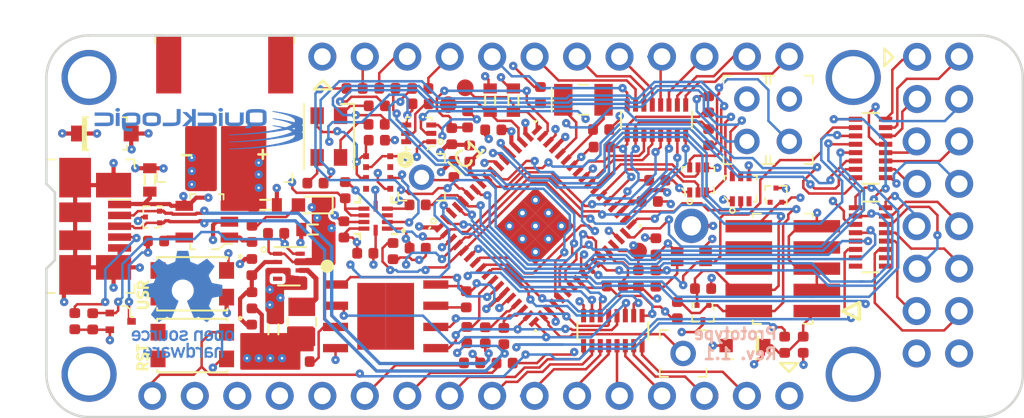
<source format=kicad_pcb>
(kicad_pcb (version 20171130) (host pcbnew 5.1.5+dfsg1-2~bpo10+1)
  (layers (0 Top signal) (1 In1.Cu signal hide) (2 In2.Cu mixed hide) (31 Bottom signal hide) (34 B.Paste user hide) (35 F.Paste user hide) (36 B.SilkS user hide) (37 F.SilkS user) (38 B.Mask user hide) (39 F.Mask user hide) (44 Edge.Cuts user))
  (net 0 "")
  (net 1 GND)
  (net 2 +3V3)
  (net 3 /USB_D_N)
  (net 4 /USB_D_P)
  (net 5 "Net-(C3-Pad2)")
  (net 6 "Net-(L1-Pad1)")
  (net 7 "Net-(R2-Pad1)")
  (net 8 "Net-(D2-Pad2)")
  (net 9 "Net-(C6-Pad1)")
  (net 10 "Net-(C7-Pad1)")
  (net 11 /SWD_CLK)
  (net 12 /SPI_MST_SS)
  (net 13 /SPI_MST_MOSI)
  (net 14 /SPI_MST_MISO)
  (net 15 /SPI_MST_CLK)
  (net 16 /SPI_WP)
  (net 17 /SPI_HOLD)
  (net 18 /PU_CTRL_USBP)
  (net 19 "Net-(MIC1-Pad1)")
  (net 20 /IMU_INT)
  (net 21 /I2C_SDA)
  (net 22 /I2C_SCL)
  (net 23 /ADC0_EN)
  (net 24 /ADC0)
  (net 25 "Net-(Q1-Pad3)")
  (net 26 "Net-(U4-Pad5)")
  (net 27 "Net-(U4-Pad2)")
  (net 28 +VBUS)
  (net 29 +VBAT)
  (net 30 /VDD2)
  (net 31 /VDD1)
  (net 32 /LED_G)
  (net 33 /LED_B)
  (net 34 /LED_R)
  (net 35 /USR_BUTTON)
  (net 36 /HEADER_P6)
  (net 37 /SYS_RST)
  (net 38 /HEADER_TX)
  (net 39 /HEADER_RX)
  (net 40 /SWD_SO)
  (net 41 /Q_LED_B)
  (net 42 /Q_LED_G)
  (net 43 /Q_LED_R)
  (net 44 "Net-(J2-Pad5)")
  (net 45 "Net-(J2-Pad4)")
  (net 46 "Net-(J2-Pad11)")
  (net 47 "Net-(J2-Pad10)")
  (net 48 "Net-(J2-Pad6)")
  (net 49 "Net-(J2-Pad3)")
  (net 50 "Net-(J2-Pad2)")
  (net 51 "Net-(J2-Pad8)")
  (net 52 "Net-(J2-Pad9)")
  (net 53 "Net-(J2-Pad7)")
  (net 54 "Net-(J3-Pad14)")
  (net 55 "Net-(J3-Pad6)")
  (net 56 "Net-(J3-Pad3)")
  (net 57 "Net-(J3-Pad9)")
  (net 58 "Net-(J3-Pad5)")
  (net 59 "Net-(J3-Pad8)")
  (net 60 "Net-(J3-Pad10)")
  (net 61 "Net-(J3-Pad12)")
  (net 62 "Net-(J3-Pad11)")
  (net 63 "Net-(J3-Pad7)")
  (net 64 /SWD_IO)
  (net 65 "Net-(J6-Pad8)")
  (net 66 "Net-(J6-Pad7)")
  (net 67 "Net-(J6-Pad6)")
  (net 68 "Net-(J2-Pad12)")
  (net 69 "Net-(J3-Pad2)")
  (net 70 "Net-(J3-Pad4)")
  (net 71 "Net-(S1-Pad3)")
  (net 72 "Net-(S2-Pad3)")
  (net 73 /USB_ID)
  (net 74 "Net-(J7-Pad2)")
  (net 75 "Net-(Q1-Pad5)")
  (net 76 "Net-(D4-Pad2)")
  (net 77 "Net-(D4-Pad1)")
  (net 78 "Net-(D4-Pad3)")
  (net 79 /S3IO_5)
  (net 80 /S3IO_7)
  (net 81 /S3IO_8)
  (net 82 /S3IO_9)
  (net 83 /S3IO_10)
  (net 84 /S3IO_11)
  (net 85 /S3IO_12)
  (net 86 /S3IO_13)
  (net 87 /ADC1)
  (net 88 /SPI_SLV_MISO)
  (net 89 /SPI_SLV_CLK)
  (net 90 /SPI_SLV_CSn)
  (net 91 /SPI_SLV_MOSI)
  (net 92 /I2S_WCLK)
  (net 93 /I2S_DOUT)
  (net 94 /S3IO_25)
  (net 95 /PDM_DATA)
  (net 96 /SPI_MST_CS2)
  (net 97 /S3IO_27)
  (net 98 /I2S_CLK)
  (net 99 /S3IO_32_I2C1)
  (net 100 /S3IO_33_I2C1)
  (net 101 /S3_USB_D_N)
  (net 102 /S3IO_40)
  (net 103 /S3_USB_D_P)
  (net 104 /S3IO_2)
  (net 105 /S3IO_4)
  (net 106 "Net-(J1-Pad2)")
  (net 107 /PDM_CKO)
  (net 108 "Net-(R42-Pad9)")
  (net 109 "Net-(R42-Pad8)")
  (net 110 "Net-(M1-Pad0)")
  (net 111 "Net-(M2-Pad0)")
  (net 112 "Net-(M3-Pad0)")
  (net 113 "Net-(M4-Pad0)")
  (net 114 /J8.14)
  (net 115 /J8.13)
  (net 116 /J8.6)
  (net 117 /J8.3)
  (net 118 /J8.1)
  (net 119 /J8.9)
  (net 120 /J8.5)
  (net 121 /J8.8)
  (net 122 /J8.2)
  (net 123 /J8.10)
  (net 124 /J8.12)
  (net 125 /J8.11)
  (net 126 /J8.4)
  (net 127 /J8.7)
  (net 128 "Net-(R42-Pad10)")
  (net 129 "Net-(R42-Pad7)")
  (net 130 "Net-(Q2-Pad5)")
  (net 131 "Net-(Q2-Pad3)")
  (net 132 "Net-(R3-Pad2)")
  (net 133 /PG)
  (net 134 "Net-(IC1-Pad18)")
  (net 135 "Net-(Q4-Pad3)")
  (net 136 "Net-(U5-Pad3)")
  (module quick-feather-board-footprints:PG-VLGA-8-2 (layer Top) (at 142.95 101.785)
    (fp_text reference U4 hide)
    (fp_text value DPS310 hide)
    (pad 4 smd rect (at 0.725 0.975) (size 0.35 0.35) (layers Top F.Paste F.Mask) (net 22 /I2C_SCL))
    (pad 3 smd rect (at 0.725 0.325) (size 0.35 0.35) (layers Top F.Paste F.Mask) (net 21 /I2C_SDA))
    (pad 2 smd rect (at 0.725 -0.325) (size 0.35 0.35) (layers Top F.Paste F.Mask) (net 27 "Net-(U4-Pad2)"))
    (pad 1 smd rect (at 0.725 -0.975) (size 0.35 0.35) (layers Top F.Paste F.Mask) (net 1 GND))
    (pad 5 smd rect (at -0.725 0.975) (size 0.35 0.35) (layers Top F.Paste F.Mask) (net 26 "Net-(U4-Pad5)"))
    (pad 6 smd rect (at -0.725 0.325) (size 0.35 0.35) (layers Top F.Paste F.Mask) (net 2 +3V3))
    (pad 7 smd rect (at -0.725 -0.325) (size 0.35 0.35) (layers Top F.Paste F.Mask) (net 1 GND))
    (pad 8 smd rect (at -0.725 -0.975) (size 0.35 0.35) (layers Top F.Paste F.Mask) (net 2 +3V3))
  )
  (module quick-feather-board-footprints:PinHeader_2x5_P1.27_SMD (layer Top) (at 167.16 107.5436 90)
    (fp_text reference J6 hide)
    (fp_text value FTSH-105-01-L-DV-K hide)
    (pad 10 smd rect (at 2.54 -2.035 90) (size 0.74 2.79) (layers Top F.Paste F.Mask) (net 37 /SYS_RST))
    (pad 9 smd rect (at 2.54 2.035 90) (size 0.74 2.79) (layers Top F.Paste F.Mask) (net 1 GND))
    (pad 8 smd rect (at 1.27 -2.035 90) (size 0.74 2.79) (layers Top F.Paste F.Mask) (net 65 "Net-(J6-Pad8)"))
    (pad 7 smd rect (at 1.27 2.035 90) (size 0.74 2.79) (layers Top F.Paste F.Mask) (net 66 "Net-(J6-Pad7)"))
    (pad 6 smd rect (at 0 -2.035 90) (size 0.74 2.79) (layers Top F.Paste F.Mask) (net 67 "Net-(J6-Pad6)"))
    (pad 5 smd rect (at 0 2.035 90) (size 0.74 2.79) (layers Top F.Paste F.Mask) (net 1 GND))
    (pad 4 smd rect (at -1.27 -2.035 90) (size 0.74 2.79) (layers Top F.Paste F.Mask) (net 11 /SWD_CLK))
    (pad 3 smd rect (at -1.27 2.035 90) (size 0.74 2.79) (layers Top F.Paste F.Mask) (net 1 GND))
    (pad 2 smd rect (at -2.54 -2.035 90) (size 0.74 2.79) (layers Top F.Paste F.Mask) (net 64 /SWD_IO))
    (pad 1 smd rect (at -2.54 2.035 90) (size 0.74 2.79) (layers Top F.Paste F.Mask) (net 2 +3V3))
  )
  (module quick-feather-board-footprints:SW_SPST_4.2x2.8 (layer Top) (at 131.83 112.15)
    (fp_text reference S1 hide)
    (fp_text value KMR2 hide)
    (pad 4 smd rect (at -2.05 0.8) (size 0.9 1) (layers Top F.Paste F.Mask))
    (pad 2 smd rect (at 2.05 0.8) (size 0.9 1) (layers Top F.Paste F.Mask) (net 1 GND))
    (pad 1 smd rect (at 2.05 -0.8) (size 0.9 1) (layers Top F.Paste F.Mask) (net 37 /SYS_RST))
    (pad 3 smd rect (at -2.05 -0.8) (size 0.9 1) (layers Top F.Paste F.Mask) (net 71 "Net-(S1-Pad3)"))
  )
  (module quick-feather-board-footprints:SW_SPST_4.2x2.8 (layer Top) (at 131.83 108.45)
    (fp_text reference S2 hide)
    (fp_text value KMR2 hide)
    (pad 4 smd rect (at -2.05 0.8) (size 0.9 1) (layers Top F.Paste F.Mask))
    (pad 2 smd rect (at 2.05 0.8) (size 0.9 1) (layers Top F.Paste F.Mask) (net 1 GND))
    (pad 1 smd rect (at 2.05 -0.8) (size 0.9 1) (layers Top F.Paste F.Mask) (net 35 /USR_BUTTON))
    (pad 3 smd rect (at -2.05 -0.8) (size 0.9 1) (layers Top F.Paste F.Mask) (net 72 "Net-(S2-Pad3)"))
  )
  (module quick-feather-board-footprints:0402-res (layer Top) (at 136.8453 105.4267)
    (fp_text reference R1 hide)
    (fp_text value R_1M5_0402 hide)
    (pad 2 smd roundrect (at 0.485 0) (size 0.59 0.64) (layers Top F.Paste F.Mask) (net 133 /PG))
    (pad 1 smd roundrect (at -0.485 0) (size 0.59 0.64) (layers Top F.Paste F.Mask) (net 28 +VBUS))
  )
  (module quick-feather-board-footprints:SOT-523 (layer Top) (at 127.5453 110.7017 270)
    (fp_text reference Q4 hide)
    (fp_text value DMG1012T-7 hide)
    (pad 2 smd rect (at 0.5 0.65 270) (size 0.4 0.51) (layers Top F.Paste F.Mask) (net 1 GND))
    (pad 1 smd rect (at -0.5 0.65 270) (size 0.4 0.51) (layers Top F.Paste F.Mask) (net 133 /PG))
    (pad 3 smd rect (at 0 -0.65 270) (size 0.4 0.51) (layers Top F.Paste F.Mask) (net 135 "Net-(Q4-Pad3)"))
  )
  (module quick-feather-board-footprints:QFN-64_8.5x8.5_EOS (layer Top) (at 152.36 104.99 45)
    (fp_text reference IC1 (at 0 -5.85 45) (layer F.SilkS))
    (fp_text value EOS-S3-QFN)
    (pad 65 thru_hole circle (at 1.1 1.1 45) (size 0.55 0.55) (drill 0.275) (layers *.Cu *.Mask) (net 1 GND))
    (pad 65 thru_hole circle (at 1.1 0 45) (size 0.55 0.55) (drill 0.275) (layers *.Cu *.Mask) (net 1 GND))
    (pad 65 thru_hole circle (at 1.1 -1.1 45) (size 0.55 0.55) (drill 0.275) (layers *.Cu *.Mask) (net 1 GND))
    (pad 65 thru_hole circle (at 0 1.1 45) (size 0.55 0.55) (drill 0.275) (layers *.Cu *.Mask) (net 1 GND))
    (pad 65 thru_hole circle (at 0 0 45) (size 0.55 0.55) (drill 0.275) (layers *.Cu *.Mask) (net 1 GND))
    (pad 65 thru_hole circle (at 0 -1.1 45) (size 0.55 0.55) (drill 0.275) (layers *.Cu *.Mask) (net 1 GND))
    (pad 65 thru_hole circle (at -1.1 1.1 45) (size 0.55 0.55) (drill 0.275) (layers *.Cu *.Mask) (net 1 GND))
    (pad 65 thru_hole circle (at -1.1 0 45) (size 0.55 0.55) (drill 0.275) (layers *.Cu *.Mask) (net 1 GND))
    (pad 65 thru_hole circle (at -1.1 -1.1 45) (size 0.55 0.55) (drill 0.275) (layers *.Cu *.Mask) (net 1 GND))
    (pad 65 smd rect (at 1.1 1.1 45) (size 1.1 1.1) (layers Top F.Paste F.Mask) (net 1 GND))
    (pad 65 smd rect (at 1.1 0 45) (size 1.1 1.1) (layers Top F.Paste F.Mask) (net 1 GND))
    (pad 65 smd rect (at 1.1 -1.1 45) (size 1.1 1.1) (layers Top F.Paste F.Mask) (net 1 GND))
    (pad 65 smd rect (at 0 1.1 45) (size 1.1 1.1) (layers Top F.Paste F.Mask) (net 1 GND))
    (pad 65 smd rect (at 0 0 45) (size 1.1 1.1) (layers Top F.Paste F.Mask) (net 1 GND))
    (pad 65 smd rect (at 0 -1.1 45) (size 1.1 1.1) (layers Top F.Paste F.Mask) (net 1 GND))
    (pad 65 smd rect (at -1.1 1.1 45) (size 1.1 1.1) (layers Top F.Paste F.Mask) (net 1 GND))
    (pad 65 smd rect (at -1.1 0 45) (size 1.1 1.1) (layers Top F.Paste F.Mask) (net 1 GND))
    (pad 65 smd rect (at -1.1 -1.1 45) (size 1.1 1.1) (layers Top F.Paste F.Mask) (net 1 GND))
    (pad 64 smd rect (at -3.5 -4.1 45) (size 0.27 0.7) (layers Top F.Paste F.Mask) (net 79 /S3IO_5))
    (pad 63 smd rect (at -3 -4.1 45) (size 0.27 0.7) (layers Top F.Paste F.Mask) (net 80 /S3IO_7))
    (pad 62 smd rect (at -2.5 -4.1 45) (size 0.27 0.7) (layers Top F.Paste F.Mask) (net 35 /USR_BUTTON))
    (pad 61 smd rect (at -2 -4.1 45) (size 0.27 0.7) (layers Top F.Paste F.Mask) (net 81 /S3IO_8))
    (pad 60 smd rect (at -1.5 -4.1 45) (size 0.27 0.7) (layers Top F.Paste F.Mask) (net 82 /S3IO_9))
    (pad 59 smd rect (at -1 -4.1 45) (size 0.27 0.7) (layers Top F.Paste F.Mask) (net 83 /S3IO_10))
    (pad 58 smd rect (at -0.5 -4.1 45) (size 0.27 0.7) (layers Top F.Paste F.Mask) (net 2 +3V3))
    (pad 57 smd rect (at 0 -4.1 45) (size 0.27 0.7) (layers Top F.Paste F.Mask) (net 84 /S3IO_11))
    (pad 56 smd rect (at 0.5 -4.1 45) (size 0.27 0.7) (layers Top F.Paste F.Mask) (net 85 /S3IO_12))
    (pad 55 smd rect (at 1 -4.1 45) (size 0.27 0.7) (layers Top F.Paste F.Mask) (net 86 /S3IO_13))
    (pad 54 smd rect (at 1.5 -4.1 45) (size 0.27 0.7) (layers Top F.Paste F.Mask) (net 11 /SWD_CLK))
    (pad 53 smd rect (at 2 -4.1 45) (size 0.27 0.7) (layers Top F.Paste F.Mask) (net 64 /SWD_IO))
    (pad 52 smd rect (at 2.5 -4.1 45) (size 0.27 0.7) (layers Top F.Paste F.Mask) (net 2 +3V3))
    (pad 51 smd rect (at 3 -4.1 45) (size 0.27 0.7) (layers Top F.Paste F.Mask) (net 30 /VDD2))
    (pad 50 smd rect (at 3.5 -4.1 45) (size 0.27 0.7) (layers Top F.Paste F.Mask) (net 2 +3V3))
    (pad 49 smd rect (at 4.12 -4 135) (size 0.27 0.66) (layers Top F.Paste F.Mask) (net 31 /VDD1))
    (pad 48 smd rect (at 4.1 -3.5 135) (size 0.27 0.7) (layers Top F.Paste F.Mask) (net 24 /ADC0))
    (pad 47 smd rect (at 4.1 -3 135) (size 0.27 0.7) (layers Top F.Paste F.Mask) (net 87 /ADC1))
    (pad 46 smd rect (at 4.1 -2.5 135) (size 0.27 0.7) (layers Top F.Paste F.Mask) (net 2 +3V3))
    (pad 45 smd rect (at 4.1 -2 135) (size 0.27 0.7) (layers Top F.Paste F.Mask) (net 10 "Net-(C7-Pad1)"))
    (pad 44 smd rect (at 4.1 -1.5 135) (size 0.27 0.7) (layers Top F.Paste F.Mask) (net 9 "Net-(C6-Pad1)"))
    (pad 43 smd rect (at 4.1 -1 135) (size 0.27 0.7) (layers Top F.Paste F.Mask) (net 1 GND))
    (pad 42 smd rect (at 4.1 -0.5 135) (size 0.27 0.7) (layers Top F.Paste F.Mask) (net 88 /SPI_SLV_MISO))
    (pad 41 smd rect (at 4.1 0 135) (size 0.27 0.7) (layers Top F.Paste F.Mask) (net 37 /SYS_RST))
    (pad 40 smd rect (at 4.1 0.5 135) (size 0.27 0.7) (layers Top F.Paste F.Mask) (net 89 /SPI_SLV_CLK))
    (pad 39 smd rect (at 4.1 1 135) (size 0.27 0.7) (layers Top F.Paste F.Mask) (net 42 /Q_LED_G))
    (pad 38 smd rect (at 4.1 1.5 135) (size 0.27 0.7) (layers Top F.Paste F.Mask) (net 41 /Q_LED_B))
    (pad 37 smd rect (at 4.1 2 135) (size 0.27 0.7) (layers Top F.Paste F.Mask) (net 90 /SPI_SLV_CSn))
    (pad 36 smd rect (at 4.1 2.5 135) (size 0.27 0.7) (layers Top F.Paste F.Mask) (net 91 /SPI_SLV_MOSI))
    (pad 35 smd rect (at 4.1 3 135) (size 0.27 0.7) (layers Top F.Paste F.Mask) (net 2 +3V3))
    (pad 34 smd rect (at 4.1 3.5 135) (size 0.27 0.7) (layers Top F.Paste F.Mask) (net 43 /Q_LED_R))
    (pad 33 smd rect (at 4.12 4 135) (size 0.27 0.66) (layers Top F.Paste F.Mask) (net 92 /I2S_WCLK))
    (pad 32 smd rect (at 3.5 4.1 45) (size 0.27 0.7) (layers Top F.Paste F.Mask) (net 93 /I2S_DOUT))
    (pad 31 smd rect (at 3 4.1 45) (size 0.27 0.7) (layers Top F.Paste F.Mask) (net 94 /S3IO_25))
    (pad 30 smd rect (at 2.5 4.1 45) (size 0.27 0.7) (layers Top F.Paste F.Mask) (net 23 /ADC0_EN))
    (pad 29 smd rect (at 2 4.1 45) (size 0.27 0.7) (layers Top F.Paste F.Mask) (net 1 GND))
    (pad 28 smd rect (at 1.5 4.1 45) (size 0.27 0.7) (layers Top F.Paste F.Mask) (net 96 /SPI_MST_CS2))
    (pad 27 smd rect (at 1 4.1 45) (size 0.27 0.7) (layers Top F.Paste F.Mask) (net 95 /PDM_DATA))
    (pad 26 smd rect (at 0.5 4.1 45) (size 0.27 0.7) (layers Top F.Paste F.Mask) (net 107 /PDM_CKO))
    (pad 25 smd rect (at 0 4.1 45) (size 0.27 0.7) (layers Top F.Paste F.Mask) (net 97 /S3IO_27))
    (pad 24 smd rect (at -0.5 4.1 45) (size 0.27 0.7) (layers Top F.Paste F.Mask) (net 2 +3V3))
    (pad 23 smd rect (at -1 4.1 45) (size 0.27 0.7) (layers Top F.Paste F.Mask) (net 98 /I2S_CLK))
    (pad 22 smd rect (at -1.5 4.1 45) (size 0.27 0.7) (layers Top F.Paste F.Mask) (net 99 /S3IO_32_I2C1))
    (pad 21 smd rect (at -2 4.1 45) (size 0.27 0.7) (layers Top F.Paste F.Mask) (net 100 /S3IO_33_I2C1))
    (pad 20 smd rect (at -2.5 4.1 45) (size 0.27 0.7) (layers Top F.Paste F.Mask) (net 15 /SPI_MST_CLK))
    (pad 19 smd rect (at -3 4.1 45) (size 0.27 0.7) (layers Top F.Paste F.Mask) (net 1 GND))
    (pad 18 smd rect (at -3.5 4.1 45) (size 0.27 0.7) (layers Top F.Paste F.Mask) (net 134 "Net-(IC1-Pad18)"))
    (pad 17 smd rect (at -4.12 4 135) (size 0.27 0.66) (layers Top F.Paste F.Mask) (net 14 /SPI_MST_MISO))
    (pad 16 smd rect (at -4.1 3.5 135) (size 0.27 0.7) (layers Top F.Paste F.Mask) (net 13 /SPI_MST_MOSI))
    (pad 15 smd rect (at -4.1 3 135) (size 0.27 0.7) (layers Top F.Paste F.Mask) (net 18 /PU_CTRL_USBP))
    (pad 14 smd rect (at -4.1 2.5 135) (size 0.27 0.7) (layers Top F.Paste F.Mask) (net 101 /S3_USB_D_N))
    (pad 13 smd rect (at -4.1 2 135) (size 0.27 0.7) (layers Top F.Paste F.Mask) (net 102 /S3IO_40))
    (pad 12 smd rect (at -4.1 1.5 135) (size 0.27 0.7) (layers Top F.Paste F.Mask) (net 2 +3V3))
    (pad 11 smd rect (at -4.1 1 135) (size 0.27 0.7) (layers Top F.Paste F.Mask) (net 12 /SPI_MST_SS))
    (pad 10 smd rect (at -4.1 0.5 135) (size 0.27 0.7) (layers Top F.Paste F.Mask) (net 103 /S3_USB_D_P))
    (pad 9 smd rect (at -4.1 0 135) (size 0.27 0.7) (layers Top F.Paste F.Mask) (net 39 /HEADER_RX))
    (pad 8 smd rect (at -4.1 -0.5 135) (size 0.27 0.7) (layers Top F.Paste F.Mask) (net 38 /HEADER_TX))
    (pad 7 smd rect (at -4.1 -1 135) (size 0.27 0.7) (layers Top F.Paste F.Mask) (net 36 /HEADER_P6))
    (pad 6 smd rect (at -4.1 -1.5 135) (size 0.27 0.7) (layers Top F.Paste F.Mask) (net 104 /S3IO_2))
    (pad 5 smd rect (at -4.1 -2 135) (size 0.27 0.7) (layers Top F.Paste F.Mask) (net 21 /I2C_SDA))
    (pad 4 smd rect (at -4.1 -2.5 135) (size 0.27 0.7) (layers Top F.Paste F.Mask) (net 22 /I2C_SCL))
    (pad 3 smd rect (at -4.1 -3 135) (size 0.27 0.7) (layers Top F.Paste F.Mask) (net 105 /S3IO_4))
    (pad 2 smd rect (at -4.1 -3.5 135) (size 0.27 0.7) (layers Top F.Paste F.Mask) (net 20 /IMU_INT))
    (pad 1 smd rect (at -4.12 -4 135) (size 0.27 0.66) (layers Top F.Paste F.Mask) (net 2 +3V3))
  )
  (module quick-feather-board-footprints:0402-cap (layer Top) (at 125.8703 110.7017 270)
    (fp_text reference C19 hide)
    (fp_text value C_1u_0402 hide)
    (pad 2 smd roundrect (at 0.485 0 270) (size 0.59 0.64) (layers Top F.Paste F.Mask) (net 1 GND))
    (pad 1 smd roundrect (at -0.485 0 270) (size 0.59 0.64) (layers Top F.Paste F.Mask) (net 133 /PG))
  )
  (module quick-feather-board-footprints:R_Array_Convex_8x0602 (layer Top) (at 172.411 105.643)
    (fp_text reference R42 hide)
    (fp_text value EXB2HV220JV)
    (pad 10 smd rect (at 0.9 1.25) (size 0.8 0.3) (layers Top F.Paste F.Mask) (net 128 "Net-(R42-Pad10)"))
    (pad 12 smd rect (at 0.9 0.25) (size 0.8 0.3) (layers Top F.Paste F.Mask) (net 115 /J8.13))
    (pad 11 smd rect (at 0.9 0.75) (size 0.8 0.3) (layers Top F.Paste F.Mask) (net 114 /J8.14))
    (pad 13 smd rect (at 0.9 -0.25) (size 0.8 0.3) (layers Top F.Paste F.Mask) (net 124 /J8.12))
    (pad 14 smd rect (at 0.9 -0.75) (size 0.8 0.3) (layers Top F.Paste F.Mask) (net 125 /J8.11))
    (pad 15 smd rect (at 0.9 -1.25) (size 0.8 0.3) (layers Top F.Paste F.Mask) (net 123 /J8.10))
    (pad 7 smd rect (at -0.9 1.25) (size 0.8 0.3) (layers Top F.Paste F.Mask) (net 129 "Net-(R42-Pad7)"))
    (pad 6 smd rect (at -0.9 0.75) (size 0.8 0.3) (layers Top F.Paste F.Mask) (net 102 /S3IO_40))
    (pad 5 smd rect (at -0.9 0.25) (size 0.8 0.3) (layers Top F.Paste F.Mask) (net 83 /S3IO_10))
    (pad 4 smd rect (at -0.9 -0.25) (size 0.8 0.3) (layers Top F.Paste F.Mask) (net 81 /S3IO_8))
    (pad 3 smd rect (at -0.9 -0.75) (size 0.8 0.3) (layers Top F.Paste F.Mask) (net 80 /S3IO_7))
    (pad 2 smd rect (at -0.9 -1.25) (size 0.8 0.3) (layers Top F.Paste F.Mask) (net 35 /USR_BUTTON))
    (pad 9 smd rect (at 0.9 1.75) (size 0.8 0.3) (layers Top F.Paste F.Mask) (net 108 "Net-(R42-Pad9)"))
    (pad 8 smd rect (at -0.9 1.75) (size 0.8 0.3) (layers Top F.Paste F.Mask) (net 109 "Net-(R42-Pad8)"))
    (pad 16 smd rect (at 0.9 -1.75) (size 0.8 0.3) (layers Top F.Paste F.Mask) (net 119 /J8.9))
    (pad 1 smd rect (at -0.9 -1.75) (size 0.8 0.3) (layers Top F.Paste F.Mask) (net 79 /S3IO_5))
  )
  (module quick-feather-board-footprints:R_Array_Convex_8x0602 (layer Top) (at 156.99 111.26 90)
    (fp_text reference R30 hide)
    (fp_text value EXB2HV220JV hide)
    (pad 10 smd rect (at 0.9 1.25 90) (size 0.8 0.3) (layers Top F.Paste F.Mask) (net 39 /HEADER_RX))
    (pad 12 smd rect (at 0.9 0.25 90) (size 0.8 0.3) (layers Top F.Paste F.Mask) (net 13 /SPI_MST_MOSI))
    (pad 11 smd rect (at 0.9 0.75 90) (size 0.8 0.3) (layers Top F.Paste F.Mask) (net 14 /SPI_MST_MISO))
    (pad 13 smd rect (at 0.9 -0.25 90) (size 0.8 0.3) (layers Top F.Paste F.Mask) (net 15 /SPI_MST_CLK))
    (pad 14 smd rect (at 0.9 -0.75 90) (size 0.8 0.3) (layers Top F.Paste F.Mask) (net 104 /S3IO_2))
    (pad 15 smd rect (at 0.9 -1.25 90) (size 0.8 0.3) (layers Top F.Paste F.Mask) (net 86 /S3IO_13))
    (pad 7 smd rect (at -0.9 1.25 90) (size 0.8 0.3) (layers Top F.Paste F.Mask) (net 56 "Net-(J3-Pad3)"))
    (pad 6 smd rect (at -0.9 0.75 90) (size 0.8 0.3) (layers Top F.Paste F.Mask) (net 70 "Net-(J3-Pad4)"))
    (pad 5 smd rect (at -0.9 0.25 90) (size 0.8 0.3) (layers Top F.Paste F.Mask) (net 58 "Net-(J3-Pad5)"))
    (pad 4 smd rect (at -0.9 -0.25 90) (size 0.8 0.3) (layers Top F.Paste F.Mask) (net 55 "Net-(J3-Pad6)"))
    (pad 3 smd rect (at -0.9 -0.75 90) (size 0.8 0.3) (layers Top F.Paste F.Mask) (net 63 "Net-(J3-Pad7)"))
    (pad 2 smd rect (at -0.9 -1.25 90) (size 0.8 0.3) (layers Top F.Paste F.Mask) (net 59 "Net-(J3-Pad8)"))
    (pad 9 smd rect (at 0.9 1.75 90) (size 0.8 0.3) (layers Top F.Paste F.Mask) (net 38 /HEADER_TX))
    (pad 8 smd rect (at -0.9 1.75 90) (size 0.8 0.3) (layers Top F.Paste F.Mask) (net 69 "Net-(J3-Pad2)"))
    (pad 16 smd rect (at 0.9 -1.75 90) (size 0.8 0.3) (layers Top F.Paste F.Mask) (net 94 /S3IO_25))
    (pad 1 smd rect (at -0.9 -1.75 90) (size 0.8 0.3) (layers Top F.Paste F.Mask) (net 57 "Net-(J3-Pad9)"))
  )
  (module quick-feather-board-footprints:R_Array_Convex_8x0602 (layer Top) (at 172.411 100.343)
    (fp_text reference R33 hide)
    (fp_text value EXB2HV220JV)
    (pad 10 smd rect (at 0.9 1.25) (size 0.8 0.3) (layers Top F.Paste F.Mask) (net 127 /J8.7))
    (pad 12 smd rect (at 0.9 0.25) (size 0.8 0.3) (layers Top F.Paste F.Mask) (net 120 /J8.5))
    (pad 11 smd rect (at 0.9 0.75) (size 0.8 0.3) (layers Top F.Paste F.Mask) (net 116 /J8.6))
    (pad 13 smd rect (at 0.9 -0.25) (size 0.8 0.3) (layers Top F.Paste F.Mask) (net 126 /J8.4))
    (pad 14 smd rect (at 0.9 -0.75) (size 0.8 0.3) (layers Top F.Paste F.Mask) (net 117 /J8.3))
    (pad 15 smd rect (at 0.9 -1.25) (size 0.8 0.3) (layers Top F.Paste F.Mask) (net 122 /J8.2))
    (pad 7 smd rect (at -0.9 1.25) (size 0.8 0.3) (layers Top F.Paste F.Mask) (net 85 /S3IO_12))
    (pad 6 smd rect (at -0.9 0.75) (size 0.8 0.3) (layers Top F.Paste F.Mask) (net 84 /S3IO_11))
    (pad 5 smd rect (at -0.9 0.25) (size 0.8 0.3) (layers Top F.Paste F.Mask) (net 98 /I2S_CLK))
    (pad 4 smd rect (at -0.9 -0.25) (size 0.8 0.3) (layers Top F.Paste F.Mask) (net 93 /I2S_DOUT))
    (pad 3 smd rect (at -0.9 -0.75) (size 0.8 0.3) (layers Top F.Paste F.Mask) (net 92 /I2S_WCLK))
    (pad 2 smd rect (at -0.9 -1.25) (size 0.8 0.3) (layers Top F.Paste F.Mask) (net 107 /PDM_CKO))
    (pad 9 smd rect (at 0.9 1.75) (size 0.8 0.3) (layers Top F.Paste F.Mask) (net 121 /J8.8))
    (pad 8 smd rect (at -0.9 1.75) (size 0.8 0.3) (layers Top F.Paste F.Mask) (net 105 /S3IO_4))
    (pad 16 smd rect (at 0.9 -1.75) (size 0.8 0.3) (layers Top F.Paste F.Mask) (net 118 /J8.1))
    (pad 1 smd rect (at -0.9 -1.75) (size 0.8 0.3) (layers Top F.Paste F.Mask) (net 95 /PDM_DATA))
  )
  (module quick-feather-board-footprints:R_Array_Convex_8x0602 (layer Top) (at 159.6 98.64 90)
    (fp_text reference R41 hide)
    (fp_text value EXB2HV220JV)
    (pad 10 smd rect (at 0.9 1.25 90) (size 0.8 0.3) (layers Top F.Paste F.Mask) (net 46 "Net-(J2-Pad11)"))
    (pad 12 smd rect (at 0.9 0.25 90) (size 0.8 0.3) (layers Top F.Paste F.Mask) (net 52 "Net-(J2-Pad9)"))
    (pad 11 smd rect (at 0.9 0.75 90) (size 0.8 0.3) (layers Top F.Paste F.Mask) (net 47 "Net-(J2-Pad10)"))
    (pad 13 smd rect (at 0.9 -0.25 90) (size 0.8 0.3) (layers Top F.Paste F.Mask) (net 51 "Net-(J2-Pad8)"))
    (pad 14 smd rect (at 0.9 -0.75 90) (size 0.8 0.3) (layers Top F.Paste F.Mask) (net 53 "Net-(J2-Pad7)"))
    (pad 15 smd rect (at 0.9 -1.25 90) (size 0.8 0.3) (layers Top F.Paste F.Mask) (net 48 "Net-(J2-Pad6)"))
    (pad 7 smd rect (at -0.9 1.25 90) (size 0.8 0.3) (layers Top F.Paste F.Mask) (net 22 /I2C_SCL))
    (pad 6 smd rect (at -0.9 0.75 90) (size 0.8 0.3) (layers Top F.Paste F.Mask) (net 20 /IMU_INT))
    (pad 5 smd rect (at -0.9 0.25 90) (size 0.8 0.3) (layers Top F.Paste F.Mask) (net 36 /HEADER_P6))
    (pad 4 smd rect (at -0.9 -0.25 90) (size 0.8 0.3) (layers Top F.Paste F.Mask) (net 89 /SPI_SLV_CLK))
    (pad 3 smd rect (at -0.9 -0.75 90) (size 0.8 0.3) (layers Top F.Paste F.Mask) (net 88 /SPI_SLV_MISO))
    (pad 2 smd rect (at -0.9 -1.25 90) (size 0.8 0.3) (layers Top F.Paste F.Mask) (net 91 /SPI_SLV_MOSI))
    (pad 9 smd rect (at 0.9 1.75 90) (size 0.8 0.3) (layers Top F.Paste F.Mask) (net 68 "Net-(J2-Pad12)"))
    (pad 8 smd rect (at -0.9 1.75 90) (size 0.8 0.3) (layers Top F.Paste F.Mask) (net 21 /I2C_SDA))
    (pad 16 smd rect (at 0.9 -1.75 90) (size 0.8 0.3) (layers Top F.Paste F.Mask) (net 44 "Net-(J2-Pad5)"))
    (pad 1 smd rect (at -0.9 -1.75 90) (size 0.8 0.3) (layers Top F.Paste F.Mask) (net 90 /SPI_SLV_CSn))
  )
  (module quick-feather-board-footprints:0806 (layer Top) (at 138.38 110.73 270)
    (fp_text reference L1 hide)
    (fp_text value DFE201610E-R47M=P2 hide)
    (pad 1 smd rect (at -0.9 0 270) (size 1.1 1.6) (layers Top F.Paste F.Mask) (net 6 "Net-(L1-Pad1)"))
    (pad 2 smd rect (at 0.9 0 270) (size 1.1 1.6) (layers Top F.Paste F.Mask) (net 2 +3V3))
  )
  (module quick-feather-board-footprints:MC3635 (layer Top) (at 142.55 104.52 180)
    (fp_text reference U5 hide)
    (fp_text value MC3635 hide)
    (pad 10 smd rect (at -0.25 -0.72 180) (size 0.25 0.65) (layers Top F.Paste F.Mask) (net 22 /I2C_SCL))
    (pad 9 smd rect (at 0.45 -0.625 270) (size 0.25 0.65) (layers Top F.Paste F.Mask) (net 2 +3V3))
    (pad 8 smd rect (at 0.45 -0.23 270) (size 0.25 0.65) (layers Top F.Paste F.Mask) (net 1 GND))
    (pad 7 smd rect (at 0.45 0.17 270) (size 0.25 0.65) (layers Top F.Paste F.Mask) (net 2 +3V3))
    (pad 6 smd rect (at 0.45 0.57 270) (size 0.25 0.65) (layers Top F.Paste F.Mask) (net 2 +3V3))
    (pad 5 smd rect (at -0.25 0.72 180) (size 0.25 0.65) (layers Top F.Paste F.Mask) (net 20 /IMU_INT))
    (pad 4 smd rect (at -0.95 0.57 270) (size 0.25 0.65) (layers Top F.Paste F.Mask) (net 1 GND))
    (pad 3 smd rect (at -0.95 0.17 270) (size 0.25 0.65) (layers Top F.Paste F.Mask) (net 136 "Net-(U5-Pad3)"))
    (pad 2 smd rect (at -0.95 -0.23 270) (size 0.25 0.65) (layers Top F.Paste F.Mask) (net 21 /I2C_SDA))
    (pad 1 smd rect (at -0.95 -0.625 270) (size 0.25 0.65) (layers Top F.Paste F.Mask) (net 1 GND))
  )
  (module quick-feather-board-footprints:SOT-563 (layer Top) (at 145.38 99.44 90)
    (fp_text reference Q1 hide)
    (fp_text value NX3008CBKV)
    (pad 4 smd rect (at 0.5 -0.75 90) (size 0.3 0.6) (layers Top F.Paste F.Mask) (net 29 +VBAT))
    (pad 5 smd rect (at 0 -0.75 90) (size 0.3 0.6) (layers Top F.Paste F.Mask) (net 75 "Net-(Q1-Pad5)"))
    (pad 6 smd rect (at -0.5 -0.75 90) (size 0.3 0.6) (layers Top F.Paste F.Mask) (net 75 "Net-(Q1-Pad5)"))
    (pad 1 smd rect (at -0.5 0.75 90) (size 0.3 0.6) (layers Top F.Paste F.Mask) (net 1 GND))
    (pad 2 smd rect (at 0 0.75 90) (size 0.3 0.6) (layers Top F.Paste F.Mask) (net 23 /ADC0_EN))
    (pad 3 smd rect (at 0.5 0.75 90) (size 0.3 0.6) (layers Top F.Paste F.Mask) (net 25 "Net-(Q1-Pad3)"))
  )
  (module quick-feather-board-footprints:SOT-563 (layer Top) (at 164.64 102.76)
    (fp_text reference Q2 hide)
    (fp_text value 2N7002PV)
    (pad 4 smd rect (at 0.5 -0.75) (size 0.3 0.6) (layers Top F.Paste F.Mask) (net 1 GND))
    (pad 5 smd rect (at 0 -0.75) (size 0.3 0.6) (layers Top F.Paste F.Mask) (net 130 "Net-(Q2-Pad5)"))
    (pad 6 smd rect (at -0.5 -0.75) (size 0.3 0.6) (layers Top F.Paste F.Mask) (net 34 /LED_R))
    (pad 1 smd rect (at -0.5 0.75) (size 0.3 0.6) (layers Top F.Paste F.Mask) (net 1 GND))
    (pad 2 smd rect (at 0 0.75) (size 0.3 0.6) (layers Top F.Paste F.Mask) (net 43 /Q_LED_R))
    (pad 3 smd rect (at 0.5 0.75) (size 0.3 0.6) (layers Top F.Paste F.Mask) (net 131 "Net-(Q2-Pad3)"))
  )
  (module quick-feather-board-footprints:SOT-563 (layer Top) (at 162.09 102.23)
    (fp_text reference Q3 hide)
    (fp_text value 2N7002PV)
    (pad 4 smd rect (at 0.5 -0.75) (size 0.3 0.6) (layers Top F.Paste F.Mask) (net 1 GND))
    (pad 5 smd rect (at 0 -0.75) (size 0.3 0.6) (layers Top F.Paste F.Mask) (net 42 /Q_LED_G))
    (pad 6 smd rect (at -0.5 -0.75) (size 0.3 0.6) (layers Top F.Paste F.Mask) (net 33 /LED_B))
    (pad 1 smd rect (at -0.5 0.75) (size 0.3 0.6) (layers Top F.Paste F.Mask) (net 1 GND))
    (pad 2 smd rect (at 0 0.75) (size 0.3 0.6) (layers Top F.Paste F.Mask) (net 41 /Q_LED_B))
    (pad 3 smd rect (at 0.5 0.75) (size 0.3 0.6) (layers Top F.Paste F.Mask) (net 32 /LED_G))
  )
  (module quick-feather-board-footprints:PinHeader_1x2_P2.54_Drill0.9mm (layer Top) (at 165.0111 97.3836 270)
    (fp_text reference J1 hide)
    (fp_text value 61300211121)
    (pad 2 thru_hole circle (at 2.5394 0.0001 270) (size 1.524 1.524) (drill 0.9) (layers *.Cu *.Mask) (net 106 "Net-(J1-Pad2)"))
    (pad 1 thru_hole circle (at -0.0006 0.0001 270) (size 1.524 1.524) (drill 0.9) (layers *.Cu *.Mask) (net 2 +3V3))
  )
  (module quick-feather-board-footprints:PinHeader_1x2_P2.54_Drill0.9mm (layer Top) (at 167.551 97.383 270)
    (fp_text reference J7 hide)
    (fp_text value 61300211121)
    (pad 1 thru_hole circle (at 0 0 270) (size 1.524 1.524) (drill 0.9) (layers *.Cu *.Mask) (net 2 +3V3))
    (pad 2 thru_hole circle (at 2.54 0 270) (size 1.524 1.524) (drill 0.9) (layers *.Cu *.Mask) (net 74 "Net-(J7-Pad2)"))
  )
  (module quick-feather-board-footprints:LED-PLCC4_3.2x2.8mm_B (layer Top) (at 140 99.63 270)
    (fp_text reference D4 hide)
    (fp_text value ASMB-MTB1-0A3A2)
    (pad 1 smd rect (at -1.25 -0.7 270) (size 1 0.8) (layers Top F.Paste F.Mask) (net 77 "Net-(D4-Pad1)"))
    (pad 2 smd rect (at 1.25 -0.7 270) (size 1 0.8) (layers Top F.Paste F.Mask) (net 76 "Net-(D4-Pad2)"))
    (pad 3 smd rect (at 1.25 0.7 270) (size 1 0.8) (layers Top F.Paste F.Mask) (net 78 "Net-(D4-Pad3)"))
    (pad 4 smd rect (at -1.25 0.7 270) (size 1 0.8) (layers Top F.Paste F.Mask) (net 2 +3V3))
  )
  (module quick-feather-board-footprints:oshw-logo (layer Bottom) (at 131.26 109.68 180)
    (fp_text reference N1 hide)
    (fp_text value oshw_logo hide)
    (fp_poly (pts (xy -1.520547 -2.559315) (xy -1.484257 -2.562589) (xy -1.453571 -2.568483) (xy -1.42629 -2.577419) (xy -1.400688 -2.589559) (xy -1.370681 -2.610821) (xy -1.344258 -2.639027) (xy -1.324255 -2.670988) (xy -1.320279 -2.679956) (xy -1.30811 -2.71018) (xy -1.3081 -3.19786) (xy -1.43256 -3.200712) (xy -1.43256 -3.172616) (xy -1.433001 -3.157262) (xy -1.43414 -3.147057) (xy -1.435256 -3.14452) (xy -1.439925 -3.147991) (xy -1.44858 -3.156755) (xy -1.452999 -3.161658) (xy -1.471978 -3.178645) (xy -1.49558 -3.190826) (xy -1.525318 -3.19871) (xy -1.562703 -3.202805) (xy -1.57734 -3.203422) (xy -1.602824 -3.203658) (xy -1.626988 -3.203015) (xy -1.646538 -3.201624) (xy -1.65553 -3.200315) (xy -1.685682 -3.191062) (xy -1.716935 -3.176628) (xy -1.745331 -3.159088) (xy -1.764046 -3.143501) (xy -1.789625 -3.111334) (xy -1.806796 -3.075521) (xy -1.815801 -3.037506) (xy -1.816878 -2.998734) (xy -1.81664 -2.997361) (xy -1.696223 -2.997361) (xy -1.695252 -3.020525) (xy -1.686495 -3.04231) (xy -1.66972 -3.060562) (xy -1.667587 -3.062115) (xy -1.653946 -3.070585) (xy -1.639866 -3.076449) (xy -1.623179 -3.080099) (xy -1.601719 -3.081928) (xy -1.573316 -3.082328) (xy -1.55702 -3.082134) (xy -1.528455 -3.081426) (xy -1.507932 -3.080233) (xy -1.493336 -3.078268) (xy -1.482549 -3.075242) (xy -1.473457 -3.070866) (xy -1.4732 -3.070718) (xy -1.457655 -3.058381) (xy -1.446482 -3.041138) (xy -1.439038 -3.017444) (xy -1.434673 -2.985753) (xy -1.434033 -2.977094) (xy -1.431057 -2.93116) (xy -1.532139 -2.931271) (xy -1.567669 -2.931414) (xy -1.594661 -2.931841) (xy -1.614734 -2.932682) (xy -1.629508 -2.934068) (xy -1.640604 -2.936129) (xy -1.649641 -2.938995) (xy -1.654706 -2.941136) (xy -1.67572 -2.955512) (xy -1.689636 -2.974971) (xy -1.696223 -2.997361) (xy -1.81664 -2.997361) (xy -1.810268 -2.960648) (xy -1.796211 -2.924695) (xy -1.774945 -2.892318) (xy -1.746713 -2.864961) (xy -1.71454 -2.845351) (xy -1.699391 -2.838812) (xy -1.684182 -2.833785) (xy -1.667295 -2.830081) (xy -1.64711 -2.827504) (xy -1.622008 -2.825865) (xy -1.590368 -2.824969) (xy -1.550571 -2.824625) (xy -1.539905 -2.824604) (xy -1.431349 -2.82448) (xy -1.433457 -2.776281) (xy -1.435643 -2.747652) (xy -1.440005 -2.726818) (xy -1.447619 -2.711473) (xy -1.459557 -2.699312) (xy -1.473732 -2.68986) (xy -1.482123 -2.685647) (xy -1.491816 -2.682768) (xy -1.50486 -2.680982) (xy -1.523299 -2.680045) (xy -1.549181 -2.679716) (xy -1.55956 -2.6797) (xy -1.593451 -2.680227) (xy -1.619103 -2.682156) (xy -1.638402 -2.686003) (xy -1.653229 -2.692284) (xy -1.66547 -2.701518) (xy -1.674582 -2.71128) (xy -1.685464 -2.724211) (xy -1.734272 -2.686948) (xy -1.753108 -2.672336) (xy -1.768568 -2.659904) (xy -1.779081 -2.650946) (xy -1.783078 -2.646755) (xy -1.78308 -2.646721) (xy -1.779269 -2.640177) (xy -1.769265 -2.629658) (xy -1.755216 -2.616991) (xy -1.739267 -2.604005) (xy -1.723566 -2.592529) (xy -1.710258 -2.584392) (xy -1.70942 -2.583969) (xy -1.687833 -2.574068) (xy -1.667762 -2.566998) (xy -1.646748 -2.562323) (xy -1.622329 -2.559605) (xy -1.592047 -2.558408) (xy -1.56464 -2.558242) (xy -1.520547 -2.559315)) (layer Bottom) (width 0.01))
    (fp_poly (pts (xy -2.7328 -1.557697) (xy -2.684546 -1.570663) (xy -2.641589 -1.59229) (xy -2.6039 -1.622592) (xy -2.580265 -1.649454) (xy -2.561783 -1.676927) (xy -2.547426 -1.706492) (xy -2.536905 -1.739537) (xy -2.529927 -1.777455) (xy -2.526203 -1.821634) (xy -2.52544 -1.873464) (xy -2.526239 -1.90754) (xy -2.528944 -1.956516) (xy -2.533763 -1.997186) (xy -2.541296 -2.031291) (xy -2.552144 -2.06057) (xy -2.566907 -2.086764) (xy -2.586185 -2.111615) (xy -2.602676 -2.129131) (xy -2.636646 -2.158152) (xy -2.67299 -2.178971) (xy -2.713336 -2.1922) (xy -2.759311 -2.198453) (xy -2.788718 -2.199129) (xy -2.812449 -2.198418) (xy -2.834606 -2.196951) (xy -2.851651 -2.194993) (xy -2.856492 -2.194074) (xy -2.897147 -2.179634) (xy -2.936141 -2.155699) (xy -2.969665 -2.126384) (xy -2.992401 -2.10172) (xy -3.010173 -2.077392) (xy -3.023622 -2.051593) (xy -3.033389 -2.022517) (xy -3.040117 -1.988358) (xy -3.044446 -1.94731) (xy -3.046544 -1.910015) (xy -3.046759 -1.882248) (xy -2.91846 -1.882248) (xy -2.91846 -1.968716) (xy -2.902189 -2.001766) (xy -2.884147 -2.031176) (xy -2.862589 -2.051992) (xy -2.836231 -2.064929) (xy -2.803792 -2.070703) (xy -2.778167 -2.070926) (xy -2.754539 -2.069112) (xy -2.736963 -2.065333) (xy -2.721373 -2.058591) (xy -2.716269 -2.055719) (xy -2.696096 -2.041639) (xy -2.680584 -2.025025) (xy -2.669138 -2.004405) (xy -2.66116 -1.978307) (xy -2.656056 -1.945257) (xy -2.653228 -1.903782) (xy -2.653066 -1.899608) (xy -2.652542 -1.848728) (xy -2.655306 -1.806574) (xy -2.661698 -1.772146) (xy -2.672056 -1.744448) (xy -2.686721 -1.72248) (xy -2.706031 -1.705245) (xy -2.722521 -1.69545) (xy -2.754232 -1.684217) (xy -2.787608 -1.680797) (xy -2.820534 -1.684757) (xy -2.850894 -1.695663) (xy -2.876571 -1.713084) (xy -2.891338 -1.729953) (xy -2.900675 -1.745177) (xy -2.90766 -1.76091) (xy -2.912608 -1.778925) (xy -2.915837 -1.801) (xy -2.917662 -1.828909) (xy -2.918399 -1.864428) (xy -2.91846 -1.882248) (xy -3.046759 -1.882248) (xy -3.047053 -1.844555) (xy -3.042844 -1.786749) (xy -3.03398 -1.736973) (xy -3.020528 -1.6956) (xy -3.003958 -1.664995) (xy -2.971078 -1.624961) (xy -2.934031 -1.594033) (xy -2.892338 -1.571967) (xy -2.845521 -1.558517) (xy -2.7931 -1.553436) (xy -2.78638 -1.553378) (xy -2.7328 -1.557697)) (layer Bottom) (width 0.01))
    (fp_poly (pts (xy -0.842854 -2.558238) (xy -0.814699 -2.564601) (xy -0.793284 -2.572328) (xy -0.772416 -2.581726) (xy -0.758495 -2.589591) (xy -0.73721 -2.603849) (xy -0.782803 -2.658284) (xy -0.799438 -2.677915) (xy -0.813773 -2.694399) (xy -0.824557 -2.706328) (xy -0.830537 -2.712297) (xy -0.831244 -2.71272) (xy -0.836907 -2.710055) (xy -0.846965 -2.703544) (xy -0.848313 -2.702593) (xy -0.873395 -2.690251) (xy -0.903191 -2.684263) (xy -0.934016 -2.685262) (xy -0.941241 -2.686629) (xy -0.974462 -2.698426) (xy -1.000899 -2.717623) (xy -1.019633 -2.741992) (xy -1.03378 -2.76606) (xy -1.03886 -3.19786) (xy -1.16332 -3.200712) (xy -1.16332 -2.5654) (xy -1.03632 -2.5654) (xy -1.03632 -2.626476) (xy -1.008844 -2.604096) (xy -0.971438 -2.579793) (xy -0.930037 -2.563791) (xy -0.886543 -2.556477) (xy -0.842854 -2.558238)) (layer Bottom) (width 0.01))
    (fp_poly (pts (xy 1.038658 -2.556999) (xy 1.091282 -2.563659) (xy 1.137736 -2.576601) (xy 1.177447 -2.595588) (xy 1.209841 -2.620381) (xy 1.234342 -2.650742) (xy 1.242238 -2.665302) (xy 1.247495 -2.677777) (xy 1.2519 -2.691708) (xy 1.255515 -2.708027) (xy 1.258402 -2.727665) (xy 1.260621 -2.751555) (xy 1.262236 -2.780627) (xy 1.263308 -2.815814) (xy 1.263898 -2.858047) (xy 1.264069 -2.908257) (xy 1.263881 -2.967376) (xy 1.263748 -2.98958) (xy 1.26238 -3.19786) (xy 1.13538 -3.19786) (xy 1.133842 -3.171118) (xy 1.132304 -3.144377) (xy 1.119233 -3.159911) (xy 1.096185 -3.179576) (xy 1.065039 -3.193734) (xy 1.026343 -3.202213) (xy 0.980645 -3.204841) (xy 0.976379 -3.204788) (xy 0.955641 -3.204177) (xy 0.937414 -3.203212) (xy 0.92533 -3.20209) (xy 0.92456 -3.20197) (xy 0.879073 -3.189911) (xy 0.839607 -3.170505) (xy 0.806748 -3.144654) (xy 0.78108 -3.11326) (xy 0.763188 -3.077223) (xy 0.753657 -3.037447) (xy 0.75322 -3.005579) (xy 0.87376 -3.005579) (xy 0.874656 -3.023198) (xy 0.878506 -3.0355) (xy 0.887049 -3.047254) (xy 0.89027 -3.050826) (xy 0.903492 -3.063313) (xy 0.917828 -3.072236) (xy 0.935168 -3.078077) (xy 0.957403 -3.081317) (xy 0.986423 -3.082437) (xy 1.01346 -3.082182) (xy 1.043426 -3.081219) (xy 1.065196 -3.079662) (xy 1.080731 -3.077264) (xy 1.091987 -3.073776) (xy 1.096409 -3.071661) (xy 1.112632 -3.058685) (xy 1.123838 -3.039377) (xy 1.130406 -3.012731) (xy 1.132717 -2.977744) (xy 1.132728 -2.97561) (xy 1.13284 -2.93116) (xy 1.03505 -2.931271) (xy 0.999917 -2.931431) (xy 0.973305 -2.931906) (xy 0.953574 -2.932829) (xy 0.939085 -2.934331) (xy 0.928201 -2.936544) (xy 0.919283 -2.939599) (xy 0.91654 -2.940793) (xy 0.893977 -2.954502) (xy 0.880254 -2.971912) (xy 0.87425 -2.99472) (xy 0.87376 -3.005579) (xy 0.75322 -3.005579) (xy 0.753072 -2.994831) (xy 0.761777 -2.951065) (xy 0.768571 -2.931049) (xy 0.776155 -2.915691) (xy 0.786796 -2.901355) (xy 0.802764 -2.884403) (xy 0.804325 -2.882839) (xy 0.820663 -2.867146) (xy 0.835715 -2.854719) (xy 0.850966 -2.845155) (xy 0.867899 -2.83805) (xy 0.887995 -2.833003) (xy 0.912738 -2.829609) (xy 0.943612 -2.827465) (xy 0.982099 -2.82617) (xy 1.01518 -2.825538) (xy 1.13374 -2.823651) (xy 1.13202 -2.771122) (xy 1.131013 -2.746916) (xy 1.12955 -2.730529) (xy 1.127126 -2.719619) (xy 1.12324 -2.711845) (xy 1.117898 -2.705404) (xy 1.098579 -2.69189) (xy 1.070188 -2.682719) (xy 1.032851 -2.677923) (xy 1.006777 -2.67716) (xy 0.972406 -2.67828) (xy 0.94585 -2.682029) (xy 0.924973 -2.688988) (xy 0.907638 -2.699742) (xy 0.90016 -2.706223) (xy 0.882279 -2.723087) (xy 0.834839 -2.686958) (xy 0.816294 -2.672654) (xy 0.801145 -2.660626) (xy 0.790984 -2.652163) (xy 0.7874 -2.648576) (xy 0.791306 -2.639567) (xy 0.801763 -2.626931) (xy 0.816877 -2.61269) (xy 0.832288 -2.600608) (xy 0.864986 -2.581503) (xy 0.902471 -2.568052) (xy 0.946385 -2.559769) (xy 0.98044 -2.556859) (xy 1.038658 -2.556999)) (layer Bottom) (width 0.01))
    (fp_poly (pts (xy -0.836737 -1.560625) (xy -0.796274 -1.57668) (xy -0.760142 -1.600399) (xy -0.72949 -1.630984) (xy -0.705466 -1.667638) (xy -0.689218 -1.709565) (xy -0.686437 -1.7211) (xy -0.684809 -1.734425) (xy -0.683446 -1.757693) (xy -0.682353 -1.790687) (xy -0.681534 -1.833193) (xy -0.680995 -1.884996) (xy -0.680741 -1.945881) (xy -0.68072 -1.97129) (xy -0.68072 -2.19456) (xy -0.807297 -2.19456) (xy -0.808779 -1.984638) (xy -0.81026 -1.774716) (xy -0.825578 -1.744777) (xy -0.844099 -1.716999) (xy -0.86736 -1.697722) (xy -0.896409 -1.686288) (xy -0.92476 -1.682331) (xy -0.946329 -1.682251) (xy -0.966452 -1.684089) (xy -0.978101 -1.686626) (xy -1.000316 -1.698058) (xy -1.022147 -1.716281) (xy -1.040417 -1.738318) (xy -1.048564 -1.7526) (xy -1.05119 -1.758654) (xy -1.053356 -1.765119) (xy -1.055115 -1.773012) (xy -1.05652 -1.783351) (xy -1.057625 -1.797153) (xy -1.058483 -1.815435) (xy -1.059148 -1.839216) (xy -1.059673 -1.869513) (xy -1.060111 -1.907343) (xy -1.060516 -1.953724) (xy -1.060757 -1.98501) (xy -1.062334 -2.19456) (xy -1.18872 -2.19456) (xy -1.18872 -1.55956) (xy -1.06172 -1.55956) (xy -1.06172 -1.625716) (xy -1.032895 -1.602238) (xy -1.000955 -1.579612) (xy -0.968999 -1.564698) (xy -0.933198 -1.55579) (xy -0.926066 -1.554696) (xy -0.880384 -1.553031) (xy -0.836737 -1.560625)) (layer Bottom) (width 0.01))
    (fp_poly (pts (xy 1.042458 -1.769481) (xy 1.04394 -1.979403) (xy 1.059257 -2.009342) (xy 1.077599 -2.036956) (xy 1.100575 -2.056139) (xy 1.129331 -2.067609) (xy 1.15917 -2.071829) (xy 1.19344 -2.070846) (xy 1.221522 -2.063099) (xy 1.245419 -2.047838) (xy 1.258775 -2.034544) (xy 1.266643 -2.025449) (xy 1.273172 -2.016985) (xy 1.278497 -2.008138) (xy 1.282751 -1.997892) (xy 1.286069 -1.98523) (xy 1.288584 -1.969138) (xy 1.29043 -1.948599) (xy 1.291742 -1.922598) (xy 1.292653 -1.89012) (xy 1.293297 -1.850149) (xy 1.293809 -1.801669) (xy 1.294121 -1.76657) (xy 1.295926 -1.55956) (xy 1.4224 -1.55956) (xy 1.4224 -2.19456) (xy 1.2954 -2.19456) (xy 1.2954 -2.16154) (xy 1.295008 -2.144722) (xy 1.293982 -2.132829) (xy 1.292608 -2.12852) (xy 1.28771 -2.131785) (xy 1.278195 -2.140148) (xy 1.271018 -2.147012) (xy 1.256272 -2.159017) (xy 1.236682 -2.171776) (xy 1.2192 -2.181169) (xy 1.202021 -2.188739) (xy 1.186852 -2.193568) (xy 1.170197 -2.196373) (xy 1.148558 -2.197869) (xy 1.13538 -2.198333) (xy 1.107857 -2.198599) (xy 1.087298 -2.19729) (xy 1.070583 -2.194078) (xy 1.059001 -2.190339) (xy 1.036212 -2.1813) (xy 1.019005 -2.172516) (xy 1.003531 -2.16158) (xy 0.985939 -2.146082) (xy 0.981277 -2.141703) (xy 0.952318 -2.107608) (xy 0.931 -2.068067) (xy 0.920116 -2.033019) (xy 0.918488 -2.019694) (xy 0.917125 -1.996426) (xy 0.916032 -1.963432) (xy 0.915213 -1.920926) (xy 0.914674 -1.869123) (xy 0.91442 -1.808238) (xy 0.9144 -1.782829) (xy 0.9144 -1.55956) (xy 1.040976 -1.55956) (xy 1.042458 -1.769481)) (layer Bottom) (width 0.01))
    (fp_poly (pts (xy 0.03535 -2.77749) (xy 0.047597 -2.82249) (xy 0.059122 -2.864699) (xy 0.069633 -2.903055) (xy 0.078835 -2.936495) (xy 0.086437 -2.963954) (xy 0.092145 -2.984372) (xy 0.095666 -2.996683) (xy 0.096608 -2.99974) (xy 0.09879 -2.999338) (xy 0.103068 -2.991268) (xy 0.109581 -2.975151) (xy 0.118471 -2.95061) (xy 0.129875 -2.917267) (xy 0.143934 -2.874744) (xy 0.152017 -2.84988) (xy 0.165587 -2.807974) (xy 0.179166 -2.766094) (xy 0.192174 -2.726028) (xy 0.204028 -2.689566) (xy 0.214148 -2.658496) (xy 0.221951 -2.634608) (xy 0.224239 -2.62763) (xy 0.244681 -2.5654) (xy 0.338499 -2.5654) (xy 0.406231 -2.77495) (xy 0.420645 -2.819489) (xy 0.434234 -2.861381) (xy 0.446651 -2.89956) (xy 0.45755 -2.932961) (xy 0.466581 -2.960522) (xy 0.473397 -2.981177) (xy 0.477651 -2.993863) (xy 0.478826 -2.9972) (xy 0.480371 -2.998889) (xy 0.482606 -2.996821) (xy 0.485754 -2.990282) (xy 0.490039 -2.978558) (xy 0.495685 -2.960935) (xy 0.502914 -2.9367) (xy 0.511952 -2.905138) (xy 0.523022 -2.865537) (xy 0.536347 -2.817181) (xy 0.543915 -2.789532) (xy 0.556386 -2.74402) (xy 0.568072 -2.701592) (xy 0.578698 -2.663238) (xy 0.587986 -2.62995) (xy 0.595658 -2.602718) (xy 0.601437 -2.582534) (xy 0.605046 -2.570387) (xy 0.606176 -2.567129) (xy 0.611732 -2.566472) (xy 0.625475 -2.566125) (xy 0.645439 -2.566104) (xy 0.669654 -2.566428) (xy 0.673967 -2.566517) (xy 0.739724 -2.56794) (xy 0.656883 -2.82702) (xy 0.640466 -2.878382) (xy 0.624436 -2.928567) (xy 0.609165 -2.976411) (xy 0.595026 -3.020747) (xy 0.582388 -3.060409) (xy 0.571624 -3.094232) (xy 0.563106 -3.121048) (xy 0.557206 -3.139693) (xy 0.556034 -3.143414) (xy 0.538027 -3.200728) (xy 0.425301 -3.19786) (xy 0.358908 -2.975026) (xy 0.341754 -2.917813) (xy 0.327197 -2.870057) (xy 0.315125 -2.831423) (xy 0.305428 -2.801574) (xy 0.297994 -2.780176) (xy 0.292714 -2.766893) (xy 0.289476 -2.761389) (xy 0.288474 -2.761666) (xy 0.286199 -2.76844) (xy 0.281365 -2.783891) (xy 0.274295 -2.806953) (xy 0.265311 -2.836559) (xy 0.254737 -2.871644) (xy 0.242896 -2.911141) (xy 0.230109 -2.953984) (xy 0.223298 -2.97688) (xy 0.21019 -3.020989) (xy 0.197919 -3.062277) (xy 0.1868 -3.099681) (xy 0.177149 -3.13214) (xy 0.169282 -3.158593) (xy 0.163514 -3.177977) (xy 0.160161 -3.189231) (xy 0.159479 -3.19151) (xy 0.157131 -3.195457) (xy 0.151731 -3.198044) (xy 0.141475 -3.199547) (xy 0.124557 -3.20024) (xy 0.101098 -3.2004) (xy 0.073923 -3.199996) (xy 0.055863 -3.198712) (xy 0.045901 -3.196435) (xy 0.043145 -3.19405) (xy 0.041242 -3.188209) (xy 0.036521 -3.17353) (xy 0.02925 -3.150851) (xy 0.0197 -3.121014) (xy 0.008138 -3.08486) (xy -0.005167 -3.043228) (xy -0.019946 -2.996959) (xy -0.03593 -2.946894) (xy -0.05285 -2.893873) (xy -0.056102 -2.88368) (xy -0.073181 -2.830171) (xy -0.089387 -2.779438) (xy -0.10445 -2.732327) (xy -0.1181 -2.68968) (xy -0.130066 -2.652341) (xy -0.140078 -2.621153) (xy -0.147866 -2.59696) (xy -0.15316 -2.580604) (xy -0.155688 -2.57293) (xy -0.155831 -2.57253) (xy -0.155395 -2.569602) (xy -0.150538 -2.567575) (xy -0.139883 -2.5663) (xy -0.122052 -2.565626) (xy -0.095668 -2.565403) (xy -0.090424 -2.5654) (xy -0.02228 -2.5654) (xy 0.03535 -2.77749)) (layer Bottom) (width 0.01))
    (fp_poly (pts (xy 0.004435 -1.55629) (xy 0.054498 -1.566516) (xy 0.102286 -1.582883) (xy 0.146112 -1.605338) (xy 0.154848 -1.61095) (xy 0.193217 -1.636613) (xy 0.178321 -1.655236) (xy 0.166899 -1.66896) (xy 0.152026 -1.686104) (xy 0.138862 -1.700812) (xy 0.1143 -1.727765) (xy 0.070868 -1.705253) (xy 0.032622 -1.688638) (xy -0.006057 -1.677694) (xy -0.043682 -1.672406) (xy -0.078763 -1.672759) (xy -0.109813 -1.67874) (xy -0.135344 -1.690334) (xy -0.153791 -1.707421) (xy -0.161374 -1.724974) (xy -0.163826 -1.745072) (xy -0.163072 -1.761359) (xy -0.158935 -1.772295) (xy -0.149526 -1.782579) (xy -0.148336 -1.783652) (xy -0.138503 -1.79135) (xy -0.127329 -1.797354) (xy -0.113193 -1.802032) (xy -0.094476 -1.805758) (xy -0.069555 -1.808903) (xy -0.036811 -1.811837) (xy -0.019589 -1.813152) (xy 0.02741 -1.817683) (xy 0.065759 -1.82388) (xy 0.096886 -1.832107) (xy 0.122216 -1.84273) (xy 0.140524 -1.854113) (xy 0.166265 -1.879048) (xy 0.186438 -1.910958) (xy 0.200237 -1.947847) (xy 0.206859 -1.987716) (xy 0.206643 -2.018235) (xy 0.198431 -2.060433) (xy 0.181435 -2.097744) (xy 0.155931 -2.129882) (xy 0.122195 -2.156556) (xy 0.080503 -2.177478) (xy 0.042745 -2.189591) (xy 0.005242 -2.196323) (xy -0.037777 -2.199429) (xy -0.082335 -2.198915) (xy -0.12446 -2.194789) (xy -0.1524 -2.189242) (xy -0.176026 -2.181921) (xy -0.203126 -2.171702) (xy -0.228305 -2.16064) (xy -0.23114 -2.159255) (xy -0.250473 -2.148794) (xy -0.271122 -2.136196) (xy -0.291216 -2.122789) (xy -0.308885 -2.109899) (xy -0.322258 -2.098855) (xy -0.329463 -2.090984) (xy -0.3302 -2.088963) (xy -0.326801 -2.084073) (xy -0.317553 -2.073644) (xy -0.303887 -2.059225) (xy -0.287907 -2.043042) (xy -0.245614 -2.000968) (xy -0.220797 -2.021476) (xy -0.183926 -2.047385) (xy -0.144939 -2.065281) (xy -0.101848 -2.075833) (xy -0.052669 -2.079712) (xy -0.04826 -2.079755) (xy -0.022609 -2.079485) (xy -0.003903 -2.078045) (xy 0.011049 -2.074954) (xy 0.025437 -2.06973) (xy 0.029353 -2.068019) (xy 0.054553 -2.05257) (xy 0.071489 -2.033048) (xy 0.079611 -2.010578) (xy 0.078365 -1.986283) (xy 0.074782 -1.975483) (xy 0.068978 -1.964717) (xy 0.060733 -1.956216) (xy 0.048695 -1.949523) (xy 0.031511 -1.944181) (xy 0.007827 -1.939732) (xy -0.023709 -1.935721) (xy -0.051238 -1.932923) (xy -0.088821 -1.929147) (xy -0.118171 -1.925627) (xy -0.141193 -1.921963) (xy -0.159793 -1.917757) (xy -0.175877 -1.91261) (xy -0.191349 -1.906123) (xy -0.20066 -1.901656) (xy -0.234991 -1.879441) (xy -0.261472 -1.85092) (xy -0.279818 -1.816567) (xy -0.289744 -1.776856) (xy -0.291544 -1.75006) (xy -0.290838 -1.727399) (xy -0.288785 -1.705711) (xy -0.285813 -1.689383) (xy -0.285507 -1.6883) (xy -0.27275 -1.659071) (xy -0.252839 -1.63014) (xy -0.228277 -1.604966) (xy -0.22098 -1.599118) (xy -0.184838 -1.577847) (xy -0.142539 -1.562982) (xy -0.095769 -1.554469) (xy -0.046216 -1.552256) (xy 0.004435 -1.55629)) (layer Bottom) (width 0.01))
    (fp_poly (pts (xy 2.835273 -1.557568) (xy 2.883172 -1.570853) (xy 2.926643 -1.592412) (xy 2.964796 -1.621537) (xy 2.996738 -1.65752) (xy 3.021576 -1.699655) (xy 3.038421 -1.747232) (xy 3.040693 -1.75706) (xy 3.043626 -1.776475) (xy 3.045961 -1.802774) (xy 3.047464 -1.832686) (xy 3.047911 -1.85801) (xy 3.048 -1.92532) (xy 2.650451 -1.92532) (xy 2.653961 -1.951782) (xy 2.663419 -1.991612) (xy 2.680108 -2.024363) (xy 2.703723 -2.049772) (xy 2.733961 -2.067575) (xy 2.770518 -2.07751) (xy 2.80162 -2.07964) (xy 2.845174 -2.075448) (xy 2.883125 -2.063113) (xy 2.916319 -2.042349) (xy 2.920267 -2.039068) (xy 2.929073 -2.03135) (xy 2.935705 -2.026489) (xy 2.941859 -2.025071) (xy 2.94923 -2.027681) (xy 2.959515 -2.034902) (xy 2.974409 -2.047319) (xy 2.99466 -2.064705) (xy 3.010478 -2.078193) (xy 3.023203 -2.088982) (xy 3.030987 -2.095509) (xy 3.032453 -2.096687) (xy 3.030302 -2.100775) (xy 3.02254 -2.110033) (xy 3.010806 -2.122516) (xy 3.009911 -2.123428) (xy 2.98076 -2.147729) (xy 2.945078 -2.169171) (xy 2.906457 -2.185758) (xy 2.887246 -2.191587) (xy 2.861161 -2.196142) (xy 2.82875 -2.198603) (xy 2.793627 -2.19897) (xy 2.759408 -2.197242) (xy 2.729709 -2.19342) (xy 2.721021 -2.19158) (xy 2.675036 -2.175449) (xy 2.634273 -2.150795) (xy 2.599125 -2.118033) (xy 2.569987 -2.077579) (xy 2.54725 -2.02985) (xy 2.536446 -1.99644) (xy 2.532041 -1.97311) (xy 2.529015 -1.942361) (xy 2.527365 -1.90684) (xy 2.527089 -1.869192) (xy 2.528187 -1.832065) (xy 2.529163 -1.81864) (xy 2.650606 -1.81864) (xy 2.92213 -1.81864) (xy 2.918776 -1.79959) (xy 2.908012 -1.758409) (xy 2.891583 -1.725533) (xy 2.869293 -1.700705) (xy 2.840944 -1.683666) (xy 2.826519 -1.678575) (xy 2.788871 -1.67223) (xy 2.753913 -1.675258) (xy 2.722589 -1.687023) (xy 2.695847 -1.706889) (xy 2.674632 -1.734219) (xy 2.65989 -1.768378) (xy 2.654143 -1.79451) (xy 2.650606 -1.81864) (xy 2.529163 -1.81864) (xy 2.530656 -1.798104) (xy 2.534495 -1.769957) (xy 2.536587 -1.76022) (xy 2.554141 -1.707687) (xy 2.578497 -1.662161) (xy 2.609188 -1.624031) (xy 2.645751 -1.593685) (xy 2.687719 -1.571515) (xy 2.734628 -1.557908) (xy 2.78384 -1.553265) (xy 2.835273 -1.557568)) (layer Bottom) (width 0.01))
    (fp_poly (pts (xy 0.063944 3.200385) (xy 0.118503 3.200323) (xy 0.164447 3.200194) (xy 0.202552 3.199975) (xy 0.23359 3.199646) (xy 0.258334 3.199185) (xy 0.277557 3.198571) (xy 0.292034 3.197781) (xy 0.302537 3.196794) (xy 0.309839 3.195589) (xy 0.314713 3.194144) (xy 0.317934 3.192438) (xy 0.31913 3.191511) (xy 0.321531 3.188443) (xy 0.324143 3.18278) (xy 0.327119 3.173802) (xy 0.330612 3.160785) (xy 0.334776 3.14301) (xy 0.339764 3.119755) (xy 0.345729 3.090298) (xy 0.352825 3.053919) (xy 0.361205 3.009896) (xy 0.371021 2.957507) (xy 0.382428 2.896033) (xy 0.385794 2.87782) (xy 0.395938 2.823228) (xy 0.405693 2.771386) (xy 0.41488 2.723197) (xy 0.423321 2.679563) (xy 0.430839 2.641386) (xy 0.437257 2.609567) (xy 0.442397 2.585008) (xy 0.44608 2.568611) (xy 0.44813 2.561277) (xy 0.448169 2.561197) (xy 0.456812 2.549847) (xy 0.464359 2.543968) (xy 0.476168 2.538293) (xy 0.495535 2.529756) (xy 0.521275 2.518828) (xy 0.5522 2.505979) (xy 0.587125 2.491679) (xy 0.624864 2.476401) (xy 0.664231 2.460614) (xy 0.704039 2.44479) (xy 0.743103 2.429399) (xy 0.780237 2.414913) (xy 0.814255 2.401801) (xy 0.84397 2.390536) (xy 0.868197 2.381588) (xy 0.885749 2.375427) (xy 0.89544 2.372525) (xy 0.896621 2.37236) (xy 0.911725 2.37562) (xy 0.931874 2.385712) (xy 0.948099 2.396118) (xy 0.962375 2.405865) (xy 0.983862 2.420564) (xy 1.011392 2.439414) (xy 1.0438 2.461618) (xy 1.079921 2.486375) (xy 1.118588 2.512886) (xy 1.158636 2.540351) (xy 1.198899 2.567971) (xy 1.238212 2.594945) (xy 1.275408 2.620476) (xy 1.309323 2.643762) (xy 1.338789 2.664005) (xy 1.362643 2.680404) (xy 1.377499 2.690632) (xy 1.39888 2.70476) (xy 1.418234 2.716436) (xy 1.433568 2.724533) (xy 1.44289 2.727923) (xy 1.443473 2.72796) (xy 1.448048 2.725998) (xy 1.456423 2.719864) (xy 1.468988 2.709187) (xy 1.486133 2.693598) (xy 1.508249 2.672727) (xy 1.535726 2.646203) (xy 1.568952 2.613656) (xy 1.60832 2.574716) (xy 1.654219 2.529013) (xy 1.675064 2.508185) (xy 1.721494 2.46169) (xy 1.761169 2.421799) (xy 1.794577 2.387994) (xy 1.822205 2.359756) (xy 1.844544 2.336565) (xy 1.862081 2.317902) (xy 1.875304 2.303248) (xy 1.884702 2.292085) (xy 1.890764 2.283892) (xy 1.893978 2.278151) (xy 1.89484 2.274608) (xy 1.892783 2.268426) (xy 1.886468 2.256497) (xy 1.875681 2.238489) (xy 1.860204 2.214069) (xy 1.839823 2.182908) (xy 1.814321 2.144672) (xy 1.783483 2.099031) (xy 1.747093 2.045654) (xy 1.721932 2.008942) (xy 1.690797 1.963426) (xy 1.661369 1.920086) (xy 1.63416 1.879699) (xy 1.609681 1.843039) (xy 1.588445 1.810882) (xy 1.570964 1.784002) (xy 1.557749 1.763175) (xy 1.549313 1.749176) (xy 1.546182 1.742862) (xy 1.547503 1.734906) (xy 1.552551 1.718843) (xy 1.560841 1.695811) (xy 1.571887 1.666949) (xy 1.585204 1.633395) (xy 1.600306 1.596286) (xy 1.616707 1.556762) (xy 1.633922 1.515961) (xy 1.651466 1.47502) (xy 1.668852 1.435079) (xy 1.685596 1.397276) (xy 1.701212 1.362748) (xy 1.715213 1.332635) (xy 1.727115 1.308073) (xy 1.736433 1.290203) (xy 1.742679 1.280162) (xy 1.74423 1.278579) (xy 1.751136 1.276353) (xy 1.767124 1.2725) (xy 1.791276 1.267205) (xy 1.822678 1.260653) (xy 1.860412 1.25303) (xy 1.903562 1.244521) (xy 1.951213 1.235312) (xy 2.002449 1.225587) (xy 2.049871 1.216732) (xy 2.103519 1.206708) (xy 2.1544 1.197039) (xy 2.201597 1.18791) (xy 2.244192 1.179508) (xy 2.281268 1.172015) (xy 2.311907 1.165619) (xy 2.335192 1.160503) (xy 2.350206 1.156853) (xy 2.35585 1.155) (xy 2.36728 1.147846) (xy 2.36728 0.833366) (xy 2.367286 0.767725) (xy 2.367267 0.711501) (xy 2.367161 0.663952) (xy 2.366909 0.624334) (xy 2.366449 0.591904) (xy 2.365722 0.565921) (xy 2.364667 0.54564) (xy 2.363225 0.53032) (xy 2.361334 0.519217) (xy 2.358935 0.511589) (xy 2.355967 0.506692) (xy 2.35237 0.503785) (xy 2.348083 0.502124) (xy 2.343047 0.500966) (xy 2.340254 0.500349) (xy 2.333285 0.498959) (xy 2.317277 0.495903) (xy 2.293181 0.49136) (xy 2.261948 0.485506) (xy 2.224532 0.478519) (xy 2.181883 0.470578) (xy 2.134954 0.461861) (xy 2.084695 0.452545) (xy 2.05486 0.447023) (xy 2.002929 0.43734) (xy 1.953639 0.428002) (xy 1.907963 0.419201) (xy 1.866875 0.411134) (xy 1.83135 0.403994) (xy 1.802361 0.397977) (xy 1.780882 0.393277) (xy 1.767889 0.390088) (xy 1.764705 0.389046) (xy 1.760956 0.386972) (xy 1.75723 0.38377) (xy 1.753169 0.378649) (xy 1.748415 0.37082) (xy 1.74261 0.359493) (xy 1.735397 0.343878) (xy 1.726417 0.323185) (xy 1.715314 0.296625) (xy 1.70173 0.263408) (xy 1.685306 0.222743) (xy 1.665686 0.173842) (xy 1.653877 0.144336) (xy 1.630562 0.085801) (xy 1.610997 0.036121) (xy 1.594996 -0.005215) (xy 1.582371 -0.038717) (xy 1.572933 -0.064898) (xy 1.566496 -0.084266) (xy 1.562871 -0.097333) (xy 1.56187 -0.10461) (xy 1.562 -0.105551) (xy 1.565388 -0.111936) (xy 1.574031 -0.125889) (xy 1.587401 -0.146619) (xy 1.604975 -0.173337) (xy 1.626227 -0.205253) (xy 1.650633 -0.241579) (xy 1.677667 -0.281524) (xy 1.706803 -0.324299) (xy 1.729977 -0.358137) (xy 1.768152 -0.413904) (xy 1.800714 -0.461818) (xy 1.827941 -0.502307) (xy 1.85011 -0.535798) (xy 1.867497 -0.562718) (xy 1.880379 -0.583494) (xy 1.889033 -0.598554) (xy 1.893736 -0.608325) (xy 1.89484 -0.612588) (xy 1.893922 -0.616557) (xy 1.890832 -0.622253) (xy 1.885061 -0.630218) (xy 1.876105 -0.640996) (xy 1.863454 -0.655127) (xy 1.846604 -0.673155) (xy 1.825047 -0.695622) (xy 1.798275 -0.723071) (xy 1.765783 -0.756044) (xy 1.727064 -0.795083) (xy 1.68275 -0.839588) (xy 1.635779 -0.88663) (xy 1.595387 -0.926909) (xy 1.561043 -0.960919) (xy 1.532216 -0.989155) (xy 1.508374 -1.012112) (xy 1.488986 -1.030284) (xy 1.473522 -1.044165) (xy 1.461449 -1.054249) (xy 1.452238 -1.061032) (xy 1.445355 -1.065008) (xy 1.440271 -1.066671) (xy 1.438662 -1.0668) (xy 1.433748 -1.064003) (xy 1.421225 -1.055952) (xy 1.40185 -1.043157) (xy 1.376378 -1.026128) (xy 1.345569 -1.005374) (xy 1.310179 -0.981405) (xy 1.270964 -0.954731) (xy 1.228683 -0.925862) (xy 1.193409 -0.9017) (xy 1.138331 -0.864066) (xy 1.089294 -0.830866) (xy 1.046624 -0.802311) (xy 1.010647 -0.778614) (xy 0.981689 -0.759987) (xy 0.960074 -0.746642) (xy 0.946129 -0.738793) (xy 0.940496 -0.7366) (xy 0.932745 -0.738916) (xy 0.917444 -0.745425) (xy 0.895971 -0.75547) (xy 0.869703 -0.768393) (xy 0.840017 -0.783534) (xy 0.816852 -0.795678) (xy 0.78146 -0.814328) (xy 0.753869 -0.828542) (xy 0.732993 -0.838799) (xy 0.717741 -0.84558) (xy 0.707025 -0.849364) (xy 0.699756 -0.850631) (xy 0.694845 -0.849861) (xy 0.694346 -0.849646) (xy 0.691789 -0.847003) (xy 0.68781 -0.840541) (xy 0.682221 -0.82982) (xy 0.674833 -0.814402) (xy 0.665456 -0.793847) (xy 0.653901 -0.767715) (xy 0.639978 -0.735567) (xy 0.623499 -0.696964) (xy 0.604275 -0.651465) (xy 0.582116 -0.598633) (xy 0.556833 -0.538027) (xy 0.528236 -0.469208) (xy 0.496138 -0.391736) (xy 0.470538 -0.329835) (xy 0.436422 -0.24723) (xy 0.406033 -0.173511) (xy 0.379179 -0.108191) (xy 0.355668 -0.050782) (xy 0.335305 -0.000798) (xy 0.3179 0.042249) (xy 0.303259 0.078847) (xy 0.29119 0.109481) (xy 0.281501 0.134641) (xy 0.273999 0.154812) (xy 0.268491 0.170483) (xy 0.264785 0.182141) (xy 0.262689 0.190272) (xy 0.262009 0.195365) (xy 0.262258 0.197341) (xy 0.269083 0.206689) (xy 0.28309 0.218993) (xy 0.302403 0.232613) (xy 0.303284 0.233178) (xy 0.354604 0.267199) (xy 0.398237 0.299052) (xy 0.435974 0.330235) (xy 0.469604 0.36225) (xy 0.500915 0.396596) (xy 0.507555 0.404476) (xy 0.556525 0.471165) (xy 0.596596 0.542724) (xy 0.627623 0.618872) (xy 0.64306 0.671436) (xy 0.651969 0.717327) (xy 0.657688 0.76932) (xy 0.660084 0.823826) (xy 0.659023 0.877258) (xy 0.654369 0.926029) (xy 0.652948 0.935191) (xy 0.634715 1.014408) (xy 0.607448 1.089799) (xy 0.571708 1.160711) (xy 0.528055 1.226489) (xy 0.477052 1.286477) (xy 0.419258 1.340023) (xy 0.355234 1.386471) (xy 0.285542 1.425166) (xy 0.210741 1.455455) (xy 0.205721 1.457115) (xy 0.131625 1.476209) (xy 0.05431 1.486599) (xy -0.024292 1.488286) (xy -0.10225 1.481267) (xy -0.177633 1.465543) (xy -0.205053 1.457334) (xy -0.280029 1.427634) (xy -0.350279 1.389313) (xy -0.415124 1.34305) (xy -0.473884 1.289523) (xy -0.52588 1.229412) (xy -0.570432 1.163395) (xy -0.606859 1.092152) (xy -0.629075 1.033762) (xy -0.648169 0.959666) (xy -0.658559 0.882351) (xy -0.660246 0.803749) (xy -0.653227 0.725791) (xy -0.637503 0.650408) (xy -0.629294 0.622988) (xy -0.617143 0.590042) (xy -0.601413 0.553622) (xy -0.583768 0.517201) (xy -0.565874 0.484247) (xy -0.552233 0.462322) (xy -0.508942 0.406018) (xy -0.456606 0.351057) (xy -0.396337 0.298447) (xy -0.329243 0.249196) (xy -0.288402 0.223029) (xy -0.272408 0.211214) (xy -0.262765 0.19972) (xy -0.26129 0.196072) (xy -0.262675 0.189338) (xy -0.267727 0.174022) (xy -0.276143 0.150863) (xy -0.287615 0.120599) (xy -0.301839 0.083968) (xy -0.318508 0.041709) (xy -0.337316 -0.00544) (xy -0.357959 -0.05674) (xy -0.38013 -0.111454) (xy -0.403523 -0.168842) (xy -0.427833 -0.228167) (xy -0.452754 -0.288689) (xy -0.477981 -0.349672) (xy -0.503207 -0.410375) (xy -0.528128 -0.470062) (xy -0.552436 -0.527992) (xy -0.575827 -0.58343) (xy -0.597995 -0.635634) (xy -0.618634 -0.683868) (xy -0.637438 -0.727394) (xy -0.654102 -0.765471) (xy -0.66832 -0.797363) (xy -0.679787 -0.822331) (xy -0.688195 -0.839637) (xy -0.693241 -0.848541) (xy -0.694231 -0.849578) (xy -0.698935 -0.850538) (xy -0.705947 -0.849481) (xy -0.716349 -0.845928) (xy -0.731225 -0.839403) (xy -0.751658 -0.829428) (xy -0.778731 -0.815523) (xy -0.813528 -0.797213) (xy -0.816522 -0.795626) (xy -0.847832 -0.77928) (xy -0.876743 -0.764672) (xy -0.901875 -0.752459) (xy -0.921848 -0.743301) (xy -0.935282 -0.737855) (xy -0.940171 -0.736602) (xy -0.948237 -0.739539) (xy -0.963828 -0.748073) (xy -0.986281 -0.76179) (xy -1.014931 -0.780276) (xy -1.049112 -0.803115) (xy -1.07188 -0.818655) (xy -1.137285 -0.86359) (xy -1.194798 -0.903061) (xy -1.244886 -0.937383) (xy -1.288015 -0.96687) (xy -1.32465 -0.991836) (xy -1.355258 -1.012596) (xy -1.380305 -1.029464) (xy -1.400256 -1.042755) (xy -1.415577 -1.052782) (xy -1.426735 -1.059861) (xy -1.434195 -1.064305) (xy -1.438423 -1.066429) (xy -1.439561 -1.066722) (xy -1.448566 -1.064129) (xy -1.45288 -1.06183) (xy -1.457756 -1.057457) (xy -1.46916 -1.046528) (xy -1.486445 -1.029682) (xy -1.508965 -1.007557) (xy -1.536074 -0.980791) (xy -1.567125 -0.950022) (xy -1.601472 -0.915889) (xy -1.638468 -0.87903) (xy -1.677467 -0.840083) (xy -1.67767 -0.839879) (xy -1.725309 -0.792152) (xy -1.766084 -0.751081) (xy -1.800409 -0.716229) (xy -1.828694 -0.687161) (xy -1.851354 -0.663441) (xy -1.868801 -0.644633) (xy -1.881447 -0.630303) (xy -1.889705 -0.620013) (xy -1.893987 -0.613329) (xy -1.89484 -0.610527) (xy -1.891929 -0.603499) (xy -1.883336 -0.588522) (xy -1.869275 -0.565924) (xy -1.849959 -0.536031) (xy -1.825603 -0.49917) (xy -1.796419 -0.455668) (xy -1.762621 -0.405852) (xy -1.729978 -0.358137) (xy -1.699597 -0.313743) (xy -1.67092 -0.271579) (xy -1.644474 -0.232437) (xy -1.620783 -0.197105) (xy -1.600371 -0.166372) (xy -1.583765 -0.141029) (xy -1.571489 -0.121865) (xy -1.564069 -0.109669) (xy -1.562001 -0.105551) (xy -1.5624 -0.099585) (xy -1.565378 -0.087951) (xy -1.571125 -0.070137) (xy -1.579827 -0.045633) (xy -1.591673 -0.013928) (xy -1.606851 0.02549) (xy -1.625547 0.07313) (xy -1.647951 0.129505) (xy -1.653785 0.144102) (xy -1.675583 0.198478) (xy -1.694017 0.244153) (xy -1.709423 0.281886) (xy -1.722139 0.312437) (xy -1.732501 0.336567) (xy -1.740846 0.355035) (xy -1.747513 0.368601) (xy -1.752837 0.378025) (xy -1.757155 0.384067) (xy -1.760806 0.387487) (xy -1.762072 0.38825) (xy -1.766099 0.389851) (xy -1.773071 0.391894) (xy -1.783569 0.394493) (xy -1.798177 0.397762) (xy -1.817475 0.401814) (xy -1.842047 0.406764) (xy -1.872474 0.412726) (xy -1.909339 0.419813) (xy -1.953223 0.428139) (xy -2.004708 0.437819) (xy -2.064377 0.448965) (xy -2.132812 0.461693) (xy -2.210595 0.476115) (xy -2.21996 0.47785) (xy -2.259353 0.485141) (xy -2.289955 0.490838) (xy -2.31296 0.495225) (xy -2.329561 0.498585) (xy -2.340953 0.501201) (xy -2.348329 0.503356) (xy -2.352884 0.505334) (xy -2.355812 0.507419) (xy -2.358305 0.509892) (xy -2.359305 0.510911) (xy -2.360952 0.513423) (xy -2.362359 0.517908) (xy -2.363544 0.525114) (xy -2.364526 0.535786) (xy -2.365324 0.550671) (xy -2.365955 0.570514) (xy -2.366438 0.596063) (xy -2.366791 0.628064) (xy -2.367034 0.667262) (xy -2.367184 0.714404) (xy -2.36726 0.770236) (xy -2.36728 0.833366) (xy -2.36728 1.147846) (xy -2.35585 1.154982) (xy -2.348879 1.157182) (xy -2.332828 1.161004) (xy -2.308616 1.166264) (xy -2.277161 1.172777) (xy -2.239381 1.180358) (xy -2.196196 1.188823) (xy -2.148523 1.197988) (xy -2.097282 1.207667) (xy -2.050367 1.21639) (xy -1.995712 1.226568) (xy -1.944159 1.236346) (xy -1.896592 1.245544) (xy -1.853898 1.253982) (xy -1.81696 1.261482) (xy -1.786665 1.267865) (xy -1.763897 1.27295) (xy -1.749542 1.27656) (xy -1.744725 1.278255) (xy -1.740032 1.28466) (xy -1.732027 1.299354) (xy -1.721198 1.321199) (xy -1.708033 1.349061) (xy -1.693021 1.381806) (xy -1.676649 1.418297) (xy -1.659406 1.4574) (xy -1.641779 1.497979) (xy -1.624257 1.5389) (xy -1.607328 1.579027) (xy -1.59148 1.617224) (xy -1.5772 1.652358) (xy -1.564978 1.683292) (xy -1.5553 1.708892) (xy -1.548656 1.728022) (xy -1.545533 1.739548) (xy -1.545391 1.741858) (xy -1.548572 1.748342) (xy -1.557033 1.762407) (xy -1.570268 1.783282) (xy -1.587768 1.810199) (xy -1.609025 1.842388) (xy -1.63353 1.87908) (xy -1.660777 1.919505) (xy -1.690256 1.962895) (xy -1.721126 2.007992) (xy -1.761156 2.066423) (xy -1.795498 2.116911) (xy -1.824364 2.159787) (xy -1.847969 2.195377) (xy -1.866526 2.22401) (xy -1.880249 2.246013) (xy -1.889352 2.261716) (xy -1.894048 2.271445) (xy -1.89484 2.274627) (xy -1.893797 2.278583) (xy -1.89034 2.284529) (xy -1.883983 2.292982) (xy -1.874237 2.304461) (xy -1.860615 2.319484) (xy -1.842628 2.338571) (xy -1.819788 2.36224) (xy -1.791609 2.391009) (xy -1.757601 2.425396) (xy -1.717277 2.46592) (xy -1.675065 2.508185) (xy -1.626443 2.556703) (xy -1.584508 2.598312) (xy -1.548865 2.633385) (xy -1.519121 2.662299) (xy -1.494879 2.685426) (xy -1.475744 2.703144) (xy -1.461322 2.715825) (xy -1.451218 2.723845) (xy -1.445037 2.727579) (xy -1.443435 2.727961) (xy -1.436769 2.725084) (xy -1.422244 2.71665) (xy -1.400309 2.702953) (xy -1.371412 2.684287) (xy -1.336001 2.660944) (xy -1.294524 2.63322) (xy -1.247429 2.601408) (xy -1.195164 2.565801) (xy -1.172326 2.550161) (xy -1.117527 2.512636) (xy -1.070457 2.480543) (xy -1.030516 2.453495) (xy -0.997104 2.431107) (xy -0.969621 2.412991) (xy -0.947466 2.398761) (xy -0.930041 2.388031) (xy -0.916744 2.380414) (xy -0.906977 2.375525) (xy -0.900137 2.372976) (xy -0.896211 2.372361) (xy -0.887326 2.374309) (xy -0.869856 2.379964) (xy -0.844559 2.389039) (xy -0.812194 2.401249) (xy -0.773517 2.416308) (xy -0.729289 2.433929) (xy -0.680736 2.453634) (xy -0.628766 2.474912) (xy -0.585397 2.492718) (xy -0.549821 2.507416) (xy -0.521232 2.519373) (xy -0.498824 2.528953) (xy -0.48179 2.536522) (xy -0.469323 2.542445) (xy -0.460616 2.547087) (xy -0.454862 2.550814) (xy -0.451256 2.55399) (xy -0.448989 2.556981) (xy -0.447798 2.559103) (xy -0.446073 2.565558) (xy -0.442691 2.581121) (xy -0.437825 2.604905) (xy -0.431648 2.636026) (xy -0.424332 2.673596) (xy -0.41605 2.71673) (xy -0.406973 2.764542) (xy -0.397275 2.816146) (xy -0.387128 2.870655) (xy -0.386271 2.87528) (xy -0.37431 2.93969) (xy -0.363986 2.994813) (xy -0.355147 3.041364) (xy -0.34764 3.080057) (xy -0.341314 3.111608) (xy -0.336016 3.136732) (xy -0.331596 3.156142) (xy -0.3279 3.170554) (xy -0.324778 3.180682) (xy -0.322076 3.187242) (xy -0.319644 3.190947) (xy -0.319061 3.19151) (xy -0.316379 3.193351) (xy -0.312416 3.19492) (xy -0.306401 3.196238) (xy -0.297558 3.197328) (xy -0.285116 3.198211) (xy -0.268302 3.198908) (xy -0.246342 3.199441) (xy -0.218463 3.199831) (xy -0.183892 3.2001) (xy -0.141856 3.20027) (xy -0.091581 3.200362) (xy -0.032296 3.200397) (xy -0.000001 3.2004) (xy 0.063944 3.200385)) (layer Bottom) (width 0.01))
    (fp_poly (pts (xy 1.889278 -1.554809) (xy 1.907312 -1.559137) (xy 1.927866 -1.566178) (xy 1.948412 -1.574791) (xy 1.966422 -1.583832) (xy 1.979369 -1.59216) (xy 1.98452 -1.597862) (xy 1.982401 -1.604169) (xy 1.974662 -1.616441) (xy 1.962437 -1.633053) (xy 1.946859 -1.652377) (xy 1.945053 -1.654523) (xy 1.929127 -1.673395) (xy 1.915719 -1.689326) (xy 1.906117 -1.700786) (xy 1.901605 -1.706244) (xy 1.90145 -1.706446) (xy 1.89652 -1.705478) (xy 1.885263 -1.700823) (xy 1.873187 -1.695016) (xy 1.840875 -1.683578) (xy 1.808074 -1.680739) (xy 1.776426 -1.685863) (xy 1.747572 -1.698319) (xy 1.723156 -1.717471) (xy 1.704818 -1.742686) (xy 1.696602 -1.763168) (xy 1.695437 -1.772316) (xy 1.694386 -1.790607) (xy 1.693473 -1.817026) (xy 1.692719 -1.850557) (xy 1.692147 -1.890183) (xy 1.69178 -1.934891) (xy 1.69164 -1.983662) (xy 1.69164 -2.19456) (xy 1.55956 -2.19456) (xy 1.55956 -1.55956) (xy 1.69164 -1.55956) (xy 1.69164 -1.626089) (xy 1.71069 -1.607351) (xy 1.739771 -1.585128) (xy 1.775336 -1.568051) (xy 1.814687 -1.556915) (xy 1.855125 -1.552513) (xy 1.889278 -1.554809)) (layer Bottom) (width 0.01))
    (fp_poly (pts (xy -1.493243 -1.560181) (xy -1.446576 -1.576238) (xy -1.404379 -1.600723) (xy -1.367567 -1.633232) (xy -1.340184 -1.668413) (xy -1.325932 -1.692651) (xy -1.315153 -1.716946) (xy -1.30733 -1.743406) (xy -1.301944 -1.774141) (xy -1.298478 -1.811262) (xy -1.296801 -1.84531) (xy -1.293883 -1.92532) (xy -1.69164 -1.92532) (xy -1.69164 -1.942177) (xy -1.686699 -1.977916) (xy -1.672216 -2.011015) (xy -1.649093 -2.039918) (xy -1.625665 -2.059164) (xy -1.600695 -2.071629) (xy -1.57156 -2.078246) (xy -1.5367 -2.079961) (xy -1.496753 -2.074691) (xy -1.457624 -2.060014) (xy -1.421173 -2.036628) (xy -1.420943 -2.036444) (xy -1.401705 -2.021059) (xy -1.358629 -2.05763) (xy -1.341059 -2.072707) (xy -1.326479 -2.08552) (xy -1.316577 -2.094567) (xy -1.313106 -2.098159) (xy -1.31503 -2.103967) (xy -1.323649 -2.113819) (xy -1.337149 -2.126214) (xy -1.353713 -2.139648) (xy -1.371527 -2.152616) (xy -1.388776 -2.163617) (xy -1.398403 -2.168797) (xy -1.420509 -2.178418) (xy -1.444665 -2.18724) (xy -1.460298 -2.19191) (xy -1.487743 -2.196652) (xy -1.52105 -2.199007) (xy -1.556591 -2.199014) (xy -1.590736 -2.196715) (xy -1.619856 -2.19215) (xy -1.62814 -2.190038) (xy -1.676479 -2.171586) (xy -1.717391 -2.146372) (xy -1.751261 -2.114021) (xy -1.77847 -2.074158) (xy -1.799403 -2.026407) (xy -1.801521 -2.020099) (xy -1.809128 -1.989141) (xy -1.81462 -1.951129) (xy -1.817878 -1.908971) (xy -1.818786 -1.865578) (xy -1.817223 -1.823856) (xy -1.81504 -1.804322) (xy -1.69164 -1.804322) (xy -1.69164 -1.81864) (xy -1.42748 -1.81864) (xy -1.42748 -1.80105) (xy -1.431255 -1.775727) (xy -1.441415 -1.748257) (xy -1.456215 -1.722586) (xy -1.468989 -1.707206) (xy -1.494972 -1.688056) (xy -1.525884 -1.676247) (xy -1.559281 -1.672129) (xy -1.592722 -1.676051) (xy -1.618949 -1.685758) (xy -1.645178 -1.704415) (xy -1.667011 -1.730152) (xy -1.682805 -1.760289) (xy -1.690915 -1.792144) (xy -1.69164 -1.804322) (xy -1.81504 -1.804322) (xy -1.813072 -1.786715) (xy -1.811399 -1.777373) (xy -1.796599 -1.724094) (xy -1.7748 -1.676953) (xy -1.746559 -1.636526) (xy -1.712433 -1.603389) (xy -1.672979 -1.578116) (xy -1.628753 -1.561286) (xy -1.596336 -1.554969) (xy -1.543468 -1.552956) (xy -1.493243 -1.560181)) (layer Bottom) (width 0.01))
    (fp_poly (pts (xy -0.2286 -3.200712) (xy -0.35306 -3.19786) (xy -0.354581 -3.165803) (xy -0.356101 -3.133747) (xy -0.373429 -3.148961) (xy -0.410839 -3.175477) (xy -0.452457 -3.193803) (xy -0.49652 -3.20355) (xy -0.541267 -3.204334) (xy -0.584933 -3.195769) (xy -0.585826 -3.195486) (xy -0.620332 -3.181195) (xy -0.65082 -3.160914) (xy -0.672318 -3.141334) (xy -0.68828 -3.123924) (xy -0.701249 -3.106211) (xy -0.711519 -3.086931) (xy -0.719382 -3.064822) (xy -0.725132 -3.03862) (xy -0.729061 -3.007064) (xy -0.731464 -2.968888) (xy -0.732631 -2.922832) (xy -0.732874 -2.88036) (xy -0.60198 -2.88036) (xy -0.601917 -2.915801) (xy -0.601627 -2.942733) (xy -0.600961 -2.962806) (xy -0.59977 -2.977671) (xy -0.597904 -2.988977) (xy -0.595213 -2.998375) (xy -0.591547 -3.007515) (xy -0.590182 -3.010572) (xy -0.57323 -3.039292) (xy -0.551743 -3.059582) (xy -0.524837 -3.071934) (xy -0.491626 -3.076844) (xy -0.471891 -3.076636) (xy -0.441634 -3.072511) (xy -0.417791 -3.063319) (xy -0.417351 -3.063073) (xy -0.397335 -3.048543) (xy -0.381675 -3.029355) (xy -0.370029 -3.004495) (xy -0.362056 -2.972955) (xy -0.357416 -2.933722) (xy -0.355768 -2.885787) (xy -0.355755 -2.88036) (xy -0.357504 -2.828359) (xy -0.362989 -2.78538) (xy -0.372575 -2.75086) (xy -0.386628 -2.724236) (xy -0.405513 -2.704946) (xy -0.429596 -2.692427) (xy -0.459243 -2.686114) (xy -0.4826 -2.68508) (xy -0.516772 -2.687911) (xy -0.543627 -2.696486) (xy -0.564849 -2.711837) (xy -0.582123 -2.734992) (xy -0.590356 -2.751005) (xy -0.594298 -2.760135) (xy -0.597234 -2.769122) (xy -0.599311 -2.779603) (xy -0.600677 -2.79322) (xy -0.601478 -2.81161) (xy -0.601862 -2.836414) (xy -0.601977 -2.86927) (xy -0.60198 -2.88036) (xy -0.732874 -2.88036) (xy -0.732495 -2.82747) (xy -0.731146 -2.783442) (xy -0.728512 -2.746998) (xy -0.724275 -2.71686) (xy -0.718119 -2.691751) (xy -0.709726 -2.670393) (xy -0.69878 -2.651509) (xy -0.684964 -2.633821) (xy -0.667962 -2.616052) (xy -0.667147 -2.615258) (xy -0.631282 -2.587159) (xy -0.591496 -2.567896) (xy -0.549134 -2.557613) (xy -0.505539 -2.556456) (xy -0.462055 -2.56457) (xy -0.420026 -2.582101) (xy -0.410672 -2.587502) (xy -0.393554 -2.598644) (xy -0.376933 -2.610544) (xy -0.37211 -2.614306) (xy -0.3556 -2.627662) (xy -0.3556 -2.30632) (xy -0.2286 -2.30632) (xy -0.2286 -3.200712)) (layer Bottom) (width 0.01))
    (fp_poly (pts (xy 0.605152 -1.55859) (xy 0.65183 -1.574224) (xy 0.694332 -1.598187) (xy 0.728375 -1.62705) (xy 0.750706 -1.652385) (xy 0.768389 -1.678643) (xy 0.781867 -1.707325) (xy 0.791586 -1.739933) (xy 0.797992 -1.777969) (xy 0.801528 -1.822932) (xy 0.802639 -1.876326) (xy 0.80264 -1.877721) (xy 0.801589 -1.929907) (xy 0.798306 -1.973467) (xy 0.792587 -2.009728) (xy 0.784233 -2.040019) (xy 0.774699 -2.06248) (xy 0.748467 -2.10368) (xy 0.71503 -2.139098) (xy 0.675906 -2.167435) (xy 0.632617 -2.18739) (xy 0.626336 -2.189432) (xy 0.599934 -2.195119) (xy 0.567552 -2.198443) (xy 0.532932 -2.199337) (xy 0.499816 -2.197733) (xy 0.471947 -2.193564) (xy 0.466912 -2.192301) (xy 0.428976 -2.177701) (xy 0.391964 -2.155997) (xy 0.359988 -2.129693) (xy 0.354116 -2.123623) (xy 0.332932 -2.098683) (xy 0.31619 -2.073827) (xy 0.303427 -2.047452) (xy 0.294179 -2.017956) (xy 0.287983 -1.983738) (xy 0.284376 -1.943196) (xy 0.282894 -1.894727) (xy 0.282792 -1.87706) (xy 0.409691 -1.87706) (xy 0.410315 -1.918215) (xy 0.412477 -1.950942) (xy 0.416612 -1.976909) (xy 0.423156 -1.997788) (xy 0.432545 -2.015249) (xy 0.445214 -2.030963) (xy 0.451466 -2.037296) (xy 0.471249 -2.054021) (xy 0.491005 -2.064561) (xy 0.514032 -2.070163) (xy 0.54356 -2.072071) (xy 0.569085 -2.070804) (xy 0.590455 -2.065437) (xy 0.60198 -2.060562) (xy 0.625074 -2.047439) (xy 0.6421 -2.031597) (xy 0.656021 -2.009961) (xy 0.661421 -1.998916) (xy 0.665523 -1.989381) (xy 0.668536 -1.980016) (xy 0.670627 -1.969085) (xy 0.671962 -1.95485) (xy 0.672708 -1.935575) (xy 0.673032 -1.90952) (xy 0.6731 -1.87706) (xy 0.673022 -1.842993) (xy 0.67268 -1.817348) (xy 0.671907 -1.798388) (xy 0.670535 -1.784376) (xy 0.668399 -1.773574) (xy 0.665331 -1.764244) (xy 0.661421 -1.755203) (xy 0.647913 -1.730366) (xy 0.632494 -1.71256) (xy 0.6122 -1.698711) (xy 0.60198 -1.693557) (xy 0.5694 -1.68318) (xy 0.535284 -1.681068) (xy 0.501941 -1.68683) (xy 0.471681 -1.700078) (xy 0.447596 -1.719564) (xy 0.434375 -1.736003) (xy 0.424463 -1.753886) (xy 0.417449 -1.774917) (xy 0.412923 -1.800802) (xy 0.410475 -1.833247) (xy 0.409694 -1.873955) (xy 0.409691 -1.87706) (xy 0.282792 -1.87706) (xy 0.283699 -1.824348) (xy 0.286825 -1.780128) (xy 0.292595 -1.742891) (xy 0.301434 -1.711128) (xy 0.313767 -1.683331) (xy 0.330018 -1.657992) (xy 0.350611 -1.633602) (xy 0.351636 -1.632514) (xy 0.385379 -1.601479) (xy 0.42077 -1.578891) (xy 0.46029 -1.563481) (xy 0.505009 -1.554183) (xy 0.555733 -1.551754) (xy 0.605152 -1.55859)) (layer Bottom) (width 0.01))
    (fp_poly (pts (xy -2.064497 -1.559869) (xy -2.023074 -1.576181) (xy -1.985929 -1.601008) (xy -1.972866 -1.61297) (xy -1.956169 -1.630946) (xy -1.942599 -1.649027) (xy -1.93185 -1.66849) (xy -1.923612 -1.690613) (xy -1.917581 -1.716673) (xy -1.913447 -1.747949) (xy -1.910905 -1.785717) (xy -1.909646 -1.831256) (xy -1.909356 -1.87706) (xy -1.90977 -1.930269) (xy -1.911212 -1.974614) (xy -1.913983 -2.011363) (xy -1.918383 -2.041785) (xy -1.924712 -2.06715) (xy -1.933272 -2.088726) (xy -1.944363 -2.107783) (xy -1.958286 -2.12559) (xy -1.97155 -2.139673) (xy -1.992509 -2.157399) (xy -2.01751 -2.173865) (xy -2.030777 -2.180878) (xy -2.046734 -2.188105) (xy -2.059988 -2.192797) (xy -2.073565 -2.195495) (xy -2.090487 -2.196746) (xy -2.113781 -2.197091) (xy -2.121021 -2.1971) (xy -2.146295 -2.196907) (xy -2.16437 -2.195972) (xy -2.178202 -2.193753) (xy -2.190752 -2.189713) (xy -2.204977 -2.183311) (xy -2.209921 -2.180895) (xy -2.230507 -2.169571) (xy -2.250899 -2.156448) (xy -2.26441 -2.146209) (xy -2.286 -2.127728) (xy -2.286 -2.627542) (xy -2.26502 -2.608587) (xy -2.247687 -2.595225) (xy -2.226989 -2.582376) (xy -2.216469 -2.577011) (xy -2.172828 -2.562105) (xy -2.128834 -2.556469) (xy -2.085696 -2.559573) (xy -2.044621 -2.570892) (xy -2.006814 -2.589897) (xy -1.973484 -2.616062) (xy -1.945836 -2.648859) (xy -1.925078 -2.687761) (xy -1.918255 -2.707292) (xy -1.916285 -2.715141) (xy -1.914651 -2.724824) (xy -1.913322 -2.737291) (xy -1.91227 -2.75349) (xy -1.911464 -2.774373) (xy -1.910874 -2.800887) (xy -1.910471 -2.833983) (xy -1.910224 -2.87461) (xy -1.910105 -2.923718) (xy -1.91008 -2.967798) (xy -1.91008 -3.200712) (xy -2.03454 -3.19786) (xy -2.03708 -2.9845) (xy -2.037717 -2.9323) (xy -2.038304 -2.889263) (xy -2.038901 -2.854392) (xy -2.039568 -2.826688) (xy -2.040361 -2.805155) (xy -2.041341 -2.788796) (xy -2.042566 -2.776613) (xy -2.044094 -2.767609) (xy -2.045984 -2.760788) (xy -2.048295 -2.755152) (xy -2.050875 -2.750095) (xy -2.071267 -2.72198) (xy -2.097529 -2.701112) (xy -2.127918 -2.688039) (xy -2.160694 -2.683311) (xy -2.194115 -2.687476) (xy -2.219188 -2.697085) (xy -2.239019 -2.71068) (xy -2.258362 -2.729665) (xy -2.273493 -2.750162) (xy -2.277451 -2.757734) (xy -2.279186 -2.765731) (xy -2.280733 -2.781784) (xy -2.282106 -2.806254) (xy -2.283318 -2.8395) (xy -2.284384 -2.881884) (xy -2.285316 -2.933767) (xy -2.286 -2.9845) (xy -2.28854 -3.19786) (xy -2.413 -3.200712) (xy -2.413 -1.87706) (xy -2.286 -1.87706) (xy -2.284686 -1.926093) (xy -2.280491 -1.966272) (xy -2.27304 -1.998588) (xy -2.261956 -2.024032) (xy -2.246863 -2.043598) (xy -2.227383 -2.058276) (xy -2.214844 -2.064547) (xy -2.193976 -2.070117) (xy -2.167758 -2.072304) (xy -2.140401 -2.071168) (xy -2.116114 -2.066767) (xy -2.10566 -2.063009) (xy -2.078243 -2.044944) (xy -2.057739 -2.019537) (xy -2.049127 -2.001448) (xy -2.044866 -1.984415) (xy -2.041516 -1.959591) (xy -2.039125 -1.929307) (xy -2.037742 -1.895893) (xy -2.037414 -1.861683) (xy -2.03819 -1.829006) (xy -2.040117 -1.800195) (xy -2.043244 -1.777581) (xy -2.044409 -1.77241) (xy -2.056223 -1.738016) (xy -2.072326 -1.712468) (xy -2.093645 -1.695026) (xy -2.121108 -1.684948) (xy -2.155643 -1.681493) (xy -2.158228 -1.68148) (xy -2.191975 -1.68393) (xy -2.21981 -1.691708) (xy -2.242149 -1.705448) (xy -2.259407 -1.72579) (xy -2.272002 -1.753368) (xy -2.280349 -1.788822) (xy -2.284864 -1.832787) (xy -2.286 -1.87706) (xy -2.413 -1.87706) (xy -2.413 -1.55956) (xy -2.286 -1.55956) (xy -2.286 -1.620849) (xy -2.259099 -1.600538) (xy -2.224478 -1.577961) (xy -2.189557 -1.563135) (xy -2.15375 -1.554858) (xy -2.108591 -1.55259) (xy -2.064497 -1.559869)) (layer Bottom) (width 0.01))
    (fp_poly (pts (xy 2.148397 -2.561629) (xy 2.19364 -2.574995) (xy 2.235729 -2.595745) (xy 2.27324 -2.623342) (xy 2.304746 -2.657247) (xy 2.326124 -2.691379) (xy 2.338147 -2.71812) (xy 2.346812 -2.745053) (xy 2.352553 -2.774538) (xy 2.355808 -2.808934) (xy 2.357012 -2.850603) (xy 2.357044 -2.85877) (xy 2.35712 -2.93116) (xy 1.960257 -2.93116) (xy 1.963671 -2.95529) (xy 1.973572 -2.993731) (xy 1.99125 -3.026977) (xy 2.015921 -3.053847) (xy 2.03962 -3.069675) (xy 2.05744 -3.076495) (xy 2.080851 -3.080698) (xy 2.10312 -3.082417) (xy 2.14444 -3.081004) (xy 2.180804 -3.0719) (xy 2.214663 -3.05437) (xy 2.227798 -3.045029) (xy 2.240746 -3.03554) (xy 2.250331 -3.029238) (xy 2.253671 -3.02768) (xy 2.258975 -3.030812) (xy 2.269761 -3.039101) (xy 2.284106 -3.050883) (xy 2.300085 -3.064495) (xy 2.315775 -3.078276) (xy 2.329252 -3.090561) (xy 2.338591 -3.099688) (xy 2.34188 -3.103919) (xy 2.337925 -3.110864) (xy 2.327387 -3.121673) (xy 2.312256 -3.134757) (xy 2.294522 -3.148528) (xy 2.276173 -3.161396) (xy 2.2592 -3.171774) (xy 2.252695 -3.175135) (xy 2.204473 -3.192921) (xy 2.152193 -3.202882) (xy 2.098569 -3.204771) (xy 2.046313 -3.198341) (xy 2.032968 -3.195193) (xy 1.984723 -3.17824) (xy 1.943536 -3.154343) (xy 1.909085 -3.123164) (xy 1.881044 -3.084367) (xy 1.859091 -3.037617) (xy 1.847989 -3.003009) (xy 1.841966 -2.972432) (xy 1.838154 -2.934955) (xy 1.836547 -2.89359) (xy 1.83714 -2.851351) (xy 1.839007 -2.82448) (xy 1.960257 -2.82448) (xy 2.23012 -2.82448) (xy 2.23012 -2.813383) (xy 2.225878 -2.783861) (xy 2.214259 -2.753765) (xy 2.196919 -2.725767) (xy 2.175516 -2.702542) (xy 2.151707 -2.686762) (xy 2.151576 -2.686702) (xy 2.12892 -2.680129) (xy 2.101125 -2.677458) (xy 2.072496 -2.678842) (xy 2.051338 -2.683134) (xy 2.023979 -2.696415) (xy 2.000173 -2.71796) (xy 1.981134 -2.746148) (xy 1.968075 -2.779355) (xy 1.963708 -2.80035) (xy 1.960257 -2.82448) (xy 1.839007 -2.82448) (xy 1.839927 -2.811253) (xy 1.844904 -2.77631) (xy 1.84841 -2.76098) (xy 1.866454 -2.708186) (xy 1.889878 -2.663759) (xy 1.919102 -2.627202) (xy 1.954545 -2.598016) (xy 1.996627 -2.575701) (xy 2.007997 -2.571225) (xy 2.05415 -2.559206) (xy 2.101425 -2.556187) (xy 2.148397 -2.561629)) (layer Bottom) (width 0.01))
    (fp_poly (pts (xy 1.753486 -2.563572) (xy 1.768707 -2.568733) (xy 1.787505 -2.57709) (xy 1.804886 -2.586465) (xy 1.818688 -2.595495) (xy 1.826747 -2.602814) (xy 1.827862 -2.606069) (xy 1.824353 -2.611108) (xy 1.815883 -2.621949) (xy 1.803906 -2.636835) (xy 1.789874 -2.654006) (xy 1.775241 -2.671702) (xy 1.76146 -2.688164) (xy 1.749984 -2.701633) (xy 1.742265 -2.71035) (xy 1.739774 -2.71272) (xy 1.735118 -2.710443) (xy 1.724283 -2.704565) (xy 1.713869 -2.69875) (xy 1.697827 -2.690793) (xy 1.682779 -2.6866) (xy 1.664203 -2.685149) (xy 1.65354 -2.685118) (xy 1.618721 -2.6889) (xy 1.590202 -2.699911) (xy 1.56659 -2.71874) (xy 1.561969 -2.723927) (xy 1.554834 -2.732482) (xy 1.548916 -2.740357) (xy 1.544095 -2.748559) (xy 1.540247 -2.758098) (xy 1.537252 -2.769982) (xy 1.534987 -2.785219) (xy 1.53333 -2.80482) (xy 1.53216 -2.829791) (xy 1.531355 -2.861143) (xy 1.530792 -2.899883) (xy 1.53035 -2.947021) (xy 1.530026 -2.98831) (xy 1.528383 -3.2004) (xy 1.468618 -3.2004) (xy 1.444925 -3.200127) (xy 1.425071 -3.199386) (xy 1.41119 -3.198291) (xy 1.405466 -3.197013) (xy 1.404868 -3.191467) (xy 1.404303 -3.176638) (xy 1.403781 -3.153404) (xy 1.403312 -3.122642) (xy 1.402904 -3.08523) (xy 1.402568 -3.042045) (xy 1.402313 -2.993964) (xy 1.402147 -2.941865) (xy 1.40208 -2.886625) (xy 1.40208 -2.5654) (xy 1.52908 -2.5654) (xy 1.52908 -2.59588) (xy 1.529563 -2.611957) (xy 1.530821 -2.623001) (xy 1.532274 -2.62636) (xy 1.537551 -2.623229) (xy 1.547578 -2.615217) (xy 1.554951 -2.608758) (xy 1.588903 -2.584515) (xy 1.627959 -2.567458) (xy 1.669893 -2.558004) (xy 1.712478 -2.55657) (xy 1.753486 -2.563572)) (layer Bottom) (width 0.01))
    (fp_poly (pts (xy 2.316335 -1.557212) (xy 2.365289 -1.570473) (xy 2.410751 -1.593074) (xy 2.453474 -1.625314) (xy 2.46017 -1.631447) (xy 2.49174 -1.661087) (xy 2.46634 -1.684202) (xy 2.448922 -1.699811) (xy 2.430578 -1.715881) (xy 2.419362 -1.72548) (xy 2.397784 -1.743644) (xy 2.376891 -1.724768) (xy 2.345458 -1.701449) (xy 2.312177 -1.6874) (xy 2.274771 -1.681738) (xy 2.265314 -1.681529) (xy 2.226987 -1.684284) (xy 2.195173 -1.693102) (xy 2.167779 -1.708654) (xy 2.159417 -1.715321) (xy 2.136139 -1.741848) (xy 2.118918 -1.776168) (xy 2.107925 -1.817791) (xy 2.10333 -1.866228) (xy 2.103195 -1.876057) (xy 2.106466 -1.926873) (xy 2.116378 -1.970387) (xy 2.132772 -2.006416) (xy 2.155485 -2.034777) (xy 2.184359 -2.055286) (xy 2.219231 -2.067762) (xy 2.259942 -2.07202) (xy 2.274746 -2.071584) (xy 2.309658 -2.066837) (xy 2.339003 -2.056237) (xy 2.366399 -2.038274) (xy 2.377664 -2.028652) (xy 2.386514 -2.020784) (xy 2.393644 -2.016076) (xy 2.400622 -2.015143) (xy 2.409017 -2.018601) (xy 2.420398 -2.027064) (xy 2.436332 -2.041147) (xy 2.45618 -2.059427) (xy 2.49174 -2.092238) (xy 2.4765 -2.108421) (xy 2.449459 -2.132681) (xy 2.416295 -2.155691) (xy 2.380968 -2.174973) (xy 2.350901 -2.186995) (xy 2.327792 -2.193508) (xy 2.30659 -2.197321) (xy 2.283032 -2.199001) (xy 2.259067 -2.199185) (xy 2.233855 -2.198293) (xy 2.209446 -2.19628) (xy 2.18957 -2.193499) (xy 2.182408 -2.191908) (xy 2.133165 -2.173457) (xy 2.089862 -2.146984) (xy 2.053058 -2.112951) (xy 2.023314 -2.071823) (xy 2.012481 -2.051331) (xy 2.000078 -2.023756) (xy 1.991056 -1.999224) (xy 1.984909 -1.975127) (xy 1.981131 -1.948862) (xy 1.979217 -1.917822) (xy 1.978661 -1.879403) (xy 1.97866 -1.87706) (xy 1.979152 -1.838223) (xy 1.980972 -1.806897) (xy 1.984629 -1.780465) (xy 1.990635 -1.75631) (xy 1.999502 -1.731815) (xy 2.01174 -1.704364) (xy 2.012862 -1.702) (xy 2.039217 -1.657661) (xy 2.072304 -1.620785) (xy 2.111698 -1.591627) (xy 2.156972 -1.57044) (xy 2.207701 -1.557477) (xy 2.26314 -1.552992) (xy 2.316335 -1.557212)) (layer Bottom) (width 0.01))
  )
  (module quick-feather-board-footprints:1x16_pinhead (layer Top) (at 167.551 115.163 180)
    (fp_text reference J3 hide)
    (fp_text value 1x16_pinhead hide)
    (pad 7 thru_hole circle (at 15.24 0 270) (size 1.6764 1.6764) (drill 1) (layers *.Cu *.Mask) (net 63 "Net-(J3-Pad7)"))
    (pad 4 thru_hole circle (at 7.62 0 270) (size 1.6764 1.6764) (drill 1) (layers *.Cu *.Mask) (net 70 "Net-(J3-Pad4)"))
    (pad 11 thru_hole circle (at 25.4 0 270) (size 1.6764 1.6764) (drill 1) (layers *.Cu *.Mask) (net 62 "Net-(J3-Pad11)"))
    (pad 12 thru_hole circle (at 27.94 0 270) (size 1.6764 1.6764) (drill 1) (layers *.Cu *.Mask) (net 61 "Net-(J3-Pad12)"))
    (pad 10 thru_hole circle (at 22.86 0 270) (size 1.6764 1.6764) (drill 1) (layers *.Cu *.Mask) (net 60 "Net-(J3-Pad10)"))
    (pad 2 thru_hole circle (at 2.54 0 270) (size 1.6764 1.6764) (drill 1) (layers *.Cu *.Mask) (net 69 "Net-(J3-Pad2)"))
    (pad 8 thru_hole circle (at 17.78 0 270) (size 1.6764 1.6764) (drill 1) (layers *.Cu *.Mask) (net 59 "Net-(J3-Pad8)"))
    (pad 5 thru_hole circle (at 10.16 0 270) (size 1.6764 1.6764) (drill 1) (layers *.Cu *.Mask) (net 58 "Net-(J3-Pad5)"))
    (pad 9 thru_hole circle (at 20.32 0 270) (size 1.6764 1.6764) (drill 1) (layers *.Cu *.Mask) (net 57 "Net-(J3-Pad9)"))
    (pad 1 thru_hole circle (at 0 0 270) (size 1.6764 1.6764) (drill 1) (layers *.Cu *.Mask) (net 1 GND))
    (pad 3 thru_hole circle (at 5.08 0 270) (size 1.6764 1.6764) (drill 1) (layers *.Cu *.Mask) (net 56 "Net-(J3-Pad3)"))
    (pad 6 thru_hole circle (at 12.7 0 270) (size 1.6764 1.6764) (drill 1) (layers *.Cu *.Mask) (net 55 "Net-(J3-Pad6)"))
    (pad 13 thru_hole circle (at 30.49 0 270) (size 1.6764 1.6764) (drill 1) (layers *.Cu *.Mask) (net 1 GND))
    (pad 16 thru_hole circle (at 38.11 0 270) (size 1.6764 1.6764) (drill 1) (layers *.Cu *.Mask) (net 37 /SYS_RST))
    (pad 14 thru_hole circle (at 33.03 0 270) (size 1.6764 1.6764) (drill 1) (layers *.Cu *.Mask) (net 54 "Net-(J3-Pad14)"))
    (pad 15 thru_hole circle (at 35.57 0 270) (size 1.6764 1.6764) (drill 1) (layers *.Cu *.Mask) (net 2 +3V3))
  )
  (module quick-feather-board-footprints:0402-res (layer Top) (at 148.3 98.6 90)
    (fp_text reference R16 hide)
    (fp_text value R_200k_0402 hide)
    (pad 2 smd roundrect (at 0.485 0 90) (size 0.59 0.64) (layers Top F.Paste F.Mask) (net 25 "Net-(Q1-Pad3)"))
    (pad 1 smd roundrect (at -0.485 0 90) (size 0.59 0.64) (layers Top F.Paste F.Mask) (net 24 /ADC0))
  )
  (module quick-feather-board-footprints:QFN-8_2x1mm (layer Top) (at 137.61 107.4)
    (fp_text reference U1 hide)
    (fp_text value TPS62821DLCR hide)
    (pad 8 smd rect (at 0.675 -0.75) (size 0.55 0.25) (layers Top F.Paste F.Mask) (net 133 /PG))
    (pad 7 smd rect (at 0.675 -0.25) (size 0.55 0.25) (layers Top F.Paste F.Mask) (net 28 +VBUS))
    (pad 6 smd rect (at 0.675 0.25) (size 0.55 0.25) (layers Top F.Paste F.Mask) (net 6 "Net-(L1-Pad1)"))
    (pad 5 smd rect (at 0.675 0.75) (size 0.55 0.25) (layers Top F.Paste F.Mask) (net 1 GND))
    (pad 4 smd rect (at -0.675 0.75) (size 0.55 0.25) (layers Top F.Paste F.Mask))
    (pad 3 smd rect (at -0.675 0.25) (size 0.55 0.25) (layers Top F.Paste F.Mask) (net 1 GND))
    (pad 2 smd rect (at -0.675 -0.25) (size 0.55 0.25) (layers Top F.Paste F.Mask) (net 5 "Net-(C3-Pad2)"))
    (pad 1 smd rect (at -0.675 -0.75) (size 0.55 0.25) (layers Top F.Paste F.Mask) (net 28 +VBUS))
  )
  (module quick-feather-board-footprints:GD25Q16CWIG (layer Top) (at 143.4 110.4)
    (fp_text reference U3 hide)
    (fp_text value GD25Q16CWIGR hide)
    (pad 1 smd rect (at -3 -1.905 90) (size 0.5 1.5) (layers Top F.Paste F.Mask) (net 12 /SPI_MST_SS))
    (pad 2 smd rect (at -3 -0.635 90) (size 0.5 1.5) (layers Top F.Paste F.Mask) (net 14 /SPI_MST_MISO))
    (pad 3 smd rect (at -3 0.635 90) (size 0.5 1.5) (layers Top F.Paste F.Mask) (net 16 /SPI_WP))
    (pad 4 smd rect (at -3 1.905 90) (size 0.5 1.5) (layers Top F.Paste F.Mask) (net 1 GND))
    (pad 5 smd rect (at 3 1.905 90) (size 0.5 1.5) (layers Top F.Paste F.Mask) (net 13 /SPI_MST_MOSI))
    (pad 6 smd rect (at 3 0.635 90) (size 0.5 1.5) (layers Top F.Paste F.Mask) (net 15 /SPI_MST_CLK))
    (pad 7 smd rect (at 3 -0.635 90) (size 0.5 1.5) (layers Top F.Paste F.Mask) (net 17 /SPI_HOLD))
    (pad 8 smd rect (at 3 -1.905 90) (size 0.5 1.5) (layers Top F.Paste F.Mask) (net 2 +3V3))
    (pad 9 smd rect (at -0.85 -1) (size 1.7 2) (layers Top F.Paste F.Mask))
    (pad 9 smd rect (at -0.85 1) (size 1.7 2) (layers Top F.Paste F.Mask))
    (pad 9 smd rect (at 0.85 -1) (size 1.7 2) (layers Top F.Paste F.Mask))
    (pad 9 smd rect (at 0.85 1) (size 1.7 2) (layers Top F.Paste F.Mask))
  )
  (module quick-feather-board-footprints:LOGO (layer Bottom) (at 132.6 98.3 180)
    (fp_text reference N2 hide)
    (fp_text value ql_logo hide)
    (fp_poly (pts (xy -4.033404 0.187431) (xy -4.03316 0.187259) (xy -4.03052 0.174338) (xy -4.040209 0.160898) (xy -4.057064 0.15335) (xy -4.060667 0.153111) (xy -4.080035 0.151046) (xy -4.114781 0.145264) (xy -4.161977 0.136386) (xy -4.218693 0.125034) (xy -4.281999 0.111829) (xy -4.348968 0.09739) (xy -4.416668 0.082341) (xy -4.482171 0.0673) (xy -4.542548 0.052891) (xy -4.592243 0.040415) (xy -4.734228 0.000987) (xy -4.864422 -0.040458) (xy -4.981833 -0.08346) (xy -5.085468 -0.127559) (xy -5.174336 -0.172297) (xy -5.247444 -0.217213) (xy -5.3038 -0.261849) (xy -5.342412 -0.305745) (xy -5.343554 -0.30745) (xy -5.365542 -0.353252) (xy -5.373802 -0.400572) (xy -5.367675 -0.44408) (xy -5.362077 -0.45729) (xy -5.346625 -0.478886) (xy -5.331039 -0.482992) (xy -5.330455 -0.48283) (xy -5.20966 -0.449493) (xy -5.072708 -0.415931) (xy -4.922242 -0.382668) (xy -4.760906 -0.350232) (xy -4.591343 -0.319146) (xy -4.416196 -0.289937) (xy -4.238107 -0.26313) (xy -4.195 -0.257081) (xy -4.136984 -0.249136) (xy -4.095007 -0.243732) (xy -4.066479 -0.240759) (xy -4.048811 -0.240111) (xy -4.039414 -0.241678) (xy -4.035699 -0.245352) (xy -4.035074 -0.250387) (xy -4.040957 -0.256291) (xy -4.05951 -0.263624) (xy -4.092085 -0.272748) (xy -4.140035 -0.284029) (xy -4.204711 -0.29783) (xy -4.232629 -0.303542) (xy -4.373733 -0.33305) (xy -4.498969 -0.361237) (xy -4.611168 -0.388843) (xy -4.713165 -0.416611) (xy -4.80779 -0.445281) (xy -4.897878 -0.475596) (xy -4.91937 -0.483282) (xy -4.970102 -0.50248) (xy -5.02224 -0.523678) (xy -5.072577 -0.54541) (xy -5.117907 -0.566208) (xy -5.155025 -0.584605) (xy -5.180724 -0.599134) (xy -5.191539 -0.607844) (xy -5.18644 -0.616188) (xy -5.166609 -0.629928) (xy -5.134874 -0.647707) (xy -5.094066 -0.668166) (xy -5.047012 -0.689948) (xy -4.996542 -0.711695) (xy -4.945484 -0.732049) (xy -4.896668 -0.749652) (xy -4.894745 -0.750299) (xy -4.804269 -0.780635) (xy -4.607819 -0.74669) (xy -4.528023 -0.732972) (xy -4.462023 -0.72183) (xy -4.405096 -0.712526) (xy -4.352518 -0.704322) (xy -4.299565 -0.69648) (xy -4.241514 -0.688263) (xy -4.176783 -0.679361) (xy -4.120912 -0.67202) (xy -4.081052 -0.667627) (xy -4.054638 -0.666151) (xy -4.039105 -0.667561) (xy -4.031886 -0.671825) (xy -4.03037 -0.677576) (xy -4.038478 -0.684041) (xy -4.063183 -0.692546) (xy -4.105056 -0.703245) (xy -4.164669 -0.716289) (xy -4.206759 -0.724823) (xy -4.283674 -0.740444) (xy -4.358218 -0.756252) (xy -4.42807 -0.771696) (xy -4.490908 -0.786227) (xy -4.544413 -0.799295) (xy -4.586261 -0.810351) (xy -4.614133 -0.818844) (xy -4.625486 -0.823972) (xy -4.6196 -0.828717) (xy -4.597224 -0.836617) (xy -4.560323 -0.847178) (xy -4.510865 -0.859911) (xy -4.450818 -0.874324) (xy -4.382147 -0.889925) (xy -4.306821 -0.906223) (xy -4.244236 -0.9192) (xy -4.040961 -0.957988) (xy -3.821082 -0.995134) (xy -3.586759 -1.030362) (xy -3.340153 -1.063396) (xy -3.083424 -1.09396) (xy -2.818734 -1.121778) (xy -2.548243 -1.146573) (xy -2.327629 -1.164159) (xy -2.259926 -1.169035) (xy -2.183892 -1.174236) (xy -2.102082 -1.179612) (xy -2.017051 -1.185013) (xy -1.931356 -1.190287) (xy -1.847551 -1.195284) (xy -1.768192 -1.199852) (xy -1.695834 -1.203841) (xy -1.633032 -1.207101) (xy -1.582343 -1.209479) (xy -1.54632 -1.210827) (xy -1.532703 -1.211077) (xy -1.482285 -1.21253) (xy -1.448674 -1.216908) (xy -1.430035 -1.224628) (xy -1.424518 -1.235579) (xy -1.43249 -1.245718) (xy -1.445685 -1.248265) (xy -1.467873 -1.247681) (xy -1.50617 -1.246409) (xy -1.557886 -1.244556) (xy -1.620334 -1.242227) (xy -1.690823 -1.239527) (xy -1.766664 -1.236561) (xy -1.845169 -1.233435) (xy -1.923648 -1.230255) (xy -1.999411 -1.227125) (xy -2.069771 -1.224152) (xy -2.132037 -1.221441) (xy -2.148888 -1.220688) (xy -2.38258 -1.208959) (xy -2.619845 -1.194739) (xy -2.858119 -1.178262) (xy -3.094838 -1.159758) (xy -3.327439 -1.139461) (xy -3.553358 -1.117603) (xy -3.770029 -1.094417) (xy -3.97489 -1.070134) (xy -4.165376 -1.044988) (xy -4.293777 -1.026235) (xy -4.379982 -1.013018) (xy -4.450831 -1.002042) (xy -4.509576 -0.992769) (xy -4.559468 -0.984659) (xy -4.60376 -0.977173) (xy -4.645703 -0.96977) (xy -4.688549 -0.961912) (xy -4.73555 -0.953058) (xy -4.740629 -0.952093) (xy -4.8055 -0.939794) (xy -4.85488 -0.930804) (xy -4.891769 -0.924962) (xy -4.919171 -0.92211) (xy -4.940086 -0.922088) (xy -4.957515 -0.924738) (xy -4.97446 -0.929901) (xy -4.993923 -0.937418) (xy -4.996711 -0.938526) (xy -5.036209 -0.955103) (xy -5.077881 -0.974054) (xy -5.118169 -0.993572) (xy -5.153512 -1.011851) (xy -5.180351 -1.027083) (xy -5.195124 -1.037464) (xy -5.196888 -1.04011) (xy -5.188916 -1.047025) (xy -5.167331 -1.059807) (xy -5.135631 -1.076499) (xy -5.105166 -1.091433) (xy -4.988936 -1.141548) (xy -4.854551 -1.190039) (xy -4.702611 -1.236811) (xy -4.533715 -1.281769) (xy -4.348461 -1.324818) (xy -4.147447 -1.365862) (xy -3.931272 -1.404807) (xy -3.700535 -1.441556) (xy -3.455835 -1.476016) (xy -3.197771 -1.508091) (xy -2.92694 -1.537685) (xy -2.643942 -1.564703) (xy -2.349375 -1.58905) (xy -2.043837 -1.610631) (xy -1.727929 -1.629351) (xy -1.720851 -1.62973) (xy -1.650622 -1.633623) (xy -1.586175 -1.637449) (xy -1.529999 -1.64104) (xy -1.484582 -1.644229) (xy -1.452414 -1.646847) (xy -1.435984 -1.648726) (xy -1.434704 -1.649032) (xy -1.426954 -1.656939) (xy -1.430738 -1.663094) (xy -1.441515 -1.664477) (xy -1.468816 -1.665154) (xy -1.510364 -1.665188) (xy -1.563884 -1.664644) (xy -1.627101 -1.663584) (xy -1.697738 -1.662072) (xy -1.77352 -1.660172) (xy -1.85217 -1.657948) (xy -1.931415 -1.655463) (xy -2.008977 -1.65278) (xy -2.082581 -1.649963) (xy -2.149952 -1.647076) (xy -2.208813 -1.644182) (xy -2.256889 -1.641345) (xy -2.285296 -1.639225) (xy -2.313043 -1.637146) (xy -2.355349 -1.634362) (xy -2.407981 -1.631132) (xy -2.466707 -1.627717) (xy -2.520481 -1.624743) (xy -2.792854 -1.608268) (xy -3.062724 -1.588406) (xy -3.328655 -1.565355) (xy -3.589206 -1.539314) (xy -3.84294 -1.510481) (xy -4.088417 -1.479055) (xy -4.3242 -1.445235) (xy -4.54885 -1.409218) (xy -4.760928 -1.371204) (xy -4.958995 -1.331391) (xy -5.141613 -1.289977) (xy -5.307343 -1.247162) (xy -5.355899 -1.233394) (xy -5.369858 -1.230479) (xy -5.375453 -1.235559) (xy -5.374913 -1.252923) (xy -5.373167 -1.266607) (xy -5.364188 -1.300316) (xy -5.348438 -1.33504) (xy -5.34342 -1.343271) (xy -5.302929 -1.390344) (xy -5.244271 -1.43717) (xy -5.168093 -1.483565) (xy -5.075045 -1.529346) (xy -4.965774 -1.574327) (xy -4.840927 -1.618324) (xy -4.701153 -1.661153) (xy -4.547099 -1.70263) (xy -4.379413 -1.74257) (xy -4.198744 -1.780789) (xy -4.005739 -1.817102) (xy -3.801045 -1.851325) (xy -3.585311 -1.883274) (xy -3.359185 -1.912765) (xy -3.329518 -1.916353) (xy -3.27414 -1.923016) (xy -3.222989 -1.929212) (xy -3.179978 -1.934465) (xy -3.149015 -1.938297) (xy -3.136648 -1.939873) (xy -3.075854 -1.947259) (xy -3.000018 -1.955447) (xy -2.91122 -1.964278) (xy -2.81154 -1.973594) (xy -2.703058 -1.983237) (xy -2.587855 -1.99305) (xy -2.46801 -2.002875) (xy -2.345604 -2.012552) (xy -2.222717 -2.021926) (xy -2.101429 -2.030836) (xy -1.983821 -2.039126) (xy -1.871971 -2.046638) (xy -1.767962 -2.053213) (xy -1.673872 -2.058693) (xy -1.591782 -2.062921) (xy -1.523772 -2.065739) (xy -1.471923 -2.066988) (xy -1.462259 -2.067037) (xy -1.436052 -2.069353) (xy -1.425222 -2.077038) (xy -1.424518 -2.081148) (xy -1.430268 -2.086334) (xy -1.448071 -2.090213) (xy -1.478755 -2.092784) (xy -1.52315 -2.094045) (xy -1.582083 -2.093994) (xy -1.656385 -2.09263) (xy -1.746884 -2.089951) (xy -1.854409 -2.085955) (xy -1.979789 -2.080641) (xy -1.993666 -2.080023) (xy -2.32143 -2.063726) (xy -2.639391 -2.044651) (xy -2.946873 -2.022885) (xy -3.2432 -1.998519) (xy -3.527699 -1.97164) (xy -3.799692 -1.942339) (xy -4.058506 -1.910705) (xy -4.303464 -1.876826) (xy -4.533891 -1.840792) (xy -4.749111 -1.802692) (xy -4.94845 -1.762616) (xy -5.131232 -1.720651) (xy -5.296781 -1.676888) (xy -5.444423 -1.631416) (xy -5.477404 -1.620158) (xy -5.557332 -1.591492) (xy -5.622919 -1.565933) (xy -5.678003 -1.541728) (xy -5.726418 -1.517121) (xy -5.772001 -1.490359) (xy -5.798196 -1.473461) (xy -5.861426 -1.425254) (xy -5.905927 -1.376956) (xy -5.931678 -1.328611) (xy -5.93866 -1.280258) (xy -5.92685 -1.23194) (xy -5.922689 -1.223173) (xy -5.901063 -1.19138) (xy -5.868742 -1.155993) (xy -5.831477 -1.122552) (xy -5.795022 -1.096599) (xy -5.786122 -1.091625) (xy -5.770081 -1.080362) (xy -5.76667 -1.071389) (xy -5.767308 -1.070684) (xy -5.778741 -1.061904) (xy -5.800604 -1.04583) (xy -5.825946 -1.027533) (xy -5.873173 -0.987652) (xy -5.909354 -0.944665) (xy -5.931637 -0.902243) (xy -5.936084 -0.88591) (xy -5.93527 -0.840712) (xy -5.930661 -0.828559) (xy -5.375629 -0.828559) (xy -5.372947 -0.851024) (xy -5.366366 -0.876424) (xy -5.358082 -0.898098) (xy -5.350292 -0.909383) (xy -5.348839 -0.909809) (xy -5.337622 -0.907399) (xy -5.312683 -0.901039) (xy -5.278411 -0.891865) (xy -5.259093 -0.886563) (xy -5.21218 -0.873084) (xy -5.182869 -0.863388) (xy -5.170404 -0.85714) (xy -5.174028 -0.854007) (xy -5.184255 -0.853482) (xy -5.201549 -0.850866) (xy -5.231331 -0.843899) (xy -5.268149 -0.833897) (xy -5.281555 -0.829963) (xy -5.323544 -0.817503) (xy -5.350709 -0.810306) (xy -5.366278 -0.808324) (xy -5.373475 -0.81151) (xy -5.375527 -0.819815) (xy -5.375629 -0.828559) (xy -5.930661 -0.828559) (xy -5.917351 -0.793467) (xy -5.883593 -0.746189) (xy -5.83526 -0.700891) (xy -5.806755 -0.680106) (xy -5.76254 -0.65033) (xy -5.823566 -0.605162) (xy -5.879696 -0.556663) (xy -5.917142 -0.508209) (xy -5.936035 -0.459886) (xy -5.936504 -0.411781) (xy -5.91868 -0.363981) (xy -5.882694 -0.316574) (xy -5.828677 -0.269646) (xy -5.756758 -0.223286) (xy -5.667068 -0.177579) (xy -5.559738 -0.132613) (xy -5.434898 -0.088475) (xy -5.292679 -0.045253) (xy -5.133212 -0.003033) (xy -4.956626 0.038098) (xy -4.815888 0.067605) (xy -4.757142 0.078966) (xy -4.689973 0.091221) (xy -4.616613 0.104028) (xy -4.539293 0.117046) (xy -4.460246 0.129934) (xy -4.381701 0.142351) (xy -4.30589 0.153956) (xy -4.235045 0.164408) (xy -4.171397 0.173366) (xy -4.117178 0.180488) (xy -4.074619 0.185434) (xy -4.04595 0.187862) (xy -4.033404 0.187431)) (layer Bottom) (width 0.01))
    (fp_poly (pts (xy -0.882301 0.371577) (xy -0.866827 0.366076) (xy -0.827803 0.341679) (xy -0.804407 0.307461) (xy -0.797322 0.28146) (xy -0.799573 0.243759) (xy -0.817052 0.21128) (xy -0.846503 0.185736) (xy -0.884669 0.168842) (xy -0.928293 0.162312) (xy -0.974119 0.167858) (xy -0.997626 0.176036) (xy -1.02319 0.191739) (xy -1.042311 0.210687) (xy -1.054153 0.2408) (xy -1.056899 0.278248) (xy -1.050551 0.313898) (xy -1.042289 0.330752) (xy -1.013592 0.35661) (xy -0.973677 0.372775) (xy -0.928071 0.378135) (xy -0.882301 0.371577)) (layer Bottom) (width 0.01))
    (fp_poly (pts (xy -2.083037 -0.17469) (xy -2.082956 -0.255345) (xy -2.082638 -0.319262) (xy -2.081967 -0.368516) (xy -2.080827 -0.405185) (xy -2.079103 -0.431345) (xy -2.076678 -0.449071) (xy -2.073438 -0.46044) (xy -2.069266 -0.467528) (xy -2.066574 -0.470317) (xy -2.051845 -0.480854) (xy -2.032242 -0.489168) (xy -2.005712 -0.495455) (xy -1.970204 -0.499912) (xy -1.923664 -0.502736) (xy -1.864042 -0.504123) (xy -1.789283 -0.504271) (xy -1.718892 -0.503649) (xy -1.644189 -0.502682) (xy -1.585935 -0.501655) (xy -1.541768 -0.50037) (xy -1.509324 -0.498629) (xy -1.486237 -0.496235) (xy -1.470145 -0.492991) (xy -1.458684 -0.488698) (xy -1.449489 -0.48316) (xy -1.446351 -0.480878) (xy -1.419814 -0.461053) (xy -1.417325 -0.17749) (xy -1.414835 0.106074) (xy -1.19874 0.106074) (xy -1.198947 -0.202019) (xy -1.199085 -0.287437) (xy -1.199446 -0.356177) (xy -1.200136 -0.410378) (xy -1.201265 -0.452176) (xy -1.202939 -0.483709) (xy -1.205267 -0.507113) (xy -1.208356 -0.524527) (xy -1.212315 -0.538086) (xy -1.216423 -0.54813) (xy -1.244057 -0.592395) (xy -1.283566 -0.627915) (xy -1.336529 -0.655538) (xy -1.404522 -0.676111) (xy -1.478695 -0.689146) (xy -1.52997 -0.694202) (xy -1.59493 -0.697947) (xy -1.668774 -0.700351) (xy -1.746701 -0.701381) (xy -1.823911 -0.701009) (xy -1.895604 -0.699201) (xy -1.956981 -0.695929) (xy -1.993666 -0.692456) (xy -2.082583 -0.67595) (xy -2.157274 -0.650359) (xy -2.216918 -0.616123) (xy -2.260693 -0.573679) (xy -2.281663 -0.538858) (xy -2.286493 -0.52678) (xy -2.290343 -0.512686) (xy -2.293326 -0.494417) (xy -2.295552 -0.469813) (xy -2.297133 -0.436716) (xy -2.298178 -0.392967) (xy -2.298799 -0.336405) (xy -2.299107 -0.264872) (xy -2.2992 -0.197315) (xy -2.299407 0.106074) (xy -2.083037 0.106074) (xy -2.083037 -0.17469)) (layer Bottom) (width 0.01))
    (fp_poly (pts (xy 0.438149 -0.082074) (xy 0.035982 -0.082299) (xy -0.050642 -0.082542) (xy -0.132579 -0.083146) (xy -0.207663 -0.084066) (xy -0.273726 -0.085261) (xy -0.328602 -0.086686) (xy -0.370123 -0.088299) (xy -0.396122 -0.090057) (xy -0.402786 -0.091014) (xy -0.425499 -0.096856) (xy -0.442383 -0.104116) (xy -0.454302 -0.115426) (xy -0.462121 -0.133417) (xy -0.466703 -0.160724) (xy -0.468912 -0.199977) (xy -0.469612 -0.25381) (xy -0.469666 -0.294835) (xy -0.469554 -0.357453) (xy -0.468582 -0.403987) (xy -0.4658 -0.437167) (xy -0.460256 -0.459722) (xy -0.450999 -0.474384) (xy -0.437076 -0.483882) (xy -0.417536 -0.490947) (xy -0.399545 -0.496035) (xy -0.382278 -0.498203) (xy -0.347941 -0.500154) (xy -0.298278 -0.501851) (xy -0.235033 -0.503255) (xy -0.15995 -0.504331) (xy -0.074772 -0.50504) (xy 0.018755 -0.505346) (xy 0.035982 -0.505355) (xy 0.438149 -0.505407) (xy 0.438149 -0.702963) (xy 0.054797 -0.701553) (xy -0.029407 -0.701163) (xy -0.108597 -0.700642) (xy -0.180602 -0.700016) (xy -0.243251 -0.69931) (xy -0.294372 -0.698551) (xy -0.331794 -0.697763) (xy -0.353346 -0.696972) (xy -0.356777 -0.696695) (xy -0.440104 -0.684304) (xy -0.50719 -0.668887) (xy -0.560521 -0.649246) (xy -0.602582 -0.624182) (xy -0.635858 -0.592499) (xy -0.662836 -0.552996) (xy -0.665732 -0.547741) (xy -0.67233 -0.534476) (xy -0.677324 -0.520568) (xy -0.680935 -0.503289) (xy -0.683386 -0.479909) (xy -0.684899 -0.447701) (xy -0.685696 -0.403935) (xy -0.685999 -0.345883) (xy -0.686037 -0.298444) (xy -0.685952 -0.229652) (xy -0.685537 -0.176868) (xy -0.684552 -0.137288) (xy -0.682754 -0.108107) (xy -0.679904 -0.086518) (xy -0.675761 -0.069718) (xy -0.670083 -0.0549) (xy -0.664025 -0.042081) (xy -0.633092 0.005039) (xy -0.590503 0.04211) (xy -0.533408 0.071421) (xy -0.513458 0.078892) (xy -0.498524 0.083973) (xy -0.484111 0.088217) (xy -0.46841 0.091713) (xy -0.449613 0.09455) (xy -0.42591 0.09682) (xy -0.395493 0.098612) (xy -0.356554 0.100016) (xy -0.307283 0.101122) (xy -0.245873 0.102019) (xy -0.170514 0.102798) (xy -0.079399 0.103548) (xy -0.006351 0.104096) (xy 0.438149 0.107384) (xy 0.438149 -0.082074)) (layer Bottom) (width 0.01))
    (fp_poly (pts (xy -2.981444 0.309999) (xy -2.880249 0.307494) (xy -2.795774 0.303747) (xy -2.72594 0.298317) (xy -2.668669 0.290764) (xy -2.621883 0.280648) (xy -2.583503 0.267527) (xy -2.551451 0.250962) (xy -2.523649 0.230513) (xy -2.500169 0.208028) (xy -2.484411 0.190747) (xy -2.471703 0.174195) (xy -2.461716 0.156191) (xy -2.454124 0.134553) (xy -2.448599 0.107098) (xy -2.444813 0.071645) (xy -2.442439 0.026011) (xy -2.441151 -0.031985) (xy -2.440619 -0.104526) (xy -2.440518 -0.189561) (xy -2.440518 -0.482898) (xy -2.465307 -0.532644) (xy -2.489575 -0.571072) (xy -2.518825 -0.602671) (xy -2.526534 -0.608784) (xy -2.56297 -0.635179) (xy -2.360686 -0.825259) (xy -2.515843 -0.825069) (xy -2.671 -0.824878) (xy -2.741555 -0.759627) (xy -2.812111 -0.694375) (xy -3.052 -0.693899) (xy -3.166712 -0.692591) (xy -3.26449 -0.688908) (xy -3.347106 -0.682475) (xy -3.416334 -0.672916) (xy -3.473948 -0.659855) (xy -3.521721 -0.642918) (xy -3.561426 -0.621728) (xy -3.594837 -0.59591) (xy -3.615743 -0.574527) (xy -3.63118 -0.556105) (xy -3.643621 -0.538087) (xy -3.653364 -0.518288) (xy -3.660703 -0.494524) (xy -3.665935 -0.464613) (xy -3.669357 -0.426369) (xy -3.671265 -0.377608) (xy -3.671956 -0.316148) (xy -3.671725 -0.239803) (xy -3.671275 -0.188828) (xy -3.447111 -0.188828) (xy -3.446856 -0.270087) (xy -3.446042 -0.334172) (xy -3.444595 -0.382718) (xy -3.442441 -0.417361) (xy -3.439507 -0.439733) (xy -3.435719 -0.451471) (xy -3.435227 -0.452211) (xy -3.425255 -0.463616) (xy -3.41243 -0.47285) (xy -3.394845 -0.480116) (xy -3.370589 -0.485618) (xy -3.337753 -0.489558) (xy -3.294429 -0.492141) (xy -3.238705 -0.49357) (xy -3.168674 -0.494048) (xy -3.082426 -0.493778) (xy -3.047296 -0.493539) (xy -2.963416 -0.492846) (xy -2.896177 -0.492061) (xy -2.843408 -0.491049) (xy -2.802934 -0.489675) (xy -2.772584 -0.487804) (xy -2.750185 -0.485301) (xy -2.733563 -0.48203) (xy -2.720546 -0.477857) (xy -2.70896 -0.472647) (xy -2.708629 -0.472482) (xy -2.671 -0.453667) (xy -2.668498 -0.198115) (xy -2.665996 0.057436) (xy -2.690046 0.076354) (xy -2.706762 0.087213) (xy -2.727773 0.095942) (xy -2.75513 0.102753) (xy -2.79088 0.107858) (xy -2.83707 0.111471) (xy -2.895749 0.113804) (xy -2.968965 0.115069) (xy -3.058766 0.115479) (xy -3.067112 0.115481) (xy -3.156011 0.115175) (xy -3.22816 0.114106) (xy -3.285616 0.112053) (xy -3.330437 0.108795) (xy -3.364678 0.104108) (xy -3.390397 0.097771) (xy -3.409652 0.089562) (xy -3.424499 0.079258) (xy -3.427508 0.076567) (xy -3.433426 0.070338) (xy -3.438016 0.062498) (xy -3.441446 0.050768) (xy -3.443885 0.032866) (xy -3.445501 0.006512) (xy -3.446463 -0.030575) (xy -3.446939 -0.080677) (xy -3.447098 -0.146073) (xy -3.447111 -0.188828) (xy -3.671275 -0.188828) (xy -3.671079 -0.166741) (xy -3.670208 -0.085473) (xy -3.669308 -0.020769) (xy -3.668212 0.029622) (xy -3.666756 0.067949) (xy -3.664773 0.096464) (xy -3.6621 0.117417) (xy -3.65857 0.133059) (xy -3.654019 0.14564) (xy -3.64828 0.157409) (xy -3.647105 0.159622) (xy -3.623651 0.195114) (xy -3.593316 0.225232) (xy -3.554753 0.250278) (xy -3.506615 0.270557) (xy -3.447557 0.286374) (xy -3.376231 0.298032) (xy -3.29129 0.305836) (xy -3.191388 0.310089) (xy -3.075178 0.311097) (xy -2.981444 0.309999)) (layer Bottom) (width 0.01))
    (fp_poly (pts (xy 4.472357 0.10369) (xy 4.477071 0.103579) (xy 4.557407 0.101123) (xy 4.622289 0.09769) (xy 4.675074 0.092772) (xy 4.719116 0.08586) (xy 4.75777 0.076447) (xy 4.794393 0.064025) (xy 4.826593 0.050648) (xy 4.878232 0.020033) (xy 4.923902 -0.021484) (xy 4.95661 -0.067072) (xy 4.962194 -0.078091) (xy 4.966664 -0.089455) (xy 4.97014 -0.103277) (xy 4.972744 -0.121672) (xy 4.974597 -0.146756) (xy 4.975821 -0.180643) (xy 4.976536 -0.225448) (xy 4.976863 -0.283285) (xy 4.976924 -0.356269) (xy 4.976869 -0.420741) (xy 4.976542 -0.517482) (xy 4.975621 -0.597618) (xy 4.973845 -0.663354) (xy 4.970948 -0.716898) (xy 4.966667 -0.760455) (xy 4.960739 -0.796231) (xy 4.9529 -0.826434) (xy 4.942887 -0.853269) (xy 4.930435 -0.878943) (xy 4.919871 -0.897848) (xy 4.897905 -0.930604) (xy 4.872571 -0.956899) (xy 4.841589 -0.977481) (xy 4.802679 -0.993097) (xy 4.753565 -1.004495) (xy 4.691965 -1.012422) (xy 4.615602 -1.017626) (xy 4.546834 -1.020203) (xy 4.361037 -1.025536) (xy 4.361037 -0.846283) (xy 4.513908 -0.842302) (xy 4.584949 -0.839692) (xy 4.639565 -0.835308) (xy 4.680132 -0.828065) (xy 4.709028 -0.816877) (xy 4.728629 -0.800657) (xy 4.741312 -0.77832) (xy 4.749454 -0.74878) (xy 4.752174 -0.733451) (xy 4.758205 -0.695731) (xy 4.467899 -0.691137) (xy 4.380112 -0.689557) (xy 4.308934 -0.687797) (xy 4.252158 -0.685727) (xy 4.207578 -0.683218) (xy 4.17299 -0.680142) (xy 4.146185 -0.676369) (xy 4.124959 -0.67177) (xy 4.121737 -0.670895) (xy 4.047193 -0.646116) (xy 3.989621 -0.618077) (xy 3.948661 -0.58724) (xy 3.928153 -0.56667) (xy 3.912682 -0.547564) (xy 3.901474 -0.526837) (xy 3.893754 -0.501405) (xy 3.888749 -0.468181) (xy 3.885684 -0.424081) (xy 3.883784 -0.366018) (xy 3.882922 -0.325272) (xy 3.88253 -0.294376) (xy 4.09763 -0.294376) (xy 4.097797 -0.351484) (xy 4.09852 -0.392798) (xy 4.100138 -0.421336) (xy 4.102987 -0.440117) (xy 4.107402 -0.452159) (xy 4.113722 -0.460482) (xy 4.116439 -0.463069) (xy 4.131407 -0.474309) (xy 4.150255 -0.483368) (xy 4.17502 -0.490474) (xy 4.207739 -0.495855) (xy 4.250452 -0.499738) (xy 4.305195 -0.502349) (xy 4.374007 -0.503916) (xy 4.458925 -0.504666) (xy 4.490389 -0.504772) (xy 4.756149 -0.505407) (xy 4.756149 -0.323115) (xy 4.756141 -0.258296) (xy 4.755572 -0.20961) (xy 4.753628 -0.174373) (xy 4.749491 -0.149904) (xy 4.742345 -0.133522) (xy 4.731374 -0.122546) (xy 4.715761 -0.114293) (xy 4.694691 -0.106082) (xy 4.689485 -0.104107) (xy 4.664914 -0.098419) (xy 4.625077 -0.093444) (xy 4.573514 -0.08927) (xy 4.513763 -0.085986) (xy 4.449364 -0.083683) (xy 4.383854 -0.082448) (xy 4.320774 -0.08237) (xy 4.263662 -0.083538) (xy 4.216057 -0.086042) (xy 4.181498 -0.08997) (xy 4.175313 -0.091185) (xy 4.148733 -0.097935) (xy 4.129024 -0.106405) (xy 4.11516 -0.119276) (xy 4.106117 -0.139227) (xy 4.100869 -0.168941) (xy 4.098393 -0.211097) (xy 4.097663 -0.268376) (xy 4.09763 -0.294376) (xy 3.88253 -0.294376) (xy 3.881915 -0.245925) (xy 3.882653 -0.182672) (xy 3.885655 -0.132831) (xy 3.891439 -0.093721) (xy 3.900524 -0.062663) (xy 3.913426 -0.036974) (xy 3.930664 -0.013973) (xy 3.946275 0.002652) (xy 3.980168 0.031683) (xy 4.019401 0.055312) (xy 4.065856 0.073897) (xy 4.121415 0.087796) (xy 4.187962 0.097367) (xy 4.267379 0.102967) (xy 4.36155 0.104956) (xy 4.472357 0.10369)) (layer Bottom) (width 0.01))
    (fp_poly (pts (xy 1.698741 -0.431595) (xy 1.724918 -0.457772) (xy 1.738506 -0.469259) (xy 1.755388 -0.478782) (xy 1.777321 -0.486517) (xy 1.806063 -0.492641) (xy 1.84337 -0.49733) (xy 1.891001 -0.500759) (xy 1.950712 -0.503104) (xy 2.024261 -0.504543) (xy 2.113405 -0.50525) (xy 2.200456 -0.505407) (xy 2.526593 -0.505407) (xy 2.526593 -0.702963) (xy 2.213797 -0.701954) (xy 2.104711 -0.701111) (xy 2.007599 -0.699357) (xy 1.924083 -0.696745) (xy 1.855783 -0.693329) (xy 1.804319 -0.689162) (xy 1.795717 -0.688186) (xy 1.709309 -0.673412) (xy 1.638785 -0.651606) (xy 1.582292 -0.622013) (xy 1.537978 -0.583878) (xy 1.536994 -0.582791) (xy 1.522128 -0.565582) (xy 1.509758 -0.548725) (xy 1.499654 -0.530376) (xy 1.491588 -0.508689) (xy 1.485332 -0.481818) (xy 1.480655 -0.447919) (xy 1.477331 -0.405145) (xy 1.475129 -0.351652) (xy 1.473822 -0.285593) (xy 1.47318 -0.205125) (xy 1.472974 -0.108401) (xy 1.472963 -0.066256) (xy 1.472963 0.313037) (xy 1.698741 0.313037) (xy 1.698741 -0.431595)) (layer Bottom) (width 0.01))
    (fp_poly (pts (xy -0.831851 -0.693556) (xy -1.038814 -0.693556) (xy -1.038814 0.087259) (xy -0.831851 0.087259) (xy -0.831851 -0.693556)) (layer Bottom) (width 0.01))
    (fp_poly (pts (xy 3.31107 0.104705) (xy 3.374408 0.102885) (xy 3.428359 0.100145) (xy 3.468896 0.096485) (xy 3.472617 0.095991) (xy 3.554327 0.078153) (xy 3.621516 0.049553) (xy 3.673742 0.010496) (xy 3.710559 -0.038714) (xy 3.726954 -0.079129) (xy 3.732613 -0.10924) (xy 3.736672 -0.152586) (xy 3.73919 -0.205542) (xy 3.740223 -0.264482) (xy 3.739828 -0.325783) (xy 3.738065 -0.385818) (xy 3.734989 -0.440961) (xy 3.730658 -0.487589) (xy 3.725131 -0.522075) (xy 3.719661 -0.538905) (xy 3.68094 -0.59023) (xy 3.62626 -0.632899) (xy 3.556734 -0.66617) (xy 3.505742 -0.681987) (xy 3.481708 -0.685804) (xy 3.442403 -0.689389) (xy 3.391369 -0.692641) (xy 3.332149 -0.695456) (xy 3.268285 -0.697732) (xy 3.203322 -0.699367) (xy 3.140801 -0.700258) (xy 3.084266 -0.700301) (xy 3.037258 -0.699395) (xy 3.003322 -0.697437) (xy 2.996963 -0.696728) (xy 2.900348 -0.678497) (xy 2.819675 -0.651132) (xy 2.755133 -0.614733) (xy 2.706914 -0.5694) (xy 2.682275 -0.531017) (xy 2.673847 -0.513316) (xy 2.667667 -0.49685) (xy 2.663385 -0.478371) (xy 2.660656 -0.454634) (xy 2.65913 -0.422394) (xy 2.65846 -0.378405) (xy 2.658299 -0.319421) (xy 2.658297 -0.307188) (xy 2.658355 -0.299495) (xy 2.874667 -0.299495) (xy 2.875083 -0.359444) (xy 2.877161 -0.403561) (xy 2.882148 -0.434822) (xy 2.891293 -0.456207) (xy 2.905841 -0.470692) (xy 2.92704 -0.481256) (xy 2.95463 -0.490419) (xy 2.974835 -0.495308) (xy 3.000526 -0.498903) (xy 3.03432 -0.501325) (xy 3.078831 -0.502698) (xy 3.136677 -0.503143) (xy 3.210472 -0.502783) (xy 3.218037 -0.502715) (xy 3.28789 -0.501967) (xy 3.341632 -0.501026) (xy 3.381966 -0.499651) (xy 3.411595 -0.497601) (xy 3.433223 -0.494635) (xy 3.449554 -0.490512) (xy 3.46329 -0.484989) (xy 3.473229 -0.479938) (xy 3.497816 -0.464317) (xy 3.514652 -0.44908) (xy 3.517914 -0.443891) (xy 3.519981 -0.429429) (xy 3.521728 -0.399897) (xy 3.523015 -0.359038) (xy 3.523702 -0.310597) (xy 3.523778 -0.28784) (xy 3.523627 -0.233323) (xy 3.522889 -0.19436) (xy 3.521134 -0.167691) (xy 3.517932 -0.150055) (xy 3.512855 -0.138192) (xy 3.505473 -0.128841) (xy 3.502434 -0.125727) (xy 3.482665 -0.110971) (xy 3.455143 -0.099643) (xy 3.417886 -0.091489) (xy 3.368909 -0.086252) (xy 3.306231 -0.083679) (xy 3.227867 -0.083515) (xy 3.179972 -0.084303) (xy 3.110163 -0.086118) (xy 3.05626 -0.088394) (xy 3.015353 -0.091386) (xy 2.984535 -0.095354) (xy 2.960896 -0.100555) (xy 2.947462 -0.104919) (xy 2.921348 -0.115576) (xy 2.902352 -0.127247) (xy 2.889347 -0.142948) (xy 2.881204 -0.165692) (xy 2.876795 -0.198495) (xy 2.874993 -0.244372) (xy 2.874667 -0.299495) (xy 2.658355 -0.299495) (xy 2.658855 -0.233626) (xy 2.660861 -0.17592) (xy 2.664809 -0.131135) (xy 2.671194 -0.096337) (xy 2.680509 -0.06859) (xy 2.69325 -0.044961) (xy 2.705308 -0.028229) (xy 2.750382 0.015127) (xy 2.810715 0.051361) (xy 2.883681 0.079185) (xy 2.959334 0.096191) (xy 2.99446 0.099931) (xy 3.044352 0.102741) (xy 3.104985 0.104621) (xy 3.172333 0.105574) (xy 3.24237 0.105601) (xy 3.31107 0.104705)) (layer Bottom) (width 0.01))
    (fp_poly (pts (xy 0.786223 -0.171231) (xy 0.939197 -0.018467) (xy 1.092171 0.134296) (xy 1.354845 0.134296) (xy 1.148151 -0.067893) (xy 0.941458 -0.270082) (xy 1.157745 -0.486523) (xy 1.374032 -0.702963) (xy 1.092171 -0.702963) (xy 0.939197 -0.5502) (xy 0.786223 -0.397436) (xy 0.786223 -0.702963) (xy 0.569852 -0.702963) (xy 0.569852 0.313037) (xy 0.786223 0.313037) (xy 0.786223 -0.171231)) (layer Bottom) (width 0.01))
    (fp_poly (pts (xy 6.609408 -0.082074) (xy 6.204351 -0.082074) (xy 6.08406 -0.082348) (xy 5.982237 -0.083168) (xy 5.898946 -0.084534) (xy 5.834253 -0.086443) (xy 5.788223 -0.088894) (xy 5.760919 -0.091886) (xy 5.757197 -0.092674) (xy 5.732567 -0.099981) (xy 5.714524 -0.109526) (xy 5.702054 -0.124101) (xy 5.694143 -0.146496) (xy 5.689775 -0.179501) (xy 5.687938 -0.225906) (xy 5.68761 -0.284075) (xy 5.68803 -0.335425) (xy 5.689098 -0.381472) (xy 5.690671 -0.418275) (xy 5.692607 -0.441891) (xy 5.69351 -0.446988) (xy 5.705448 -0.466096) (xy 5.726694 -0.483501) (xy 5.728659 -0.484618) (xy 5.737337 -0.488492) (xy 5.749139 -0.491754) (xy 5.765775 -0.494481) (xy 5.78895 -0.496751) (xy 5.820374 -0.498643) (xy 5.861754 -0.500236) (xy 5.914798 -0.501608) (xy 5.981214 -0.502836) (xy 6.062709 -0.504001) (xy 6.160992 -0.505179) (xy 6.181371 -0.505407) (xy 6.604704 -0.510111) (xy 6.604704 -0.698259) (xy 6.219 -0.699253) (xy 6.134541 -0.699385) (xy 6.055095 -0.699346) (xy 5.982827 -0.699148) (xy 5.9199 -0.698805) (xy 5.868478 -0.69833) (xy 5.830723 -0.697736) (xy 5.808799 -0.697036) (xy 5.805074 -0.696746) (xy 5.725429 -0.68499) (xy 5.661813 -0.67104) (xy 5.611484 -0.653907) (xy 5.571695 -0.632607) (xy 5.539702 -0.606153) (xy 5.532891 -0.598942) (xy 5.516825 -0.579837) (xy 5.504324 -0.560625) (xy 5.49499 -0.538746) (xy 5.488425 -0.511645) (xy 5.48423 -0.476764) (xy 5.482008 -0.431546) (xy 5.48136 -0.373432) (xy 5.481889 -0.299867) (xy 5.48223 -0.273473) (xy 5.485223 -0.055649) (xy 5.514573 -0.014769) (xy 5.552237 0.023797) (xy 5.603975 0.056781) (xy 5.665335 0.08188) (xy 5.729815 0.096514) (xy 5.753313 0.098483) (xy 5.793275 0.100315) (xy 5.84735 0.101966) (xy 5.913188 0.103387) (xy 5.988437 0.104533) (xy 6.070747 0.105357) (xy 6.157768 0.105813) (xy 6.202537 0.105888) (xy 6.609408 0.106074) (xy 6.609408 -0.082074)) (layer Bottom) (width 0.01))
    (fp_poly (pts (xy 5.228871 0.085215) (xy 5.334704 0.082556) (xy 5.33716 -0.3055) (xy 5.339617 -0.693556) (xy 5.123037 -0.693556) (xy 5.123037 0.087875) (xy 5.228871 0.085215)) (layer Bottom) (width 0.01))
    (fp_poly (pts (xy 5.291065 0.367818) (xy 5.324089 0.348315) (xy 5.349181 0.322018) (xy 5.364369 0.291127) (xy 5.367683 0.257843) (xy 5.357149 0.224367) (xy 5.330798 0.192899) (xy 5.322729 0.186498) (xy 5.293101 0.173137) (xy 5.253224 0.165879) (xy 5.210828 0.165276) (xy 5.17364 0.17188) (xy 5.164923 0.175226) (xy 5.130417 0.20051) (xy 5.109632 0.237296) (xy 5.104223 0.272983) (xy 5.110952 0.313154) (xy 5.132397 0.343351) (xy 5.164115 0.363551) (xy 5.209107 0.377636) (xy 5.252081 0.378325) (xy 5.291065 0.367818)) (layer Bottom) (width 0.01))
  )
  (module quick-feather-board-footprints:PinHeader_2x1mm_P2mm_SMD_RA (layer Top) (at 133.7691 100.9)
    (fp_text reference J4 hide)
    (fp_text value S2B-PH-SM4-TB_LF__SN_ hide)
    (pad "" smd rect (at 3.35 -5.55) (size 1.5 3.4) (layers Top F.Paste F.Mask))
    (pad "" smd rect (at -3.35 -5.55) (size 1.5 3.4) (layers Top F.Paste F.Mask))
    (pad 2 smd rect (at 1 0) (size 1 3.5) (layers Top F.Paste F.Mask) (net 29 +VBAT))
    (pad 1 smd rect (at -1 0) (size 1 3.5) (layers Top F.Paste F.Mask) (net 1 GND))
  )
  (module quick-feather-board-footprints:USB_Micro_B_Female_0473460001 (layer Top) (at 124.82 105.0036 90)
    (fp_text reference J5 hide)
    (fp_text value 0473460001 hide)
    (pad 5 smd rect (at -1.3 2.66) (size 1.38 0.45) (layers Top F.Paste F.Mask) (net 1 GND))
    (pad 4 smd rect (at -0.65 2.66) (size 1.38 0.45) (layers Top F.Paste F.Mask) (net 73 /USB_ID))
    (pad 3 smd rect (at 0 2.66) (size 1.38 0.45) (layers Top F.Paste F.Mask) (net 4 /USB_D_P))
    (pad 2 smd rect (at 0.65 2.66) (size 1.38 0.45) (layers Top F.Paste F.Mask) (net 3 /USB_D_N))
    (pad 1 smd rect (at 1.3 2.66) (size 1.38 0.45) (layers Top F.Paste F.Mask) (net 28 +VBUS))
    (pad SH smd rect (at 2.4625 2.3) (size 2.1 1.475) (layers Top F.Paste F.Mask) (net 1 GND))
    (pad SH smd rect (at 0.8375 0) (size 1.9 1.175) (layers Top F.Paste F.Mask) (net 1 GND))
    (pad SH smd rect (at -2.9125 0) (size 1.9 2.375) (layers Top F.Paste F.Mask) (net 1 GND))
    (pad SH smd rect (at 2.9125 0) (size 1.9 2.375) (layers Top F.Paste F.Mask) (net 1 GND))
    (pad SH smd rect (at -0.8375 0) (size 1.9 1.175) (layers Top F.Paste F.Mask) (net 1 GND))
    (pad SH smd rect (at -2.4625 2.3) (size 2.1 1.475) (layers Top F.Paste F.Mask) (net 1 GND))
  )
  (module quick-feather-board-footprints:SOD-123 (layer Top) (at 126.6 99.45)
    (fp_text reference D1 hide)
    (fp_text value MBR0520LT1G hide)
    (pad A smd rect (at 1.575 0) (size 0.9 0.95) (layers Top F.Paste F.Mask) (net 29 +VBAT))
    (pad K smd rect (at -1.575 0) (size 0.9 0.95) (layers Top F.Paste F.Mask) (net 28 +VBUS))
  )
  (module quick-feather-board-footprints:LED_0603 (layer Top) (at 138.93 103.73 180)
    (fp_text reference D2 hide)
    (fp_text value LG_L29K-G2J1-24-Z hide)
    (pad 2 smd rect (at 0.75 0 180) (size 0.8 0.8) (layers Top F.Paste F.Mask) (net 8 "Net-(D2-Pad2)"))
    (pad 1 smd rect (at -0.75 0 180) (size 0.8 0.8) (layers Top F.Paste F.Mask) (net 28 +VBUS))
  )
  (module quick-feather-board-footprints:0603-cap (layer Top) (at 129.29 102.23 90)
    (fp_text reference C5 hide)
    (fp_text value C_4u7_0603 hide)
    (pad 1 smd rect (at -0.7 0 90) (size 0.6 0.8) (layers Top F.Paste F.Mask) (net 28 +VBUS))
    (pad 2 smd rect (at 0.7 0 90) (size 0.6 0.8) (layers Top F.Paste F.Mask) (net 1 GND))
  )
  (module quick-feather-board-footprints:0603-cap (layer Top) (at 139.05 105.2 180)
    (fp_text reference C1 hide)
    (fp_text value C_4u7_0603 hide)
    (pad 1 smd rect (at -0.7 0 180) (size 0.6 0.8) (layers Top F.Paste F.Mask) (net 28 +VBUS))
    (pad 2 smd rect (at 0.7 0 180) (size 0.6 0.8) (layers Top F.Paste F.Mask) (net 1 GND))
  )
  (module quick-feather-board-footprints:0603-cap (layer Top) (at 136.19 103.72)
    (fp_text reference C2 hide)
    (fp_text value C_4u7_0603 hide)
    (pad 1 smd rect (at -0.7 0) (size 0.6 0.8) (layers Top F.Paste F.Mask) (net 29 +VBAT))
    (pad 2 smd rect (at 0.7 0) (size 0.6 0.8) (layers Top F.Paste F.Mask) (net 1 GND))
  )
  (module quick-feather-board-footprints:0603-cap (layer Top) (at 136.68 111.18 90)
    (fp_text reference C4 hide)
    (fp_text value C_22u_0603 hide)
    (pad 1 smd rect (at -0.7 0 90) (size 0.6 0.8) (layers Top F.Paste F.Mask) (net 2 +3V3))
    (pad 2 smd rect (at 0.7 0 90) (size 0.6 0.8) (layers Top F.Paste F.Mask) (net 1 GND))
  )
  (module quick-feather-board-footprints:0402-res (layer Top) (at 129.66 105.89 180)
    (fp_text reference R2 hide)
    (fp_text value R_4k7_0402 hide)
    (pad 2 smd roundrect (at 0.485 0 180) (size 0.59 0.64) (layers Top F.Paste F.Mask) (net 135 "Net-(Q4-Pad3)"))
    (pad 1 smd roundrect (at -0.485 0 180) (size 0.59 0.64) (layers Top F.Paste F.Mask) (net 7 "Net-(R2-Pad1)"))
  )
  (module quick-feather-board-footprints:0402-res (layer Top) (at 135.4 105.46 270)
    (fp_text reference R3 hide)
    (fp_text value R_1k5_0402 hide)
    (pad 2 smd roundrect (at 0.485 0 270) (size 0.59 0.64) (layers Top F.Paste F.Mask) (net 132 "Net-(R3-Pad2)"))
    (pad 1 smd roundrect (at -0.485 0 270) (size 0.59 0.64) (layers Top F.Paste F.Mask) (net 8 "Net-(D2-Pad2)"))
  )
  (module quick-feather-board-footprints:0402-res (layer Top) (at 135.4 109.44 90)
    (fp_text reference R4 hide)
    (fp_text value R_453k_0402 hide)
    (pad 2 smd roundrect (at 0.485 0 90) (size 0.59 0.64) (layers Top F.Paste F.Mask) (net 5 "Net-(C3-Pad2)"))
    (pad 1 smd roundrect (at -0.485 0 90) (size 0.59 0.64) (layers Top F.Paste F.Mask) (net 2 +3V3))
  )
  (module quick-feather-board-footprints:0402-res (layer Top) (at 135.39 107.45 90)
    (fp_text reference R5 hide)
    (fp_text value R_100k_0402 hide)
    (pad 2 smd roundrect (at 0.485 0 90) (size 0.59 0.64) (layers Top F.Paste F.Mask) (net 1 GND))
    (pad 1 smd roundrect (at -0.485 0 90) (size 0.59 0.64) (layers Top F.Paste F.Mask) (net 5 "Net-(C3-Pad2)"))
  )
  (module quick-feather-board-footprints:0402-cap (layer Top) (at 135.38 111.38 90)
    (fp_text reference C3 hide)
    (fp_text value C_100p_0402 hide)
    (pad 2 smd roundrect (at 0.485 0 90) (size 0.59 0.64) (layers Top F.Paste F.Mask) (net 5 "Net-(C3-Pad2)"))
    (pad 1 smd roundrect (at -0.485 0 90) (size 0.59 0.64) (layers Top F.Paste F.Mask) (net 2 +3V3))
  )
  (module quick-feather-board-footprints:SMD-2_3.2x1.5mm (layer Top) (at 155.23 97.43)
    (fp_text reference X1 hide)
    (fp_text value ECS-_327-12_5-34B-TR hide)
    (pad 1 smd rect (at -1.205 0) (size 1.1 1.9) (layers Top F.Paste F.Mask) (net 10 "Net-(C7-Pad1)"))
    (pad 2 smd rect (at 1.205 0) (size 1.1 1.9) (layers Top F.Paste F.Mask) (net 9 "Net-(C6-Pad1)"))
  )
  (module quick-feather-board-footprints:0402-cap (layer Top) (at 152.66 97.15 90)
    (fp_text reference C7 hide)
    (fp_text value C_12p_0402 hide)
    (pad 2 smd roundrect (at 0.485 0 90) (size 0.59 0.64) (layers Top F.Paste F.Mask) (net 1 GND))
    (pad 1 smd roundrect (at -0.485 0 90) (size 0.59 0.64) (layers Top F.Paste F.Mask) (net 10 "Net-(C7-Pad1)"))
  )
  (module quick-feather-board-footprints:0402-cap (layer Top) (at 148.43 100.65 90)
    (fp_text reference C8 hide)
    (fp_text value C_100n_0402_6V3 hide)
    (pad 2 smd roundrect (at 0.485 0 90) (size 0.59 0.64) (layers Top F.Paste F.Mask) (net 1 GND))
    (pad 1 smd roundrect (at -0.485 0 90) (size 0.59 0.64) (layers Top F.Paste F.Mask) (net 2 +3V3))
  )
  (module quick-feather-board-footprints:0402-res (layer Top) (at 167.2703 112.1017 90)
    (fp_text reference R6 hide)
    (fp_text value R_10k_0402 hide)
    (pad 2 smd roundrect (at 0.485 0 90) (size 0.59 0.64) (layers Top F.Paste F.Mask) (net 37 /SYS_RST))
    (pad 1 smd roundrect (at -0.485 0 90) (size 0.59 0.64) (layers Top F.Paste F.Mask) (net 2 +3V3))
  )
  (module quick-feather-board-footprints:0402-res (layer Top) (at 150.47 111.58 270)
    (fp_text reference R9 hide)
    (fp_text value R_1k5_0402 hide)
    (pad 2 smd roundrect (at 0.485 0 270) (size 0.59 0.64) (layers Top F.Paste F.Mask) (net 4 /USB_D_P))
    (pad 1 smd roundrect (at -0.485 0 270) (size 0.59 0.64) (layers Top F.Paste F.Mask) (net 18 /PU_CTRL_USBP))
  )
  (module quick-feather-board-footprints:0402-res (layer Top) (at 148.22 109.38 270)
    (fp_text reference R10 hide)
    (fp_text value R_10k_0402 hide)
    (pad 2 smd roundrect (at 0.485 0 270) (size 0.59 0.64) (layers Top F.Paste F.Mask) (net 17 /SPI_HOLD))
    (pad 1 smd roundrect (at -0.485 0 270) (size 0.59 0.64) (layers Top F.Paste F.Mask) (net 2 +3V3))
  )
  (module quick-feather-board-footprints:Testpoint_smd_1mm (layer Top) (at 148.2108 96.71 90)
    (fp_text reference TP1 hide)
    (fp_text value TP_SMD1MM hide)
    (pad 1 smd circle (at 0 -0.0508 90) (size 1 1) (layers Top F.Mask) (net 31 /VDD1))
  )
  (module quick-feather-board-footprints:Testpoint_smd_1mm (layer Top) (at 147.1908 97.72 90)
    (fp_text reference TP2 hide)
    (fp_text value TP_SMD1MM hide)
    (pad 1 smd circle (at 0 -0.0508 90) (size 1 1) (layers Top F.Mask) (net 30 /VDD2))
  )
  (module quick-feather-board-footprints:0402-res (layer Top) (at 149.36 111.54 270)
    (fp_text reference R7 hide)
    (fp_text value R_22R_0402 hide)
    (pad 2 smd roundrect (at 0.485 0 270) (size 0.59 0.64) (layers Top F.Paste F.Mask) (net 3 /USB_D_N))
    (pad 1 smd roundrect (at -0.485 0 270) (size 0.59 0.64) (layers Top F.Paste F.Mask) (net 101 /S3_USB_D_N))
  )
  (module quick-feather-board-footprints:0402-res (layer Top) (at 148.25 111.52 270)
    (fp_text reference R11 hide)
    (fp_text value R_22R_0402 hide)
    (pad 2 smd roundrect (at 0.485 0 270) (size 0.59 0.64) (layers Top F.Paste F.Mask) (net 4 /USB_D_P))
    (pad 1 smd roundrect (at -0.485 0 270) (size 0.59 0.64) (layers Top F.Paste F.Mask) (net 103 /S3_USB_D_P))
  )
  (module quick-feather-board-footprints:IM69D130 (layer Top) (at 161.69 104.99)
    (fp_text reference MIC1 hide)
    (fp_text value IM69D130 hide)
    (pad 4 smd rect (at 0.85 1.47 90) (size 0.45 0.75) (layers Top F.Paste F.Mask) (net 1 GND))
    (pad 3 smd rect (at 0.85 2.18 90) (size 0.45 0.75) (layers Top F.Paste F.Mask) (net 107 /PDM_CKO))
    (pad 2 smd rect (at -0.85 1.48 90) (size 0.45 0.75) (layers Top F.Paste F.Mask) (net 2 +3V3))
    (pad 1 smd rect (at -0.85 2.18 90) (size 0.45 0.75) (layers Top F.Paste F.Mask) (net 19 "Net-(MIC1-Pad1)"))
    (pad 5 thru_hole circle (at 0 -0.01 90) (size 2.06 2.06) (drill 1.16) (layers *.Mask Top) (net 1 GND))
  )
  (module quick-feather-board-footprints:0402-res (layer Top) (at 159.56 108.14 90)
    (fp_text reference R13 hide)
    (fp_text value R_100R_0402 hide)
    (pad 2 smd roundrect (at 0.485 0 90) (size 0.59 0.64) (layers Top F.Paste F.Mask) (net 95 /PDM_DATA))
    (pad 1 smd roundrect (at -0.485 0 90) (size 0.59 0.64) (layers Top F.Paste F.Mask) (net 19 "Net-(MIC1-Pad1)"))
  )
  (module quick-feather-board-footprints:0402-cap (layer Top) (at 159.57 106.21 270)
    (fp_text reference C9 hide)
    (fp_text value C_100n_0402_6V3 hide)
    (pad 2 smd roundrect (at 0.485 0 270) (size 0.59 0.64) (layers Top F.Paste F.Mask) (net 2 +3V3))
    (pad 1 smd roundrect (at -0.485 0 270) (size 0.59 0.64) (layers Top F.Paste F.Mask) (net 1 GND))
  )
  (module quick-feather-board-footprints:0402-cap (layer Top) (at 142.87 99.85)
    (fp_text reference C10 hide)
    (fp_text value C_100n_0402_6V3 hide)
    (pad 2 smd roundrect (at 0.485 0) (size 0.59 0.64) (layers Top F.Paste F.Mask) (net 1 GND))
    (pad 1 smd roundrect (at -0.485 0) (size 0.59 0.64) (layers Top F.Paste F.Mask) (net 2 +3V3))
  )
  (module quick-feather-board-footprints:0402-cap (layer Top) (at 140.901 105.193 90)
    (fp_text reference C11 hide)
    (fp_text value C_100n_0402_6V3 hide)
    (pad 1 smd roundrect (at -0.485 0 90) (size 0.59 0.64) (layers Top F.Paste F.Mask) (net 2 +3V3))
    (pad 2 smd roundrect (at 0.485 0 90) (size 0.59 0.64) (layers Top F.Paste F.Mask) (net 1 GND))
  )
  (module quick-feather-board-footprints:0402-res (layer Top) (at 145.311 103.723 180)
    (fp_text reference R14 hide)
    (fp_text value R_10k_0402 hide)
    (pad 2 smd roundrect (at 0.485 0 180) (size 0.59 0.64) (layers Top F.Paste F.Mask) (net 1 GND))
    (pad 1 smd roundrect (at -0.485 0 180) (size 0.59 0.64) (layers Top F.Paste F.Mask) (net 81 /S3IO_8))
  )
  (module quick-feather-board-footprints:0402-res (layer Top) (at 147.48 101.57 90)
    (fp_text reference R15 hide)
    (fp_text value R_10k_0402 hide)
    (pad 2 smd roundrect (at 0.485 0 90) (size 0.59 0.64) (layers Top F.Paste F.Mask) (net 1 GND))
    (pad 1 smd roundrect (at -0.485 0 90) (size 0.59 0.64) (layers Top F.Paste F.Mask) (net 82 /S3IO_9))
  )
  (module quick-feather-board-footprints:0402-res (layer Top) (at 140.98 102.845 90)
    (fp_text reference R19 hide)
    (fp_text value R_10k_0402 hide)
    (pad 2 smd roundrect (at 0.485 0 90) (size 0.59 0.64) (layers Top F.Paste F.Mask) (net 20 /IMU_INT))
    (pad 1 smd roundrect (at -0.485 0 90) (size 0.59 0.64) (layers Top F.Paste F.Mask) (net 2 +3V3))
  )
  (module quick-feather-board-footprints:0402-res (layer Top) (at 147.35 99.61 270)
    (fp_text reference R17 hide)
    (fp_text value R_100k_0402 hide)
    (pad 2 smd roundrect (at 0.485 0 270) (size 0.59 0.64) (layers Top F.Paste F.Mask) (net 1 GND))
    (pad 1 smd roundrect (at -0.485 0 270) (size 0.59 0.64) (layers Top F.Paste F.Mask) (net 24 /ADC0))
  )
  (module quick-feather-board-footprints:0402-res (layer Top) (at 156.33 100.26 180)
    (fp_text reference R21 hide)
    (fp_text value R_10k_0402 hide)
    (pad 2 smd roundrect (at 0.485 0 180) (size 0.59 0.64) (layers Top F.Paste F.Mask) (net 1 GND))
    (pad 1 smd roundrect (at -0.485 0 180) (size 0.59 0.64) (layers Top F.Paste F.Mask) (net 90 /SPI_SLV_CSn))
  )
  (module quick-feather-board-footprints:0402-res (layer Top) (at 159.65 102.25 180)
    (fp_text reference R22 hide)
    (fp_text value R_10k_0402 hide)
    (pad 2 smd roundrect (at 0.485 0 180) (size 0.59 0.64) (layers Top F.Paste F.Mask) (net 91 /SPI_SLV_MOSI))
    (pad 1 smd roundrect (at -0.485 0 180) (size 0.59 0.64) (layers Top F.Paste F.Mask) (net 1 GND))
  )
  (module quick-feather-board-footprints:0402-res (layer Top) (at 145.49 97.67)
    (fp_text reference R12 hide)
    (fp_text value R_100k_0402 hide)
    (pad 2 smd roundrect (at 0.485 0) (size 0.59 0.64) (layers Top F.Paste F.Mask) (net 75 "Net-(Q1-Pad5)"))
    (pad 1 smd roundrect (at -0.485 0) (size 0.59 0.64) (layers Top F.Paste F.Mask) (net 29 +VBAT))
  )
  (module quick-feather-board-footprints:0402-cap (layer Top) (at 149.84 99.23 180)
    (fp_text reference C12 hide)
    (fp_text value C_100n_0402_6V3 hide)
    (pad 2 smd roundrect (at 0.485 0 180) (size 0.59 0.64) (layers Top F.Paste F.Mask) (net 1 GND))
    (pad 1 smd roundrect (at -0.485 0 180) (size 0.59 0.64) (layers Top F.Paste F.Mask) (net 2 +3V3))
  )
  (module quick-feather-board-footprints:0402-cap (layer Top) (at 159.2 103.52)
    (fp_text reference C13 hide)
    (fp_text value C_100n_0402_6V3 hide)
    (pad 2 smd roundrect (at 0.485 0) (size 0.59 0.64) (layers Top F.Paste F.Mask) (net 1 GND))
    (pad 1 smd roundrect (at -0.485 0) (size 0.59 0.64) (layers Top F.Paste F.Mask) (net 2 +3V3))
  )
  (module quick-feather-board-footprints:0603-cap (layer Top) (at 149.65 97.45 90)
    (fp_text reference C14 hide)
    (fp_text value C_4u7_0603 hide)
    (pad 1 smd rect (at -0.7 0 90) (size 0.6 0.8) (layers Top F.Paste F.Mask) (net 30 /VDD2))
    (pad 2 smd rect (at 0.7 0 90) (size 0.6 0.8) (layers Top F.Paste F.Mask) (net 1 GND))
  )
  (module quick-feather-board-footprints:0402-cap (layer Top) (at 145.315 106.32 180)
    (fp_text reference C15 hide)
    (fp_text value C_100n_0402_6V3 hide)
    (pad 2 smd roundrect (at 0.485 0 180) (size 0.59 0.64) (layers Top F.Paste F.Mask) (net 1 GND))
    (pad 1 smd roundrect (at -0.485 0 180) (size 0.59 0.64) (layers Top F.Paste F.Mask) (net 2 +3V3))
  )
  (module quick-feather-board-footprints:0603-cap (layer Top) (at 151.04 97.45 90)
    (fp_text reference C16 hide)
    (fp_text value C_4u7_0603 hide)
    (pad 1 smd rect (at -0.7 0 90) (size 0.6 0.8) (layers Top F.Paste F.Mask) (net 31 /VDD1))
    (pad 2 smd rect (at 0.7 0 90) (size 0.6 0.8) (layers Top F.Paste F.Mask) (net 1 GND))
  )
  (module quick-feather-board-footprints:0402-cap (layer Top) (at 157.11 108.59)
    (fp_text reference C17 hide)
    (fp_text value C_100n_0402_6V3 hide)
    (pad 2 smd roundrect (at 0.485 0) (size 0.59 0.64) (layers Top F.Paste F.Mask) (net 1 GND))
    (pad 1 smd roundrect (at -0.485 0) (size 0.59 0.64) (layers Top F.Paste F.Mask) (net 2 +3V3))
  )
  (module quick-feather-board-footprints:0402-res (layer Top) (at 142.181 106.623)
    (fp_text reference R18 hide)
    (fp_text value R_4k7_0402 hide)
    (pad 2 smd roundrect (at 0.485 0) (size 0.59 0.64) (layers Top F.Paste F.Mask) (net 22 /I2C_SCL))
    (pad 1 smd roundrect (at -0.485 0) (size 0.59 0.64) (layers Top F.Paste F.Mask) (net 2 +3V3))
  )
  (module quick-feather-board-footprints:0402-res (layer Top) (at 143.841 106.493 90)
    (fp_text reference R20 hide)
    (fp_text value R_4k7_0402 hide)
    (pad 2 smd roundrect (at 0.485 0 90) (size 0.59 0.64) (layers Top F.Paste F.Mask) (net 21 /I2C_SDA))
    (pad 1 smd roundrect (at -0.485 0 90) (size 0.59 0.64) (layers Top F.Paste F.Mask) (net 2 +3V3))
  )
  (module quick-feather-board-footprints:0402-res (layer Top) (at 162.72 99.67 270)
    (fp_text reference R23 hide)
    (fp_text value R_10k_0402 hide)
    (pad 2 smd roundrect (at 0.485 0 270) (size 0.59 0.64) (layers Top F.Paste F.Mask) (net 74 "Net-(J7-Pad2)"))
    (pad 1 smd roundrect (at -0.485 0 270) (size 0.59 0.64) (layers Top F.Paste F.Mask) (net 91 /SPI_SLV_MOSI))
  )
  (module quick-feather-board-footprints:Testpoint_smd_1mm (layer Top) (at 158.53 106.5408)
    (fp_text reference TP6 hide)
    (fp_text value TP_SMD1MM hide)
    (pad 1 smd circle (at 0 -0.0508) (size 1 1) (layers Top F.Mask) (net 23 /ADC0_EN))
  )
  (module quick-feather-board-footprints:0402-res (layer Top) (at 139.2 102.42 180)
    (fp_text reference R24 hide)
    (fp_text value R_100R_0402 hide)
    (pad 2 smd roundrect (at 0.485 0 180) (size 0.59 0.64) (layers Top F.Paste F.Mask) (net 78 "Net-(D4-Pad3)"))
    (pad 1 smd roundrect (at -0.485 0 180) (size 0.59 0.64) (layers Top F.Paste F.Mask) (net 33 /LED_B))
  )
  (module quick-feather-board-footprints:0402-res (layer Top) (at 142.86 98.9 180)
    (fp_text reference R26 hide)
    (fp_text value R_100R_0402 hide)
    (pad 2 smd roundrect (at 0.485 0 180) (size 0.59 0.64) (layers Top F.Paste F.Mask) (net 76 "Net-(D4-Pad2)"))
    (pad 1 smd roundrect (at -0.485 0 180) (size 0.59 0.64) (layers Top F.Paste F.Mask) (net 32 /LED_G))
  )
  (module quick-feather-board-footprints:0402-res (layer Top) (at 148.57 113.19 180)
    (fp_text reference R28 hide)
    (fp_text value R_22R_0402 hide)
    (pad 2 smd roundrect (at 0.485 0 180) (size 0.59 0.64) (layers Top F.Paste F.Mask) (net 62 "Net-(J3-Pad11)"))
    (pad 1 smd roundrect (at -0.485 0 180) (size 0.59 0.64) (layers Top F.Paste F.Mask) (net 87 /ADC1))
  )
  (module quick-feather-board-footprints:0402-res (layer Top) (at 150.515 113.2 180)
    (fp_text reference R29 hide)
    (fp_text value R_22R_0402 hide)
    (pad 2 smd roundrect (at 0.485 0 180) (size 0.59 0.64) (layers Top F.Paste F.Mask) (net 60 "Net-(J3-Pad10)"))
    (pad 1 smd roundrect (at -0.485 0 180) (size 0.59 0.64) (layers Top F.Paste F.Mask) (net 97 /S3IO_27))
  )
  (module quick-feather-board-footprints:0402-cap (layer Top) (at 168.38 112.1 270)
    (fp_text reference C18 hide)
    (fp_text value C_100n_0402_6V3 hide)
    (pad 2 smd roundrect (at 0.485 0 270) (size 0.59 0.64) (layers Top F.Paste F.Mask) (net 1 GND))
    (pad 1 smd roundrect (at -0.485 0 270) (size 0.59 0.64) (layers Top F.Paste F.Mask) (net 2 +3V3))
  )
  (module quick-feather-board-footprints:0402-res (layer Top) (at 162.39 108.74 180)
    (fp_text reference R32 hide)
    (fp_text value R_10k_0402 hide)
    (pad 1 smd roundrect (at -0.485 0 180) (size 0.59 0.64) (layers Top F.Paste F.Mask) (net 2 +3V3))
    (pad 2 smd roundrect (at 0.485 0 180) (size 0.59 0.64) (layers Top F.Paste F.Mask) (net 11 /SWD_CLK))
  )
  (module quick-feather-board-footprints:0402-res (layer Top) (at 160.85 110.03 90)
    (fp_text reference R34 hide)
    (fp_text value R_10k_0402 hide)
    (pad 2 smd roundrect (at 0.485 0 90) (size 0.59 0.64) (layers Top F.Paste F.Mask) (net 64 /SWD_IO))
    (pad 1 smd roundrect (at -0.485 0 90) (size 0.59 0.64) (layers Top F.Paste F.Mask) (net 2 +3V3))
  )
  (module quick-feather-board-footprints:0402-res (layer Top) (at 142.87 97.79 180)
    (fp_text reference R25 hide)
    (fp_text value R_220R_0402 hide)
    (pad 2 smd roundrect (at 0.485 0 180) (size 0.59 0.64) (layers Top F.Paste F.Mask) (net 77 "Net-(D4-Pad1)"))
    (pad 1 smd roundrect (at -0.485 0 180) (size 0.59 0.64) (layers Top F.Paste F.Mask) (net 34 /LED_R))
  )
  (module quick-feather-board-footprints:0402-res (layer Top) (at 124.8 110.69 270)
    (fp_text reference R36 hide)
    (fp_text value R_10k_0402 hide)
    (pad 2 smd roundrect (at 0.485 0 270) (size 0.59 0.64) (layers Top F.Paste F.Mask) (net 1 GND))
    (pad 1 smd roundrect (at -0.485 0 270) (size 0.59 0.64) (layers Top F.Paste F.Mask) (net 73 /USB_ID))
  )
  (module quick-feather-board-footprints:0402-res (layer Top) (at 158.52 108.13 270)
    (fp_text reference R37 hide)
    (fp_text value R_10k_0402 hide)
    (pad 2 smd roundrect (at 0.485 0 270) (size 0.59 0.64) (layers Top F.Paste F.Mask) (net 1 GND))
    (pad 1 smd roundrect (at -0.485 0 270) (size 0.59 0.64) (layers Top F.Paste F.Mask) (net 23 /ADC0_EN))
  )
  (module quick-feather-board-footprints:0402-cap (layer Top) (at 156.29 99.21)
    (fp_text reference C6 hide)
    (fp_text value C_12p_0402 hide)
    (pad 2 smd roundrect (at 0.485 0) (size 0.59 0.64) (layers Top F.Paste F.Mask) (net 1 GND))
    (pad 1 smd roundrect (at -0.485 0) (size 0.59 0.64) (layers Top F.Paste F.Mask) (net 9 "Net-(C6-Pad1)"))
  )
  (module quick-feather-board-footprints:SOT-753 (layer Top) (at 132.7 104.73 90)
    (fp_text reference U2 hide)
    (fp_text value MCP73831T-2ACI_OT hide)
    (pad 5 smd rect (at -0.95 -1.35 90) (size 0.6 1.05) (layers Top F.Paste F.Mask) (net 7 "Net-(R2-Pad1)"))
    (pad 4 smd rect (at 0.95 -1.35 90) (size 0.6 1.05) (layers Top F.Paste F.Mask) (net 28 +VBUS))
    (pad 3 smd rect (at 0.95 1.35 90) (size 0.6 1.05) (layers Top F.Paste F.Mask) (net 29 +VBAT))
    (pad 2 smd rect (at 0 1.35 90) (size 0.6 1.05) (layers Top F.Paste F.Mask) (net 1 GND))
    (pad 1 smd rect (at -0.95 1.35 90) (size 0.6 1.05) (layers Top F.Paste F.Mask) (net 132 "Net-(R3-Pad2)"))
  )
  (module quick-feather-board-footprints:0402-res (layer Top) (at 162.73 97.7 90)
    (fp_text reference R31 hide)
    (fp_text value R_10k_0402)
    (pad 2 smd roundrect (at 0.485 0 90) (size 0.59 0.64) (layers Top F.Paste F.Mask) (net 106 "Net-(J1-Pad2)"))
    (pad 1 smd roundrect (at -0.485 0 90) (size 0.59 0.64) (layers Top F.Paste F.Mask) (net 90 /SPI_SLV_CSn))
  )
  (module quick-feather-board-footprints:0402-res (layer Top) (at 141.54 96.75 180)
    (fp_text reference R38 hide)
    (fp_text value R_22R_0402)
    (pad 2 smd roundrect (at 0.485 0 180) (size 0.59 0.64) (layers Top F.Paste F.Mask) (net 96 /SPI_MST_CS2))
    (pad 1 smd roundrect (at -0.485 0 180) (size 0.59 0.64) (layers Top F.Paste F.Mask) (net 50 "Net-(J2-Pad2)"))
  )
  (module quick-feather-board-footprints:0402-res (layer Top) (at 143.5 96.74)
    (fp_text reference R39 hide)
    (fp_text value R_22R_0402)
    (pad 2 smd roundrect (at 0.485 0) (size 0.59 0.64) (layers Top F.Paste F.Mask) (net 99 /S3IO_32_I2C1))
    (pad 1 smd roundrect (at -0.485 0) (size 0.59 0.64) (layers Top F.Paste F.Mask) (net 49 "Net-(J2-Pad3)"))
  )
  (module quick-feather-board-footprints:0402-res (layer Top) (at 145.47 96.75 180)
    (fp_text reference R40 hide)
    (fp_text value R_22R_0402)
    (pad 2 smd roundrect (at 0.485 0 180) (size 0.59 0.64) (layers Top F.Paste F.Mask) (net 100 /S3IO_33_I2C1))
    (pad 1 smd roundrect (at -0.485 0 180) (size 0.59 0.64) (layers Top F.Paste F.Mask) (net 45 "Net-(J2-Pad4)"))
  )
  (module quick-feather-board-footprints:2x8_pinhead (layer Top) (at 175.171 94.843 270)
    (fp_text reference J8 hide)
    (fp_text value 2x8_pinhead)
    (pad 15 thru_hole circle (at 17.78 0) (size 1.6764 1.6764) (drill 1) (layers *.Cu *.Mask) (net 2 +3V3))
    (pad 14 thru_hole circle (at 15.24 -2.54) (size 1.6764 1.6764) (drill 1) (layers *.Cu *.Mask) (net 114 /J8.14))
    (pad 16 thru_hole circle (at 17.78 -2.54) (size 1.6764 1.6764) (drill 1) (layers *.Cu *.Mask) (net 1 GND))
    (pad 13 thru_hole circle (at 15.24 0) (size 1.6764 1.6764) (drill 1) (layers *.Cu *.Mask) (net 115 /J8.13))
    (pad 6 thru_hole circle (at 5.08 -2.54) (size 1.6764 1.6764) (drill 1) (layers *.Cu *.Mask) (net 116 /J8.6))
    (pad 3 thru_hole circle (at 2.54 -0.024) (size 1.6764 1.6764) (drill 1) (layers *.Cu *.Mask) (net 117 /J8.3))
    (pad 1 thru_hole circle (at 0.014 -0.024) (size 1.6764 1.6764) (drill 1) (layers *.Cu *.Mask) (net 118 /J8.1))
    (pad 9 thru_hole circle (at 10.16 0) (size 1.6764 1.6764) (drill 1) (layers *.Cu *.Mask) (net 119 /J8.9))
    (pad 5 thru_hole circle (at 5.08 0) (size 1.6764 1.6764) (drill 1) (layers *.Cu *.Mask) (net 120 /J8.5))
    (pad 8 thru_hole circle (at 7.62 -2.54) (size 1.6764 1.6764) (drill 1) (layers *.Cu *.Mask) (net 121 /J8.8))
    (pad 2 thru_hole circle (at 0 -2.54) (size 1.6764 1.6764) (drill 1) (layers *.Cu *.Mask) (net 122 /J8.2))
    (pad 10 thru_hole circle (at 10.16 -2.54) (size 1.6764 1.6764) (drill 1) (layers *.Cu *.Mask) (net 123 /J8.10))
    (pad 12 thru_hole circle (at 12.7 -2.54) (size 1.6764 1.6764) (drill 1) (layers *.Cu *.Mask) (net 124 /J8.12))
    (pad 11 thru_hole circle (at 12.7 -0.024) (size 1.6764 1.6764) (drill 1) (layers *.Cu *.Mask) (net 125 /J8.11))
    (pad 4 thru_hole circle (at 2.54 -2.54) (size 1.6764 1.6764) (drill 1) (layers *.Cu *.Mask) (net 126 /J8.4))
    (pad 7 thru_hole circle (at 7.62 -0.024) (size 1.6764 1.6764) (drill 1) (layers *.Cu *.Mask) (net 127 /J8.7))
  )
  (module quick-feather-board-footprints:MPAD (layer Top) (at 125.6411 96.1136)
    (fp_text reference M1 hide)
    (fp_text value mounting_pad)
    (pad 0 thru_hole circle (at 0.014 -0.024 90) (size 3.302 3.302) (drill 2.54) (layers *.Cu *.Mask) (net 110 "Net-(M1-Pad0)"))
  )
  (module quick-feather-board-footprints:MPAD (layer Top) (at 125.6411 113.8936)
    (fp_text reference M2 hide)
    (fp_text value mounting_pad)
    (pad 0 thru_hole circle (at 0.014 -0.024 90) (size 3.302 3.302) (drill 2.54) (layers *.Cu *.Mask) (net 111 "Net-(M2-Pad0)"))
  )
  (module quick-feather-board-footprints:MPAD (layer Top) (at 171.3611 113.8936)
    (fp_text reference M3 hide)
    (fp_text value mounting_pad)
    (pad 0 thru_hole circle (at 0.014 -0.024 90) (size 3.302 3.302) (drill 2.54) (layers *.Cu *.Mask) (net 112 "Net-(M3-Pad0)"))
  )
  (module quick-feather-board-footprints:MPAD (layer Top) (at 171.3611 96.1136)
    (fp_text reference M4 hide)
    (fp_text value mounting_pad)
    (pad 0 thru_hole circle (at 0.014 -0.024 90) (size 3.302 3.302) (drill 2.54) (layers *.Cu *.Mask) (net 113 "Net-(M4-Pad0)"))
  )
  (module quick-feather-board-footprints:0402-res (layer Top) (at 138.37 113.11)
    (fp_text reference R8 hide)
    (fp_text value R_10k_0402 hide)
    (pad 2 smd roundrect (at 0.485 0) (size 0.59 0.64) (layers Top F.Paste F.Mask) (net 16 /SPI_WP))
    (pad 1 smd roundrect (at -0.485 0) (size 0.59 0.64) (layers Top F.Paste F.Mask) (net 2 +3V3))
  )
  (module quick-feather-board-footprints:Testpoint_THT_Drill0.9mm (layer Top) (at 145.55 102.07)
    (fp_text reference TP4 hide)
    (fp_text value TP_THT)
    (pad 1 thru_hole circle (at 0 0) (size 1.524 1.524) (drill 0.9) (layers *.Cu *.Mask) (net 82 /S3IO_9))
  )
  (module quick-feather-board-footprints:Testpoint_THT_Drill0.9mm (layer Top) (at 161.196 112.624)
    (fp_text reference TP5 hide)
    (fp_text value TP_THT)
    (pad 1 thru_hole circle (at 0 0) (size 1.524 1.524) (drill 0.9) (layers *.Cu *.Mask) (net 134 "Net-(IC1-Pad18)"))
  )
  (module quick-feather-board-footprints:1x12_pinhead (layer Top) (at 139.521 92.223)
    (fp_text reference J2 hide)
    (fp_text value 1x12_pinhead hide)
    (pad 7 thru_hole circle (at 15.33 2.62 90) (size 1.6764 1.6764) (drill 1) (layers *.Cu *.Mask) (net 53 "Net-(J2-Pad7)"))
    (pad 9 thru_hole circle (at 20.41 2.62 90) (size 1.6764 1.6764) (drill 1) (layers *.Cu *.Mask) (net 52 "Net-(J2-Pad9)"))
    (pad 8 thru_hole circle (at 17.87 2.62 90) (size 1.6764 1.6764) (drill 1) (layers *.Cu *.Mask) (net 51 "Net-(J2-Pad8)"))
    (pad 12 thru_hole circle (at 28.03 2.62 90) (size 1.6764 1.6764) (drill 1) (layers *.Cu *.Mask) (net 68 "Net-(J2-Pad12)"))
    (pad 2 thru_hole circle (at 2.63 2.62 90) (size 1.6764 1.6764) (drill 1) (layers *.Cu *.Mask) (net 50 "Net-(J2-Pad2)"))
    (pad 3 thru_hole circle (at 5.17 2.62 90) (size 1.6764 1.6764) (drill 1) (layers *.Cu *.Mask) (net 49 "Net-(J2-Pad3)"))
    (pad 6 thru_hole circle (at 12.79 2.62 90) (size 1.6764 1.6764) (drill 1) (layers *.Cu *.Mask) (net 48 "Net-(J2-Pad6)"))
    (pad 10 thru_hole circle (at 22.95 2.62 90) (size 1.6764 1.6764) (drill 1) (layers *.Cu *.Mask) (net 47 "Net-(J2-Pad10)"))
    (pad 11 thru_hole circle (at 25.49 2.62 90) (size 1.6764 1.6764) (drill 1) (layers *.Cu *.Mask) (net 46 "Net-(J2-Pad11)"))
    (pad 4 thru_hole circle (at 7.71 2.62 90) (size 1.6764 1.6764) (drill 1) (layers *.Cu *.Mask) (net 45 "Net-(J2-Pad4)"))
    (pad 1 thru_hole circle (at 0.09 2.62 90) (size 1.6764 1.6764) (drill 1) (layers *.Cu *.Mask) (net 29 +VBAT))
    (pad 5 thru_hole circle (at 10.25 2.62 90) (size 1.6764 1.6764) (drill 1) (layers *.Cu *.Mask) (net 44 "Net-(J2-Pad5)"))
  )
  (module quick-feather-board-footprints:SOT-3 (layer Top) (at 162.38 110.17 180)
    (fp_text reference D5 hide)
    (fp_text value TPD2EUSB30DRTR hide)
    (pad 2 smd rect (at 0.35 0.425 180) (size 0.3 0.3) (layers Top F.Paste F.Mask) (net 11 /SWD_CLK))
    (pad 3 smd rect (at 0 -0.425 180) (size 0.3 0.3) (layers Top F.Paste F.Mask) (net 1 GND))
    (pad 1 smd rect (at -0.35 0.425 180) (size 0.3 0.3) (layers Top F.Paste F.Mask) (net 64 /SWD_IO))
  )
  (module quick-feather-board-footprints:SOT-3 (layer Top) (at 166.75 103.14)
    (fp_text reference D11 hide)
    (fp_text value TPD2EUSB30DRTR hide)
    (pad 2 smd rect (at 0.35 0.425) (size 0.3 0.3) (layers Top F.Paste F.Mask) (net 37 /SYS_RST))
    (pad 3 smd rect (at 0 -0.425) (size 0.3 0.3) (layers Top F.Paste F.Mask) (net 1 GND))
    (pad 1 smd rect (at -0.35 0.425) (size 0.3 0.3) (layers Top F.Paste F.Mask) (net 40 /SWD_SO))
  )
  (module quick-feather-board-footprints:SOT-3 (layer Top) (at 129.45 104.45 90)
    (fp_text reference D3 hide)
    (fp_text value TPD2EUSB30DRTR hide)
    (pad 2 smd rect (at 0.35 0.425 90) (size 0.3 0.3) (layers Top F.Paste F.Mask) (net 3 /USB_D_N))
    (pad 3 smd rect (at 0 -0.425 90) (size 0.3 0.3) (layers Top F.Paste F.Mask) (net 1 GND))
    (pad 1 smd rect (at -0.35 0.425 90) (size 0.3 0.3) (layers Top F.Paste F.Mask) (net 4 /USB_D_P))
  )
  (module quick-feather-board-footprints:SOD-323-SD05 (layer Top) (at 164.8953 112.1517 180)
    (fp_text reference D6 hide)
    (fp_text value SD05C.TCT)
    (pad A smd rect (at 1.125 0 180) (size 0.8 0.8) (layers Top F.Paste F.Mask) (net 1 GND))
    (pad K smd rect (at -1.125 0 180) (size 0.8 0.8) (layers Top F.Paste F.Mask) (net 2 +3V3))
  )
  (gr_text Prototype (at 164.311 111.443) (layer B.SilkS) (effects (font (size 0.7 0.7)) (justify mirror)))
  (gr_text "Rev. 1.1" (at 164.611 112.643) (layer B.SilkS) (effects (font (size 0.7 0.7)) (justify mirror)))
  (gr_text - (at 131.5 100.8 180) (layer F.SilkS) (effects (font (size 0.7 0.7))))
  (gr_text + (at 136 100.7 90) (layer F.SilkS) (effects (font (size 0.7 0.7))))
  (gr_text RST (at 128.88 112.89 90) (layer F.SilkS) (effects (font (size 0.6 0.6))))
  (gr_text USR (at 128.9 109.13 90) (layer F.SilkS) (effects (font (size 0.6 0.6))))
  (gr_line (start 123.1011 102.4636) (end 123.6091 102.9716) (layer Edge.Cuts) (width 0.15))
  (gr_line (start 123.6091 102.9716) (end 123.6091 107.0356) (layer Edge.Cuts) (width 0.15))
  (gr_line (start 123.6091 107.0356) (end 123.1011 107.5436) (layer Edge.Cuts) (width 0.15))
  (gr_arc (start 178.9811 96.1136) (end 181.5211 96.1136) (angle -90) (layer Edge.Cuts) (width 0.15))
  (gr_arc (start 178.9811 113.8936) (end 178.9811 116.4336) (angle -90) (layer Edge.Cuts) (width 0.15))
  (gr_line (start 125.6411 116.4336) (end 178.9811 116.4336) (layer Edge.Cuts) (width 0.15))
  (gr_line (start 181.5211 113.8936) (end 181.5211 96.1136) (layer Edge.Cuts) (width 0.15))
  (gr_line (start 178.9811 93.5736) (end 125.6411 93.5736) (layer Edge.Cuts) (width 0.15))
  (gr_arc (start 125.6411 96.1136) (end 125.6411 93.5736) (angle -90) (layer Edge.Cuts) (width 0.15))
  (gr_line (start 123.1011 96.1136) (end 123.1011 102.4636) (layer Edge.Cuts) (width 0.15))
  (gr_line (start 123.1011 107.5436) (end 123.1011 113.8936) (layer Edge.Cuts) (width 0.15))
  (gr_arc (start 125.6411 113.8936) (end 123.1011 113.8936) (angle -90) (layer Edge.Cuts) (width 0.15))
  (via (at 131.8 102.5) (size 0.5) (drill 0.15) (layers Top Bottom) (net 1))
  (via (at 137.1 109.29) (size 0.5) (drill 0.15) (layers Top Bottom) (net 1))
  (via (at 136.47 108.8) (size 0.5) (drill 0.15) (layers Top Bottom) (net 1))
  (via (at 136.47 109.71) (size 0.5) (drill 0.15) (layers Top Bottom) (net 1))
  (via (at 168.4 113.3) (size 0.5) (drill 0.15) (layers Top Bottom) (net 1))
  (segment (start 168.38 112.585) (end 168.38 113.28) (width 0.15) (layer Top) (net 1))
  (segment (start 168.38 113.28) (end 168.4 113.3) (width 0.15) (layer Top) (net 1))
  (via (at 133.9 110.2) (size 0.5) (drill 0.15) (layers Top Bottom) (net 1))
  (via (at 128.580549 104.689368) (size 0.5) (drill 0.15) (layers Top Bottom) (net 1))
  (segment (start 129.025 104.45) (end 128.819917 104.45) (width 0.15) (layer Top) (net 1))
  (segment (start 128.819917 104.45) (end 128.580549 104.689368) (width 0.15) (layer Top) (net 1))
  (via (at 167.35 102.75) (size 0.5) (drill 0.15) (layers Top Bottom) (net 1))
  (segment (start 166.75 102.715) (end 167.315 102.715) (width 0.15) (layer Top) (net 1))
  (segment (start 167.315 102.715) (end 167.35 102.75) (width 0.15) (layer Top) (net 1))
  (via (at 165.12 101.36) (size 0.5) (drill 0.15) (layers Top Bottom) (net 1))
  (segment (start 165.14 102.035) (end 165.14 101.31) (width 0.15) (layer Top) (net 1))
  (segment (start 165.14 101.31) (end 165.15 101.3) (width 0.15) (layer Top) (net 1))
  (via (at 163.25 101.5) (size 0.5) (drill 0.15) (layers Top Bottom) (net 1))
  (segment (start 162.59 101.505) (end 163.245 101.505) (width 0.15) (layer Top) (net 1))
  (segment (start 163.245 101.505) (end 163.25 101.5) (width 0.15) (layer Top) (net 1))
  (segment (start 156.775 99.21) (end 156.79 99.21) (width 0.15) (layer Top) (net 1))
  (segment (start 156.79 99.21) (end 157.35 98.65) (width 0.15) (layer Top) (net 1))
  (via (at 155.1 100.85) (size 0.5) (drill 0.15) (layers Top Bottom) (net 1))
  (segment (start 154.552031 101.383755) (end 154.566245 101.383755) (width 0.15) (layer Top) (net 1))
  (segment (start 154.566245 101.383755) (end 155.1 100.85) (width 0.15) (layer Top) (net 1))
  (segment (start 155.69 100.26) (end 155.1 100.85) (width 0.15) (layer Top) (net 1))
  (segment (start 155.845 100.26) (end 155.69 100.26) (width 0.15) (layer Top) (net 1))
  (segment (start 158.445 108.69) (end 158.52 108.615) (width 0.15) (layer Top) (net 1))
  (segment (start 157.505 108.69) (end 158.445 108.69) (width 0.15) (layer Top) (net 1))
  (via (at 153.57 110.72) (size 0.5) (drill 0.15) (layers Top Bottom) (net 1))
  (via (at 157.397034 98.401177) (size 0.5) (drill 0.15) (layers Top Bottom) (net 1))
  (segment (start 157.35 98.65) (end 157.397034 98.602966) (width 0.15) (layer Top) (net 1))
  (segment (start 157.397034 98.602966) (end 157.397034 98.401177) (width 0.15) (layer Top) (net 1))
  (segment (start 169.195 108.8136) (end 169.195 107.5436) (width 0.15) (layer Top) (net 1))
  (segment (start 167.52 105.61) (end 168.1264 105.0036) (width 0.15) (layer Top) (net 1))
  (segment (start 168.1264 105.0036) (end 169.195 105.0036) (width 0.15) (layer Top) (net 1))
  (segment (start 167.52 107.02) (end 167.52 105.61) (width 0.15) (layer Top) (net 1))
  (segment (start 169.195 107.5436) (end 168.0436 107.5436) (width 0.15) (layer Top) (net 1))
  (segment (start 168.0436 107.5436) (end 167.52 107.02) (width 0.15) (layer Top) (net 1))
  (via (at 163.592667 103.407333) (size 0.5) (drill 0.15) (layers Top Bottom) (net 1))
  (segment (start 164.14 103.485) (end 163.670334 103.485) (width 0.15) (layer Top) (net 1))
  (segment (start 163.670334 103.485) (end 163.592667 103.407333) (width 0.15) (layer Top) (net 1))
  (segment (start 159.685 103.52) (end 160.404634 103.52) (width 0.15) (layer Top) (net 1))
  (segment (start 160.404634 103.52) (end 160.454984 103.57035) (width 0.15) (layer Top) (net 1))
  (via (at 160.454984 103.67) (size 0.5) (drill 0.15) (layers Top Bottom) (net 1))
  (segment (start 162.54 106.46) (end 162.54 106.165001) (width 0.15) (layer Top) (net 1))
  (via (at 162.945 105.760001) (size 0.5) (drill 0.15) (layers Top Bottom) (net 1))
  (segment (start 162.54 106.165001) (end 162.945 105.760001) (width 0.15) (layer Top) (net 1))
  (segment (start 159.57 105.725) (end 158.965234 105.725) (width 0.15) (layer Top) (net 1))
  (via (at 158.918311 105.678077) (size 0.5) (drill 0.15) (layers Top Bottom) (net 1))
  (segment (start 158.965234 105.725) (end 158.918311 105.678077) (width 0.15) (layer Top) (net 1))
  (via (at 160.96 102.71) (size 0.5) (drill 0.15) (layers Top Bottom) (net 1))
  (segment (start 161.59 102.955) (end 161.201232 102.955) (width 0.15) (layer Top) (net 1))
  (segment (start 161.06366 102.817428) (end 160.813661 102.567429) (width 0.15) (layer Top) (net 1))
  (segment (start 160.813661 102.543416) (end 160.813661 102.567429) (width 0.15) (layer Top) (net 1))
  (segment (start 161.201232 102.955) (end 161.06366 102.817428) (width 0.15) (layer Top) (net 1))
  (segment (start 147.31 100.125) (end 147.28 100.095) (width 0.15) (layer Top) (net 1))
  (segment (start 148.43 100.125) (end 147.31 100.125) (width 0.15) (layer Top) (net 1))
  (segment (start 149.55 96.75) (end 149.55 96.22) (width 0.15) (layer Top) (net 1))
  (via (at 149.35 96.02) (size 0.5) (drill 0.15) (layers Top Bottom) (net 1))
  (segment (start 149.55 96.22) (end 149.35 96.02) (width 0.15) (layer Top) (net 1))
  (segment (start 151.04 96.75) (end 150.84 96.75) (width 0.15) (layer Top) (net 1))
  (via (at 150.3 96.08) (size 0.5) (drill 0.15) (layers Top Bottom) (net 1))
  (segment (start 150.84 96.75) (end 150.3 96.21) (width 0.15) (layer Top) (net 1))
  (segment (start 150.3 96.21) (end 150.3 96.08) (width 0.15) (layer Top) (net 1))
  (via (at 151.03 95.4) (size 0.5) (drill 0.15) (layers Top Bottom) (net 1))
  (segment (start 152.66 96.665) (end 152.295 96.665) (width 0.15) (layer Top) (net 1))
  (segment (start 152.295 96.665) (end 151.03 95.4) (width 0.15) (layer Top) (net 1))
  (via (at 149.566557 99.776421) (size 0.5) (drill 0.15) (layers Top Bottom) (net 1))
  (segment (start 149.355 99.23) (end 149.355 99.564864) (width 0.15) (layer Top) (net 1))
  (segment (start 149.355 99.564864) (end 149.566557 99.776421) (width 0.15) (layer Top) (net 1))
  (via (at 146.67 100.56) (size 0.5) (drill 0.15) (layers Top Bottom) (net 1))
  (segment (start 147.28 100.095) (end 147.135 100.095) (width 0.15) (layer Top) (net 1))
  (segment (start 147.135 100.095) (end 146.67 100.56) (width 0.15) (layer Top) (net 1))
  (segment (start 145.68 99.94) (end 145.27 100.35) (width 0.15) (layer Top) (net 1))
  (segment (start 146.105 99.94) (end 145.68 99.94) (width 0.15) (layer Top) (net 1))
  (via (at 145.259124 100.850876) (size 0.5) (drill 0.15) (layers Top Bottom) (net 1))
  (segment (start 145.27 100.35) (end 145.27 100.84) (width 0.15) (layer Top) (net 1))
  (segment (start 145.27 100.84) (end 145.259124 100.850876) (width 0.15) (layer Top) (net 1))
  (segment (start 158.655 108.615) (end 159.377044 109.337044) (width 0.15) (layer Top) (net 1))
  (segment (start 158.52 108.615) (end 158.655 108.615) (width 0.15) (layer Top) (net 1))
  (segment (start 159.377044 109.337044) (end 159.64677 109.337044) (width 0.15) (layer Top) (net 1))
  (via (at 159.64677 109.337044) (size 0.5) (drill 0.15) (layers Top Bottom) (net 1))
  (segment (start 157.177497 107.169989) (end 157.59278 107.169989) (width 0.15) (layer Top) (net 1))
  (segment (start 157.59278 107.169989) (end 157.89 107.467209) (width 0.15) (layer Top) (net 1))
  (segment (start 157.89 107.467209) (end 157.89 107.975) (width 0.15) (layer Top) (net 1))
  (segment (start 157.89 107.975) (end 157.595 108.27) (width 0.15) (layer Top) (net 1))
  (segment (start 156.673351 106.665843) (end 157.177497 107.169989) (width 0.15) (layer Top) (net 1))
  (segment (start 157.595 108.27) (end 157.595 108.59) (width 0.15) (layer Top) (net 1))
  (segment (start 156.673351 106.474924) (end 156.673351 106.665843) (width 0.15) (layer Top) (net 1))
  (via (at 136.88 102.71) (size 0.5) (drill 0.15) (layers Top Bottom) (net 1))
  (segment (start 136.89 103.72) (end 136.89 102.72) (width 0.25) (layer Top) (net 1))
  (segment (start 136.89 102.72) (end 136.88 102.71) (width 0.25) (layer Top) (net 1))
  (via (at 130.11 101.54) (size 0.5) (drill 0.15) (layers Top Bottom) (net 1))
  (segment (start 130.1 101.53) (end 130.11 101.54) (width 0.25) (layer Top) (net 1))
  (segment (start 129.29 101.53) (end 130.1 101.53) (width 0.25) (layer Top) (net 1))
  (via (at 128.42 101.53) (size 0.5) (drill 0.15) (layers Top Bottom) (net 1))
  (segment (start 129.29 101.53) (end 128.42 101.53) (width 0.25) (layer Top) (net 1))
  (segment (start 127.48 107.1061) (end 127.12 107.4661) (width 0.25) (layer Top) (net 1))
  (segment (start 127.48 106.3036) (end 127.48 107.1061) (width 0.25) (layer Top) (net 1))
  (segment (start 133.88 110.18) (end 133.9 110.2) (width 0.25) (layer Top) (net 1))
  (segment (start 133.88 109.25) (end 133.88 110.18) (width 0.25) (layer Top) (net 1))
  (via (at 140.4 113.01) (size 0.5) (drill 0.15) (layers Top Bottom) (net 1))
  (segment (start 140.4 112.305) (end 140.4 113.01) (width 0.15) (layer Top) (net 1))
  (via (at 146.71 101.76) (size 0.5) (drill 0.15) (layers Top Bottom) (net 1))
  (via (at 127.12 108.68) (size 0.5) (drill 0.15) (layers Top Bottom) (net 1))
  (segment (start 127.12 107.4661) (end 127.12 108.565) (width 0.25) (layer Top) (net 1))
  (segment (start 127.12 108.565) (end 127.235 108.68) (width 0.25) (layer Top) (net 1))
  (via (at 128.69 107.48) (size 0.5) (drill 0.15) (layers Top Bottom) (net 1))
  (segment (start 127.12 107.4661) (end 128.6761 107.4661) (width 0.25) (layer Top) (net 1))
  (segment (start 128.6761 107.4661) (end 128.69 107.48) (width 0.25) (layer Top) (net 1))
  (via (at 124.165 109.54) (size 0.5) (drill 0.15) (layers Top Bottom) (net 1))
  (segment (start 124.145 107.9161) (end 124.145 109.52) (width 0.25) (layer Top) (net 1))
  (segment (start 124.82 107.9161) (end 124.82 102.0911) (width 0.25) (layer Top) (net 1))
  (via (at 127.12 101.22) (size 0.5) (drill 0.15) (layers Top Bottom) (net 1))
  (segment (start 127.12 102.5411) (end 127.12 101.22) (width 0.25) (layer Top) (net 1))
  (segment (start 125.27 102.5411) (end 124.82 102.0911) (width 0.25) (layer Top) (net 1))
  (segment (start 127.12 102.5411) (end 125.27 102.5411) (width 0.25) (layer Top) (net 1))
  (segment (start 125.27 107.4661) (end 124.82 107.9161) (width 0.25) (layer Top) (net 1))
  (segment (start 127.12 107.4661) (end 125.27 107.4661) (width 0.25) (layer Top) (net 1))
  (via (at 143.95 99.84) (size 0.5) (drill 0.15) (layers Top Bottom) (net 1))
  (segment (start 143.355 99.85) (end 143.94 99.85) (width 0.15) (layer Top) (net 1))
  (segment (start 143.94 99.85) (end 143.95 99.84) (width 0.15) (layer Top) (net 1))
  (via (at 134.680002 107.27) (size 0.5) (drill 0.15) (layers Top Bottom) (net 1))
  (segment (start 135.39 106.965) (end 134.985002 106.965) (width 0.25) (layer Top) (net 1))
  (segment (start 134.985002 106.965) (end 134.680002 107.27) (width 0.25) (layer Top) (net 1))
  (segment (start 142.1 104.75) (end 141.445 104.75) (width 0.15) (layer Top) (net 1))
  (segment (start 143.345 100.81) (end 143.67 100.81) (width 0.15) (layer Top) (net 1))
  (segment (start 143.195 100.81) (end 143.345 100.81) (width 0.15) (layer Top) (net 1))
  (segment (start 142.545 101.46) (end 143.195 100.81) (width 0.15) (layer Top) (net 1))
  (segment (start 142.22 101.46) (end 142.545 101.46) (width 0.15) (layer Top) (net 1))
  (segment (start 144.01 100.81) (end 144.11 100.81) (width 0.15) (layer Top) (net 1))
  (segment (start 143.67 100.81) (end 144.01 100.81) (width 0.15) (layer Top) (net 1))
  (via (at 144.5 101.2) (size 0.5) (drill 0.15) (layers Top Bottom) (net 1))
  (segment (start 144.11 100.81) (end 144.5 101.2) (width 0.15) (layer Top) (net 1))
  (segment (start 160.813661 102.483661) (end 160.813661 102.567429) (width 0.15) (layer Top) (net 1))
  (segment (start 160.135 102.25) (end 160.58 102.25) (width 0.15) (layer Top) (net 1))
  (segment (start 160.58 102.25) (end 160.813661 102.483661) (width 0.15) (layer Top) (net 1))
  (segment (start 153.677648 110.557648) (end 153.677648 110.670413) (width 0.15) (layer Top) (net 1))
  (segment (start 153.137817 110.010458) (end 153.137817 110.017817) (width 0.15) (layer Top) (net 1))
  (segment (start 153.137817 110.017817) (end 153.677648 110.557648) (width 0.15) (layer Top) (net 1))
  (segment (start 147.105 100.125) (end 146.67 100.56) (width 0.25) (layer Top) (net 1))
  (segment (start 148.43 100.125) (end 147.105 100.125) (width 0.25) (layer Top) (net 1))
  (segment (start 147.385 101.085) (end 146.71 101.76) (width 0.25) (layer Top) (net 1))
  (segment (start 147.48 101.085) (end 147.385 101.085) (width 0.25) (layer Top) (net 1))
  (via (at 162.9703 112.1517) (size 0.5) (drill 0.15) (layers Top Bottom) (net 1))
  (via (at 162.99 104.98) (size 0.5) (drill 0.15) (layers Top Bottom) (net 1))
  (segment (start 161.69 104.98) (end 162.99 104.98) (width 0.25) (layer Top) (net 1))
  (via (at 140.356951 104.344008) (size 0.5) (drill 0.15) (layers Top Bottom) (net 1))
  (segment (start 140.405959 104.295) (end 140.356951 104.344008) (width 0.15) (layer Top) (net 1))
  (via (at 138.3 106) (size 0.5) (drill 0.15) (layers Top Bottom) (net 1))
  (segment (start 138.35 105.2) (end 138.35 105.95) (width 0.25) (layer Top) (net 1))
  (segment (start 138.35 105.95) (end 138.3 106) (width 0.25) (layer Top) (net 1))
  (via (at 133.06 113.475) (size 0.5) (drill 0.15) (layers Top Bottom) (net 1))
  (segment (start 133.88 112.95) (end 133.585 112.95) (width 0.15) (layer Top) (net 1))
  (segment (start 133.585 112.95) (end 133.06 113.475) (width 0.15) (layer Top) (net 1))
  (via (at 131.8 101.7) (size 0.5) (drill 0.15) (layers Top Bottom) (net 1))
  (via (at 131.8 100.9) (size 0.5) (drill 0.15) (layers Top Bottom) (net 1))
  (via (at 169.211 104.193) (size 0.5) (drill 0.15) (layers Top Bottom) (net 1))
  (segment (start 169.195 105.0036) (end 169.195 104.209) (width 0.15) (layer Top) (net 1))
  (segment (start 169.195 104.209) (end 169.211 104.193) (width 0.15) (layer Top) (net 1))
  (segment (start 162.38 110.895) (end 161.932 111.343) (width 0.15) (layer Top) (net 1))
  (segment (start 162.38 110.595) (end 162.38 110.895) (width 0.15) (layer Top) (net 1))
  (via (at 161.111 111.343) (size 0.5) (drill 0.15) (layers Top Bottom) (net 1))
  (segment (start 161.932 111.343) (end 161.111 111.343) (width 0.15) (layer Top) (net 1))
  (segment (start 141.173 104.75) (end 142.1 104.75) (width 0.15) (layer Top) (net 1))
  (segment (start 140.961 104.538) (end 141.173 104.75) (width 0.15) (layer Top) (net 1))
  (segment (start 140.720943 104.708) (end 140.356951 104.344008) (width 0.15) (layer Top) (net 1))
  (segment (start 140.901 104.708) (end 140.720943 104.708) (width 0.15) (layer Top) (net 1))
  (segment (start 144.706 103.923) (end 144.676 103.953) (width 0.15) (layer Top) (net 1))
  (segment (start 144.706 103.603) (end 144.706 103.923) (width 0.15) (layer Top) (net 1))
  (segment (start 144.673 103.95) (end 143.5 103.95) (width 0.15) (layer Top) (net 1))
  (segment (start 144.676 103.953) (end 144.673 103.95) (width 0.15) (layer Top) (net 1))
  (via (at 144.606 105.755) (size 0.5) (drill 0.15) (layers Top Bottom) (net 1))
  (segment (start 144.83 105.979) (end 144.606 105.755) (width 0.15) (layer Top) (net 1))
  (segment (start 144.83 106.32) (end 144.83 105.979) (width 0.15) (layer Top) (net 1))
  (segment (start 144.631 105.73) (end 144.606 105.755) (width 0.15) (layer Top) (net 1))
  (segment (start 144.631 105.383) (end 144.631 105.73) (width 0.15) (layer Top) (net 1))
  (segment (start 143.5 105.145) (end 144.393 105.145) (width 0.15) (layer Top) (net 1))
  (segment (start 144.393 105.145) (end 144.631 105.383) (width 0.15) (layer Top) (net 1))
  (via (at 144.205 103.463) (size 0.5) (drill 0.15) (layers Top Bottom) (net 1))
  (segment (start 144.566 103.463) (end 144.205 103.463) (width 0.15) (layer Top) (net 1))
  (segment (start 144.826 103.723) (end 144.566 103.463) (width 0.15) (layer Top) (net 1))
  (segment (start 133.275 104.73) (end 134.05 104.73) (width 0.25) (layer Top) (net 1))
  (segment (start 133.0703 104.9347) (end 133.275 104.73) (width 0.25) (layer Top) (net 1))
  (via (at 133.0703 105.8267) (size 0.5) (drill 0.15) (layers Top Bottom) (net 1))
  (segment (start 133.0703 105.8267) (end 133.0703 104.9347) (width 0.25) (layer Top) (net 1))
  (segment (start 126.9 111.175) (end 126.9 111.8267) (width 0.15) (layer Top) (net 1))
  (via (at 126.9 111.8267) (size 0.5) (drill 0.15) (layers Top Bottom) (net 1))
  (segment (start 124.8267 111.2017) (end 124.8 111.175) (width 0.15) (layer Top) (net 1))
  (segment (start 126.8953 111.2017) (end 124.8267 111.2017) (width 0.15) (layer Top) (net 1))
  (segment (start 162.9703 112.1517) (end 163.7703 112.1517) (width 0.15) (layer Top) (net 1))
  (via (at 135.1 112.91) (size 0.5) (drill 0.15) (layers Top Bottom) (net 2))
  (via (at 135.8 112.91) (size 0.5) (drill 0.15) (layers Top Bottom) (net 2))
  (via (at 136.5 112.91) (size 0.5) (drill 0.15) (layers Top Bottom) (net 2))
  (via (at 137.2 112.91) (size 0.5) (drill 0.15) (layers Top Bottom) (net 2))
  (segment (start 168.38 110.8986) (end 169.195 110.0836) (width 0.15) (layer Top) (net 2))
  (segment (start 168.38 111.615) (end 168.38 110.8986) (width 0.15) (layer Top) (net 2))
  (segment (start 142.22 100.015) (end 142.385 99.85) (width 0.15) (layer Top) (net 2))
  (segment (start 142.22 100.81) (end 142.22 100.015) (width 0.15) (layer Top) (net 2))
  (via (at 149.425 109.95) (size 0.5) (drill 0.15) (layers Top Bottom) (net 2))
  (segment (start 158.42 103.52) (end 158.715 103.52) (width 0.15) (layer Top) (net 2))
  (segment (start 158.080861 103.52) (end 158.42 103.52) (width 0.15) (layer Top) (net 2))
  (via (at 162.9 108.1) (size 0.5) (drill 0.15) (layers Top Bottom) (net 2))
  (segment (start 162.875 108.74) (end 162.875 108.125) (width 0.15) (layer Top) (net 2))
  (segment (start 162.875 108.125) (end 162.9 108.1) (width 0.15) (layer Top) (net 2))
  (segment (start 160.53 110.515) (end 160.85 110.515) (width 0.15) (layer Top) (net 2))
  (via (at 154.15 99.65) (size 0.5) (drill 0.15) (layers Top Bottom) (net 2))
  (via (at 160.287067 106.035511) (size 0.5) (drill 0.15) (layers Top Bottom) (net 2))
  (segment (start 159.57 106.695) (end 159.627578 106.695) (width 0.15) (layer Top) (net 2))
  (segment (start 159.627578 106.695) (end 160.287067 106.035511) (width 0.15) (layer Top) (net 2))
  (segment (start 160.721556 106.47) (end 160.287067 106.035511) (width 0.15) (layer Top) (net 2))
  (segment (start 160.84 106.47) (end 160.721556 106.47) (width 0.15) (layer Top) (net 2))
  (via (at 160.24 102.98) (size 0.5) (drill 0.15) (layers Top Bottom) (net 2))
  (via (at 148.84 108.42) (size 0.5) (drill 0.15) (layers Top Bottom) (net 2))
  (segment (start 148.22 108.895) (end 148.505 108.895) (width 0.15) (layer Top) (net 2))
  (segment (start 148.505 108.895) (end 148.9 108.5) (width 0.15) (layer Top) (net 2))
  (segment (start 160.1225 110.1075) (end 160.12 110.11) (width 0.15) (layer Top) (net 2))
  (via (at 160.12 110.11) (size 0.5) (drill 0.15) (layers Top Bottom) (net 2))
  (segment (start 160.1225 110.1075) (end 160.53 110.515) (width 0.15) (layer Top) (net 2))
  (via (at 149.172194 100.424565) (size 0.5) (drill 0.15) (layers Top Bottom) (net 2))
  (via (at 150.92 99.32) (size 0.5) (drill 0.15) (layers Top Bottom) (net 2))
  (via (at 151.76 98.81) (size 0.5) (drill 0.15) (layers Top Bottom) (net 2))
  (segment (start 155.39 108.69) (end 156.24 108.69) (width 0.15) (layer Top) (net 2))
  (segment (start 156.24 108.69) (end 156.535 108.69) (width 0.15) (layer Top) (net 2))
  (segment (start 154.942691 108.242691) (end 155.39 108.69) (width 0.15) (layer Top) (net 2))
  (segment (start 138.37 111.78) (end 138.37 111.73) (width 0.25) (layer Top) (net 2))
  (segment (start 135.4 109.925) (end 135.4 109.973553) (width 0.15) (layer Top) (net 2))
  (segment (start 142 100.81) (end 142.22 100.81) (width 0.15) (layer Top) (net 2))
  (segment (start 141.67 101.14) (end 142 100.81) (width 0.15) (layer Top) (net 2))
  (segment (start 141.67 101.885) (end 141.67 101.14) (width 0.15) (layer Top) (net 2))
  (segment (start 142.22 102.11) (end 141.895 102.11) (width 0.15) (layer Top) (net 2))
  (segment (start 141.895 102.11) (end 141.67 101.885) (width 0.15) (layer Top) (net 2))
  (via (at 141.67 101.14) (size 0.5) (drill 0.15) (layers Top Bottom) (net 2))
  (segment (start 139.3 99.03) (end 139.63 99.36) (width 0.15) (layer Top) (net 2))
  (segment (start 139.3 98.38) (end 139.3 99.03) (width 0.15) (layer Top) (net 2))
  (via (at 140.5 99.31) (size 0.5) (drill 0.15) (layers Top Bottom) (net 2))
  (segment (start 139.63 99.36) (end 140.43 99.36) (width 0.15) (layer Top) (net 2))
  (segment (start 140.43 99.36) (end 140.9 99.36) (width 0.15) (layer Bottom) (net 2))
  (segment (start 141.67 100.13) (end 141.67 101.14) (width 0.15) (layer Bottom) (net 2))
  (segment (start 140.9 99.36) (end 141.67 100.13) (width 0.15) (layer Bottom) (net 2))
  (via (at 137.8 102.37) (size 0.5) (drill 0.15) (layers Top Bottom) (net 2))
  (segment (start 147.915 108.59) (end 148.22 108.895) (width 0.15) (layer Top) (net 2))
  (segment (start 146.4 108.495) (end 146.495 108.59) (width 0.15) (layer Top) (net 2))
  (segment (start 146.495 108.59) (end 147.915 108.59) (width 0.15) (layer Top) (net 2))
  (segment (start 159.838248 109.823248) (end 160.1225 110.1075) (width 0.15) (layer Top) (net 2))
  (segment (start 159.409438 109.823248) (end 159.838248 109.823248) (width 0.15) (layer Top) (net 2))
  (segment (start 157.304999 109.174999) (end 158.761189 109.174999) (width 0.15) (layer Top) (net 2))
  (segment (start 156.72 108.59) (end 157.304999 109.174999) (width 0.15) (layer Top) (net 2))
  (segment (start 156.625 108.59) (end 156.72 108.59) (width 0.15) (layer Top) (net 2))
  (segment (start 158.761189 109.174999) (end 159.409438 109.823248) (width 0.15) (layer Top) (net 2))
  (segment (start 149.253553 108.5) (end 148.9 108.5) (width 0.15) (layer Bottom) (net 2))
  (segment (start 149.425 109.914002) (end 149.895001 109.444001) (width 0.15) (layer Bottom) (net 2))
  (segment (start 149.425 109.95) (end 149.425 109.914002) (width 0.15) (layer Bottom) (net 2))
  (segment (start 149.895001 109.444001) (end 149.895001 108.775001) (width 0.15) (layer Bottom) (net 2))
  (segment (start 149.62 108.5) (end 149.253553 108.5) (width 0.15) (layer Bottom) (net 2))
  (segment (start 149.895001 108.775001) (end 149.62 108.5) (width 0.15) (layer Bottom) (net 2))
  (segment (start 138.37 111.78) (end 137.96 111.78) (width 0.25) (layer Top) (net 2))
  (segment (start 135.99 111.82) (end 136.054999 111.884999) (width 0.25) (layer Top) (net 2))
  (segment (start 135.99 110.31) (end 135.99 111.82) (width 0.25) (layer Top) (net 2))
  (segment (start 135.4 109.925) (end 135.605 109.925) (width 0.25) (layer Top) (net 2))
  (segment (start 135.605 109.925) (end 135.99 110.31) (width 0.25) (layer Top) (net 2))
  (segment (start 151.76 99.440252) (end 151.76 98.81) (width 0.25) (layer Top) (net 2))
  (segment (start 151.935736 99.615988) (end 151.76 99.440252) (width 0.25) (layer Top) (net 2))
  (segment (start 150.92 100.014466) (end 150.92 99.32) (width 0.25) (layer Top) (net 2))
  (segment (start 151.228629 100.323095) (end 150.92 100.014466) (width 0.25) (layer Top) (net 2))
  (segment (start 150.83 99.23) (end 150.92 99.32) (width 0.25) (layer Top) (net 2))
  (segment (start 150.325 99.23) (end 150.83 99.23) (width 0.25) (layer Top) (net 2))
  (segment (start 153.491371 100.308629) (end 154.15 99.65) (width 0.25) (layer Top) (net 2))
  (segment (start 153.491371 100.323095) (end 153.491371 100.308629) (width 0.25) (layer Top) (net 2))
  (segment (start 157.380458 104.189542) (end 157.46 104.11) (width 0.25) (layer Top) (net 2))
  (segment (start 157.380458 104.212183) (end 157.380458 104.189542) (width 0.25) (layer Top) (net 2))
  (segment (start 157.46 104.11) (end 158.080861 103.52) (width 0.15) (layer Top) (net 2))
  (segment (start 158.072641 103.52) (end 158.715 103.52) (width 0.25) (layer Top) (net 2))
  (segment (start 157.380458 104.212183) (end 158.072641 103.52) (width 0.25) (layer Top) (net 2))
  (segment (start 154.905584 108.242691) (end 154.942691 108.242691) (width 0.25) (layer Top) (net 2))
  (segment (start 149.674999 109.700001) (end 149.425 109.95) (width 0.25) (layer Top) (net 2))
  (segment (start 150.521522 108.988478) (end 150.085001 109.424999) (width 0.25) (layer Top) (net 2))
  (segment (start 150.521522 108.949798) (end 150.521522 108.988478) (width 0.25) (layer Top) (net 2))
  (segment (start 150.085001 109.424999) (end 149.971999 109.424999) (width 0.25) (layer Top) (net 2))
  (segment (start 149.696997 109.700001) (end 149.674999 109.700001) (width 0.25) (layer Top) (net 2))
  (segment (start 149.971999 109.424999) (end 149.696997 109.700001) (width 0.25) (layer Top) (net 2))
  (segment (start 145.8 106.32) (end 145.835 106.32) (width 0.25) (layer Top) (net 2))
  (segment (start 148.43 101.767107) (end 148.43 101.095) (width 0.25) (layer Top) (net 2))
  (segment (start 149.107309 102.444416) (end 148.43 101.767107) (width 0.25) (layer Top) (net 2))
  (segment (start 148.501759 101.095) (end 149.172194 100.424565) (width 0.25) (layer Top) (net 2))
  (segment (start 148.43 101.095) (end 148.501759 101.095) (width 0.25) (layer Top) (net 2))
  (via (at 165.44 113.27) (size 0.5) (drill 0.15) (layers Top Bottom) (net 2))
  (segment (start 137.814812 102.384812) (end 137.8 102.37) (width 0.15) (layer Top) (net 2))
  (segment (start 140.85 103.33) (end 140.52 103) (width 0.15) (layer Top) (net 2))
  (segment (start 140.52 103) (end 138.064292 103) (width 0.15) (layer Top) (net 2))
  (segment (start 138.064292 103) (end 137.814812 102.75052) (width 0.15) (layer Top) (net 2))
  (segment (start 140.98 103.33) (end 140.85 103.33) (width 0.15) (layer Top) (net 2))
  (segment (start 137.814812 102.75052) (end 137.814812 102.384812) (width 0.15) (layer Top) (net 2))
  (segment (start 160.1 102.84) (end 160.24 102.98) (width 0.25) (layer Top) (net 2))
  (segment (start 159.24 102.84) (end 160.1 102.84) (width 0.25) (layer Top) (net 2))
  (segment (start 158.715 103.52) (end 158.715 103.365) (width 0.25) (layer Top) (net 2))
  (segment (start 158.715 103.365) (end 159.24 102.84) (width 0.25) (layer Top) (net 2))
  (segment (start 140.98 104.0109) (end 140.98 103.33) (width 0.15) (layer Top) (net 2))
  (segment (start 142.1 104.35) (end 141.3191 104.35) (width 0.15) (layer Top) (net 2))
  (segment (start 141.3191 104.35) (end 140.98 104.0109) (width 0.15) (layer Top) (net 2))
  (segment (start 140.98 103.934) (end 140.98 103.33) (width 0.15) (layer Top) (net 2))
  (segment (start 142.1 103.95) (end 140.996 103.95) (width 0.15) (layer Top) (net 2))
  (segment (start 140.996 103.95) (end 140.98 103.934) (width 0.15) (layer Top) (net 2))
  (segment (start 140.901 105.483) (end 140.901 105.678) (width 0.15) (layer Top) (net 2))
  (segment (start 142.1 105.145) (end 141.541 105.143) (width 0.15) (layer Top) (net 2))
  (segment (start 141.541 105.143) (end 141.2421 105.143) (width 0.15) (layer Top) (net 2))
  (segment (start 141.2421 105.143) (end 141.1121 105.273) (width 0.15) (layer Top) (net 2))
  (segment (start 141.1121 105.273) (end 141.111 105.273) (width 0.15) (layer Top) (net 2))
  (segment (start 141.111 105.273) (end 140.901 105.483) (width 0.15) (layer Top) (net 2))
  (via (at 141.681 105.953) (size 0.5) (drill 0.15) (layers Top Bottom) (net 2))
  (segment (start 141.696 106.623) (end 141.696 105.968) (width 0.15) (layer Top) (net 2))
  (segment (start 141.696 105.968) (end 141.681 105.953) (width 0.15) (layer Top) (net 2))
  (segment (start 141.406 105.678) (end 141.681 105.953) (width 0.15) (layer Top) (net 2))
  (segment (start 140.901 105.678) (end 141.406 105.678) (width 0.15) (layer Top) (net 2))
  (segment (start 144.263479 106.875521) (end 144.833521 106.875521) (width 0.15) (layer Top) (net 2))
  (segment (start 143.841 106.978) (end 144.161 106.978) (width 0.15) (layer Top) (net 2))
  (segment (start 144.161 106.978) (end 144.263479 106.875521) (width 0.15) (layer Top) (net 2))
  (via (at 145.401 107.018) (size 0.5) (drill 0.15) (layers Top Bottom) (net 2))
  (segment (start 144.976 107.018) (end 145.401 107.018) (width 0.15) (layer Top) (net 2))
  (segment (start 144.833521 106.875521) (end 144.976 107.018) (width 0.15) (layer Top) (net 2))
  (segment (start 145.8 106.774) (end 145.8 106.32) (width 0.15) (layer Top) (net 2))
  (segment (start 145.401 107.018) (end 145.556 107.018) (width 0.15) (layer Top) (net 2))
  (segment (start 145.556 107.018) (end 145.8 106.774) (width 0.15) (layer Top) (net 2))
  (segment (start 146.618293 105.074853) (end 145.462853 105.074853) (width 0.25) (layer Top) (net 2))
  (segment (start 145.462853 105.074853) (end 145.401 105.013) (width 0.25) (layer Top) (net 2))
  (via (at 145.401 105.013) (size 0.5) (drill 0.15) (layers Top Bottom) (net 2))
  (segment (start 167.2703 112.5867) (end 166.9303 112.5867) (width 0.15) (layer Top) (net 2))
  (segment (start 166.4953 112.1517) (end 166.0203 112.1517) (width 0.15) (layer Top) (net 2))
  (segment (start 166.9303 112.5867) (end 166.4953 112.1517) (width 0.15) (layer Top) (net 2))
  (segment (start 166.0203 112.6897) (end 165.44 113.27) (width 0.15) (layer Top) (net 2))
  (segment (start 166.0203 112.1517) (end 166.0203 112.6897) (width 0.15) (layer Top) (net 2))
  (segment (start 168.38 111.615) (end 168.357 111.615) (width 0.15) (layer Top) (net 2))
  (segment (start 167.3853 112.5867) (end 167.2703 112.5867) (width 0.15) (layer Top) (net 2))
  (segment (start 168.357 111.615) (end 167.3853 112.5867) (width 0.15) (layer Top) (net 2))
  (segment (start 128.5736 104.1) (end 129.575 104.1) (width 0.15) (layer Top) (net 3))
  (segment (start 129.575 104.1) (end 129.875 104.1) (width 0.15) (layer Top) (net 3))
  (segment (start 128.32 104.3536) (end 128.5736 104.1) (width 0.15) (layer Top) (net 3))
  (segment (start 127.48 104.3536) (end 128.32 104.3536) (width 0.15) (layer Top) (net 3))
  (segment (start 132.4 104.225) (end 132.55 104.075) (width 0.2) (layer Top) (net 3))
  (segment (start 132.035001 104.280001) (end 132.090002 104.225) (width 0.2) (layer Top) (net 3))
  (segment (start 130.664999 104.280001) (end 132.035001 104.280001) (width 0.2) (layer Top) (net 3))
  (segment (start 130.225001 104.225) (end 130.609998 104.225) (width 0.2) (layer Top) (net 3))
  (segment (start 130.609998 104.225) (end 130.664999 104.280001) (width 0.2) (layer Top) (net 3))
  (via (at 132.55 104.075) (size 0.5) (drill 0.15) (layers Top Bottom) (net 3))
  (segment (start 130.100001 104.1) (end 130.225001 104.225) (width 0.2) (layer Top) (net 3))
  (segment (start 132.090002 104.225) (end 132.4 104.225) (width 0.2) (layer Top) (net 3))
  (segment (start 129.875 104.1) (end 130.100001 104.1) (width 0.2) (layer Top) (net 3))
  (segment (start 149.36 112.025) (end 149.36 112.470177) (width 0.15) (layer Top) (net 3))
  (via (at 149.56 112.62) (size 0.5) (drill 0.15) (layers Top Bottom) (net 3))
  (segment (start 149.36 112.470177) (end 149.450177 112.470177) (width 0.15) (layer Top) (net 3))
  (segment (start 149.450177 112.470177) (end 149.71 112.73) (width 0.15) (layer Top) (net 3))
  (segment (start 149.56 113) (end 149.56 112.62) (width 0.2) (layer Bottom) (net 3))
  (segment (start 149.335 113.225) (end 149.56 113) (width 0.2) (layer Bottom) (net 3))
  (segment (start 138.1732 104.225) (end 140.1703 106.2221) (width 0.2) (layer Bottom) (net 3))
  (segment (start 132.7 104.225) (end 138.1732 104.225) (width 0.2) (layer Bottom) (net 3))
  (segment (start 132.55 104.075) (end 132.7 104.225) (width 0.2) (layer Bottom) (net 3))
  (segment (start 140.1703 106.2221) (end 140.1703 110.3521) (width 0.2) (layer Bottom) (net 3))
  (segment (start 140.1703 110.3521) (end 143.0432 113.225) (width 0.2) (layer Bottom) (net 3))
  (segment (start 143.0432 113.225) (end 149.335 113.225) (width 0.2) (layer Bottom) (net 3))
  (segment (start 128.376548 105.114369) (end 128.785631 105.114369) (width 0.15) (layer Top) (net 4))
  (segment (start 127.48 105.0036) (end 128.265779 105.0036) (width 0.15) (layer Top) (net 4))
  (segment (start 128.265779 105.0036) (end 128.376548 105.114369) (width 0.15) (layer Top) (net 4))
  (segment (start 129.1 104.8) (end 129.875 104.8) (width 0.15) (layer Top) (net 4))
  (segment (start 128.785631 105.114369) (end 129.1 104.8) (width 0.15) (layer Top) (net 4))
  (segment (start 130.225001 104.675) (end 130.423615 104.675) (width 0.2) (layer Top) (net 4))
  (via (at 132.55 104.825) (size 0.5) (drill 0.15) (layers Top Bottom) (net 4))
  (segment (start 130.100001 104.8) (end 130.225001 104.675) (width 0.2) (layer Top) (net 4))
  (segment (start 132.276385 104.675) (end 132.4 104.675) (width 0.2) (layer Top) (net 4))
  (segment (start 130.423615 104.675) (end 130.478607 104.729992) (width 0.2) (layer Top) (net 4))
  (segment (start 130.478607 104.729992) (end 132.221393 104.729992) (width 0.2) (layer Top) (net 4))
  (segment (start 132.221393 104.729992) (end 132.276385 104.675) (width 0.2) (layer Top) (net 4))
  (segment (start 129.875 104.8) (end 130.100001 104.8) (width 0.2) (layer Top) (net 4))
  (segment (start 132.4 104.675) (end 132.55 104.825) (width 0.2) (layer Top) (net 4))
  (via (at 150.52 112.63) (size 0.5) (drill 0.15) (layers Top Bottom) (net 4))
  (segment (start 150.47 112.065) (end 150.47 112.58) (width 0.15) (layer Top) (net 4))
  (segment (start 150.47 112.58) (end 150.52 112.63) (width 0.15) (layer Top) (net 4))
  (via (at 147.68 112.59) (size 0.5) (drill 0.15) (layers Top Bottom) (net 4))
  (segment (start 148.25 112.005) (end 148.25 112.02) (width 0.15) (layer Top) (net 4))
  (segment (start 148.25 112.02) (end 147.68 112.59) (width 0.15) (layer Top) (net 4))
  (segment (start 147.68 112.59) (end 148.1 112.17) (width 0.15) (layer Bottom) (net 4))
  (segment (start 150.06 112.17) (end 150.52 112.63) (width 0.15) (layer Bottom) (net 4))
  (segment (start 148.1 112.17) (end 150.06 112.17) (width 0.15) (layer Bottom) (net 4))
  (segment (start 132.7 104.675) (end 137.9868 104.675) (width 0.2) (layer Bottom) (net 4))
  (segment (start 132.55 104.825) (end 132.7 104.675) (width 0.2) (layer Bottom) (net 4))
  (segment (start 150.4382 112.63) (end 150.52 112.63) (width 0.2) (layer Bottom) (net 4))
  (segment (start 137.9868 104.675) (end 139.7453 106.4335) (width 0.2) (layer Bottom) (net 4))
  (segment (start 139.7453 106.4335) (end 139.7453 110.5635) (width 0.2) (layer Bottom) (net 4))
  (segment (start 149.3932 113.675) (end 150.4382 112.63) (width 0.2) (layer Bottom) (net 4))
  (segment (start 142.8568 113.675) (end 149.3932 113.675) (width 0.2) (layer Bottom) (net 4))
  (segment (start 139.7453 110.5635) (end 142.8568 113.675) (width 0.2) (layer Bottom) (net 4))
  (segment (start 136.175 107.15) (end 136.935 107.15) (width 0.25) (layer Top) (net 5))
  (segment (start 135.39 107.935) (end 136.175 107.15) (width 0.25) (layer Top) (net 5))
  (segment (start 135.39 108.945) (end 135.4 108.955) (width 0.25) (layer Top) (net 5))
  (segment (start 135.39 107.935) (end 135.39 108.945) (width 0.25) (layer Top) (net 5))
  (segment (start 134.69 110.525) (end 135.06 110.895) (width 0.25) (layer Top) (net 5))
  (segment (start 134.69 109.345) (end 134.69 110.525) (width 0.25) (layer Top) (net 5))
  (segment (start 135.4 108.955) (end 135.08 108.955) (width 0.25) (layer Top) (net 5))
  (segment (start 135.06 110.895) (end 135.38 110.895) (width 0.25) (layer Top) (net 5))
  (segment (start 135.08 108.955) (end 134.69 109.345) (width 0.25) (layer Top) (net 5))
  (segment (start 138.9 109.68) (end 138.37 109.68) (width 0.3) (layer Top) (net 6))
  (segment (start 139.231 109.349) (end 138.9 109.68) (width 0.3) (layer Top) (net 6))
  (segment (start 139.231 108.141) (end 139.231 109.349) (width 0.3) (layer Top) (net 6))
  (segment (start 138.285 107.65) (end 138.74 107.65) (width 0.3) (layer Top) (net 6))
  (segment (start 138.74 107.65) (end 139.231 108.141) (width 0.3) (layer Top) (net 6))
  (segment (start 130.355 105.68) (end 130.145 105.89) (width 0.25) (layer Top) (net 7))
  (segment (start 131.35 105.68) (end 130.355 105.68) (width 0.25) (layer Top) (net 7))
  (segment (start 135.72 104.975) (end 135.4 104.975) (width 0.15) (layer Top) (net 8))
  (segment (start 136.245 104.45) (end 135.72 104.975) (width 0.15) (layer Top) (net 8))
  (segment (start 137.45 104.45) (end 136.245 104.45) (width 0.15) (layer Top) (net 8))
  (segment (start 138.18 103.73) (end 138.17 103.73) (width 0.15) (layer Top) (net 8))
  (segment (start 138.17 103.73) (end 137.45 104.45) (width 0.15) (layer Top) (net 8))
  (segment (start 156.435 98.58) (end 155.805 99.21) (width 0.15) (layer Top) (net 9))
  (segment (start 156.435 97.43) (end 156.435 98.58) (width 0.15) (layer Top) (net 9))
  (segment (start 155.805 99.415) (end 155.805 99.21) (width 0.15) (layer Top) (net 9))
  (segment (start 154.198478 101.030202) (end 154.198478 101.021522) (width 0.15) (layer Top) (net 9))
  (segment (start 154.198478 101.021522) (end 155.805 99.415) (width 0.15) (layer Top) (net 9))
  (segment (start 153.82 97.635) (end 154.025 97.43) (width 0.15) (layer Top) (net 10))
  (segment (start 152.66 97.635) (end 153.82 97.635) (width 0.15) (layer Top) (net 10))
  (segment (start 154.025 98.005) (end 154.025 97.43) (width 0.15) (layer Top) (net 10))
  (segment (start 154.8 98.78) (end 154.025 98.005) (width 0.15) (layer Top) (net 10))
  (segment (start 153.844924 100.655076) (end 154.8 99.7) (width 0.15) (layer Top) (net 10))
  (segment (start 153.844924 100.676649) (end 153.844924 100.655076) (width 0.15) (layer Top) (net 10))
  (segment (start 154.8 99.7) (end 154.8 98.78) (width 0.15) (layer Top) (net 10))
  (segment (start 162.03 108.865) (end 161.905 108.74) (width 0.15) (layer Top) (net 11))
  (segment (start 162.03 109.745) (end 162.03 108.865) (width 0.15) (layer Top) (net 11))
  (segment (start 163.104001 107.674999) (end 162.375001 107.674999) (width 0.15) (layer Top) (net 11))
  (segment (start 165.125 108.8136) (end 164.242602 108.8136) (width 0.15) (layer Top) (net 11))
  (segment (start 164.242602 108.8136) (end 163.104001 107.674999) (width 0.15) (layer Top) (net 11))
  (segment (start 161.905 108.145) (end 161.905 108.74) (width 0.15) (layer Top) (net 11))
  (segment (start 162.375001 107.674999) (end 161.905 108.145) (width 0.15) (layer Top) (net 11))
  (segment (start 150.521522 101.030202) (end 150.500202 101.030202) (width 0.15) (layer Top) (net 11))
  (via (at 149.82 100.62) (size 0.5) (drill 0.15) (layers Top Bottom) (net 11))
  (segment (start 150.521522 101.030202) (end 150.11132 100.62) (width 0.15) (layer Top) (net 11))
  (segment (start 150.11132 100.62) (end 149.82 100.62) (width 0.15) (layer Top) (net 11))
  (segment (start 166.67 108.8136) (end 166.91 108.5736) (width 0.15) (layer Top) (net 11))
  (segment (start 165.125 108.8136) (end 166.67 108.8136) (width 0.15) (layer Top) (net 11))
  (segment (start 166.91 108.5736) (end 166.91 104.76) (width 0.15) (layer Top) (net 11))
  (segment (start 166.91 104.76) (end 167.14 104.53) (width 0.15) (layer Top) (net 11))
  (via (at 167.05 104.405) (size 0.5) (drill 0.15) (layers Top Bottom) (net 11))
  (segment (start 150.33 100.62) (end 149.82 100.62) (width 0.15) (layer Bottom) (net 11))
  (segment (start 151.96998 102.25998) (end 150.33 100.62) (width 0.15) (layer Bottom) (net 11))
  (segment (start 163.39001 104.23001) (end 162.350002 103.19) (width 0.15) (layer Bottom) (net 11))
  (segment (start 153.20998 102.25998) (end 151.96998 102.25998) (width 0.15) (layer Bottom) (net 11))
  (segment (start 167.07 104.35) (end 166.95001 104.23001) (width 0.15) (layer Bottom) (net 11))
  (segment (start 162.350002 103.19) (end 162.350002 100.721) (width 0.15) (layer Bottom) (net 11))
  (segment (start 162.350002 100.721) (end 161.289002 99.66) (width 0.15) (layer Bottom) (net 11))
  (segment (start 166.95001 104.23001) (end 163.39001 104.23001) (width 0.15) (layer Bottom) (net 11))
  (segment (start 153.63 102.68) (end 153.20998 102.25998) (width 0.15) (layer Bottom) (net 11))
  (segment (start 157.675988 99.66) (end 157.07 100.265988) (width 0.15) (layer Bottom) (net 11))
  (segment (start 157.07 100.265988) (end 157.07 101.84) (width 0.15) (layer Bottom) (net 11))
  (segment (start 161.289002 99.66) (end 157.675988 99.66) (width 0.15) (layer Bottom) (net 11))
  (segment (start 157.07 101.84) (end 156.23 102.68) (width 0.15) (layer Bottom) (net 11))
  (segment (start 156.23 102.68) (end 153.63 102.68) (width 0.15) (layer Bottom) (net 11))
  (via (at 149.47 109.24) (size 0.5) (drill 0.15) (layers Top Bottom) (net 12))
  (segment (start 149.545432 109.204568) (end 149.429568 109.204568) (width 0.15) (layer Top) (net 12))
  (segment (start 150.167969 108.596245) (end 150.153755 108.596245) (width 0.15) (layer Top) (net 12))
  (segment (start 150.153755 108.596245) (end 149.545432 109.204568) (width 0.15) (layer Top) (net 12))
  (segment (start 140.345 108.55) (end 140.4 108.495) (width 0.15) (layer Top) (net 12))
  (via (at 147.67 108.09) (size 0.5) (drill 0.15) (layers Top Bottom) (net 12))
  (segment (start 149.429568 109.204568) (end 148.254568 109.204568) (width 0.15) (layer Bottom) (net 12))
  (segment (start 147.75 108.7) (end 147.75 108) (width 0.15) (layer Bottom) (net 12))
  (segment (start 148.254568 109.204568) (end 147.75 108.7) (width 0.15) (layer Bottom) (net 12))
  (segment (start 141.297 108.053) (end 140.855 108.495) (width 0.15) (layer Top) (net 12))
  (segment (start 147.75 108) (end 147.697 108.053) (width 0.15) (layer Top) (net 12))
  (segment (start 140.855 108.495) (end 140.4 108.495) (width 0.15) (layer Top) (net 12))
  (segment (start 147.697 108.053) (end 141.297 108.053) (width 0.15) (layer Top) (net 12))
  (via (at 154.15 111.15) (size 0.5) (drill 0.15) (layers Top Bottom) (net 13))
  (segment (start 156.930011 111.219989) (end 154.573542 111.219989) (width 0.15) (layer Top) (net 13))
  (segment (start 154.503553 111.15) (end 154.15 111.15) (width 0.15) (layer Top) (net 13))
  (segment (start 154.573542 111.219989) (end 154.503553 111.15) (width 0.15) (layer Top) (net 13))
  (segment (start 157.24 110.91) (end 156.930011 111.219989) (width 0.15) (layer Top) (net 13))
  (segment (start 157.24 110.36) (end 157.24 110.91) (width 0.15) (layer Top) (net 13))
  (segment (start 151.2953 111.1767) (end 151.4 111.072) (width 0.15) (layer Top) (net 13))
  (via (at 151.2953 111.1767) (size 0.5) (drill 0.15) (layers Top Bottom) (net 13))
  (segment (start 151.4 111.072) (end 151.4 110.9) (width 0.15) (layer Top) (net 13))
  (segment (start 151.4 110.9) (end 151.935736 110.364264) (width 0.15) (layer Top) (net 13))
  (segment (start 151.935736 110.364264) (end 151.935736 110.364012) (width 0.15) (layer Top) (net 13))
  (segment (start 151.2953 111.1767) (end 151.2953 111.201147) (width 0.15) (layer Top) (net 13))
  (segment (start 154.1233 111.1767) (end 154.15 111.15) (width 0.15) (layer Bottom) (net 13))
  (segment (start 151.2953 111.1767) (end 154.1233 111.1767) (width 0.15) (layer Bottom) (net 13))
  (segment (start 147.167 112.305) (end 146.4 112.305) (width 0.15) (layer Top) (net 13))
  (via (at 147.5953 111.5267) (size 0.5) (drill 0.15) (layers Top Bottom) (net 13))
  (segment (start 147.5953 111.8767) (end 147.167 112.305) (width 0.15) (layer Top) (net 13))
  (segment (start 147.5953 111.5267) (end 147.5953 111.8767) (width 0.15) (layer Top) (net 13))
  (segment (start 147.9453 111.1767) (end 147.5953 111.5267) (width 0.15) (layer Bottom) (net 13))
  (segment (start 151.2953 111.1767) (end 147.9453 111.1767) (width 0.15) (layer Bottom) (net 13))
  (via (at 140.8953 110.36) (size 0.5) (drill 0.15) (layers Top Bottom) (net 14))
  (via (at 153 111.65) (size 0.5) (drill 0.15) (layers Top Bottom) (net 14))
  (segment (start 153 111.45656) (end 152.275147 110.731707) (width 0.15) (layer Top) (net 14))
  (segment (start 153 111.65) (end 153 111.45656) (width 0.15) (layer Top) (net 14))
  (segment (start 157.74 110.36) (end 157.74 109.611055) (width 0.15) (layer Top) (net 14))
  (segment (start 157.74 109.611055) (end 157.775523 109.575532) (width 0.15) (layer Top) (net 14))
  (via (at 157.78 109.6) (size 0.5) (drill 0.15) (layers Top Bottom) (net 14))
  (segment (start 140.4 109.765) (end 139.9 109.765) (width 0.15) (layer Top) (net 14))
  (segment (start 155.701055 111.65) (end 157.775523 109.575532) (width 0.15) (layer Bottom) (net 14))
  (segment (start 153 111.65) (end 155.701055 111.65) (width 0.15) (layer Bottom) (net 14))
  (segment (start 139.889 109.765) (end 140.4 109.765) (width 0.15) (layer Top) (net 14))
  (segment (start 153 111.65) (end 148.147 111.65) (width 0.15) (layer Bottom) (net 14))
  (segment (start 148.147 111.65) (end 147.7953 112.0017) (width 0.15) (layer Bottom) (net 14))
  (segment (start 140.8953 110.36) (end 140.8953 109.8517) (width 0.15) (layer Top) (net 14))
  (segment (start 145.6286 110.36) (end 147.2703 112.0017) (width 0.15) (layer Bottom) (net 14))
  (segment (start 140.8953 110.36) (end 145.6286 110.36) (width 0.15) (layer Bottom) (net 14))
  (segment (start 147.7953 112.0017) (end 147.2703 112.0017) (width 0.15) (layer Bottom) (net 14))
  (segment (start 153.491371 109.656905) (end 153.506905 109.656905) (width 0.15) (layer Top) (net 15))
  (via (at 154.214619 110.402712) (size 0.5) (drill 0.15) (layers Top Bottom) (net 15))
  (segment (start 154.195 110.383093) (end 154.214619 110.402712) (width 0.15) (layer Top) (net 15))
  (segment (start 154.195 110.345) (end 154.195 110.383093) (width 0.15) (layer Top) (net 15))
  (segment (start 153.506905 109.656905) (end 154.195 110.345) (width 0.15) (layer Top) (net 15))
  (segment (start 156.74 110.91) (end 156.74 110.36) (width 0.15) (layer Top) (net 15))
  (segment (start 154.195 110.345) (end 154.819978 110.969978) (width 0.15) (layer Top) (net 15))
  (segment (start 154.819978 110.969978) (end 156.680022 110.969978) (width 0.15) (layer Top) (net 15))
  (segment (start 156.680022 110.969978) (end 156.74 110.91) (width 0.15) (layer Top) (net 15))
  (via (at 147.5953 110.5267) (size 0.5) (drill 0.15) (layers Top Bottom) (net 15))
  (segment (start 147.5953 110.5267) (end 147.5953 110.6767) (width 0.15) (layer Top) (net 15))
  (segment (start 147.237 111.035) (end 146.4 111.035) (width 0.15) (layer Top) (net 15))
  (segment (start 147.5953 110.6767) (end 147.237 111.035) (width 0.15) (layer Top) (net 15))
  (segment (start 154.214619 110.402712) (end 154.063607 110.2517) (width 0.15) (layer Bottom) (net 15))
  (segment (start 154.063607 110.2517) (end 151.1203 110.2517) (width 0.15) (layer Bottom) (net 15))
  (segment (start 150.8453 110.5267) (end 147.5953 110.5267) (width 0.15) (layer Bottom) (net 15))
  (segment (start 151.1203 110.2517) (end 150.8453 110.5267) (width 0.15) (layer Bottom) (net 15))
  (segment (start 139.39 111.34) (end 139.695 111.035) (width 0.15) (layer Top) (net 16))
  (segment (start 139.695 111.035) (end 140.4 111.035) (width 0.15) (layer Top) (net 16))
  (segment (start 139.39 112.87) (end 139.39 111.34) (width 0.15) (layer Top) (net 16))
  (segment (start 138.855 113.11) (end 139.15 113.11) (width 0.15) (layer Top) (net 16))
  (segment (start 139.15 113.11) (end 139.39 112.87) (width 0.15) (layer Top) (net 16))
  (segment (start 146.5 109.865) (end 146.4 109.765) (width 0.15) (layer Top) (net 17))
  (segment (start 148.22 109.865) (end 146.5 109.865) (width 0.15) (layer Top) (net 17))
  (segment (start 150.47 110.68) (end 150.47 111.095) (width 0.15) (layer Top) (net 18))
  (segment (start 150.8 110.35) (end 150.47 110.68) (width 0.15) (layer Top) (net 18))
  (segment (start 151.25 110.35) (end 150.8 110.35) (width 0.15) (layer Top) (net 18))
  (segment (start 151.582183 110.010458) (end 151.582183 110.017817) (width 0.15) (layer Top) (net 18))
  (segment (start 151.582183 110.017817) (end 151.25 110.35) (width 0.15) (layer Top) (net 18))
  (segment (start 160.84 107.545) (end 160.84 107.17) (width 0.15) (layer Top) (net 19))
  (segment (start 160.84 107.839002) (end 160.84 107.545) (width 0.15) (layer Top) (net 19))
  (segment (start 160.054002 108.625) (end 160.84 107.839002) (width 0.15) (layer Top) (net 19))
  (segment (start 159.56 108.625) (end 160.054002 108.625) (width 0.15) (layer Top) (net 19))
  (segment (start 155.32 103.79) (end 155.76 103.79) (width 0.15) (layer Top) (net 20))
  (segment (start 153.3 101.77) (end 155.32 103.79) (width 0.15) (layer Top) (net 20))
  (segment (start 151.85 101.77) (end 153.3 101.77) (width 0.15) (layer Top) (net 20))
  (segment (start 146.985988 105.414264) (end 147.055736 105.414264) (width 0.15) (layer Top) (net 20))
  (segment (start 147.28 105.19) (end 147.71 105.19) (width 0.15) (layer Top) (net 20))
  (segment (start 147.055736 105.414264) (end 147.28 105.19) (width 0.15) (layer Top) (net 20))
  (segment (start 148.27 105.35) (end 151.85 101.77) (width 0.15) (layer Top) (net 20))
  (segment (start 147.71 105.19) (end 147.87 105.35) (width 0.15) (layer Top) (net 20))
  (segment (start 147.87 105.35) (end 148.27 105.35) (width 0.15) (layer Top) (net 20))
  (segment (start 155.76 103.79) (end 155.76 103.695) (width 0.15) (layer Top) (net 20))
  (via (at 155.75 103.685) (size 0.5) (drill 0.15) (layers Top Bottom) (net 20))
  (segment (start 155.76 103.695) (end 155.75 103.685) (width 0.15) (layer Top) (net 20))
  (via (at 160.35 100.35) (size 0.5) (drill 0.15) (layers Top Bottom) (net 20))
  (segment (start 160.35 99.54) (end 160.35 100.35) (width 0.15) (layer Top) (net 20))
  (segment (start 160.2 101.7) (end 160.2 100.5) (width 0.15) (layer Bottom) (net 20))
  (segment (start 160.2 100.5) (end 160.35 100.35) (width 0.15) (layer Bottom) (net 20))
  (segment (start 155.75 103.685) (end 158.215 103.685) (width 0.15) (layer Bottom) (net 20))
  (segment (start 158.215 103.685) (end 160.2 101.7) (width 0.15) (layer Bottom) (net 20))
  (via (at 142.781 102.823) (size 0.5) (drill 0.15) (layers Top Bottom) (net 20))
  (segment (start 142.8 103.8) (end 142.8 103.08) (width 0.15) (layer Top) (net 20))
  (via (at 141.6 102.85) (size 0.5) (drill 0.15) (layers Top Bottom) (net 20))
  (segment (start 140.98 102.36) (end 141.11 102.36) (width 0.15) (layer Top) (net 20))
  (segment (start 141.11 102.36) (end 141.6 102.85) (width 0.15) (layer Top) (net 20))
  (segment (start 142.8 102.842) (end 142.781 102.823) (width 0.15) (layer Top) (net 20))
  (segment (start 142.8 103.8) (end 142.8 102.842) (width 0.15) (layer Top) (net 20))
  (via (at 145.614424 105.614031) (size 0.5) (drill 0.15) (layers Top Bottom) (net 20))
  (segment (start 145.260871 105.614031) (end 145.614424 105.614031) (width 0.15) (layer Bottom) (net 20))
  (segment (start 144.08 105.33) (end 144.97684 105.33) (width 0.15) (layer Bottom) (net 20))
  (segment (start 144.97684 105.33) (end 145.260871 105.614031) (width 0.15) (layer Bottom) (net 20))
  (segment (start 145.750645 105.750252) (end 145.614424 105.614031) (width 0.15) (layer Top) (net 20))
  (segment (start 146.985988 105.414264) (end 146.65 105.750252) (width 0.15) (layer Top) (net 20))
  (segment (start 146.65 105.750252) (end 145.750645 105.750252) (width 0.15) (layer Top) (net 20))
  (segment (start 142.781 104.031) (end 142.781 102.823) (width 0.15) (layer Bottom) (net 20))
  (segment (start 142.932 104.182) (end 142.781 104.031) (width 0.15) (layer Bottom) (net 20))
  (segment (start 142.932 104.182) (end 144.08 105.33) (width 0.15) (layer Bottom) (net 20))
  (segment (start 141.6 102.85) (end 142.932 104.182) (width 0.15) (layer Bottom) (net 20))
  (segment (start 148.046649 106.474924) (end 152.111573 102.41) (width 0.15) (layer Top) (net 21))
  (segment (start 152.111573 102.41) (end 153.03 102.41) (width 0.15) (layer Top) (net 21))
  (segment (start 153.03 102.41) (end 155.03 104.41) (width 0.15) (layer Top) (net 21))
  (via (at 155.65 104.55) (size 0.5) (drill 0.15) (layers Top Bottom) (net 21))
  (segment (start 155.03 104.41) (end 155.51 104.41) (width 0.15) (layer Top) (net 21))
  (segment (start 155.51 104.41) (end 155.65 104.55) (width 0.15) (layer Top) (net 21))
  (segment (start 155.65 104.55) (end 155.950011 104.850011) (width 0.15) (layer Bottom) (net 21))
  (segment (start 155.950011 104.850011) (end 157.757125 104.850011) (width 0.15) (layer Bottom) (net 21))
  (segment (start 161.35 100.703553) (end 161.35 100.35) (width 0.15) (layer Bottom) (net 21))
  (via (at 161.35 100.35) (size 0.5) (drill 0.15) (layers Top Bottom) (net 21))
  (segment (start 157.757125 104.850011) (end 161.35 101.257136) (width 0.15) (layer Bottom) (net 21))
  (segment (start 161.35 101.257136) (end 161.35 100.703553) (width 0.15) (layer Bottom) (net 21))
  (segment (start 161.35 99.54) (end 161.35 100.35) (width 0.15) (layer Top) (net 21))
  (segment (start 143.67 102.11) (end 143.95 102.11) (width 0.15) (layer Top) (net 21))
  (via (at 144.381 101.903) (size 0.5) (drill 0.15) (layers Top Bottom) (net 21))
  (segment (start 144.28 102.11) (end 144.39 102) (width 0.15) (layer Top) (net 21))
  (segment (start 143.67 102.11) (end 144.28 102.11) (width 0.15) (layer Top) (net 21))
  (segment (start 144.745001 102.615999) (end 144.39 102.260998) (width 0.15) (layer Bottom) (net 21))
  (segment (start 144.314 104.75) (end 144.581 104.75) (width 0.15) (layer Top) (net 21))
  (segment (start 144.314 104.75) (end 144.420601 104.75) (width 0.15) (layer Top) (net 21))
  (segment (start 143.5 104.75) (end 144.314 104.75) (width 0.15) (layer Top) (net 21))
  (segment (start 147.935076 106.474924) (end 148.046649 106.474924) (width 0.15) (layer Top) (net 21))
  (segment (start 143.521 106.008) (end 143.211 106.318) (width 0.15) (layer Top) (net 21))
  (segment (start 143.211 106.318) (end 143.211 107.1241) (width 0.15) (layer Top) (net 21))
  (segment (start 143.841 106.008) (end 143.521 106.008) (width 0.15) (layer Top) (net 21))
  (via (at 144.801 104.775) (size 0.5) (drill 0.15) (layers Top Bottom) (net 21))
  (segment (start 144.420601 104.75) (end 144.776 104.75) (width 0.15) (layer Top) (net 21))
  (segment (start 144.776 104.75) (end 144.801 104.775) (width 0.15) (layer Top) (net 21))
  (segment (start 144.39 102.260998) (end 144.39 102) (width 0.15) (layer Bottom) (net 21))
  (segment (start 144.524001 102.394999) (end 144.39 102.260998) (width 0.15) (layer Bottom) (net 21))
  (segment (start 144.745001 102.615999) (end 144.524001 102.394999) (width 0.15) (layer Bottom) (net 21))
  (segment (start 145.938 107.471) (end 145.781 107.628) (width 0.15) (layer Top) (net 21))
  (segment (start 146.939 107.471) (end 145.938 107.471) (width 0.15) (layer Top) (net 21))
  (segment (start 146.939 107.471) (end 147.935076 106.474924) (width 0.15) (layer Top) (net 21))
  (via (at 145.781 107.628) (size 0.5) (drill 0.15) (layers Top Bottom) (net 21))
  (via (at 143.671 107.628) (size 0.5) (drill 0.15) (layers Top Bottom) (net 21))
  (segment (start 143.67545 107.62355) (end 143.671 107.628) (width 0.15) (layer Top) (net 21))
  (segment (start 143.71045 107.62355) (end 143.67545 107.62355) (width 0.15) (layer Top) (net 21))
  (segment (start 143.211 107.1241) (end 143.71045 107.62355) (width 0.15) (layer Top) (net 21))
  (segment (start 144.122076 107.725523) (end 144.024553 107.628) (width 0.15) (layer Bottom) (net 21))
  (segment (start 145.329924 107.725523) (end 144.122076 107.725523) (width 0.15) (layer Bottom) (net 21))
  (segment (start 145.427447 107.628) (end 145.329924 107.725523) (width 0.15) (layer Bottom) (net 21))
  (segment (start 144.024553 107.628) (end 143.671 107.628) (width 0.15) (layer Bottom) (net 21))
  (segment (start 145.781 107.628) (end 145.427447 107.628) (width 0.15) (layer Bottom) (net 21))
  (segment (start 144.745001 102.847001) (end 144.745001 102.615999) (width 0.15) (layer Bottom) (net 21))
  (segment (start 144.801 104.775) (end 145.361 104.215) (width 0.15) (layer Bottom) (net 21))
  (segment (start 145.361 103.463) (end 144.745001 102.847001) (width 0.15) (layer Bottom) (net 21))
  (segment (start 145.361 104.215) (end 145.361 103.463) (width 0.15) (layer Bottom) (net 21))
  (segment (start 160.85 99.54) (end 160.85 100.53) (width 0.15) (layer Top) (net 22))
  (segment (start 147.693095 106.121371) (end 148.144466 105.67) (width 0.15) (layer Top) (net 22))
  (segment (start 148.144466 105.67) (end 148.39 105.67) (width 0.15) (layer Top) (net 22))
  (segment (start 148.39 105.67) (end 151.98 102.08) (width 0.15) (layer Top) (net 22))
  (segment (start 151.98 102.08) (end 153.17 102.08) (width 0.15) (layer Top) (net 22))
  (segment (start 153.17 102.08) (end 155.2 104.11) (width 0.15) (layer Top) (net 22))
  (via (at 156.35 104.3) (size 0.5) (drill 0.15) (layers Top Bottom) (net 22))
  (segment (start 156.16 104.11) (end 156.35 104.3) (width 0.15) (layer Top) (net 22))
  (segment (start 155.86 104.11) (end 156.16 104.11) (width 0.15) (layer Top) (net 22))
  (segment (start 155.86 104.11) (end 155.94 104.11) (width 0.15) (layer Top) (net 22))
  (segment (start 155.2 104.11) (end 155.86 104.11) (width 0.15) (layer Top) (net 22))
  (via (at 160.85 100.9) (size 0.5) (drill 0.15) (layers Top Bottom) (net 22))
  (segment (start 160.85 100.53) (end 160.85 100.9) (width 0.15) (layer Top) (net 22))
  (segment (start 156.35 104.3) (end 157.953568 104.3) (width 0.15) (layer Bottom) (net 22))
  (segment (start 157.953568 104.3) (end 160.85 101.403568) (width 0.15) (layer Bottom) (net 22))
  (segment (start 160.85 101.253553) (end 160.85 100.9) (width 0.15) (layer Bottom) (net 22))
  (segment (start 160.85 101.403568) (end 160.85 101.253553) (width 0.15) (layer Bottom) (net 22))
  (segment (start 142.8 105.24) (end 142.8 105.425) (width 0.15) (layer Top) (net 22))
  (segment (start 143.345 102.76) (end 142.93 102.345) (width 0.15) (layer Top) (net 22))
  (segment (start 143.67 102.76) (end 143.345 102.76) (width 0.15) (layer Top) (net 22))
  (via (at 142.93 101.815) (size 0.5) (drill 0.15) (layers Top Bottom) (net 22))
  (segment (start 142.93 102.345) (end 142.93 101.815) (width 0.15) (layer Top) (net 22))
  (segment (start 142.8 106.489) (end 142.666 106.623) (width 0.15) (layer Top) (net 22))
  (segment (start 142.8 105.24) (end 142.8 106.489) (width 0.15) (layer Top) (net 22))
  (segment (start 142.666 106.623) (end 142.666 107.295522) (width 0.15) (layer Top) (net 22))
  (via (at 142.671 107.300522) (size 0.5) (drill 0.15) (layers Top Bottom) (net 22))
  (segment (start 142.666 107.295522) (end 142.671 107.300522) (width 0.15) (layer Top) (net 22))
  (via (at 144.621 107.300522) (size 0.5) (drill 0.15) (layers Top Bottom) (net 22))
  (segment (start 147.693095 106.121371) (end 147.693095 106.156905) (width 0.15) (layer Top) (net 22))
  (via (at 146.770001 106.970479) (size 0.5) (drill 0.15) (layers Top Bottom) (net 22))
  (segment (start 147.693095 106.121371) (end 147.619109 106.121371) (width 0.15) (layer Top) (net 22))
  (segment (start 147.619109 106.121371) (end 146.770001 106.970479) (width 0.15) (layer Top) (net 22))
  (segment (start 144.97497 106.592999) (end 144.621 106.946969) (width 0.15) (layer Bottom) (net 22))
  (segment (start 146.392521 106.592999) (end 144.97497 106.592999) (width 0.15) (layer Bottom) (net 22))
  (segment (start 144.621 106.946969) (end 144.621 107.300522) (width 0.15) (layer Bottom) (net 22))
  (segment (start 146.770001 106.970479) (end 146.392521 106.592999) (width 0.15) (layer Bottom) (net 22))
  (segment (start 158.53 106.49) (end 158.53 106.52) (width 0.15) (layer Top) (net 23))
  (segment (start 158.52 106.53) (end 158.52 107.645) (width 0.15) (layer Top) (net 23))
  (segment (start 158.53 106.52) (end 158.52 106.53) (width 0.15) (layer Top) (net 23))
  (segment (start 158.16 106.49) (end 158.53 106.49) (width 0.15) (layer Top) (net 23))
  (segment (start 157.38 106.49) (end 158.16 106.49) (width 0.15) (layer Top) (net 23))
  (segment (start 157.026905 106.121371) (end 157.026905 106.136905) (width 0.15) (layer Top) (net 23))
  (segment (start 157.026905 106.136905) (end 157.38 106.49) (width 0.15) (layer Top) (net 23))
  (via (at 155.36 98.57) (size 0.5) (drill 0.15) (layers Top Bottom) (net 23))
  (segment (start 145.814998 99.44) (end 145.51 99.135002) (width 0.15) (layer Top) (net 23))
  (segment (start 146.105 99.44) (end 145.814998 99.44) (width 0.15) (layer Top) (net 23))
  (segment (start 158.53 106.459958) (end 158.469999 106.399957) (width 0.15) (layer Top) (net 23))
  (segment (start 158.469999 106.399957) (end 158.22 106.149958) (width 0.15) (layer Top) (net 23))
  (via (at 158.22 106.149958) (size 0.5) (drill 0.15) (layers Top Bottom) (net 23))
  (segment (start 158.53 106.49) (end 158.53 106.459958) (width 0.15) (layer Top) (net 23))
  (segment (start 154.900031 98.110031) (end 147.090031 98.110031) (width 0.15) (layer Bottom) (net 23))
  (segment (start 155.36 98.57) (end 154.900031 98.110031) (width 0.15) (layer Bottom) (net 23))
  (segment (start 145.51 99.135002) (end 145.51 98.67) (width 0.15) (layer Top) (net 23))
  (via (at 145.625078 98.456261) (size 0.5) (drill 0.15) (layers Top Bottom) (net 23))
  (segment (start 145.51 98.67) (end 145.51 98.571339) (width 0.15) (layer Top) (net 23))
  (segment (start 145.51 98.571339) (end 145.625078 98.456261) (width 0.15) (layer Top) (net 23))
  (segment (start 145.971339 98.11) (end 147.07002 98.11) (width 0.15) (layer Bottom) (net 23))
  (segment (start 145.625078 98.456261) (end 145.971339 98.11) (width 0.15) (layer Bottom) (net 23))
  (via (at 146.91 96.89) (size 0.5) (drill 0.15) (layers Top Bottom) (net 24))
  (segment (start 146.91 96.89) (end 151.83 96.89) (width 0.15) (layer Bottom) (net 24))
  (via (at 151.840002 96.89) (size 0.5) (drill 0.15) (layers Top Bottom) (net 24))
  (segment (start 151.83 96.89) (end 151.840002 96.89) (width 0.15) (layer Bottom) (net 24))
  (segment (start 151.840002 97.243553) (end 151.840002 96.89) (width 0.15) (layer Top) (net 24))
  (segment (start 151.840002 97.591102) (end 151.840002 97.243553) (width 0.15) (layer Top) (net 24))
  (segment (start 153.09 98.8411) (end 151.840002 97.591102) (width 0.15) (layer Top) (net 24))
  (segment (start 152.784264 99.615988) (end 153.09 99.310252) (width 0.15) (layer Top) (net 24))
  (segment (start 153.09 99.310252) (end 153.09 98.8411) (width 0.15) (layer Top) (net 24))
  (segment (start 146.464999 97.335001) (end 146.91 96.89) (width 0.15) (layer Top) (net 24))
  (segment (start 147.28 98.51) (end 147.165001 98.395001) (width 0.15) (layer Top) (net 24))
  (segment (start 147.28 99.125) (end 147.28 98.51) (width 0.15) (layer Top) (net 24))
  (segment (start 147.165001 98.395001) (end 146.815999 98.395001) (width 0.15) (layer Top) (net 24))
  (segment (start 146.815999 98.395001) (end 146.464999 98.044001) (width 0.15) (layer Top) (net 24))
  (segment (start 146.464999 98.044001) (end 146.464999 97.335001) (width 0.15) (layer Top) (net 24))
  (segment (start 147.28 99.125) (end 147.305 99.15) (width 0.15) (layer Top) (net 24))
  (segment (start 147.39 99.085) (end 147.35 99.125) (width 0.15) (layer Top) (net 24))
  (segment (start 148.3 99.085) (end 147.39 99.085) (width 0.15) (layer Top) (net 24))
  (via (at 148.85 98.6) (size 0.5) (drill 0.15) (layers Top Bottom) (net 25))
  (segment (start 148.3 98.115) (end 148.365 98.115) (width 0.15) (layer Top) (net 25))
  (segment (start 148.365 98.115) (end 148.85 98.6) (width 0.15) (layer Top) (net 25))
  (segment (start 148.496447 98.6) (end 148.85 98.6) (width 0.15) (layer Bottom) (net 25))
  (segment (start 146.791 99.603) (end 146.791 99.201) (width 0.15) (layer Top) (net 25))
  (segment (start 146.53 98.94) (end 146.105 98.94) (width 0.15) (layer Top) (net 25))
  (segment (start 146.791 99.201) (end 146.53 98.94) (width 0.15) (layer Top) (net 25))
  (via (at 146.791 99.603) (size 0.5) (drill 0.15) (layers Top Bottom) (net 25))
  (segment (start 146.791 99.603) (end 146.791 99.135449) (width 0.15) (layer Bottom) (net 25))
  (segment (start 147.326449 98.6) (end 148.496447 98.6) (width 0.15) (layer Bottom) (net 25))
  (segment (start 146.791 99.135449) (end 147.326449 98.6) (width 0.15) (layer Bottom) (net 25))
  (via (at 140.16 105.12) (size 0.5) (drill 0.15) (layers Top Bottom) (net 28))
  (via (at 139.3 104.5) (size 0.5) (drill 0.15) (layers Top Bottom) (net 28))
  (segment (start 128.448601 103.674999) (end 130.469999 103.674999) (width 0.25) (layer Top) (net 28))
  (segment (start 130.575 103.78) (end 131.35 103.78) (width 0.25) (layer Top) (net 28))
  (segment (start 130.469999 103.674999) (end 130.575 103.78) (width 0.25) (layer Top) (net 28))
  (via (at 138.981 103.873) (size 0.5) (drill 0.15) (layers Top Bottom) (net 28))
  (segment (start 139.68 103.73) (end 139.040002 103.73) (width 0.25) (layer Top) (net 28))
  (segment (start 139.68 103.73) (end 139.68 103.85) (width 0.25) (layer Top) (net 28))
  (segment (start 131.35 103.78) (end 131.58 103.78) (width 0.25) (layer Top) (net 28))
  (via (at 132.79 103.29) (size 0.5) (drill 0.15) (layers Top Bottom) (net 28))
  (segment (start 131.58 103.78) (end 132.07 103.29) (width 0.25) (layer Top) (net 28))
  (segment (start 132.07 103.29) (end 132.79 103.29) (width 0.25) (layer Top) (net 28))
  (via (at 126.13 99.45) (size 0.5) (drill 0.15) (layers Top Bottom) (net 28))
  (segment (start 125.025 99.45) (end 126.13 99.45) (width 0.25) (layer Top) (net 28))
  (via (at 124.05 99.44) (size 0.5) (drill 0.15) (layers Top Bottom) (net 28))
  (segment (start 125.025 99.45) (end 124.06 99.45) (width 0.25) (layer Top) (net 28))
  (segment (start 124.06 99.45) (end 124.05 99.44) (width 0.25) (layer Top) (net 28))
  (segment (start 127.5136 103.67) (end 127.48 103.7036) (width 0.25) (layer Top) (net 28))
  (segment (start 128.94 103.67) (end 127.5136 103.67) (width 0.25) (layer Top) (net 28))
  (segment (start 129.29 102.93) (end 129.29 103.32) (width 0.25) (layer Top) (net 28))
  (segment (start 129.29 103.32) (end 128.94 103.67) (width 0.25) (layer Top) (net 28))
  (segment (start 136.89 106.65) (end 136.88 106.64) (width 0.15) (layer Top) (net 28))
  (segment (start 136.935 106.65) (end 136.89 106.65) (width 0.15) (layer Top) (net 28))
  (segment (start 138.285 107.15) (end 137.84 107.15) (width 0.15) (layer Top) (net 28))
  (segment (start 137.34 106.65) (end 136.935 106.65) (width 0.15) (layer Top) (net 28))
  (segment (start 137.84 107.15) (end 137.34 106.65) (width 0.15) (layer Top) (net 28))
  (segment (start 136.51 106.65) (end 136.935 106.65) (width 0.15) (layer Top) (net 28))
  (segment (start 136.395 106.535) (end 136.51 106.65) (width 0.15) (layer Top) (net 28))
  (segment (start 136.395 105.48) (end 136.395 106.535) (width 0.15) (layer Top) (net 28))
  (via (at 131.3 103.2) (size 0.5) (drill 0.15) (layers Top Bottom) (net 28))
  (segment (start 131.35 103.78) (end 131.35 103.25) (width 0.25) (layer Top) (net 28))
  (segment (start 131.35 103.25) (end 131.3 103.2) (width 0.25) (layer Top) (net 28))
  (via (at 135.8 102.7) (size 0.5) (drill 0.15) (layers Top Bottom) (net 29))
  (via (at 135.8 101.2) (size 0.5) (drill 0.15) (layers Top Bottom) (net 29))
  (via (at 144.696611 98.354044) (size 0.5) (drill 0.15) (layers Top Bottom) (net 29))
  (segment (start 144.995 97.75) (end 144.995 98.055655) (width 0.15) (layer Top) (net 29))
  (segment (start 144.995 98.055655) (end 144.696611 98.354044) (width 0.15) (layer Top) (net 29))
  (segment (start 144.655 98.395655) (end 144.696611 98.354044) (width 0.15) (layer Top) (net 29))
  (segment (start 144.655 98.94) (end 144.655 98.395655) (width 0.15) (layer Top) (net 29))
  (via (at 135.8 101.9) (size 0.5) (drill 0.15) (layers Top Bottom) (net 29))
  (segment (start 134.7691 100.9) (end 134.7691 99.7609) (width 0.25) (layer Top) (net 29))
  (segment (start 128.175 99.45) (end 129.2 99.45) (width 0.25) (layer Top) (net 29))
  (via (at 129.21 99.44) (size 0.5) (drill 0.15) (layers Top Bottom) (net 29))
  (segment (start 129.2 99.45) (end 129.21 99.44) (width 0.25) (layer Top) (net 29))
  (via (at 140.03 99.94) (size 0.5) (drill 0.15) (layers Top Bottom) (net 29))
  (segment (start 139.97 99.02) (end 139.97 99.729357) (width 0.15) (layer Bottom) (net 29))
  (segment (start 139.97 99.729357) (end 140.105 99.864357) (width 0.15) (layer Bottom) (net 29))
  (segment (start 140.22 98.77) (end 139.97 99.02) (width 0.15) (layer Bottom) (net 29))
  (segment (start 144.705001 98.345654) (end 144.705001 97.345999) (width 0.15) (layer Bottom) (net 29))
  (segment (start 141.97 98.77) (end 140.22 98.77) (width 0.15) (layer Bottom) (net 29))
  (segment (start 144.705001 97.345999) (end 144.484001 97.124999) (width 0.15) (layer Bottom) (net 29))
  (segment (start 143.615001 97.124999) (end 141.97 98.77) (width 0.15) (layer Bottom) (net 29))
  (segment (start 144.696611 98.354044) (end 144.705001 98.345654) (width 0.15) (layer Bottom) (net 29))
  (segment (start 144.484001 97.124999) (end 143.615001 97.124999) (width 0.15) (layer Bottom) (net 29))
  (via (at 128.2 100.4) (size 0.5) (drill 0.15) (layers Top Bottom) (net 29))
  (segment (start 128.175 99.45) (end 128.175 100.375) (width 0.25) (layer Top) (net 29))
  (segment (start 128.175 100.375) (end 128.2 100.4) (width 0.25) (layer Top) (net 29))
  (segment (start 150.09 98.69) (end 149.55 98.15) (width 0.15) (layer Top) (net 30))
  (segment (start 151.345001 99.115999) (end 150.919002 98.69) (width 0.15) (layer Top) (net 30))
  (segment (start 151.582183 99.969542) (end 151.345001 99.73236) (width 0.15) (layer Top) (net 30))
  (segment (start 150.919002 98.69) (end 150.09 98.69) (width 0.15) (layer Top) (net 30))
  (segment (start 151.345001 99.73236) (end 151.345001 99.115999) (width 0.15) (layer Top) (net 30))
  (segment (start 149.45 98.15) (end 149.55 98.15) (width 0.15) (layer Top) (net 30))
  (segment (start 148.87 97.57) (end 149.45 98.15) (width 0.15) (layer Top) (net 30))
  (segment (start 147.14 97.72) (end 147.29 97.57) (width 0.15) (layer Top) (net 30))
  (segment (start 147.29 97.57) (end 148.87 97.57) (width 0.15) (layer Top) (net 30))
  (segment (start 150.615001 97.275001) (end 151.04 97.7) (width 0.15) (layer Top) (net 31))
  (segment (start 148.725001 97.275001) (end 150.615001 97.275001) (width 0.15) (layer Top) (net 31))
  (segment (start 151.04 97.7) (end 151.04 98.15) (width 0.15) (layer Top) (net 31))
  (segment (start 148.16 96.71) (end 148.725001 97.275001) (width 0.15) (layer Top) (net 31))
  (segment (start 152.444853 99.248293) (end 152.444853 98.734853) (width 0.15) (layer Top) (net 31))
  (segment (start 151.86 98.15) (end 151.04 98.15) (width 0.15) (layer Top) (net 31))
  (segment (start 152.444853 98.734853) (end 151.86 98.15) (width 0.15) (layer Top) (net 31))
  (segment (start 162.59 102.955) (end 162.605 102.955) (width 0.15) (layer Top) (net 32))
  (segment (start 162.59 102.955) (end 162.94 102.955) (width 0.15) (layer Top) (net 32))
  (segment (start 162.94 102.955) (end 163.725001 102.169999) (width 0.15) (layer Top) (net 32))
  (segment (start 163.725001 99.644999) (end 163.725001 98.784999) (width 0.15) (layer Top) (net 32))
  (segment (start 163.725001 99.644999) (end 163.725001 98.885001) (width 0.15) (layer Top) (net 32))
  (via (at 164.06 98.45) (size 0.5) (drill 0.15) (layers Top Bottom) (net 32))
  (segment (start 163.725001 98.784999) (end 164.06 98.45) (width 0.15) (layer Top) (net 32))
  (segment (start 163.725001 102.169999) (end 163.725001 99.644999) (width 0.15) (layer Top) (net 32))
  (segment (start 154.323577 97.599991) (end 146.383556 97.59999) (width 0.15) (layer Bottom) (net 32))
  (segment (start 157.86329 97.426157) (end 154.497411 97.426157) (width 0.15) (layer Bottom) (net 32))
  (segment (start 163.235011 98.45) (end 162.685011 97.9) (width 0.15) (layer Bottom) (net 32))
  (segment (start 164.06 98.45) (end 163.235011 98.45) (width 0.15) (layer Bottom) (net 32))
  (segment (start 162.212559 96.60999) (end 159.586443 96.609991) (width 0.15) (layer Bottom) (net 32))
  (segment (start 158.037124 97.599991) (end 157.86329 97.426157) (width 0.15) (layer Bottom) (net 32))
  (segment (start 162.685011 97.082442) (end 162.212559 96.60999) (width 0.15) (layer Bottom) (net 32))
  (segment (start 159.586443 96.609991) (end 158.596443 97.599991) (width 0.15) (layer Bottom) (net 32))
  (segment (start 158.596443 97.599991) (end 158.037124 97.599991) (width 0.15) (layer Bottom) (net 32))
  (segment (start 162.685011 97.9) (end 162.685011 97.082442) (width 0.15) (layer Bottom) (net 32))
  (segment (start 154.497411 97.426157) (end 154.323577 97.599991) (width 0.15) (layer Bottom) (net 32))
  (segment (start 146.383556 97.59999) (end 145.601783 96.818217) (width 0.15) (layer Bottom) (net 32))
  (segment (start 145.601783 96.818217) (end 145.533558 96.749991) (width 0.15) (layer Bottom) (net 32))
  (segment (start 140.855988 98.34499) (end 141.256447 98.34499) (width 0.15) (layer Bottom) (net 32))
  (segment (start 145.387107 96.603539) (end 140.967459 96.603539) (width 0.15) (layer Bottom) (net 32))
  (segment (start 140.967459 96.603539) (end 140.244999 97.325999) (width 0.15) (layer Bottom) (net 32))
  (via (at 141.61 98.34499) (size 0.5) (drill 0.15) (layers Top Bottom) (net 32))
  (segment (start 141.256447 98.34499) (end 141.61 98.34499) (width 0.15) (layer Bottom) (net 32))
  (segment (start 145.601783 96.818217) (end 145.387107 96.603539) (width 0.15) (layer Bottom) (net 32))
  (segment (start 140.244999 97.734001) (end 140.855988 98.34499) (width 0.15) (layer Bottom) (net 32))
  (segment (start 140.244999 97.325999) (end 140.244999 97.734001) (width 0.15) (layer Bottom) (net 32))
  (segment (start 141.61501 98.35) (end 141.61 98.34499) (width 0.15) (layer Top) (net 32))
  (segment (start 143.1 98.35) (end 141.61501 98.35) (width 0.15) (layer Top) (net 32))
  (segment (start 143.345 98.8) (end 143.345 98.595) (width 0.15) (layer Top) (net 32))
  (segment (start 143.345 98.595) (end 143.1 98.35) (width 0.15) (layer Top) (net 32))
  (segment (start 163.06 100.78) (end 163.14 100.78) (width 0.15) (layer Top) (net 33))
  (via (at 163.65001 97.81) (size 0.5) (drill 0.15) (layers Top Bottom) (net 33))
  (segment (start 161.29998 96.35998) (end 161.14 96.35998) (width 0.15) (layer Bottom) (net 33))
  (via (at 140.14 101.73) (size 0.5) (drill 0.15) (layers Top Bottom) (net 33))
  (segment (start 140.14 101.965) (end 139.685 102.42) (width 0.15) (layer Top) (net 33))
  (segment (start 140.14 101.73) (end 140.14 101.965) (width 0.15) (layer Top) (net 33))
  (segment (start 140.45002 96.49998) (end 140.46 96.49) (width 0.15) (layer Bottom) (net 33))
  (segment (start 140.63 96.32) (end 140.46 96.49) (width 0.15) (layer Bottom) (net 33))
  (segment (start 146.6 97.34998) (end 145.57002 96.32) (width 0.15) (layer Bottom) (net 33))
  (segment (start 145.57002 96.32) (end 140.63 96.32) (width 0.15) (layer Bottom) (net 33))
  (segment (start 154.22002 97.34998) (end 146.6 97.34998) (width 0.15) (layer Bottom) (net 33))
  (segment (start 159.482886 96.35998) (end 158.492886 97.34998) (width 0.15) (layer Bottom) (net 33))
  (segment (start 158.492886 97.34998) (end 158.140681 97.34998) (width 0.15) (layer Bottom) (net 33))
  (segment (start 158.140681 97.34998) (end 157.966847 97.176146) (width 0.15) (layer Bottom) (net 33))
  (segment (start 154.393854 97.176146) (end 154.22002 97.34998) (width 0.15) (layer Bottom) (net 33))
  (segment (start 161.29998 96.35998) (end 159.482886 96.35998) (width 0.15) (layer Bottom) (net 33))
  (segment (start 157.966847 97.176146) (end 154.393854 97.176146) (width 0.15) (layer Bottom) (net 33))
  (segment (start 140.46 96.49) (end 139.51 97.44) (width 0.15) (layer Bottom) (net 33))
  (segment (start 139.51 101.1) (end 140.14 101.73) (width 0.15) (layer Bottom) (net 33))
  (segment (start 139.51 97.44) (end 139.51 101.1) (width 0.15) (layer Bottom) (net 33))
  (segment (start 163.65001 97.81) (end 163.65001 97.693874) (width 0.15) (layer Bottom) (net 33))
  (segment (start 162.316116 96.35998) (end 161.29998 96.35998) (width 0.15) (layer Bottom) (net 33))
  (segment (start 163.65001 97.693874) (end 162.316116 96.35998) (width 0.15) (layer Bottom) (net 33))
  (segment (start 161.86 100.78) (end 163.06 100.78) (width 0.15) (layer Top) (net 33))
  (segment (start 161.59 101.505) (end 161.59 101.05) (width 0.15) (layer Top) (net 33))
  (segment (start 161.59 101.05) (end 161.86 100.78) (width 0.15) (layer Top) (net 33))
  (segment (start 163.21 100.78) (end 163.06 100.78) (width 0.15) (layer Top) (net 33))
  (segment (start 163.47502 97.98499) (end 163.47502 98.778547) (width 0.15) (layer Top) (net 33))
  (segment (start 163.65001 97.81) (end 163.47502 97.98499) (width 0.15) (layer Top) (net 33))
  (segment (start 163.474991 100.515009) (end 163.21 100.78) (width 0.15) (layer Top) (net 33))
  (segment (start 163.47502 98.778547) (end 163.474991 98.778576) (width 0.15) (layer Top) (net 33))
  (segment (start 163.474991 98.778576) (end 163.474991 100.515009) (width 0.15) (layer Top) (net 33))
  (segment (start 164.14 102.035) (end 164.14 101.94) (width 0.15) (layer Top) (net 34))
  (via (at 164.71 98.67) (size 0.5) (drill 0.15) (layers Top Bottom) (net 34))
  (segment (start 149.05 97.85) (end 146.28 97.85) (width 0.15) (layer Bottom) (net 34))
  (segment (start 149.05 97.85) (end 148.89 97.85) (width 0.15) (layer Bottom) (net 34))
  (via (at 140.67 97.53) (size 0.5) (drill 0.15) (layers Top Bottom) (net 34))
  (segment (start 141.2 97) (end 140.67 97.53) (width 0.15) (layer Bottom) (net 34))
  (segment (start 140.919999 97.280001) (end 140.67 97.53) (width 0.15) (layer Bottom) (net 34))
  (segment (start 141.346451 96.853549) (end 140.919999 97.280001) (width 0.15) (layer Bottom) (net 34))
  (segment (start 145.28355 96.853549) (end 141.346451 96.853549) (width 0.15) (layer Bottom) (net 34))
  (segment (start 145.5 97.07) (end 145.28355 96.853549) (width 0.15) (layer Bottom) (net 34))
  (segment (start 146.28 97.85) (end 145.5 97.07) (width 0.15) (layer Bottom) (net 34))
  (segment (start 145.5 97.07) (end 145.43 97) (width 0.15) (layer Bottom) (net 34))
  (segment (start 162.435 98.105) (end 162.435 97.185999) (width 0.15) (layer Bottom) (net 34))
  (segment (start 158.7 97.850002) (end 157.933567 97.850002) (width 0.15) (layer Bottom) (net 34))
  (segment (start 162.435 97.185999) (end 162.109002 96.860001) (width 0.15) (layer Bottom) (net 34))
  (segment (start 164.71 98.67) (end 164.460001 98.919999) (width 0.15) (layer Bottom) (net 34))
  (segment (start 163.249999 98.919999) (end 162.435 98.105) (width 0.15) (layer Bottom) (net 34))
  (segment (start 164.460001 98.919999) (end 163.249999 98.919999) (width 0.15) (layer Bottom) (net 34))
  (segment (start 162.109002 96.860001) (end 159.690001 96.860001) (width 0.15) (layer Bottom) (net 34))
  (segment (start 154.427133 97.850001) (end 149.06 97.85) (width 0.15) (layer Bottom) (net 34))
  (segment (start 159.690001 96.860001) (end 158.7 97.850002) (width 0.15) (layer Bottom) (net 34))
  (segment (start 157.933567 97.850002) (end 157.759733 97.676168) (width 0.15) (layer Bottom) (net 34))
  (segment (start 157.759733 97.676168) (end 154.600968 97.676168) (width 0.15) (layer Bottom) (net 34))
  (segment (start 154.600968 97.676168) (end 154.427133 97.850001) (width 0.15) (layer Bottom) (net 34))
  (segment (start 141.07 97.53) (end 140.67 97.53) (width 0.15) (layer Top) (net 34))
  (segment (start 142.85 97.25) (end 141.35 97.25) (width 0.15) (layer Top) (net 34))
  (segment (start 143.355 97.79) (end 143.355 97.755) (width 0.15) (layer Top) (net 34))
  (segment (start 141.35 97.25) (end 141.07 97.53) (width 0.15) (layer Top) (net 34))
  (segment (start 143.355 97.755) (end 142.85 97.25) (width 0.15) (layer Top) (net 34))
  (segment (start 164.14 101.582) (end 164.14 102.01) (width 0.15) (layer Top) (net 34))
  (segment (start 164.03 101.472) (end 164.14 101.582) (width 0.15) (layer Top) (net 34))
  (segment (start 164.71 98.67) (end 164.03 99.35) (width 0.15) (layer Top) (net 34))
  (segment (start 164.03 99.35) (end 164.03 101.472) (width 0.15) (layer Top) (net 34))
  (via (at 148.56 104.31) (size 0.5) (drill 0.15) (layers Top Bottom) (net 35))
  (segment (start 147.693095 103.858629) (end 148.144466 104.31) (width 0.15) (layer Top) (net 35))
  (segment (start 148.144466 104.31) (end 148.59 104.31) (width 0.15) (layer Top) (net 35))
  (via (at 141.29 107.3) (size 0.5) (drill 0.15) (layers Top Bottom) (net 35))
  (segment (start 141.45 107.22) (end 141.200001 107.469999) (width 0.15) (layer Top) (net 35))
  (via (at 133.99 106.62) (size 0.5) (drill 0.15) (layers Top Bottom) (net 35))
  (segment (start 133.99 107.54) (end 133.88 107.65) (width 0.15) (layer Top) (net 35))
  (segment (start 133.99 106.62) (end 133.99 107.54) (width 0.15) (layer Top) (net 35))
  (segment (start 159.738228 107.520033) (end 160.038273 107.219988) (width 0.15) (layer Bottom) (net 35))
  (segment (start 157.868826 107.520033) (end 159.738228 107.520033) (width 0.15) (layer Bottom) (net 35))
  (segment (start 157.568781 107.219988) (end 157.868826 107.520033) (width 0.15) (layer Bottom) (net 35))
  (segment (start 156.090012 107.219988) (end 157.568781 107.219988) (width 0.15) (layer Bottom) (net 35))
  (segment (start 155.51 107.8) (end 156.090012 107.219988) (width 0.15) (layer Bottom) (net 35))
  (segment (start 151.696443 107.8) (end 155.51 107.8) (width 0.15) (layer Bottom) (net 35))
  (segment (start 148.56 104.663557) (end 151.696443 107.8) (width 0.15) (layer Bottom) (net 35))
  (segment (start 148.56 104.31) (end 148.56 104.663557) (width 0.15) (layer Bottom) (net 35))
  (segment (start 160.038273 107.219988) (end 168.891554 107.219988) (width 0.15) (layer Bottom) (net 35))
  (segment (start 168.891554 107.219988) (end 169.986557 108.314991) (width 0.15) (layer Bottom) (net 35))
  (segment (start 171.789009 108.314991) (end 172.011 108.314991) (width 0.15) (layer Bottom) (net 35))
  (segment (start 169.986557 108.314991) (end 171.789009 108.314991) (width 0.15) (layer Bottom) (net 35))
  (via (at 172.461 104.243) (size 0.5) (drill 0.15) (layers Top Bottom) (net 35))
  (segment (start 172.311 104.393) (end 172.461 104.243) (width 0.15) (layer Top) (net 35))
  (segment (start 171.511 104.393) (end 172.311 104.393) (width 0.15) (layer Top) (net 35))
  (segment (start 173.461 104.843) (end 172.861 104.243) (width 0.15) (layer Bottom) (net 35))
  (segment (start 173.461 107.343) (end 173.461 104.843) (width 0.15) (layer Bottom) (net 35))
  (segment (start 172.861 104.243) (end 172.461 104.243) (width 0.15) (layer Bottom) (net 35))
  (segment (start 171.789009 108.314991) (end 172.489009 108.314991) (width 0.15) (layer Bottom) (net 35))
  (segment (start 172.489009 108.314991) (end 173.461 107.343) (width 0.15) (layer Bottom) (net 35))
  (segment (start 141.45 107.58) (end 141.45 107.22) (width 0.15) (layer Bottom) (net 35))
  (segment (start 141.595522 107.725522) (end 141.45 107.58) (width 0.15) (layer Bottom) (net 35))
  (segment (start 141.923001 108.053001) (end 141.45 107.58) (width 0.15) (layer Bottom) (net 35))
  (segment (start 146.620999 108.053001) (end 141.923001 108.053001) (width 0.15) (layer Bottom) (net 35))
  (segment (start 147.195001 107.478999) (end 146.620999 108.053001) (width 0.15) (layer Bottom) (net 35))
  (segment (start 148.56 104.31) (end 147.574999 103.324999) (width 0.15) (layer Bottom) (net 35))
  (segment (start 147.195001 105.211999) (end 147.195001 107.478999) (width 0.15) (layer Bottom) (net 35))
  (segment (start 147.574999 103.324999) (end 146.665999 103.324999) (width 0.15) (layer Bottom) (net 35))
  (segment (start 146.665999 103.324999) (end 146.328001 103.662997) (width 0.15) (layer Bottom) (net 35))
  (segment (start 146.328001 103.662997) (end 146.328001 104.344999) (width 0.15) (layer Bottom) (net 35))
  (segment (start 146.328001 104.344999) (end 147.195001 105.211999) (width 0.15) (layer Bottom) (net 35))
  (via (at 159.545 100.56) (size 0.5) (drill 0.15) (layers Top Bottom) (net 36))
  (segment (start 159.85 99.54) (end 159.85 100.255) (width 0.15) (layer Top) (net 36))
  (segment (start 159.85 100.255) (end 159.545 100.56) (width 0.15) (layer Top) (net 36))
  (via (at 155.92 105.29) (size 0.5) (drill 0.15) (layers Top Bottom) (net 36))
  (segment (start 148.753755 107.182031) (end 149.045786 106.89) (width 0.15) (layer Top) (net 36))
  (segment (start 155.15 104.678944) (end 155.885529 105.414473) (width 0.15) (layer Bottom) (net 36))
  (segment (start 155.15 103.655998) (end 155.15 104.678944) (width 0.15) (layer Bottom) (net 36))
  (segment (start 159.545 101.86347) (end 158.068735 103.339735) (width 0.15) (layer Bottom) (net 36))
  (segment (start 158.068735 103.339735) (end 156.539735 103.339735) (width 0.15) (layer Bottom) (net 36))
  (segment (start 156.539735 103.339735) (end 156.35 103.15) (width 0.15) (layer Bottom) (net 36))
  (segment (start 159.545 100.56) (end 159.545 101.86347) (width 0.15) (layer Bottom) (net 36))
  (segment (start 155.655998 103.15) (end 155.15 103.655998) (width 0.15) (layer Bottom) (net 36))
  (segment (start 156.35 103.15) (end 155.655998 103.15) (width 0.15) (layer Bottom) (net 36))
  (segment (start 150.54 106.89) (end 150.74 106.89) (width 0.15) (layer Top) (net 36))
  (segment (start 149.045786 106.89) (end 150.54 106.89) (width 0.15) (layer Top) (net 36))
  (segment (start 155.885529 105.315529) (end 155.885529 105.414473) (width 0.15) (layer Top) (net 36))
  (segment (start 155.09 104.96) (end 155.53 104.96) (width 0.15) (layer Top) (net 36))
  (segment (start 151.71 107.83) (end 152.22 107.83) (width 0.15) (layer Top) (net 36))
  (segment (start 150.77 106.89) (end 151.71 107.83) (width 0.15) (layer Top) (net 36))
  (segment (start 152.22 107.83) (end 155.09 104.96) (width 0.15) (layer Top) (net 36))
  (segment (start 150.54 106.89) (end 150.77 106.89) (width 0.15) (layer Top) (net 36))
  (segment (start 155.53 104.96) (end 155.885529 105.315529) (width 0.15) (layer Top) (net 36))
  (segment (start 129.436 115.164) (end 129.436 115.586) (width 0.15) (layer Top) (net 37))
  (via (at 155.8 101.55) (size 0.5) (drill 0.15) (layers Top Bottom) (net 37))
  (segment (start 155.259138 102.090862) (end 155.8 101.55) (width 0.15) (layer Top) (net 37))
  (segment (start 165.5664 105.0036) (end 165.125 105.0036) (width 0.15) (layer Top) (net 37))
  (segment (start 167.1 103.565) (end 167.005 103.565) (width 0.15) (layer Top) (net 37))
  (segment (start 167.005 103.565) (end 165.5664 105.0036) (width 0.15) (layer Top) (net 37))
  (via (at 151.77 112.69) (size 0.5) (drill 0.15) (layers Top Bottom) (net 37))
  (segment (start 167.4 103.565) (end 167.685 103.28) (width 0.15) (layer Top) (net 37))
  (segment (start 167.1 103.565) (end 167.4 103.565) (width 0.15) (layer Top) (net 37))
  (segment (start 167.685 103.28) (end 168.16 103.28) (width 0.15) (layer Top) (net 37))
  (via (at 168.211 103.293) (size 0.5) (drill 0.15) (layers Top Bottom) (net 37))
  (segment (start 168.16 103.28) (end 168.27 103.17) (width 0.15) (layer Top) (net 37))
  (via (at 141.85 113.83) (size 0.5) (drill 0.15) (layers Top Bottom) (net 37))
  (segment (start 133.25 111.35) (end 133.88 111.35) (width 0.15) (layer Top) (net 37))
  (segment (start 132.97 111.35) (end 133.25 111.35) (width 0.15) (layer Top) (net 37))
  (segment (start 132.39 111.93) (end 132.97 111.35) (width 0.15) (layer Top) (net 37))
  (segment (start 129.436 115.164) (end 129.436 114.354) (width 0.15) (layer Top) (net 37))
  (segment (start 129.436 114.354) (end 129.89 113.9) (width 0.15) (layer Top) (net 37))
  (segment (start 129.89 113.9) (end 131.91 113.9) (width 0.15) (layer Top) (net 37))
  (segment (start 131.91 113.9) (end 132.39 113.42) (width 0.15) (layer Top) (net 37))
  (segment (start 132.39 113.42) (end 132.39 111.93) (width 0.15) (layer Top) (net 37))
  (segment (start 141.78 113.9) (end 141.85 113.83) (width 0.15) (layer Top) (net 37))
  (segment (start 133.88 111.35) (end 133.88 111.4) (width 0.15) (layer Top) (net 37))
  (segment (start 132.87 113.9) (end 132.39 113.42) (width 0.15) (layer Top) (net 37))
  (segment (start 136.28 113.9) (end 141.78 113.9) (width 0.15) (layer Top) (net 37))
  (segment (start 136.28 113.9) (end 132.87 113.9) (width 0.15) (layer Top) (net 37))
  (segment (start 136.15 113.9) (end 136.28 113.9) (width 0.15) (layer Top) (net 37))
  (segment (start 154.994999 112.965001) (end 153.535001 112.965001) (width 0.15) (layer Bottom) (net 37))
  (segment (start 155.61999 112.34001) (end 154.994999 112.965001) (width 0.15) (layer Bottom) (net 37))
  (segment (start 158.242559 112.34001) (end 155.61999 112.34001) (width 0.15) (layer Bottom) (net 37))
  (segment (start 159.762558 110.82001) (end 158.242559 112.34001) (width 0.15) (layer Bottom) (net 37))
  (segment (start 153.535001 112.965001) (end 153.26 112.69) (width 0.15) (layer Bottom) (net 37))
  (via (at 166.5703 111.0517) (size 0.5) (drill 0.15) (layers Top Bottom) (net 37))
  (segment (start 153.26 112.69) (end 151.77 112.69) (width 0.15) (layer Bottom) (net 37))
  (segment (start 166.33861 110.82001) (end 166.5703 111.0517) (width 0.15) (layer Bottom) (net 37))
  (segment (start 159.762558 110.82001) (end 166.33861 110.82001) (width 0.15) (layer Bottom) (net 37))
  (segment (start 167.2703 111.6167) (end 167.2703 111.2267) (width 0.15) (layer Top) (net 37))
  (segment (start 167.0953 111.0517) (end 166.5703 111.0517) (width 0.15) (layer Top) (net 37))
  (segment (start 167.2703 111.2267) (end 167.0953 111.0517) (width 0.15) (layer Top) (net 37))
  (segment (start 141.85 113.83) (end 142.01 113.99) (width 0.15) (layer Bottom) (net 37))
  (segment (start 150.47 113.99) (end 151.77 112.69) (width 0.15) (layer Bottom) (net 37))
  (segment (start 142.01 113.99) (end 150.47 113.99) (width 0.15) (layer Bottom) (net 37))
  (via (at 159.35 110.25) (size 0.5) (drill 0.15) (layers Top Bottom) (net 38))
  (segment (start 158.74 110.36) (end 159.24 110.36) (width 0.15) (layer Top) (net 38))
  (segment (start 159.24 110.36) (end 159.35 110.25) (width 0.15) (layer Top) (net 38))
  (via (at 152.763223 109.325011) (size 0.5) (drill 0.15) (layers Top Bottom) (net 38))
  (segment (start 152.421784 109.028216) (end 152.496784 109.103216) (width 0.15) (layer Top) (net 38))
  (segment (start 150.703557 107.309989) (end 152.421784 109.028216) (width 0.15) (layer Top) (net 38))
  (segment (start 149.107309 107.535584) (end 149.332904 107.309989) (width 0.15) (layer Top) (net 38))
  (segment (start 149.332904 107.309989) (end 150.703557 107.309989) (width 0.15) (layer Top) (net 38))
  (segment (start 152.76 109.321788) (end 152.763223 109.325011) (width 0.15) (layer Top) (net 38))
  (segment (start 152.718579 109.325011) (end 152.763223 109.325011) (width 0.15) (layer Top) (net 38))
  (segment (start 152.496784 109.103216) (end 152.718579 109.325011) (width 0.15) (layer Top) (net 38))
  (segment (start 152.898212 109.46) (end 152.763223 109.325011) (width 0.15) (layer Bottom) (net 38))
  (segment (start 154.293568 109.46) (end 152.898212 109.46) (width 0.15) (layer Bottom) (net 38))
  (segment (start 154.933557 110.099989) (end 154.293568 109.46) (width 0.15) (layer Bottom) (net 38))
  (segment (start 159.35 110.25) (end 159.35 109.71204) (width 0.15) (layer Bottom) (net 38))
  (segment (start 159.35 109.71204) (end 158.55796 108.92) (width 0.15) (layer Bottom) (net 38))
  (segment (start 157.48 108.92) (end 156.300011 110.099989) (width 0.15) (layer Bottom) (net 38))
  (segment (start 156.300011 110.099989) (end 154.933557 110.099989) (width 0.15) (layer Bottom) (net 38))
  (segment (start 158.55796 108.92) (end 157.48 108.92) (width 0.15) (layer Bottom) (net 38))
  (segment (start 149.460862 107.889138) (end 149.79 107.56) (width 0.15) (layer Top) (net 39))
  (via (at 158.52 109.6) (size 0.5) (drill 0.15) (layers Top Bottom) (net 39))
  (segment (start 158.24 110.36) (end 158.24 109.66) (width 0.15) (layer Top) (net 39))
  (segment (start 158.24 109.66) (end 158.454479 109.445521) (width 0.15) (layer Top) (net 39))
  (via (at 152.06 109.39) (size 0.5) (drill 0.15) (layers Top Bottom) (net 39))
  (segment (start 150.04 107.56) (end 150.48 107.56) (width 0.15) (layer Top) (net 39))
  (segment (start 149.79 107.56) (end 150.04 107.56) (width 0.15) (layer Top) (net 39))
  (segment (start 151.95 109.28) (end 151.95 108.91) (width 0.15) (layer Top) (net 39))
  (segment (start 150.6 107.56) (end 150.04 107.56) (width 0.15) (layer Top) (net 39))
  (segment (start 151.95 108.91) (end 150.6 107.56) (width 0.15) (layer Top) (net 39))
  (segment (start 152.06 109.39) (end 151.95 109.28) (width 0.15) (layer Top) (net 39))
  (segment (start 154.263214 109.783214) (end 152.413214 109.783214) (width 0.15) (layer Bottom) (net 39))
  (segment (start 158.454479 109.445521) (end 158.178969 109.170011) (width 0.15) (layer Bottom) (net 39))
  (segment (start 158.178969 109.170011) (end 157.583557 109.170011) (width 0.15) (layer Bottom) (net 39))
  (segment (start 154.83 110.35) (end 154.263214 109.783214) (width 0.15) (layer Bottom) (net 39))
  (segment (start 156.403568 110.35) (end 154.83 110.35) (width 0.15) (layer Bottom) (net 39))
  (segment (start 152.413214 109.783214) (end 152.21 109.58) (width 0.15) (layer Bottom) (net 39))
  (segment (start 157.583557 109.170011) (end 156.403568 110.35) (width 0.15) (layer Bottom) (net 39))
  (segment (start 162.09 102.53) (end 162.09 102.955) (width 0.15) (layer Top) (net 41))
  (segment (start 156.319798 103.151522) (end 156.319798 103.120202) (width 0.15) (layer Top) (net 41))
  (segment (start 157.84 101.6) (end 160.48 101.6) (width 0.15) (layer Top) (net 41))
  (segment (start 156.319798 103.120202) (end 157.84 101.6) (width 0.15) (layer Top) (net 41))
  (segment (start 161.2 102.32) (end 161.88 102.32) (width 0.15) (layer Top) (net 41))
  (segment (start 161.88 102.32) (end 162.09 102.53) (width 0.15) (layer Top) (net 41))
  (segment (start 160.48 101.6) (end 161.2 102.32) (width 0.15) (layer Top) (net 41))
  (segment (start 161.915001 102.03) (end 162.09 101.855001) (width 0.15) (layer Top) (net 42))
  (segment (start 155.966245 102.797969) (end 157.464214 101.3) (width 0.15) (layer Top) (net 42))
  (segment (start 157.464214 101.3) (end 160.54 101.3) (width 0.15) (layer Top) (net 42))
  (segment (start 160.54 101.3) (end 161.27 102.03) (width 0.15) (layer Top) (net 42))
  (segment (start 162.09 101.855001) (end 162.09 101.505) (width 0.15) (layer Top) (net 42))
  (segment (start 161.27 102.03) (end 161.915001 102.03) (width 0.15) (layer Top) (net 42))
  (segment (start 164.64 103.91) (end 164.64 103.485) (width 0.15) (layer Top) (net 43))
  (segment (start 164.51 104.04) (end 164.64 103.91) (width 0.15) (layer Top) (net 43))
  (segment (start 162.69 104.04) (end 164.51 104.04) (width 0.15) (layer Top) (net 43))
  (segment (start 162.28 103.63) (end 162.69 104.04) (width 0.15) (layer Top) (net 43))
  (segment (start 158.13 104.12) (end 160.66 104.12) (width 0.15) (layer Top) (net 43))
  (segment (start 157.734012 104.515988) (end 158.13 104.12) (width 0.15) (layer Top) (net 43))
  (segment (start 157.734012 104.565736) (end 157.734012 104.515988) (width 0.15) (layer Top) (net 43))
  (segment (start 160.66 104.12) (end 161.15 103.63) (width 0.15) (layer Top) (net 43))
  (segment (start 161.15 103.63) (end 162.28 103.63) (width 0.15) (layer Top) (net 43))
  (segment (start 149.7711 94.8436) (end 149.2631 94.8436) (width 0.254) (layer Bottom) (net 44))
  (via (at 157.57 96.73) (size 0.5) (drill 0.15) (layers Top Bottom) (net 44))
  (segment (start 157.85 97.01) (end 157.57 96.73) (width 0.15) (layer Top) (net 44))
  (segment (start 157.85 97.74) (end 157.85 97.01) (width 0.15) (layer Top) (net 44))
  (segment (start 152.69 96.73) (end 157.57 96.73) (width 0.15) (layer Bottom) (net 44))
  (segment (start 151.98 96.02) (end 152.69 96.73) (width 0.15) (layer Bottom) (net 44))
  (segment (start 149.7711 94.8436) (end 150.9475 96.02) (width 0.15) (layer Bottom) (net 44))
  (segment (start 150.9475 96.02) (end 151.98 96.02) (width 0.15) (layer Bottom) (net 44))
  (segment (start 146.7231 94.8436) (end 147.2311 94.8436) (width 0.254) (layer Bottom) (net 45))
  (segment (start 145.955 96.1197) (end 147.2311 94.8436) (width 0.15) (layer Top) (net 45))
  (segment (start 145.955 96.75) (end 145.955 96.1197) (width 0.15) (layer Top) (net 45))
  (segment (start 164.3761 94.8436) (end 165.0111 94.8436) (width 0.254) (layer Bottom) (net 46))
  (segment (start 164.2064 94.8436) (end 165.0111 94.8436) (width 0.15) (layer Top) (net 46))
  (segment (start 162.02 96.02) (end 163.03 96.02) (width 0.15) (layer Top) (net 46))
  (segment (start 160.85 97.74) (end 160.85 97.19) (width 0.15) (layer Top) (net 46))
  (segment (start 163.03 96.02) (end 164.2064 94.8436) (width 0.15) (layer Top) (net 46))
  (segment (start 160.85 97.19) (end 162.02 96.02) (width 0.15) (layer Top) (net 46))
  (segment (start 162.4711 95.3516) (end 162.4711 94.8436) (width 0.254) (layer Top) (net 47))
  (segment (start 160.35 96.9647) (end 162.4711 94.8436) (width 0.15) (layer Top) (net 47))
  (segment (start 160.35 97.74) (end 160.35 96.9647) (width 0.15) (layer Top) (net 47))
  (segment (start 151.6761 94.8436) (end 152.3111 94.8436) (width 0.254) (layer Bottom) (net 48))
  (segment (start 153.149299 95.681799) (end 152.3111 94.8436) (width 0.15) (layer Top) (net 48))
  (segment (start 153.7375 96.27) (end 153.149299 95.681799) (width 0.15) (layer Top) (net 48))
  (segment (start 157.82 96.27) (end 153.7375 96.27) (width 0.15) (layer Top) (net 48))
  (segment (start 158.35 97.74) (end 158.35 96.8) (width 0.15) (layer Top) (net 48))
  (segment (start 158.35 96.8) (end 157.82 96.27) (width 0.15) (layer Top) (net 48))
  (segment (start 144.0064 94.8436) (end 144.6911 94.8436) (width 0.15) (layer Top) (net 49))
  (segment (start 143.015 96.74) (end 143.015 95.835) (width 0.15) (layer Top) (net 49))
  (segment (start 143.015 95.835) (end 144.0064 94.8436) (width 0.15) (layer Top) (net 49))
  (segment (start 142.025 94.9697) (end 142.1511 94.8436) (width 0.15) (layer Top) (net 50))
  (segment (start 142.025 96.75) (end 142.025 94.9697) (width 0.15) (layer Top) (net 50))
  (segment (start 159.35 96.8025) (end 157.3911 94.8436) (width 0.15) (layer Top) (net 51))
  (segment (start 159.35 97.74) (end 159.35 96.8025) (width 0.15) (layer Top) (net 51))
  (segment (start 159.1691 94.8436) (end 159.9311 94.8436) (width 0.254) (layer Bottom) (net 52))
  (segment (start 159.85 94.9247) (end 159.9311 94.8436) (width 0.15) (layer Top) (net 52))
  (segment (start 159.85 97.74) (end 159.85 94.9247) (width 0.15) (layer Top) (net 52))
  (segment (start 154.7241 94.9706) (end 154.8511 94.8436) (width 0.254) (layer Bottom) (net 53))
  (segment (start 156.0275 96.02) (end 155.689299 95.681799) (width 0.15) (layer Top) (net 53))
  (segment (start 158.04 96.02) (end 156.0275 96.02) (width 0.15) (layer Top) (net 53))
  (segment (start 158.85 97.74) (end 158.85 96.83) (width 0.15) (layer Top) (net 53))
  (segment (start 155.689299 95.681799) (end 154.8511 94.8436) (width 0.15) (layer Top) (net 53))
  (segment (start 158.85 96.83) (end 158.04 96.02) (width 0.15) (layer Top) (net 53))
  (segment (start 134.5311 114.6556) (end 134.5311 115.1636) (width 0.254) (layer Bottom) (net 54))
  (segment (start 134.5311 114.7826) (end 134.5311 115.1636) (width 0.254) (layer Bottom) (net 54))
  (segment (start 154.846 114.564) (end 154.846 115.164) (width 0.15) (layer Top) (net 55))
  (segment (start 156.74 112.16) (end 156.74 112.67) (width 0.15) (layer Top) (net 55))
  (segment (start 156.74 112.67) (end 154.846 114.564) (width 0.15) (layer Top) (net 55))
  (segment (start 161.312 114.01) (end 162.466 115.164) (width 0.15) (layer Top) (net 56))
  (segment (start 159.54 114.01) (end 161.312 114.01) (width 0.15) (layer Top) (net 56))
  (segment (start 158.24 112.16) (end 158.24 112.71) (width 0.15) (layer Top) (net 56))
  (segment (start 158.24 112.71) (end 159.54 114.01) (width 0.15) (layer Top) (net 56))
  (segment (start 148.064199 114.325801) (end 147.226 115.164) (width 0.15) (layer Top) (net 57))
  (segment (start 148.36 114.03) (end 148.064199 114.325801) (width 0.15) (layer Top) (net 57))
  (segment (start 151.15 114.03) (end 148.36 114.03) (width 0.15) (layer Top) (net 57))
  (segment (start 152.59 113.47) (end 151.71 113.47) (width 0.15) (layer Top) (net 57))
  (segment (start 154.98 112.97) (end 153.09 112.97) (width 0.15) (layer Top) (net 57))
  (segment (start 151.71 113.47) (end 151.15 114.03) (width 0.15) (layer Top) (net 57))
  (segment (start 155.24 112.71) (end 154.98 112.97) (width 0.15) (layer Top) (net 57))
  (segment (start 155.24 112.16) (end 155.24 112.71) (width 0.15) (layer Top) (net 57))
  (segment (start 153.09 112.97) (end 152.59 113.47) (width 0.15) (layer Top) (net 57))
  (segment (start 157.24 115.018) (end 157.386 115.164) (width 0.15) (layer Top) (net 58))
  (segment (start 157.24 112.16) (end 157.24 115.018) (width 0.15) (layer Top) (net 58))
  (segment (start 150.604199 114.325801) (end 149.766 115.164) (width 0.15) (layer Top) (net 59))
  (segment (start 151.88 113.73) (end 151.284199 114.325801) (width 0.15) (layer Top) (net 59))
  (segment (start 155.74 112.71) (end 155.17 113.28) (width 0.15) (layer Top) (net 59))
  (segment (start 155.74 112.16) (end 155.74 112.71) (width 0.15) (layer Top) (net 59))
  (segment (start 151.284199 114.325801) (end 150.604199 114.325801) (width 0.15) (layer Top) (net 59))
  (segment (start 155.17 113.28) (end 153.24 113.28) (width 0.15) (layer Top) (net 59))
  (segment (start 153.24 113.28) (end 152.79 113.73) (width 0.15) (layer Top) (net 59))
  (segment (start 152.79 113.73) (end 151.88 113.73) (width 0.15) (layer Top) (net 59))
  (segment (start 144.9451 115.1636) (end 144.6911 115.1636) (width 0.254) (layer Top) (net 60))
  (segment (start 145.524199 114.325801) (end 144.686 115.164) (width 0.15) (layer Top) (net 60))
  (segment (start 146.070011 113.779989) (end 145.524199 114.325801) (width 0.15) (layer Top) (net 60))
  (segment (start 149.770011 113.779989) (end 146.070011 113.779989) (width 0.15) (layer Top) (net 60))
  (segment (start 150.03 113.2) (end 150.03 113.52) (width 0.15) (layer Top) (net 60))
  (segment (start 150.03 113.52) (end 149.770011 113.779989) (width 0.15) (layer Top) (net 60))
  (segment (start 142.984199 114.325801) (end 142.146 115.164) (width 0.15) (layer Top) (net 62))
  (segment (start 148.085 113.19) (end 147.945 113.33) (width 0.15) (layer Top) (net 62))
  (segment (start 143.98 113.33) (end 142.984199 114.325801) (width 0.15) (layer Top) (net 62))
  (segment (start 147.945 113.33) (end 143.98 113.33) (width 0.15) (layer Top) (net 62))
  (segment (start 151.5491 115.1636) (end 152.3111 115.1636) (width 0.254) (layer Bottom) (net 63))
  (segment (start 153.47 113.57) (end 152.306 114.734) (width 0.15) (layer Top) (net 63))
  (segment (start 155.38 113.57) (end 153.47 113.57) (width 0.15) (layer Top) (net 63))
  (segment (start 156.24 112.16) (end 156.24 112.71) (width 0.15) (layer Top) (net 63))
  (segment (start 152.306 114.734) (end 152.306 115.164) (width 0.15) (layer Top) (net 63))
  (segment (start 156.24 112.71) (end 155.38 113.57) (width 0.15) (layer Top) (net 63))
  (segment (start 162.73 109.745) (end 163.03 109.745) (width 0.15) (layer Top) (net 64))
  (segment (start 163.58 110.0836) (end 163.2414 109.745) (width 0.15) (layer Top) (net 64))
  (segment (start 163.2414 109.745) (end 163.03 109.745) (width 0.15) (layer Top) (net 64))
  (segment (start 165.125 110.0836) (end 163.58 110.0836) (width 0.15) (layer Top) (net 64))
  (segment (start 161.045 109.545) (end 160.85 109.545) (width 0.15) (layer Top) (net 64))
  (segment (start 162.73 109.745) (end 162.655 109.745) (width 0.15) (layer Top) (net 64))
  (segment (start 161.7 110.2) (end 161.045 109.545) (width 0.15) (layer Top) (net 64))
  (segment (start 162.2 110.2) (end 161.7 110.2) (width 0.15) (layer Top) (net 64))
  (segment (start 162.655 109.745) (end 162.2 110.2) (width 0.15) (layer Top) (net 64))
  (via (at 150.28 100.02) (size 0.5) (drill 0.15) (layers Top Bottom) (net 64))
  (segment (start 150.875076 100.676649) (end 150.875076 100.624051) (width 0.15) (layer Top) (net 64))
  (segment (start 150.875076 100.624051) (end 150.194678 99.943653) (width 0.15) (layer Top) (net 64))
  (via (at 167.97 103.98) (size 0.5) (drill 0.15) (layers Top Bottom) (net 64))
  (segment (start 167.81 103.98) (end 167.97 103.98) (width 0.15) (layer Top) (net 64))
  (segment (start 167.49 104.3) (end 167.81 103.98) (width 0.15) (layer Top) (net 64))
  (segment (start 166.67 110.0836) (end 167.18 109.5736) (width 0.15) (layer Top) (net 64))
  (segment (start 165.125 110.0836) (end 166.67 110.0836) (width 0.15) (layer Top) (net 64))
  (segment (start 167.18 109.5736) (end 167.18 104.88) (width 0.15) (layer Top) (net 64))
  (segment (start 167.18 104.88) (end 167.49 104.57) (width 0.15) (layer Top) (net 64))
  (segment (start 167.49 104.57) (end 167.49 104.3) (width 0.15) (layer Top) (net 64))
  (segment (start 162.60001 103.086442) (end 163.493568 103.98) (width 0.15) (layer Bottom) (net 64))
  (segment (start 162.60001 100.617441) (end 162.60001 103.086442) (width 0.15) (layer Bottom) (net 64))
  (segment (start 161.392559 99.40999) (end 162.60001 100.617441) (width 0.15) (layer Bottom) (net 64))
  (segment (start 152.08997 102.00997) (end 153.313537 102.00997) (width 0.15) (layer Bottom) (net 64))
  (segment (start 153.313537 102.00997) (end 153.643567 102.34) (width 0.15) (layer Bottom) (net 64))
  (segment (start 167.616447 103.98) (end 167.97 103.98) (width 0.15) (layer Bottom) (net 64))
  (segment (start 150.194678 99.943653) (end 150.194678 100.114678) (width 0.15) (layer Bottom) (net 64))
  (segment (start 150.194678 100.114678) (end 152.08997 102.00997) (width 0.15) (layer Bottom) (net 64))
  (segment (start 163.493568 103.98) (end 167.616447 103.98) (width 0.15) (layer Bottom) (net 64))
  (segment (start 153.643567 102.34) (end 153.65 102.34) (width 0.15) (layer Bottom) (net 64))
  (segment (start 153.65 102.34) (end 153.74 102.43) (width 0.15) (layer Bottom) (net 64))
  (segment (start 156.126434 102.43) (end 156.758217 101.798217) (width 0.15) (layer Bottom) (net 64))
  (segment (start 153.74 102.43) (end 156.126434 102.43) (width 0.15) (layer Bottom) (net 64))
  (segment (start 157.572431 99.40999) (end 161.392559 99.40999) (width 0.15) (layer Bottom) (net 64))
  (segment (start 156.758217 101.798217) (end 156.758217 100.224204) (width 0.15) (layer Bottom) (net 64))
  (segment (start 156.758217 100.224204) (end 157.572431 99.40999) (width 0.15) (layer Bottom) (net 64))
  (segment (start 166.5347 95.86) (end 166.712901 95.681799) (width 0.15) (layer Top) (net 68))
  (segment (start 163.6 95.86) (end 166.5347 95.86) (width 0.15) (layer Top) (net 68))
  (segment (start 163.109989 96.350011) (end 163.6 95.86) (width 0.15) (layer Top) (net 68))
  (segment (start 166.712901 95.681799) (end 167.5511 94.8436) (width 0.15) (layer Top) (net 68))
  (segment (start 162.189989 96.350011) (end 163.109989 96.350011) (width 0.15) (layer Top) (net 68))
  (segment (start 161.35 97.19) (end 162.189989 96.350011) (width 0.15) (layer Top) (net 68))
  (segment (start 161.35 97.74) (end 161.35 97.19) (width 0.15) (layer Top) (net 68))
  (segment (start 159.75 113.72) (end 163.562 113.72) (width 0.15) (layer Top) (net 69))
  (segment (start 163.562 113.72) (end 165.006 115.164) (width 0.15) (layer Top) (net 69))
  (segment (start 158.74 112.16) (end 158.74 112.71) (width 0.15) (layer Top) (net 69))
  (segment (start 158.74 112.71) (end 159.75 113.72) (width 0.15) (layer Top) (net 69))
  (segment (start 159.926 114.976) (end 159.926 115.164) (width 0.15) (layer Top) (net 70))
  (segment (start 157.74 112.16) (end 157.74 112.79) (width 0.15) (layer Top) (net 70))
  (segment (start 157.74 112.79) (end 159.926 114.976) (width 0.15) (layer Top) (net 70))
  (via (at 128.49 105.71) (size 0.5) (drill 0.15) (layers Top Bottom) (net 73))
  (segment (start 127.48 105.6536) (end 128.4836 105.6536) (width 0.15) (layer Top) (net 73))
  (segment (start 128.4836 105.6536) (end 128.56 105.73) (width 0.15) (layer Top) (net 73))
  (via (at 126.62 109.54) (size 0.5) (drill 0.15) (layers Top Bottom) (net 73))
  (segment (start 126.63 109.53) (end 126.62 109.54) (width 0.15) (layer Bottom) (net 73))
  (segment (start 126.63 107.567) (end 126.63 109.53) (width 0.15) (layer Bottom) (net 73))
  (segment (start 128.49 105.71) (end 128.487 105.71) (width 0.15) (layer Bottom) (net 73))
  (segment (start 128.487 105.71) (end 126.63 107.567) (width 0.15) (layer Bottom) (net 73))
  (segment (start 124.8 110.205) (end 124.8 109.822) (width 0.15) (layer Top) (net 73))
  (segment (start 124.8 109.822) (end 124.9453 109.6767) (width 0.15) (layer Top) (net 73))
  (segment (start 126.4833 109.6767) (end 126.62 109.54) (width 0.15) (layer Top) (net 73))
  (segment (start 124.9453 109.6767) (end 126.4833 109.6767) (width 0.15) (layer Top) (net 73))
  (via (at 163.342721 96.705637) (size 0.5) (drill 0.15) (layers Top Bottom) (net 74))
  (segment (start 166.3 98.6925) (end 166.3 96.84) (width 0.15) (layer Bottom) (net 74))
  (segment (start 163.848358 96.2) (end 163.59272 96.455638) (width 0.15) (layer Bottom) (net 74))
  (segment (start 163.59272 96.455638) (end 163.342721 96.705637) (width 0.15) (layer Bottom) (net 74))
  (segment (start 167.5311 99.9236) (end 166.3 98.6925) (width 0.15) (layer Bottom) (net 74))
  (segment (start 166.3 96.84) (end 165.66 96.2) (width 0.15) (layer Bottom) (net 74))
  (segment (start 165.66 96.2) (end 163.848358 96.2) (width 0.15) (layer Bottom) (net 74))
  (segment (start 163.04 100.155) (end 162.72 100.155) (width 0.15) (layer Top) (net 74))
  (segment (start 163.342721 96.705637) (end 163.342721 97.05919) (width 0.15) (layer Top) (net 74))
  (segment (start 163.224981 99.970019) (end 163.04 100.155) (width 0.15) (layer Top) (net 74))
  (segment (start 163.342721 97.05919) (end 163.22501 97.176901) (width 0.15) (layer Top) (net 74))
  (segment (start 163.22501 97.176901) (end 163.22501 98.67499) (width 0.15) (layer Top) (net 74))
  (segment (start 163.22501 98.67499) (end 163.224981 98.675019) (width 0.15) (layer Top) (net 74))
  (segment (start 163.224981 98.675019) (end 163.224981 99.970019) (width 0.15) (layer Top) (net 74))
  (segment (start 144.655 99.94) (end 144.655 99.44) (width 0.15) (layer Top) (net 75))
  (segment (start 145.86 97.75) (end 145.965 97.75) (width 0.15) (layer Top) (net 75))
  (segment (start 145.7811 97.67) (end 145.975 97.67) (width 0.15) (layer Top) (net 75))
  (segment (start 145.17 98.2811) (end 145.7811 97.67) (width 0.15) (layer Top) (net 75))
  (segment (start 145.17 99.305002) (end 145.17 98.2811) (width 0.15) (layer Top) (net 75))
  (segment (start 145.035002 99.44) (end 145.17 99.305002) (width 0.15) (layer Top) (net 75))
  (segment (start 144.655 99.44) (end 145.035002 99.44) (width 0.15) (layer Top) (net 75))
  (segment (start 140.7 100.23) (end 140.7 100.88) (width 0.15) (layer Top) (net 76))
  (segment (start 140.7 99.85) (end 140.7 100.23) (width 0.15) (layer Top) (net 76))
  (segment (start 142.375 98.8) (end 141.75 98.8) (width 0.15) (layer Top) (net 76))
  (segment (start 141.75 98.8) (end 140.7 99.85) (width 0.15) (layer Top) (net 76))
  (segment (start 141.29 97.79) (end 140.7 98.38) (width 0.15) (layer Top) (net 77))
  (segment (start 142.385 97.79) (end 141.29 97.79) (width 0.15) (layer Top) (net 77))
  (segment (start 139.3 101.835) (end 138.715 102.42) (width 0.15) (layer Top) (net 78))
  (segment (start 139.3 100.88) (end 139.3 101.835) (width 0.15) (layer Top) (net 78))
  (segment (start 146.985988 104.565736) (end 147.290252 104.87) (width 0.15) (layer Top) (net 79))
  (via (at 148.06 104.9) (size 0.5) (drill 0.15) (layers Top Bottom) (net 79))
  (segment (start 147.290252 104.87) (end 148.07 104.87) (width 0.15) (layer Top) (net 79))
  (segment (start 148.07 104.87) (end 148.08 104.86) (width 0.15) (layer Top) (net 79))
  (segment (start 159.92999 108.32) (end 160.04 108.43001) (width 0.15) (layer Bottom) (net 79))
  (segment (start 156.385411 108.32) (end 159.92999 108.32) (width 0.15) (layer Bottom) (net 79))
  (segment (start 156.275401 108.43001) (end 156.385411 108.32) (width 0.15) (layer Bottom) (net 79))
  (segment (start 148.06 104.9) (end 148.442877 104.9) (width 0.15) (layer Bottom) (net 79))
  (segment (start 151.592886 108.05001) (end 155.619966 108.05001) (width 0.15) (layer Bottom) (net 79))
  (segment (start 148.442877 104.9) (end 151.592886 108.05001) (width 0.15) (layer Bottom) (net 79))
  (segment (start 155.619966 108.05001) (end 155.999966 108.43001) (width 0.15) (layer Bottom) (net 79))
  (segment (start 155.999966 108.43001) (end 156.275401 108.43001) (width 0.15) (layer Bottom) (net 79))
  (segment (start 160.04 108.44) (end 160.82999 109.22999) (width 0.15) (layer Bottom) (net 79))
  (segment (start 160.04 108.43001) (end 160.04 108.44) (width 0.15) (layer Bottom) (net 79))
  (segment (start 168.85001 109.22999) (end 169.03001 109.22999) (width 0.15) (layer Bottom) (net 79))
  (segment (start 160.82999 109.22999) (end 168.85001 109.22999) (width 0.15) (layer Bottom) (net 79))
  (via (at 172.461 102.693) (size 0.5) (drill 0.15) (layers Top Bottom) (net 79))
  (segment (start 172.661 102.693) (end 172.461 102.693) (width 0.15) (layer Bottom) (net 79))
  (segment (start 174.061 107.493) (end 174.061 104.093) (width 0.15) (layer Bottom) (net 79))
  (segment (start 174.061 104.093) (end 172.661 102.693) (width 0.15) (layer Bottom) (net 79))
  (segment (start 172.32401 109.22999) (end 174.061 107.493) (width 0.15) (layer Bottom) (net 79))
  (segment (start 168.85001 109.22999) (end 172.32401 109.22999) (width 0.15) (layer Bottom) (net 79))
  (segment (start 171.511 103.243) (end 171.511 103.893) (width 0.15) (layer Top) (net 79))
  (segment (start 172.461 102.693) (end 172.061 102.693) (width 0.15) (layer Top) (net 79))
  (segment (start 172.061 102.693) (end 171.511 103.243) (width 0.15) (layer Top) (net 79))
  (via (at 146.87 103.75) (size 0.5) (drill 0.15) (layers Top Bottom) (net 80))
  (segment (start 147.339542 104.212183) (end 146.877359 103.75) (width 0.15) (layer Top) (net 80))
  (segment (start 146.877359 103.75) (end 146.87 103.75) (width 0.15) (layer Top) (net 80))
  (segment (start 146.85 104.319002) (end 147.990998 105.46) (width 0.15) (layer Bottom) (net 80))
  (segment (start 146.85 103.77) (end 146.85 104.319002) (width 0.15) (layer Bottom) (net 80))
  (segment (start 148.649311 105.46) (end 151.489328 108.300018) (width 0.15) (layer Bottom) (net 80))
  (segment (start 147.990998 105.46) (end 148.649311 105.46) (width 0.15) (layer Bottom) (net 80))
  (segment (start 146.87 103.75) (end 146.85 103.77) (width 0.15) (layer Bottom) (net 80))
  (segment (start 151.489328 108.300018) (end 155.500018 108.300018) (width 0.15) (layer Bottom) (net 80))
  (segment (start 155.500018 108.300018) (end 155.89 108.69) (width 0.15) (layer Bottom) (net 80))
  (segment (start 156.49999 108.57001) (end 159.78001 108.57001) (width 0.15) (layer Bottom) (net 80))
  (segment (start 155.89 108.69) (end 156.38 108.69) (width 0.15) (layer Bottom) (net 80))
  (segment (start 156.38 108.69) (end 156.49999 108.57001) (width 0.15) (layer Bottom) (net 80))
  (segment (start 159.78001 108.57001) (end 160.69 109.48) (width 0.15) (layer Bottom) (net 80))
  (segment (start 160.69 109.48) (end 172.057133 109.48) (width 0.15) (layer Bottom) (net 80))
  (segment (start 170.811 104.558002) (end 170.811 104.093) (width 0.15) (layer Top) (net 80))
  (segment (start 170.811 104.093) (end 170.461 103.743) (width 0.15) (layer Top) (net 80))
  (segment (start 171.511 104.893) (end 171.145998 104.893) (width 0.15) (layer Top) (net 80))
  (segment (start 171.145998 104.893) (end 170.811 104.558002) (width 0.15) (layer Top) (net 80))
  (via (at 170.160479 103.492479) (size 0.5) (drill 0.15) (layers Top Bottom) (net 80))
  (segment (start 170.461 103.743) (end 170.411 103.743) (width 0.15) (layer Top) (net 80))
  (segment (start 170.411 103.743) (end 170.160479 103.492479) (width 0.15) (layer Top) (net 80))
  (via (at 172.116216 109.65499) (size 0.5) (drill 0.15) (layers Top Bottom) (net 80))
  (segment (start 148.046649 103.505076) (end 148.351573 103.81) (width 0.15) (layer Top) (net 81))
  (via (at 149.08 103.75) (size 0.5) (drill 0.15) (layers Top Bottom) (net 81))
  (segment (start 148.98 103.81) (end 149.05 103.88) (width 0.15) (layer Top) (net 81))
  (segment (start 148.9 103.75) (end 148.84 103.81) (width 0.15) (layer Top) (net 81))
  (segment (start 149.08 103.75) (end 148.9 103.75) (width 0.15) (layer Top) (net 81))
  (segment (start 148.351573 103.81) (end 148.84 103.81) (width 0.15) (layer Top) (net 81))
  (segment (start 148.84 103.81) (end 148.98 103.81) (width 0.15) (layer Top) (net 81))
  (segment (start 149.08 103.75) (end 149.22 103.75) (width 0.15) (layer Top) (net 81))
  (segment (start 149.08 103.75) (end 149.08 104.829989) (width 0.15) (layer Bottom) (net 81))
  (segment (start 159.634671 107.270022) (end 159.934716 106.969977) (width 0.15) (layer Bottom) (net 81))
  (segment (start 159.934716 106.969977) (end 169.770025 106.969977) (width 0.15) (layer Bottom) (net 81))
  (segment (start 157.972383 107.270022) (end 159.634671 107.270022) (width 0.15) (layer Bottom) (net 81))
  (segment (start 157.672338 106.969977) (end 157.972383 107.270022) (width 0.15) (layer Bottom) (net 81))
  (segment (start 155.986455 106.969977) (end 157.672338 106.969977) (width 0.15) (layer Bottom) (net 81))
  (segment (start 155.406443 107.549989) (end 155.986455 106.969977) (width 0.15) (layer Bottom) (net 81))
  (segment (start 151.8 107.549989) (end 155.406443 107.549989) (width 0.15) (layer Bottom) (net 81))
  (segment (start 149.08 104.829989) (end 151.8 107.549989) (width 0.15) (layer Bottom) (net 81))
  (segment (start 171.511 105.393) (end 171.831998 105.393) (width 0.15) (layer Top) (net 81))
  (segment (start 172.686001 106.097001) (end 172.686001 105.518001) (width 0.15) (layer Bottom) (net 81))
  (segment (start 169.770025 106.969977) (end 171.813025 106.969977) (width 0.15) (layer Bottom) (net 81))
  (segment (start 171.813025 106.969977) (end 172.686001 106.097001) (width 0.15) (layer Bottom) (net 81))
  (via (at 172.411 105.243) (size 0.5) (drill 0.15) (layers Top Bottom) (net 81))
  (segment (start 172.686001 105.518001) (end 172.411 105.243) (width 0.15) (layer Bottom) (net 81))
  (segment (start 172.261 105.393) (end 172.411 105.243) (width 0.15) (layer Top) (net 81))
  (segment (start 171.511 105.393) (end 172.261 105.393) (width 0.15) (layer Top) (net 81))
  (segment (start 146.754 103.15) (end 146.181 103.723) (width 0.15) (layer Top) (net 81))
  (segment (start 146.181 103.723) (end 145.796 103.723) (width 0.15) (layer Top) (net 81))
  (segment (start 148.046649 103.505076) (end 147.691573 103.15) (width 0.15) (layer Top) (net 81))
  (segment (start 147.691573 103.15) (end 146.754 103.15) (width 0.15) (layer Top) (net 81))
  (segment (start 147.48 102.055) (end 147.295 102.24) (width 0.15) (layer Top) (net 82))
  (segment (start 145.72 102.24) (end 145.55 102.07) (width 0.15) (layer Top) (net 82))
  (segment (start 147.295 102.24) (end 145.72 102.24) (width 0.15) (layer Top) (net 82))
  (segment (start 148.400202 103.151522) (end 148.400202 103.150202) (width 0.15) (layer Top) (net 82))
  (segment (start 148.400202 103.151522) (end 147.98868 102.74) (width 0.15) (layer Top) (net 82))
  (segment (start 147.48 102.43) (end 147.48 102.055) (width 0.15) (layer Top) (net 82))
  (segment (start 147.79 102.74) (end 147.48 102.43) (width 0.15) (layer Top) (net 82))
  (segment (start 147.98868 102.74) (end 147.79 102.74) (width 0.15) (layer Top) (net 82))
  (via (at 149.48 103.15) (size 0.5) (drill 0.15) (layers Top Bottom) (net 83))
  (segment (start 149.1 103.12) (end 149.52 103.12) (width 0.15) (layer Top) (net 83))
  (segment (start 148.753755 102.797969) (end 148.777969 102.797969) (width 0.15) (layer Top) (net 83))
  (segment (start 148.777969 102.797969) (end 149.1 103.12) (width 0.15) (layer Top) (net 83))
  (segment (start 149.62 103.23) (end 149.62 105.016421) (width 0.15) (layer Bottom) (net 83))
  (segment (start 155.302886 107.299978) (end 155.882898 106.719966) (width 0.15) (layer Bottom) (net 83))
  (segment (start 155.882898 106.719966) (end 157.775895 106.719966) (width 0.15) (layer Bottom) (net 83))
  (segment (start 158.07594 107.020011) (end 159.531114 107.020011) (width 0.15) (layer Bottom) (net 83))
  (segment (start 157.775895 106.719966) (end 158.07594 107.020011) (width 0.15) (layer Bottom) (net 83))
  (segment (start 159.531114 107.020011) (end 159.831159 106.719966) (width 0.15) (layer Bottom) (net 83))
  (segment (start 149.62 105.016421) (end 151.903557 107.299978) (width 0.15) (layer Bottom) (net 83))
  (segment (start 151.903557 107.299978) (end 155.302886 107.299978) (width 0.15) (layer Bottom) (net 83))
  (segment (start 169.584034 106.719966) (end 169.884034 106.719966) (width 0.15) (layer Bottom) (net 83))
  (segment (start 169.584034 106.719966) (end 169.666468 106.719966) (width 0.15) (layer Bottom) (net 83))
  (segment (start 159.831159 106.719966) (end 169.584034 106.719966) (width 0.15) (layer Bottom) (net 83))
  (segment (start 169.884034 106.719966) (end 170.711 105.893) (width 0.15) (layer Bottom) (net 83))
  (via (at 172.261 105.893) (size 0.5) (drill 0.15) (layers Top Bottom) (net 83))
  (segment (start 170.711 105.893) (end 172.261 105.893) (width 0.15) (layer Bottom) (net 83))
  (segment (start 171.511 105.893) (end 172.261 105.893) (width 0.15) (layer Top) (net 83))
  (segment (start 151.746443 101.51999) (end 152.777798 101.51999) (width 0.15) (layer Top) (net 84))
  (segment (start 152.777798 101.51999) (end 152.952788 101.345) (width 0.15) (layer Top) (net 84))
  (segment (start 150.626433 102.64) (end 151.746443 101.51999) (width 0.15) (layer Top) (net 84))
  (segment (start 149.460862 102.090862) (end 150.01 102.64) (width 0.15) (layer Top) (net 84))
  (segment (start 150.01 102.64) (end 150.626433 102.64) (width 0.15) (layer Top) (net 84))
  (via (at 153.14 101.18) (size 0.5) (drill 0.15) (layers Top Bottom) (net 84))
  (segment (start 153.14 101.18) (end 153.285001 101.325001) (width 0.15) (layer Bottom) (net 84))
  (segment (start 168.713557 101.78999) (end 169.343557 102.41999) (width 0.15) (layer Bottom) (net 84))
  (segment (start 166.32999 101.78999) (end 168.713557 101.78999) (width 0.15) (layer Bottom) (net 84))
  (segment (start 166.32999 101.78999) (end 166.51 101.78999) (width 0.15) (layer Bottom) (net 84))
  (segment (start 169.343557 102.41999) (end 169.836334 102.41999) (width 0.15) (layer Bottom) (net 84))
  (segment (start 169.836334 102.41999) (end 170.011324 102.245) (width 0.15) (layer Bottom) (net 84))
  (segment (start 153.389999 101.429999) (end 155.215002 101.429999) (width 0.15) (layer Bottom) (net 84))
  (segment (start 161.716539 98.90997) (end 164.596559 101.78999) (width 0.15) (layer Bottom) (net 84))
  (segment (start 155.215002 101.429999) (end 155.575001 101.07) (width 0.15) (layer Bottom) (net 84))
  (segment (start 155.575001 101.07) (end 155.9 101.07) (width 0.15) (layer Bottom) (net 84))
  (segment (start 153.14 101.18) (end 153.389999 101.429999) (width 0.15) (layer Bottom) (net 84))
  (segment (start 155.9 101.07) (end 156.25 100.72) (width 0.15) (layer Bottom) (net 84))
  (segment (start 156.25 100.72) (end 156.25 100.025289) (width 0.15) (layer Bottom) (net 84))
  (segment (start 156.25 100.025289) (end 157.365317 98.90997) (width 0.15) (layer Bottom) (net 84))
  (segment (start 157.365317 98.90997) (end 158.59 98.90997) (width 0.15) (layer Bottom) (net 84))
  (segment (start 158.59 98.90997) (end 161.716539 98.90997) (width 0.15) (layer Bottom) (net 84))
  (segment (start 164.596559 101.78999) (end 166.32999 101.78999) (width 0.15) (layer Bottom) (net 84))
  (segment (start 170.961 101.093) (end 169.961 102.093) (width 0.15) (layer Top) (net 84))
  (segment (start 171.511 101.093) (end 170.961 101.093) (width 0.15) (layer Top) (net 84))
  (via (at 170.011324 102.245) (size 0.5) (drill 0.15) (layers Top Bottom) (net 84))
  (segment (start 169.961 102.093) (end 169.961 102.194676) (width 0.15) (layer Top) (net 84))
  (segment (start 169.961 102.194676) (end 170.011324 102.245) (width 0.15) (layer Top) (net 84))
  (segment (start 149.814416 101.737309) (end 149.897309 101.737309) (width 0.15) (layer Top) (net 85))
  (via (at 152.311 101.093) (size 0.5) (drill 0.15) (layers Top Bottom) (net 85))
  (segment (start 149.814416 101.737309) (end 149.905309 101.737309) (width 0.15) (layer Top) (net 85))
  (segment (start 151.819867 101.093) (end 152.311 101.093) (width 0.15) (layer Top) (net 85))
  (segment (start 150.719867 102.193) (end 151.819867 101.093) (width 0.15) (layer Top) (net 85))
  (segment (start 150.361 102.193) (end 150.719867 102.193) (width 0.15) (layer Top) (net 85))
  (segment (start 149.905309 101.737309) (end 150.361 102.193) (width 0.15) (layer Top) (net 85))
  (segment (start 152.624407 101.75996) (end 153.417093 101.75996) (width 0.15) (layer Bottom) (net 85))
  (segment (start 152.311 101.093) (end 152.311 101.446553) (width 0.15) (layer Bottom) (net 85))
  (segment (start 152.311 101.446553) (end 152.624407 101.75996) (width 0.15) (layer Bottom) (net 85))
  (segment (start 153.750133 102.093) (end 156.109868 102.093) (width 0.15) (layer Bottom) (net 85))
  (segment (start 153.417093 101.75996) (end 153.750133 102.093) (width 0.15) (layer Bottom) (net 85))
  (segment (start 161.612991 99.15998) (end 164.496011 102.043) (width 0.15) (layer Bottom) (net 85))
  (segment (start 157.468874 99.15998) (end 161.612991 99.15998) (width 0.15) (layer Bottom) (net 85))
  (segment (start 156.50001 100.128844) (end 157.468874 99.15998) (width 0.15) (layer Bottom) (net 85))
  (segment (start 156.109868 102.093) (end 156.50001 101.702858) (width 0.15) (layer Bottom) (net 85))
  (segment (start 156.50001 101.702858) (end 156.50001 100.128844) (width 0.15) (layer Bottom) (net 85))
  (segment (start 164.496011 102.043) (end 168.361 102.043) (width 0.15) (layer Bottom) (net 85))
  (via (at 168.811 102.493) (size 0.5) (drill 0.15) (layers Top Bottom) (net 85))
  (segment (start 168.361 102.043) (end 168.811 102.493) (width 0.15) (layer Bottom) (net 85))
  (segment (start 170.911 101.593) (end 171.511 101.593) (width 0.15) (layer Top) (net 85))
  (segment (start 169.060999 102.742999) (end 170.311001 102.742999) (width 0.15) (layer Top) (net 85))
  (segment (start 170.511 102.543) (end 170.511 101.993) (width 0.15) (layer Top) (net 85))
  (segment (start 168.811 102.493) (end 169.060999 102.742999) (width 0.15) (layer Top) (net 85))
  (segment (start 170.311001 102.742999) (end 170.511 102.543) (width 0.15) (layer Top) (net 85))
  (segment (start 170.511 101.993) (end 170.911 101.593) (width 0.15) (layer Top) (net 85))
  (via (at 149.31 101.21) (size 0.5) (drill 0.15) (layers Top Bottom) (net 86))
  (segment (start 155.74 109.561441) (end 155.612167 109.433608) (width 0.15) (layer Top) (net 86))
  (via (at 155.74 109.41) (size 0.5) (drill 0.15) (layers Top Bottom) (net 86))
  (segment (start 155.74 110.36) (end 155.74 109.561441) (width 0.15) (layer Top) (net 86))
  (segment (start 150.27 107.787825) (end 150.27 107.787822) (width 0.15) (layer Bottom) (net 86))
  (segment (start 151.382183 108.900008) (end 150.27 107.787825) (width 0.15) (layer Bottom) (net 86))
  (segment (start 155.612167 109.433608) (end 155.603608 109.433608) (width 0.15) (layer Bottom) (net 86))
  (segment (start 155.603608 109.433608) (end 155.070011 108.900011) (width 0.15) (layer Bottom) (net 86))
  (segment (start 155.070011 108.900011) (end 153.266443 108.900011) (width 0.15) (layer Bottom) (net 86))
  (segment (start 153.266443 108.900011) (end 151.382183 108.900008) (width 0.15) (layer Bottom) (net 86))
  (segment (start 150.167969 101.383755) (end 149.904214 101.12) (width 0.15) (layer Top) (net 86))
  (segment (start 149.4 101.12) (end 149.31 101.21) (width 0.15) (layer Top) (net 86))
  (segment (start 149.904214 101.12) (end 149.4 101.12) (width 0.15) (layer Top) (net 86))
  (via (at 148.311 107.983) (size 0.5) (drill 0.15) (layers Top Bottom) (net 86))
  (segment (start 150.27 107.787825) (end 148.506175 107.787825) (width 0.15) (layer Bottom) (net 86))
  (segment (start 148.506175 107.787825) (end 148.311 107.983) (width 0.15) (layer Bottom) (net 86))
  (via (at 148.6 112.65) (size 0.5) (drill 0.15) (layers Top Bottom) (net 87))
  (segment (start 149.055 113.19) (end 149.055 113.105) (width 0.15) (layer Top) (net 87))
  (segment (start 149.055 113.105) (end 148.6 112.65) (width 0.15) (layer Top) (net 87))
  (segment (start 148.6 112.65) (end 148.45 112.65) (width 0.15) (layer Bottom) (net 87))
  (via (at 153.56 99.18) (size 0.5) (drill 0.15) (layers Top Bottom) (net 87))
  (segment (start 153.137817 99.969542) (end 153.56 99.547359) (width 0.15) (layer Top) (net 87))
  (segment (start 153.56 99.547359) (end 153.56 99.18) (width 0.15) (layer Top) (net 87))
  (segment (start 154.905584 101.737309) (end 155.522893 101.12) (width 0.15) (layer Top) (net 88))
  (segment (start 155.522893 101.12) (end 156.47 101.12) (width 0.15) (layer Top) (net 88))
  (segment (start 156.47 101.12) (end 156.68 100.91) (width 0.15) (layer Top) (net 88))
  (segment (start 156.80001 100.78999) (end 157.71001 100.78999) (width 0.15) (layer Top) (net 88))
  (segment (start 156.68 100.91) (end 156.80001 100.78999) (width 0.15) (layer Top) (net 88))
  (segment (start 158.85 99.54) (end 158.85 100.5) (width 0.15) (layer Top) (net 88))
  (segment (start 158.56001 100.78999) (end 157.55 100.78999) (width 0.15) (layer Top) (net 88))
  (segment (start 158.85 100.5) (end 158.56001 100.78999) (width 0.15) (layer Top) (net 88))
  (segment (start 159.35 100.09) (end 159.35 99.54) (width 0.15) (layer Top) (net 89))
  (segment (start 157.017107 101.04) (end 158.76 101.04) (width 0.15) (layer Top) (net 89))
  (segment (start 158.76 101.04) (end 159.119999 100.680001) (width 0.15) (layer Top) (net 89))
  (segment (start 155.612691 102.444416) (end 157.017107 101.04) (width 0.15) (layer Top) (net 89))
  (segment (start 159.119999 100.680001) (end 159.119999 100.320001) (width 0.15) (layer Top) (net 89))
  (segment (start 159.119999 100.320001) (end 159.35 100.09) (width 0.15) (layer Top) (net 89))
  (segment (start 156.673351 103.505076) (end 158.13 102.048427) (width 0.15) (layer Top) (net 90))
  (segment (start 157.11 100.26) (end 156.815 100.26) (width 0.15) (layer Top) (net 90))
  (segment (start 157.68 100.26) (end 157.11 100.26) (width 0.15) (layer Top) (net 90))
  (segment (start 157.85 100.09) (end 157.68 100.26) (width 0.15) (layer Top) (net 90))
  (segment (start 157.85 99.54) (end 157.85 100.09) (width 0.15) (layer Top) (net 90))
  (via (at 158.1 102.05) (size 0.5) (drill 0.15) (layers Top Bottom) (net 90))
  (segment (start 158.13 102.048427) (end 158.101573 102.048427) (width 0.15) (layer Top) (net 90))
  (segment (start 158.101573 102.048427) (end 158.1 102.05) (width 0.15) (layer Top) (net 90))
  (segment (start 158.1 102.05) (end 157.75 101.7) (width 0.15) (layer Bottom) (net 90))
  (via (at 157.6 100.36499) (size 0.5) (drill 0.15) (layers Top Bottom) (net 90))
  (segment (start 157.75 101.7) (end 157.75 100.368352) (width 0.15) (layer Bottom) (net 90))
  (segment (start 157.75 100.368352) (end 157.753362 100.36499) (width 0.15) (layer Bottom) (net 90))
  (segment (start 157.85 98.99) (end 158.39 98.45) (width 0.15) (layer Top) (net 90))
  (segment (start 157.85 99.54) (end 157.85 98.99) (width 0.15) (layer Top) (net 90))
  (segment (start 162.41 98.185) (end 162.73 98.185) (width 0.15) (layer Top) (net 90))
  (segment (start 162.145 98.45) (end 162.41 98.185) (width 0.15) (layer Top) (net 90))
  (segment (start 158.39 98.45) (end 162.145 98.45) (width 0.15) (layer Top) (net 90))
  (via (at 158.361979 100.36499) (size 0.5) (drill 0.15) (layers Top Bottom) (net 91))
  (segment (start 158.35 99.54) (end 158.35 100.353011) (width 0.15) (layer Top) (net 91))
  (segment (start 158.35 100.353011) (end 158.361979 100.36499) (width 0.15) (layer Top) (net 91))
  (segment (start 158.35 98.99) (end 158.35 99.54) (width 0.15) (layer Top) (net 91))
  (segment (start 158.59 98.75) (end 158.35 98.99) (width 0.15) (layer Top) (net 91))
  (segment (start 162.3 98.75) (end 158.59 98.75) (width 0.15) (layer Top) (net 91))
  (segment (start 162.72 99.185) (end 162.72 99.17) (width 0.15) (layer Top) (net 91))
  (segment (start 162.72 99.17) (end 162.3 98.75) (width 0.15) (layer Top) (net 91))
  (via (at 157.864734 102.914734) (size 0.5) (drill 0.15) (layers Top Bottom) (net 91))
  (segment (start 157.864734 103.035266) (end 157.864734 102.914734) (width 0.15) (layer Top) (net 91))
  (segment (start 157.026905 103.858629) (end 157.041371 103.858629) (width 0.15) (layer Top) (net 91))
  (segment (start 157.041371 103.858629) (end 157.864734 103.035266) (width 0.15) (layer Top) (net 91))
  (segment (start 158.11198 100.614989) (end 158.11198 101.432978) (width 0.15) (layer Bottom) (net 91))
  (segment (start 158.361979 100.36499) (end 158.11198 100.614989) (width 0.15) (layer Bottom) (net 91))
  (segment (start 158.11198 101.432978) (end 158.525001 101.845999) (width 0.15) (layer Bottom) (net 91))
  (segment (start 158.114733 102.664735) (end 157.864734 102.914734) (width 0.15) (layer Bottom) (net 91))
  (segment (start 158.525001 101.845999) (end 158.525001 102.254467) (width 0.15) (layer Bottom) (net 91))
  (segment (start 158.525001 102.254467) (end 158.114733 102.664735) (width 0.15) (layer Bottom) (net 91))
  (segment (start 158.529468 102.25) (end 159.165 102.25) (width 0.15) (layer Top) (net 91))
  (segment (start 157.864734 102.914734) (end 158.529468 102.25) (width 0.15) (layer Top) (net 91))
  (via (at 159.5 104.55501) (size 0.5) (drill 0.15) (layers Top Bottom) (net 92))
  (segment (start 158.101707 104.905147) (end 158.104853 104.905147) (width 0.15) (layer Top) (net 92))
  (segment (start 158.45499 104.55501) (end 159.5 104.55501) (width 0.15) (layer Top) (net 92))
  (segment (start 158.104853 104.905147) (end 158.45499 104.55501) (width 0.15) (layer Top) (net 92))
  (via (at 170.411 99.543) (size 0.5) (drill 0.15) (layers Top Bottom) (net 92))
  (segment (start 171.511 99.593) (end 170.461 99.593) (width 0.15) (layer Top) (net 92))
  (segment (start 170.461 99.593) (end 170.411 99.543) (width 0.15) (layer Top) (net 92))
  (segment (start 170.057447 99.543) (end 170.411 99.543) (width 0.15) (layer Bottom) (net 92))
  (segment (start 169.460999 99.838999) (end 169.756998 99.543) (width 0.15) (layer Bottom) (net 92))
  (segment (start 169.756998 99.543) (end 170.057447 99.543) (width 0.15) (layer Bottom) (net 92))
  (segment (start 169.461 100.093) (end 169.460999 99.838999) (width 0.15) (layer Bottom) (net 92))
  (segment (start 169.460999 100.392999) (end 169.461 100.093) (width 0.15) (layer Bottom) (net 92))
  (segment (start 169.461 101.043) (end 169.461 100.093) (width 0.15) (layer Bottom) (net 92))
  (segment (start 161.087599 103.724999) (end 162.531435 103.724999) (width 0.15) (layer Bottom) (net 92))
  (segment (start 159.880011 104.174999) (end 160.637599 104.174999) (width 0.15) (layer Bottom) (net 92))
  (segment (start 162.531435 103.724999) (end 163.14 104.333564) (width 0.15) (layer Bottom) (net 92))
  (segment (start 163.656433 104.85) (end 169.404 104.85) (width 0.15) (layer Bottom) (net 92))
  (segment (start 159.5 104.55501) (end 159.880011 104.174999) (width 0.15) (layer Bottom) (net 92))
  (segment (start 163.14 104.333564) (end 163.14 104.333567) (width 0.15) (layer Bottom) (net 92))
  (segment (start 160.637599 104.174999) (end 161.087599 103.724999) (width 0.15) (layer Bottom) (net 92))
  (segment (start 163.14 104.333567) (end 163.656433 104.85) (width 0.15) (layer Bottom) (net 92))
  (segment (start 170.711 102.293) (end 169.461 101.043) (width 0.15) (layer Bottom) (net 92))
  (segment (start 169.404 104.85) (end 170.711 103.543) (width 0.15) (layer Bottom) (net 92))
  (segment (start 170.711 103.543) (end 170.711 102.293) (width 0.15) (layer Bottom) (net 92))
  (via (at 160.35 104.6) (size 0.5) (drill 0.15) (layers Top Bottom) (net 93))
  (segment (start 170.37433 105.304969) (end 170.344649 105.33465) (width 0.15) (layer Bottom) (net 93))
  (segment (start 161.072542 106.219944) (end 169.459355 106.219944) (width 0.15) (layer Bottom) (net 93))
  (segment (start 160.35 105.497402) (end 161.072542 106.219944) (width 0.15) (layer Bottom) (net 93))
  (segment (start 169.459355 106.219944) (end 170.37433 105.304969) (width 0.15) (layer Bottom) (net 93))
  (segment (start 160.35 104.6) (end 160.35 105.497402) (width 0.15) (layer Bottom) (net 93))
  (segment (start 160.100001 104.849999) (end 160.35 104.6) (width 0.15) (layer Top) (net 93))
  (segment (start 157.989748 105.67) (end 158.27 105.67) (width 0.15) (layer Top) (net 93))
  (segment (start 157.734012 105.414264) (end 157.989748 105.67) (width 0.15) (layer Top) (net 93))
  (segment (start 158.27 105.67) (end 158.81 105.13) (width 0.15) (layer Top) (net 93))
  (segment (start 158.81 105.13) (end 159.82 105.13) (width 0.15) (layer Top) (net 93))
  (segment (start 159.82 105.13) (end 160.100001 104.849999) (width 0.15) (layer Top) (net 93))
  (segment (start 171.511 100.093) (end 169.936 100.093) (width 0.15) (layer Top) (net 93))
  (via (at 169.886 100.043) (size 0.5) (drill 0.15) (layers Top Bottom) (net 93))
  (segment (start 169.936 100.093) (end 169.886 100.043) (width 0.15) (layer Top) (net 93))
  (segment (start 169.886 100.396553) (end 169.886 100.043) (width 0.15) (layer Bottom) (net 93))
  (segment (start 171.760989 103.91831) (end 171.760989 102.942991) (width 0.15) (layer Bottom) (net 93))
  (segment (start 169.886 101.068002) (end 169.886 100.396553) (width 0.15) (layer Bottom) (net 93))
  (segment (start 171.760989 102.942991) (end 169.886 101.068002) (width 0.15) (layer Bottom) (net 93))
  (segment (start 170.37433 105.304969) (end 171.760989 103.91831) (width 0.15) (layer Bottom) (net 93))
  (via (at 156.75 105.275011) (size 0.5) (drill 0.15) (layers Top Bottom) (net 94))
  (segment (start 156.862506 105.275011) (end 156.75 105.275011) (width 0.15) (layer Top) (net 94))
  (segment (start 157.380458 105.767817) (end 157.355312 105.767817) (width 0.15) (layer Top) (net 94))
  (segment (start 157.355312 105.767817) (end 156.862506 105.275011) (width 0.15) (layer Top) (net 94))
  (segment (start 155.24 110.36) (end 155.24 109.74) (width 0.15) (layer Top) (net 94))
  (via (at 155 109.5) (size 0.5) (drill 0.15) (layers Top Bottom) (net 94))
  (segment (start 155.24 109.74) (end 155 109.5) (width 0.15) (layer Top) (net 94))
  (segment (start 155.966245 107.182031) (end 155.977031 107.182031) (width 0.15) (layer Top) (net 95))
  (via (at 160.220039 107.64499) (size 0.5) (drill 0.15) (layers Top Bottom) (net 95))
  (segment (start 157.011226 107.64499) (end 157.364779 107.64499) (width 0.15) (layer Top) (net 95))
  (segment (start 155.966245 107.182031) (end 156.157164 107.182031) (width 0.15) (layer Top) (net 95))
  (segment (start 156.620123 107.64499) (end 157.011226 107.64499) (width 0.15) (layer Top) (net 95))
  (via (at 157.364779 107.64499) (size 0.5) (drill 0.15) (layers Top Bottom) (net 95))
  (segment (start 160.210029 107.655) (end 160.220039 107.64499) (width 0.15) (layer Top) (net 95))
  (segment (start 159.56 107.655) (end 160.210029 107.655) (width 0.15) (layer Top) (net 95))
  (segment (start 156.157164 107.182031) (end 156.620123 107.64499) (width 0.15) (layer Top) (net 95))
  (segment (start 157.364779 107.64499) (end 157.489833 107.770044) (width 0.15) (layer Bottom) (net 95))
  (segment (start 157.489833 107.770044) (end 160.094985 107.770044) (width 0.15) (layer Bottom) (net 95))
  (segment (start 160.094985 107.770044) (end 160.220039 107.64499) (width 0.15) (layer Bottom) (net 95))
  (via (at 170.211 98.593) (size 0.5) (drill 0.15) (layers Top Bottom) (net 95))
  (segment (start 171.511 98.593) (end 170.211 98.593) (width 0.15) (layer Top) (net 95))
  (via (at 172.611 103.393) (size 0.5) (drill 0.15) (layers Top Bottom) (net 95))
  (segment (start 172.611 103.393) (end 172.611 103.293) (width 0.15) (layer Top) (net 95))
  (segment (start 172.611 103.293) (end 173.236521 102.667479) (width 0.15) (layer Top) (net 95))
  (segment (start 160.220039 107.64499) (end 168.96299 107.64499) (width 0.15) (layer Bottom) (net 95))
  (segment (start 168.96299 107.64499) (end 169.883001 108.565001) (width 0.15) (layer Bottom) (net 95))
  (segment (start 172.635431 108.565001) (end 173.71101 107.489422) (width 0.15) (layer Bottom) (net 95))
  (segment (start 173.71101 107.489422) (end 173.71101 104.49301) (width 0.15) (layer Bottom) (net 95))
  (segment (start 173.71101 104.49301) (end 172.860999 103.642999) (width 0.15) (layer Bottom) (net 95))
  (segment (start 169.883001 108.565001) (end 172.635431 108.565001) (width 0.15) (layer Bottom) (net 95))
  (segment (start 172.860999 103.642999) (end 172.611 103.393) (width 0.15) (layer Bottom) (net 95))
  (via (at 173.311528 102.742472) (size 0.5) (drill 0.15) (layers Top Bottom) (net 95))
  (segment (start 173.311528 99.943528) (end 173.311528 102.742472) (width 0.15) (layer Bottom) (net 95))
  (segment (start 170.211 98.593) (end 171.961 98.593) (width 0.15) (layer Bottom) (net 95))
  (segment (start 171.961 98.593) (end 173.311528 99.943528) (width 0.15) (layer Bottom) (net 95))
  (segment (start 156.319798 106.828478) (end 156.328478 106.828478) (width 0.15) (layer Top) (net 96))
  (segment (start 156.319798 106.828478) (end 156.319798 106.819798) (width 0.15) (layer Top) (net 96))
  (via (at 155.21 105.48) (size 0.5) (drill 0.15) (layers Top Bottom) (net 96))
  (segment (start 156.319798 106.828478) (end 155.975001 106.483681) (width 0.15) (layer Top) (net 96))
  (via (at 147.1 102.725) (size 0.5) (drill 0.15) (layers Top Bottom) (net 96))
  (via (at 139.45 96.8) (size 0.5) (drill 0.15) (layers Top Bottom) (net 96))
  (segment (start 141.055 96.75) (end 139.5 96.75) (width 0.15) (layer Top) (net 96))
  (segment (start 139.5 96.75) (end 139.45 96.8) (width 0.15) (layer Top) (net 96))
  (via (at 144.32 102.82) (size 0.5) (drill 0.15) (layers Top Bottom) (net 96))
  (segment (start 139.200001 97.049999) (end 139.200001 101.419003) (width 0.15) (layer Bottom) (net 96))
  (segment (start 139.45 96.8) (end 139.200001 97.049999) (width 0.15) (layer Bottom) (net 96))
  (segment (start 143.96501 102.24) (end 144.375011 102.650001) (width 0.15) (layer Bottom) (net 96))
  (segment (start 140.020998 102.24) (end 143.96501 102.24) (width 0.15) (layer Bottom) (net 96))
  (segment (start 139.200001 101.419003) (end 140.020998 102.24) (width 0.15) (layer Bottom) (net 96))
  (segment (start 155.403553 105.56) (end 155.527025 105.683472) (width 0.15) (layer Top) (net 96))
  (segment (start 156.128879 106.828478) (end 156.319798 106.828478) (width 0.15) (layer Top) (net 96))
  (segment (start 155.980011 105.904472) (end 155.980011 106.67961) (width 0.15) (layer Top) (net 96))
  (segment (start 155.759011 105.683472) (end 155.980011 105.904472) (width 0.15) (layer Top) (net 96))
  (segment (start 155.527025 105.683472) (end 155.759011 105.683472) (width 0.15) (layer Top) (net 96))
  (segment (start 155.980011 106.67961) (end 156.128879 106.828478) (width 0.15) (layer Top) (net 96))
  (segment (start 155.05 105.56) (end 155.403553 105.56) (width 0.15) (layer Top) (net 96))
  (segment (start 155.095001 105.605001) (end 155.095001 106.234001) (width 0.15) (layer Bottom) (net 96))
  (segment (start 155.13 105.64) (end 155.095001 105.605001) (width 0.15) (layer Bottom) (net 96))
  (segment (start 154.874001 106.455001) (end 154.874999 106.455001) (width 0.15) (layer Bottom) (net 96))
  (segment (start 155.095001 106.234001) (end 154.874001 106.455001) (width 0.15) (layer Bottom) (net 96))
  (segment (start 149.98 105.022855) (end 149.98 102.74) (width 0.15) (layer Bottom) (net 96))
  (segment (start 147.125 102.725) (end 147.1 102.725) (width 0.15) (layer Bottom) (net 96))
  (segment (start 147.61 102.24) (end 147.125 102.725) (width 0.15) (layer Bottom) (net 96))
  (segment (start 149.98 102.74) (end 149.48 102.24) (width 0.15) (layer Bottom) (net 96))
  (segment (start 154.874999 106.455001) (end 154.9 106.43) (width 0.15) (layer Bottom) (net 96))
  (segment (start 152.002781 107.045636) (end 149.98 105.022855) (width 0.15) (layer Bottom) (net 96))
  (segment (start 154.254364 107.045636) (end 152.002781 107.045636) (width 0.15) (layer Bottom) (net 96))
  (segment (start 154.9 106.43) (end 154.254364 107.045636) (width 0.15) (layer Bottom) (net 96))
  (segment (start 149.48 102.24) (end 147.61 102.24) (width 0.15) (layer Bottom) (net 96))
  (segment (start 144.78801 103.063) (end 144.61501 102.89) (width 0.15) (layer Top) (net 96))
  (segment (start 146.207 103.063) (end 144.78801 103.063) (width 0.15) (layer Top) (net 96))
  (segment (start 147.1 102.725) (end 146.545 102.725) (width 0.15) (layer Top) (net 96))
  (segment (start 144.61501 102.89) (end 144.53 102.89) (width 0.15) (layer Top) (net 96))
  (segment (start 146.545 102.725) (end 146.207 103.063) (width 0.15) (layer Top) (net 96))
  (segment (start 155.094734 106.895266) (end 155.25 106.74) (width 0.15) (layer Top) (net 97))
  (segment (start 155.094734 107.533815) (end 155.094734 106.895266) (width 0.15) (layer Top) (net 97))
  (segment (start 155.259138 107.889138) (end 155.259138 107.698219) (width 0.15) (layer Top) (net 97))
  (segment (start 155.259138 107.698219) (end 155.094734 107.533815) (width 0.15) (layer Top) (net 97))
  (segment (start 155.25 106.74) (end 155.25 106.79) (width 0.15) (layer Top) (net 97))
  (via (at 155.27 106.695) (size 0.5) (drill 0.15) (layers Top Bottom) (net 97))
  (segment (start 155.25 106.79) (end 155.22 106.82) (width 0.15) (layer Top) (net 97))
  (via (at 154.68 112.54) (size 0.5) (drill 0.15) (layers Top Bottom) (net 97))
  (segment (start 154.61 112.69) (end 154.68 112.62) (width 0.15) (layer Top) (net 97))
  (segment (start 152.964648 112.69) (end 154.61 112.69) (width 0.15) (layer Top) (net 97))
  (segment (start 154.68 112.62) (end 154.68 112.54) (width 0.15) (layer Top) (net 97))
  (segment (start 151 113.2) (end 152.454648 113.2) (width 0.15) (layer Top) (net 97))
  (segment (start 152.454648 113.2) (end 152.964648 112.69) (width 0.15) (layer Top) (net 97))
  (segment (start 155.726776 106.313223) (end 155.816777 106.403223) (width 0.15) (layer Bottom) (net 98))
  (segment (start 155.816777 106.403223) (end 155.816777 106.37024) (width 0.15) (layer Bottom) (net 98))
  (segment (start 155.816777 106.37024) (end 155.805009 106.358472) (width 0.15) (layer Bottom) (net 98))
  (segment (start 155.805009 106.358472) (end 155.55501 106.108473) (width 0.15) (layer Bottom) (net 98))
  (via (at 155.55501 106.108473) (size 0.5) (drill 0.15) (layers Top Bottom) (net 98))
  (segment (start 155.12 106.23) (end 155.34 106.23) (width 0.15) (layer Top) (net 98))
  (segment (start 154.16 108.204214) (end 154.16 107.643568) (width 0.15) (layer Top) (net 98))
  (segment (start 154.16 107.643568) (end 154.810011 106.993557) (width 0.15) (layer Top) (net 98))
  (segment (start 154.552031 108.596245) (end 154.16 108.204214) (width 0.15) (layer Top) (net 98))
  (segment (start 154.810011 106.993557) (end 154.810011 106.539989) (width 0.15) (layer Top) (net 98))
  (segment (start 154.810011 106.539989) (end 155.12 106.23) (width 0.15) (layer Top) (net 98))
  (via (at 170.611 100.593) (size 0.5) (drill 0.15) (layers Top Bottom) (net 98))
  (segment (start 171.511 100.593) (end 170.611 100.593) (width 0.15) (layer Top) (net 98))
  (segment (start 172.011 102.839434) (end 170.611 101.439434) (width 0.15) (layer Bottom) (net 98))
  (segment (start 170.611 101.439434) (end 170.611 100.593) (width 0.15) (layer Bottom) (net 98))
  (segment (start 155.816777 106.403223) (end 157.81272 106.403223) (width 0.15) (layer Bottom) (net 98))
  (segment (start 157.81272 106.403223) (end 158.179497 106.77) (width 0.15) (layer Bottom) (net 98))
  (segment (start 158.179497 106.77) (end 159.427557 106.77) (width 0.15) (layer Bottom) (net 98))
  (segment (start 159.427557 106.77) (end 159.727602 106.469955) (width 0.15) (layer Bottom) (net 98))
  (segment (start 169.562911 106.469955) (end 172.010999 104.021867) (width 0.15) (layer Bottom) (net 98))
  (segment (start 159.727602 106.469955) (end 169.562911 106.469955) (width 0.15) (layer Bottom) (net 98))
  (segment (start 172.011 102.839434) (end 172.011 103.093) (width 0.15) (layer Bottom) (net 98))
  (segment (start 172.010999 104.021867) (end 172.011 103.093) (width 0.15) (layer Bottom) (net 98))
  (segment (start 172.011 103.093) (end 172.010999 102.993) (width 0.15) (layer Bottom) (net 98))
  (via (at 154.67 106.03) (size 0.5) (drill 0.15) (layers Top Bottom) (net 99))
  (via (at 144.05499 98.25) (size 0.5) (drill 0.15) (layers Top Bottom) (net 99))
  (segment (start 143.854999 98.050009) (end 144.05499 98.25) (width 0.15) (layer Top) (net 99))
  (segment (start 143.985 96.74) (end 143.985 97.06) (width 0.15) (layer Top) (net 99))
  (segment (start 143.854999 97.190001) (end 143.854999 98.050009) (width 0.15) (layer Top) (net 99))
  (segment (start 143.985 97.06) (end 143.854999 97.190001) (width 0.15) (layer Top) (net 99))
  (segment (start 154.56 106.168944) (end 154.605142 106.123802) (width 0.15) (layer Top) (net 99))
  (segment (start 153.81 107.49) (end 154.56 106.74) (width 0.15) (layer Top) (net 99))
  (segment (start 154.198478 108.949798) (end 153.81 108.56132) (width 0.15) (layer Top) (net 99))
  (segment (start 154.56 106.74) (end 154.56 106.168944) (width 0.15) (layer Top) (net 99))
  (segment (start 153.81 108.56132) (end 153.81 107.49) (width 0.15) (layer Top) (net 99))
  (segment (start 144.05499 98.603553) (end 144.05499 98.25) (width 0.15) (layer Bottom) (net 99))
  (segment (start 146.521429 101.069992) (end 144.05499 98.603553) (width 0.15) (layer Bottom) (net 99))
  (segment (start 147.683559 101.069992) (end 146.521429 101.069992) (width 0.15) (layer Bottom) (net 99))
  (segment (start 154.684998 106.043946) (end 154.684998 104.251432) (width 0.15) (layer Bottom) (net 99))
  (segment (start 154.684998 104.251432) (end 152.943557 102.50999) (width 0.15) (layer Bottom) (net 99))
  (segment (start 148.293556 101.67999) (end 147.683559 101.069992) (width 0.15) (layer Bottom) (net 99))
  (segment (start 149.783557 101.67999) (end 148.293556 101.67999) (width 0.15) (layer Bottom) (net 99))
  (segment (start 150.613556 102.50999) (end 149.783557 101.67999) (width 0.15) (layer Bottom) (net 99))
  (segment (start 154.605142 106.123802) (end 154.684998 106.043946) (width 0.15) (layer Bottom) (net 99))
  (segment (start 152.943557 102.50999) (end 150.613556 102.50999) (width 0.15) (layer Bottom) (net 99))
  (via (at 144.28 97.55) (size 0.5) (drill 0.15) (layers Top Bottom) (net 100))
  (segment (start 144.28 97.455) (end 144.985 96.75) (width 0.15) (layer Top) (net 100))
  (segment (start 144.28 97.55) (end 144.28 97.455) (width 0.15) (layer Top) (net 100))
  (segment (start 147.72 101.46) (end 147.58 101.32) (width 0.15) (layer Bottom) (net 100))
  (segment (start 146.400001 101.320003) (end 143.629988 98.54999) (width 0.15) (layer Bottom) (net 100))
  (segment (start 143.926447 97.55) (end 144.28 97.55) (width 0.15) (layer Bottom) (net 100))
  (segment (start 147.72 101.46) (end 147.580002 101.320003) (width 0.15) (layer Bottom) (net 100))
  (segment (start 143.629988 98.54999) (end 143.629988 97.846459) (width 0.15) (layer Bottom) (net 100))
  (segment (start 143.629988 97.846459) (end 143.926447 97.55) (width 0.15) (layer Bottom) (net 100))
  (segment (start 147.580002 101.320003) (end 146.400001 101.320003) (width 0.15) (layer Bottom) (net 100))
  (via (at 154.086992 106.564063) (size 0.5) (drill 0.15) (layers Top Bottom) (net 100))
  (segment (start 150.51 102.76) (end 152.84 102.76) (width 0.15) (layer Bottom) (net 100))
  (segment (start 153.55 107.101055) (end 153.836993 106.814062) (width 0.15) (layer Top) (net 100))
  (segment (start 153.836993 106.814062) (end 154.086992 106.564063) (width 0.15) (layer Top) (net 100))
  (segment (start 149.68 101.93) (end 150.51 102.76) (width 0.15) (layer Bottom) (net 100))
  (segment (start 148.19 101.93) (end 149.68 101.93) (width 0.15) (layer Bottom) (net 100))
  (segment (start 152.84 102.76) (end 154.415636 104.335638) (width 0.15) (layer Bottom) (net 100))
  (segment (start 153.654005 109.303351) (end 153.55 109.199346) (width 0.15) (layer Top) (net 100))
  (segment (start 153.844924 109.303351) (end 153.654005 109.303351) (width 0.15) (layer Top) (net 100))
  (segment (start 154.415636 104.335638) (end 154.415636 105.211792) (width 0.15) (layer Bottom) (net 100))
  (segment (start 154.086992 105.540436) (end 154.086992 106.21051) (width 0.15) (layer Bottom) (net 100))
  (segment (start 153.55 109.199346) (end 153.55 107.101055) (width 0.15) (layer Top) (net 100))
  (segment (start 147.72 101.46) (end 148.19 101.93) (width 0.15) (layer Bottom) (net 100))
  (segment (start 154.415636 105.211792) (end 154.086992 105.540436) (width 0.15) (layer Bottom) (net 100))
  (segment (start 154.086992 106.21051) (end 154.086992 106.564063) (width 0.15) (layer Bottom) (net 100))
  (segment (start 150.65 110.1) (end 149.695 111.055) (width 0.15) (layer Top) (net 101))
  (segment (start 151.228629 109.656905) (end 150.785534 110.1) (width 0.15) (layer Top) (net 101))
  (segment (start 149.695 111.055) (end 149.36 111.055) (width 0.15) (layer Top) (net 101))
  (segment (start 150.785534 110.1) (end 150.65 110.1) (width 0.15) (layer Top) (net 101))
  (via (at 150.2 109.9) (size 0.5) (drill 0.15) (layers Top Bottom) (net 102))
  (segment (start 150.875076 109.303351) (end 150.796649 109.303351) (width 0.15) (layer Top) (net 102))
  (segment (start 150.796649 109.303351) (end 150.2 109.9) (width 0.15) (layer Top) (net 102))
  (segment (start 171.18 110.57) (end 171.25 110.5) (width 0.15) (layer Bottom) (net 102))
  (segment (start 159.659002 110.57) (end 171.18 110.57) (width 0.15) (layer Bottom) (net 102))
  (segment (start 158.139002 112.09) (end 159.659002 110.57) (width 0.15) (layer Bottom) (net 102))
  (via (at 171.25 110.5) (size 0.5) (drill 0.15) (layers Top Bottom) (net 102))
  (segment (start 171.25 110.482) (end 171.25 110.5) (width 0.15) (layer Top) (net 102))
  (segment (start 170.861 110.093) (end 171.25 110.482) (width 0.15) (layer Top) (net 102))
  (segment (start 170.861 106.593) (end 170.861 110.093) (width 0.15) (layer Top) (net 102))
  (segment (start 171.511 106.393) (end 171.061 106.393) (width 0.15) (layer Top) (net 102))
  (segment (start 171.061 106.393) (end 170.861 106.593) (width 0.15) (layer Top) (net 102))
  (segment (start 151.382 112.09) (end 151.2203 112.2517) (width 0.15) (layer Bottom) (net 102))
  (segment (start 153.982 112.09) (end 151.382 112.09) (width 0.15) (layer Bottom) (net 102))
  (via (at 151.2203 112.2517) (size 0.5) (drill 0.15) (layers Top Bottom) (net 102))
  (segment (start 153.982 112.09) (end 158.139002 112.09) (width 0.15) (layer Bottom) (net 102))
  (segment (start 151.310998 112.09) (end 153.982 112.09) (width 0.15) (layer Bottom) (net 102))
  (segment (start 148.57 111.035) (end 148.25 111.035) (width 0.15) (layer Top) (net 103))
  (segment (start 149 110.605) (end 148.57 111.035) (width 0.15) (layer Top) (net 103))
  (segment (start 149 109.033094) (end 149 110.605) (width 0.15) (layer Top) (net 103))
  (segment (start 149.814416 108.242691) (end 149.790403 108.242691) (width 0.15) (layer Top) (net 103))
  (segment (start 149.790403 108.242691) (end 149 109.033094) (width 0.15) (layer Top) (net 103))
  (segment (start 148.400202 106.828478) (end 148.69868 106.53) (width 0.15) (layer Top) (net 104))
  (via (at 148.944135 106.355865) (size 0.5) (drill 0.15) (layers Top Bottom) (net 104))
  (segment (start 148.872815 106.355865) (end 148.400202 106.828478) (width 0.15) (layer Top) (net 104))
  (segment (start 148.944135 106.355865) (end 148.872815 106.355865) (width 0.15) (layer Top) (net 104))
  (segment (start 156.154999 108.984999) (end 156.485 109.315) (width 0.15) (layer Bottom) (net 104))
  (segment (start 148.944135 106.355865) (end 149.19161 106.355865) (width 0.15) (layer Bottom) (net 104))
  (segment (start 149.19161 106.355865) (end 151.485742 108.65) (width 0.15) (layer Bottom) (net 104))
  (segment (start 151.485742 108.65) (end 155.316049 108.65) (width 0.15) (layer Bottom) (net 104))
  (segment (start 155.316049 108.65) (end 155.651048 108.984999) (width 0.15) (layer Bottom) (net 104))
  (segment (start 155.651048 108.984999) (end 156.154999 108.984999) (width 0.15) (layer Bottom) (net 104))
  (segment (start 156.24 110.36) (end 156.24 109.528944) (width 0.15) (layer Top) (net 104))
  (via (at 156.394472 109.374472) (size 0.5) (drill 0.15) (layers Top Bottom) (net 104))
  (segment (start 156.24 109.528944) (end 156.394472 109.374472) (width 0.15) (layer Top) (net 104))
  (via (at 146.77 106.26) (size 0.5) (drill 0.15) (layers Top Bottom) (net 105))
  (segment (start 147.339542 105.767817) (end 146.78 106.327359) (width 0.15) (layer Top) (net 105))
  (segment (start 146.78 106.327359) (end 146.78 106.37) (width 0.15) (layer Top) (net 105))
  (via (at 154.2 98.83) (size 0.5) (drill 0.15) (layers Top Bottom) (net 105))
  (segment (start 155.700001 99.079999) (end 156.853824 97.926176) (width 0.15) (layer Bottom) (net 105))
  (segment (start 154.2 98.83) (end 154.449999 99.079999) (width 0.15) (layer Bottom) (net 105))
  (segment (start 158.38996 98.65996) (end 161.96996 98.65996) (width 0.15) (layer Bottom) (net 105))
  (segment (start 157.656176 97.926176) (end 158.38996 98.65996) (width 0.15) (layer Bottom) (net 105))
  (segment (start 161.96996 98.65996) (end 164.23 100.92) (width 0.15) (layer Bottom) (net 105))
  (segment (start 164.23 100.92) (end 165.36 100.92) (width 0.15) (layer Bottom) (net 105))
  (segment (start 165.36 100.92) (end 165.96 101.52) (width 0.15) (layer Bottom) (net 105))
  (segment (start 156.853824 97.926176) (end 157.656176 97.926176) (width 0.15) (layer Bottom) (net 105))
  (segment (start 154.449999 99.079999) (end 155.700001 99.079999) (width 0.15) (layer Bottom) (net 105))
  (segment (start 171.511 102.093) (end 171.511 102.393) (width 0.15) (layer Top) (net 105))
  (via (at 169.210019 101.468283) (size 0.5) (drill 0.15) (layers Top Bottom) (net 105))
  (segment (start 165.96 101.52) (end 169.158302 101.52) (width 0.15) (layer Bottom) (net 105))
  (segment (start 169.158302 101.52) (end 169.210019 101.468283) (width 0.15) (layer Bottom) (net 105))
  (segment (start 168.385999 102.697001) (end 168.731998 103.043) (width 0.15) (layer Top) (net 105))
  (segment (start 169.210019 101.468283) (end 168.385999 102.292303) (width 0.15) (layer Top) (net 105))
  (segment (start 168.385999 102.292303) (end 168.385999 102.697001) (width 0.15) (layer Top) (net 105))
  (segment (start 170.861 103.043) (end 171.511 102.393) (width 0.15) (layer Top) (net 105))
  (segment (start 168.731998 103.043) (end 170.861 103.043) (width 0.15) (layer Top) (net 105))
  (via (at 162.01 97.39) (size 0.5) (drill 0.15) (layers Top Bottom) (net 106))
  (segment (start 162.73 97.215) (end 162.185 97.215) (width 0.15) (layer Top) (net 106))
  (segment (start 162.185 97.215) (end 162.01 97.39) (width 0.15) (layer Top) (net 106))
  (segment (start 163.8236 99.9236) (end 164.9911 99.9236) (width 0.15) (layer Bottom) (net 106))
  (segment (start 162.01 97.39) (end 162.01 98.11) (width 0.15) (layer Bottom) (net 106))
  (segment (start 162.01 98.11) (end 163.8236 99.9236) (width 0.15) (layer Bottom) (net 106))
  (segment (start 162.23 107.17) (end 162.54 107.17) (width 0.15) (layer Top) (net 107))
  (segment (start 155.612691 107.535584) (end 155.884114 107.807007) (width 0.15) (layer Top) (net 107))
  (segment (start 162.54 107.17) (end 162.015 107.17) (width 0.15) (layer Top) (net 107))
  (via (at 161.2 108.53) (size 0.5) (drill 0.15) (layers Top Bottom) (net 107))
  (segment (start 161.2 107.985) (end 161.2 108.53) (width 0.15) (layer Top) (net 107))
  (segment (start 162.015 107.17) (end 161.2 107.985) (width 0.15) (layer Top) (net 107))
  (via (at 156.124479 107.925521) (size 0.5) (drill 0.15) (layers Top Bottom) (net 107))
  (segment (start 155.884114 107.807007) (end 156.005965 107.807007) (width 0.15) (layer Top) (net 107))
  (segment (start 156.005965 107.807007) (end 156.124479 107.925521) (width 0.15) (layer Top) (net 107))
  (segment (start 156.268958 108.07) (end 156.124479 107.925521) (width 0.15) (layer Bottom) (net 107))
  (segment (start 160.74 108.07) (end 156.268958 108.07) (width 0.15) (layer Bottom) (net 107))
  (segment (start 161.2 108.53) (end 160.74 108.07) (width 0.15) (layer Bottom) (net 107))
  (segment (start 163.42 106.815) (end 163.065 107.17) (width 0.15) (layer Top) (net 107))
  (segment (start 163.065 107.17) (end 162.54 107.17) (width 0.15) (layer Top) (net 107))
  (segment (start 169.461 100.543) (end 168.964 101.04) (width 0.15) (layer Top) (net 107))
  (segment (start 168.964 101.04) (end 167 101.04) (width 0.15) (layer Top) (net 107))
  (segment (start 169.461 99.793) (end 169.461 100.543) (width 0.15) (layer Top) (net 107))
  (segment (start 171.511 99.093) (end 170.161 99.093) (width 0.15) (layer Top) (net 107))
  (segment (start 167 101.04) (end 165.81 102.23) (width 0.15) (layer Top) (net 107))
  (segment (start 170.161 99.093) (end 169.461 99.793) (width 0.15) (layer Top) (net 107))
  (segment (start 165.81 102.23) (end 165.81 103.605002) (width 0.15) (layer Top) (net 107))
  (segment (start 165.81 103.605002) (end 165.115002 104.3) (width 0.15) (layer Top) (net 107))
  (segment (start 165.115002 104.3) (end 163.624299 104.3) (width 0.15) (layer Top) (net 107))
  (segment (start 163.624299 104.3) (end 163.42 104.504299) (width 0.15) (layer Top) (net 107))
  (segment (start 163.42 104.504299) (end 163.42 106.815) (width 0.15) (layer Top) (net 107))
  (segment (start 172.911 106.393) (end 172.661 106.643) (width 0.15) (layer Top) (net 114))
  (segment (start 176.811 111.243) (end 177.911 110.143) (width 0.15) (layer Top) (net 114))
  (segment (start 172.661 109.593) (end 174.311 111.243) (width 0.15) (layer Top) (net 114))
  (segment (start 173.311 106.393) (end 172.911 106.393) (width 0.15) (layer Top) (net 114))
  (segment (start 172.661 106.643) (end 172.661 109.593) (width 0.15) (layer Top) (net 114))
  (segment (start 174.311 111.243) (end 176.811 111.243) (width 0.15) (layer Top) (net 114))
  (segment (start 174.011 106.043) (end 174.011 109.243) (width 0.15) (layer Top) (net 115))
  (segment (start 174.011 109.243) (end 175.011 110.243) (width 0.15) (layer Top) (net 115))
  (segment (start 173.311 105.893) (end 173.861 105.893) (width 0.15) (layer Top) (net 115))
  (segment (start 173.861 105.893) (end 174.011 106.043) (width 0.15) (layer Top) (net 115))
  (segment (start 176.561 101.093) (end 177.811 99.843) (width 0.15) (layer Top) (net 116))
  (segment (start 176.461 101.093) (end 176.561 101.093) (width 0.15) (layer Top) (net 116))
  (segment (start 176.451 101.103) (end 176.461 101.093) (width 0.15) (layer Top) (net 116))
  (segment (start 173.311 101.093) (end 173.321 101.103) (width 0.15) (layer Top) (net 116))
  (segment (start 173.321 101.103) (end 176.451 101.103) (width 0.15) (layer Top) (net 116))
  (segment (start 173.861 99.593) (end 174.311 99.143) (width 0.15) (layer Top) (net 117))
  (segment (start 173.311 99.593) (end 173.861 99.593) (width 0.15) (layer Top) (net 117))
  (segment (start 174.311 99.143) (end 174.311 98.143) (width 0.15) (layer Top) (net 117))
  (segment (start 174.311 98.143) (end 174.811 97.643) (width 0.15) (layer Top) (net 117))
  (segment (start 174.311 95.043) (end 175.311 95.043) (width 0.15) (layer Top) (net 118))
  (segment (start 173.711 95.643) (end 174.311 95.043) (width 0.15) (layer Top) (net 118))
  (segment (start 173.311 98.593) (end 173.711 98.193) (width 0.15) (layer Top) (net 118))
  (segment (start 173.711 98.193) (end 173.711 95.643) (width 0.15) (layer Top) (net 118))
  (via (at 173.861 103.193) (size 0.5) (drill 0.15) (layers Top Bottom) (net 119))
  (segment (start 173.311 103.893) (end 173.311 103.543) (width 0.15) (layer Top) (net 119))
  (segment (start 173.311 103.543) (end 173.811 103.043) (width 0.15) (layer Top) (net 119))
  (segment (start 173.811 103.043) (end 175.211 104.443) (width 0.15) (layer Bottom) (net 119))
  (segment (start 175.211 104.443) (end 175.211 105.143) (width 0.15) (layer Bottom) (net 119))
  (segment (start 173.311 100.593) (end 174.661 100.593) (width 0.15) (layer Top) (net 120))
  (segment (start 174.661 100.593) (end 175.211 100.043) (width 0.15) (layer Top) (net 120))
  (via (at 173.961 102.443) (size 0.5) (drill 0.15) (layers Top Bottom) (net 121))
  (segment (start 173.611 102.093) (end 173.761 102.243) (width 0.15) (layer Top) (net 121))
  (segment (start 173.811 101.889447) (end 174.507447 101.193) (width 0.15) (layer Bottom) (net 121))
  (segment (start 173.811 102.243) (end 173.811 101.889447) (width 0.15) (layer Bottom) (net 121))
  (segment (start 176.441 101.193) (end 177.711 102.463) (width 0.15) (layer Bottom) (net 121))
  (segment (start 174.507447 101.193) (end 176.441 101.193) (width 0.15) (layer Bottom) (net 121))
  (segment (start 173.611 102.093) (end 173.961 102.443) (width 0.15) (layer Top) (net 121))
  (segment (start 173.311 102.093) (end 173.611 102.093) (width 0.15) (layer Top) (net 121))
  (segment (start 176.481 96.173) (end 177.711 94.943) (width 0.15) (layer Top) (net 122))
  (segment (start 173.861 99.093) (end 174.011 98.943) (width 0.15) (layer Top) (net 122))
  (segment (start 174.011 96.743) (end 174.581 96.173) (width 0.15) (layer Top) (net 122))
  (segment (start 173.311 99.093) (end 173.861 99.093) (width 0.15) (layer Top) (net 122))
  (segment (start 174.011 98.943) (end 174.011 96.743) (width 0.15) (layer Top) (net 122))
  (segment (start 174.581 96.173) (end 176.481 96.173) (width 0.15) (layer Top) (net 122))
  (segment (start 174.511 103.543) (end 176.411 103.543) (width 0.15) (layer Top) (net 123))
  (segment (start 176.411 103.543) (end 177.811 104.943) (width 0.15) (layer Top) (net 123))
  (segment (start 173.311 104.393) (end 173.661 104.393) (width 0.15) (layer Top) (net 123))
  (segment (start 173.661 104.393) (end 174.511 103.543) (width 0.15) (layer Top) (net 123))
  (segment (start 174.841 106.343) (end 176.811 106.343) (width 0.15) (layer Top) (net 124))
  (segment (start 176.811 106.343) (end 177.711 107.243) (width 0.15) (layer Top) (net 124))
  (segment (start 173.311 105.393) (end 173.891 105.393) (width 0.15) (layer Top) (net 124))
  (segment (start 173.891 105.393) (end 174.841 106.343) (width 0.15) (layer Top) (net 124))
  (via (at 176.411 105.543) (size 0.5) (drill 0.15) (layers Top Bottom) (net 125))
  (segment (start 176.411 104.343) (end 176.411 105.543) (width 0.15) (layer Top) (net 125))
  (segment (start 174.711 103.843) (end 175.911 103.843) (width 0.15) (layer Top) (net 125))
  (segment (start 173.311 104.893) (end 173.661 104.893) (width 0.15) (layer Top) (net 125))
  (segment (start 175.911 103.843) (end 176.411 104.343) (width 0.15) (layer Top) (net 125))
  (segment (start 173.661 104.893) (end 174.711 103.843) (width 0.15) (layer Top) (net 125))
  (segment (start 176.411 105.543) (end 176.411 106.327) (width 0.15) (layer Bottom) (net 125))
  (segment (start 175.841447 106.896553) (end 175.411 106.896553) (width 0.15) (layer Bottom) (net 125))
  (segment (start 176.411 106.327) (end 175.841447 106.896553) (width 0.15) (layer Bottom) (net 125))
  (via (at 172.711 97.843) (size 0.5) (drill 0.15) (layers Top Bottom) (net 126))
  (segment (start 172.311 98.243) (end 172.711 97.843) (width 0.15) (layer Top) (net 126))
  (segment (start 172.311 99.643) (end 172.311 98.243) (width 0.15) (layer Top) (net 126))
  (segment (start 173.311 100.093) (end 172.761 100.093) (width 0.15) (layer Top) (net 126))
  (segment (start 172.761 100.093) (end 172.311 99.643) (width 0.15) (layer Top) (net 126))
  (segment (start 176.851 98.703) (end 178.111 97.443) (width 0.15) (layer Bottom) (net 126))
  (segment (start 173.121 98.703) (end 176.851 98.703) (width 0.15) (layer Bottom) (net 126))
  (segment (start 172.711 97.843) (end 172.711 98.293) (width 0.15) (layer Bottom) (net 126))
  (segment (start 172.711 98.293) (end 173.121 98.703) (width 0.15) (layer Bottom) (net 126))
  (segment (start 173.861 101.593) (end 174.711 102.443) (width 0.15) (layer Top) (net 127))
  (segment (start 173.311 101.593) (end 173.861 101.593) (width 0.15) (layer Top) (net 127))
  (segment (start 174.711 102.443) (end 175.111 102.443) (width 0.15) (layer Top) (net 127))
  (segment (start 135.305 105.85) (end 135.4 105.945) (width 0.25) (layer Top) (net 132))
  (segment (start 134.84 105.85) (end 135.305 105.85) (width 0.25) (layer Top) (net 132))
  (segment (start 134.05 105.68) (end 134.67 105.68) (width 0.25) (layer Top) (net 132))
  (segment (start 134.67 105.68) (end 134.84 105.85) (width 0.25) (layer Top) (net 132))
  (via (at 137.365 106.07) (size 0.5) (drill 0.15) (layers Top Bottom) (net 133))
  (segment (start 138.285 106.65) (end 138.385 106.65) (width 0.25) (layer Top) (net 133))
  (segment (start 137.365 105.8) (end 137.365 105.48) (width 0.15) (layer Top) (net 133))
  (segment (start 137.365 106.155) (end 137.365 105.8) (width 0.15) (layer Top) (net 133))
  (segment (start 137.86 106.65) (end 137.365 106.155) (width 0.15) (layer Top) (net 133))
  (segment (start 138.285 106.65) (end 137.86 106.65) (width 0.15) (layer Top) (net 133))
  (via (at 127.3953 109.5267) (size 0.5) (drill 0.15) (layers Top Bottom) (net 133))
  (segment (start 127.6453 109.2767) (end 127.3953 109.5267) (width 0.15) (layer Bottom) (net 133))
  (segment (start 129.1453 105.7767) (end 127.6453 107.2767) (width 0.15) (layer Bottom) (net 133))
  (segment (start 137.0717 105.7767) (end 133.8203 105.7767) (width 0.15) (layer Bottom) (net 133))
  (segment (start 127.6453 107.2767) (end 127.6453 109.2767) (width 0.15) (layer Bottom) (net 133))
  (segment (start 133.8203 105.7767) (end 133.3953 105.3517) (width 0.15) (layer Bottom) (net 133))
  (segment (start 133.3953 105.3517) (end 132.3703 105.3517) (width 0.15) (layer Bottom) (net 133))
  (segment (start 137.365 106.07) (end 137.0717 105.7767) (width 0.15) (layer Bottom) (net 133))
  (segment (start 132.3703 105.3517) (end 131.9453 105.7767) (width 0.15) (layer Bottom) (net 133))
  (segment (start 131.9453 105.7767) (end 129.1453 105.7767) (width 0.15) (layer Bottom) (net 133))
  (segment (start 125.8853 110.2017) (end 125.8703 110.2167) (width 0.15) (layer Top) (net 133))
  (segment (start 126.8953 110.2017) (end 125.8853 110.2017) (width 0.15) (layer Top) (net 133))
  (segment (start 127.3953 109.5267) (end 127.3953 110.0517) (width 0.15) (layer Top) (net 133))
  (segment (start 127.2453 110.2017) (end 126.8953 110.2017) (width 0.15) (layer Top) (net 133))
  (segment (start 127.3953 110.0517) (end 127.2453 110.2017) (width 0.15) (layer Top) (net 133))
  (segment (start 160.434001 111.862001) (end 161.196 112.624) (width 0.15) (layer Top) (net 134))
  (segment (start 154.575 111.47) (end 160.042 111.47) (width 0.15) (layer Top) (net 134))
  (segment (start 154.425 111.62) (end 154.575 111.47) (width 0.15) (layer Top) (net 134))
  (segment (start 152.784264 110.414264) (end 153.144999 110.774999) (width 0.15) (layer Top) (net 134))
  (segment (start 153.144999 110.774999) (end 153.144999 110.924001) (width 0.15) (layer Top) (net 134))
  (segment (start 152.784264 110.364012) (end 152.784264 110.414264) (width 0.15) (layer Top) (net 134))
  (segment (start 160.042 111.47) (end 160.434001 111.862001) (width 0.15) (layer Top) (net 134))
  (segment (start 153.144999 110.924001) (end 153.840998 111.62) (width 0.15) (layer Top) (net 134))
  (segment (start 153.840998 111.62) (end 154.425 111.62) (width 0.15) (layer Top) (net 134))
  (via (at 129.18 106.58) (size 0.5) (drill 0.15) (layers Top Bottom) (net 135))
  (segment (start 129.175 105.89) (end 129.175 106.575) (width 0.25) (layer Top) (net 135))
  (segment (start 129.175 106.575) (end 129.18 106.58) (width 0.25) (layer Top) (net 135))
  (via (at 128.0453 109.5267) (size 0.5) (drill 0.15) (layers Top Bottom) (net 135))
  (segment (start 129.18 106.58) (end 128.817 106.58) (width 0.15) (layer Bottom) (net 135))
  (segment (start 128.0453 107.3517) (end 128.0453 109.5267) (width 0.15) (layer Bottom) (net 135))
  (segment (start 128.817 106.58) (end 128.0453 107.3517) (width 0.15) (layer Bottom) (net 135))
  (segment (start 128.0453 110.5517) (end 128.1953 110.7017) (width 0.15) (layer Top) (net 135))
  (segment (start 128.0453 109.5267) (end 128.0453 110.5517) (width 0.15) (layer Top) (net 135))
  (zone (net 29) (net_name +VBAT) (layer Top) (connect_pads yes (clearance 0.15)) (min_thickness 0.15) (fill yes (arc_segments 32) (thermal_gap 0.15) (thermal_bridge_width 0.2))
    (polygon (pts (xy 136.26 104.09) (xy 133.55 104.09) (xy 133.55 99) (xy 136.26 99)))
  )
  (zone (net 2) (net_name +3V3) (layer Top) (connect_pads yes (clearance 0.15)) (min_thickness 0.15) (fill yes (arc_segments 32) (thermal_gap 0.15) (thermal_bridge_width 0.2))
    (polygon (pts (xy 139.1 112.5) (xy 138.3 112.5) (xy 138.3 113.6) (xy 134.7 113.6) (xy 134.7 111.4) (xy 137.5 111.4) (xy 137.5 111) (xy 139.1 111)))
  )
  (zone (net 1) (net_name GND) (layer Top) (connect_pads yes (clearance 0.2)) (min_thickness 0.254) (fill yes (arc_segments 32) (thermal_gap 0.508) (thermal_bridge_width 0.508))
    (polygon (pts (xy 137.72 107.94) (xy 138.71 107.95) (xy 138.71 108.82) (xy 137.32 108.82) (xy 137.32 110.87) (xy 136.2 110.87) (xy 136.2 107.49) (xy 137.72 107.49)))
  )
  (zone (net 28) (net_name +VBUS) (layer Top) (connect_pads yes (clearance 0.15)) (min_thickness 0.254) (fill yes (arc_segments 32) (thermal_gap 0.508) (thermal_bridge_width 0.508))
    (polygon (pts (xy 140.4 107.34) (xy 137.93 107.34) (xy 137.93 106.9) (xy 138.98 106.9) (xy 138.98 103.2) (xy 140.4 103.2)))
  )
  (zone (net 1) (net_name GND) (layer Top) (connect_pads yes (clearance 0.15)) (min_thickness 0.254) (fill yes (arc_segments 32) (thermal_gap 0.508) (thermal_bridge_width 0.508))
    (polygon (pts (xy 133.3 102.9) (xy 131.4 102.9) (xy 131.4 99) (xy 133.3 99)))
  )
)
</source>
